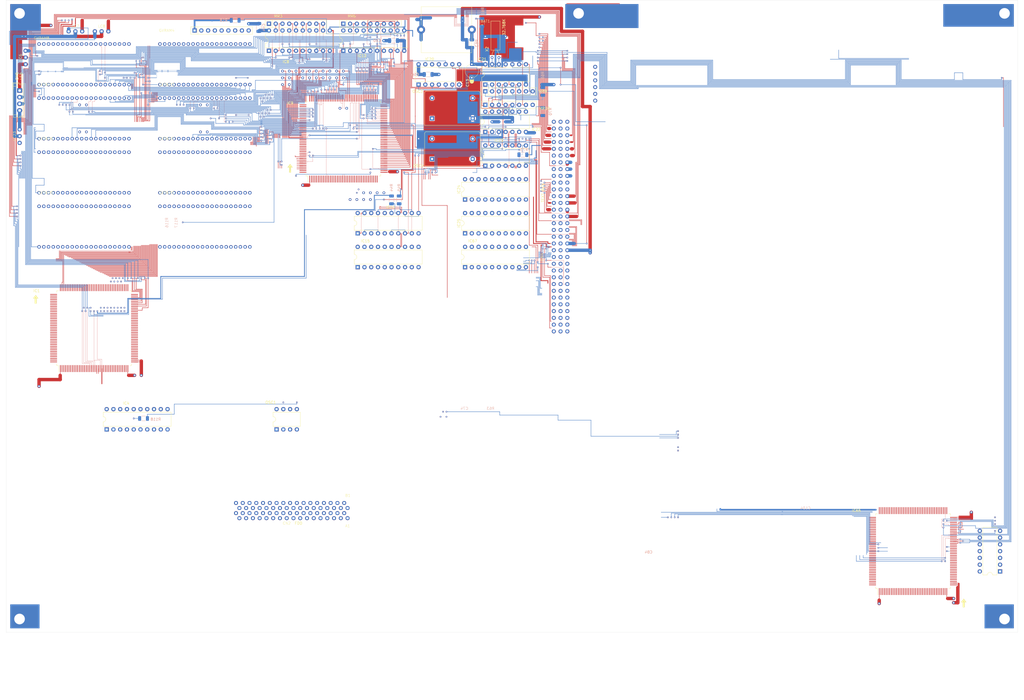
<source format=kicad_pcb>
(kicad_pcb (version 20221018) (generator pcbnew)
  (title_block (title "PC-88VA2 メイン基板 PWD-665"))
  (layers (0 "F.Cu" jumper) (1 "In1.Cu" signal) (2 "In2.Cu" signal) (31 "B.Cu" signal) (34 "B.Paste" user) (35 "F.Paste" user) (36 "B.SilkS" user "B.Silkscreen") (37 "F.SilkS" user "F.Silkscreen") (38 "B.Mask" user) (39 "F.Mask" user) (44 "Edge.Cuts" user))
  (net 0 "")
  (net 1 "Net-(IC21-C2)")
  (net 2 "Net-(IC21-C1)")
  (net 3 "Net-(IC21-C0)")
  (net 4 "Net-(IC21-STB)")
  (net 5 "MSWCS")
  (net 6 "Net-(IC21-DIN)")
  (net 7 "GND")
  (net 8 "Net-(IC21-CLK)")
  (net 9 "CDI")
  (net 10 "Net-(IC21-TP)")
  (net 11 "BACKUP")
  (net 12 "Net-(IC21-~{XTAL})")
  (net 13 "Net-(IC21-XTAL)")
  (net 14 "C2")
  (net 15 "C1")
  (net 16 "C0")
  (net 17 "CCLK")
  (net 18 "Net-(MR10-R4.1)")
  (net 19 "CSTB")
  (net 20 "CDO")
  (net 21 "+5V")
  (net 22 "Net-(BAT1-+)")
  (net 25 "Net-(CN5-Pin_1)")
  (net 26 "Net-(CN5-Pin_2)")
  (net 27 "Net-(CN5-Pin_3)")
  (net 28 "Net-(CN5-Pin_4)")
  (net 29 "Net-(IC65-_LEDVc)")
  (net 30 "Net-(IC20-Pad2)")
  (net 31 "Net-(IC65-_LEDVb)")
  (net 32 "Net-(IC20-Pad4)")
  (net 33 "Net-(IC65-_LEDVa)")
  (net 34 "Net-(IC20-Pad6)")
  (net 35 "FDD_STEP")
  (net 36 "Net-(IC65-_STP)")
  (net 69 "GSCLK")
  (net 70 "_XARESET")
  (net 71 "_CRTSW")
  (net 72 "DTM0")
  (net 73 "ILCLK0")
  (net 74 "ILCLK1")
  (net 75 "GCS0")
  (net 76 "GCS1")
  (net 77 "GCS2")
  (net 78 "GCS3")
  (net 79 "Net-(IC13-6D)")
  (net 80 "Net-(IC13-7D)")
  (net 81 "Net-(IC13-2D)")
  (net 82 "Net-(IC13-3D)")
  (net 83 "Net-(IC13-4D)")
  (net 84 "Net-(IC13-5D)")
  (net 85 "Net-(IC13-1D)")
  (net 86 "Net-(IC13-OE)")
  (net 87 "_DTCLK2")
  (net 88 "Net-(IC13-8D)")
  (net 91 "SCLK0")
  (net 92 "Net-(IC8-1D)")
  (net 93 "Net-(IC8-2D)")
  (net 94 "SCLK1")
  (net 95 "SCLK2")
  (net 96 "Net-(IC8-3D)")
  (net 97 "Net-(IC8-4D)")
  (net 98 "SCLK3")
  (net 99 "SCLK4")
  (net 100 "Net-(IC8-5D)")
  (net 101 "Net-(IC8-6D)")
  (net 102 "SCLK5")
  (net 103 "SCLK6")
  (net 104 "Net-(IC8-7D)")
  (net 105 "Net-(IC8-8D)")
  (net 106 "SCLK7")
  (net 131 "_DTCLK1")
  (net 132 "XSOE")
  (net 157 "XSEN1")
  (net 158 "GA10")
  (net 183 "GA11")
  (net 184 "GA12")
  (net 209 "GA13")
  (net 210 "XGRAS11")
  (net 216 "XDTOE2")
  (net 217 "XGWE2")
  (net 220 "XGCAS1")
  (net 221 "GA14")
  (net 222 "GA15")
  (net 223 "GA16")
  (net 234 "GA17")
  (net 235 "XSEN2")
  (net 236 "XDTOE3")
  (net 237 "XGWE3")
  (net 240 "_IC9_95")
  (net 270 "unconnected-(IC9-XG0BLK-Pad155)")
  (net 271 "unconnected-(IC9-XG1BLK-Pad156)")
  (net 277 "_IC9_94")
  (net 278 "_XCRTMD")
  (net 281 "_IC9_92")
  (net 282 "XSHGC")
  (net 283 "Net-(IC65-_XARESET)")
  (net 325 "unconnected-(IC9-Pad97)")
  (net 326 "unconnected-(IC9-Pad98)")
  (net 327 "unconnected-(IC9-Pad99)")
  (net 328 "unconnected-(IC9-Pad103)")
  (net 329 "unconnected-(IC9-Pad129)")
  (net 330 "unconnected-(IC9-Pad131)")
  (net 331 "unconnected-(IC9-Pad132)")
  (net 332 "unconnected-(IC9-Pad133)")
  (net 333 "unconnected-(IC9-Pad134)")
  (net 334 "unconnected-(IC9-Pad135)")
  (net 335 "unconnected-(IC9-Pad136)")
  (net 336 "unconnected-(IC9-Pad137)")
  (net 337 "unconnected-(IC9-Pad138)")
  (net 338 "unconnected-(IC9-Pad139)")
  (net 346 "Net-(IC9-???-Pad96)")
  (net 347 "unconnected-(R118-Pad2)")
  (net 348 "XCSW0")
  (net 349 "GA00")
  (net 350 "GA01")
  (net 351 "GA02")
  (net 352 "GA03")
  (net 353 "XGRAS01")
  (net 354 "XDTOE0")
  (net 355 "XGWE0")
  (net 356 "XGCAS0")
  (net 357 "GA04")
  (net 358 "GA05")
  (net 359 "GA06")
  (net 360 "GA07")
  (net 361 "XCSW1")
  (net 362 "XCSW2")
  (net 363 "XDTOE1")
  (net 364 "XGWE1")
  (net 365 "XCSW3")
  (net 366 "XCSW4")
  (net 367 "XCSW5")
  (net 368 "XCSW6")
  (net 369 "XCSW7")
  (net 370 "Net-(IC22A-~{R})")
  (net 371 "GDRQ0")
  (net 372 "Net-(IC22A-D)")
  (net 373 "Net-(IC22A-C)")
  (net 374 "Net-(IC22A-Q)")
  (net 375 "Net-(IC14-2A1)")
  (net 376 "Net-(IC22B-Q)")
  (net 377 "Net-(IC22B-C)")
  (net 378 "unconnected-(IC23-Pad2)")
  (net 379 "Net-(IC23-Pad3)")
  (net 380 "Net-(IC14-1A3)")
  (net 381 "Net-(IC23-Pad8)")
  (net 382 "Net-(IC23-Pad10)")
  (net 383 "Net-(IC14-1Y4)")
  (net 384 "unconnected-(R73-Pad2)")
  (net 385 "Net-(IC14-1A1)")
  (net 388 "Net-(IC14-1Y3)")
  (net 394 "XBHE")
  (net 395 "TXVD0")
  (net 396 "TXVD1")
  (net 397 "TXVD2")
  (net 398 "TXVD3")
  (net 399 "BLANK")
  (footprint "Package_DIP:DIP-14_W7.62mm" (layer "F.Cu") (at 386.0325 231.13 180)
    (fp_text reference "REF**" hide)
    (fp_text value "DIP-14_W7.62mm")
  )
  (footprint "88va_Library:DIP_Hole" (layer "F.Cu") (at 233.95 44.1225)
    (fp_text reference "REF**" hide)
    (fp_text value "DIP_Hole" hide)
  )
  (footprint "Package_DIP:DIP-20_W7.62mm" (layer "F.Cu") (at 185.055 116.83 90)
    (fp_text reference "IC67")
    (fp_text value "DIP-20_W7.62mm" hide)
  )
  (footprint "MountingHole:MountingHole_4mm" (layer "F.Cu") (at 227.7 21.5)
    (fp_text reference "REF**" hide)
    (fp_text value "MountingHole_4mm")
  )
  (footprint "Package_DIP:DIP-20_W7.62mm" (layer "F.Cu") (at 144.7325 116.83 90)
    (fp_text reference "IC15")
    (fp_text value "DIP-20_W7.62mm" hide)
  )
  (footprint "Package_DIP:DIP-20_W7.62mm" (layer "F.Cu") (at 139.335 35.55 90)
    (fp_text reference "IC13")
    (fp_text value "SN74ALS374N")
  )
  (footprint "Package_DIP:DIP-14_W7.62mm" (layer "F.Cu") (at 192.675 78.73 90)
    (fp_text reference "IC23")
    (fp_text value "HD74S00P")
  )
  (footprint "88va_Library:uPD42233CU" (layer "F.Cu") (at 25.035 109.21)
    (fp_text reference "GVRAM5")
    (fp_text value "D42233CU-15")
  )
  (footprint "88va_Library:GAL_mark" (layer "F.Cu") (at 372.38 241.39)
    (fp_text reference "REF**" hide)
    (fp_text value "GAL_mark" hide)
  )
  (footprint "Package_DIP:DIP-20_W7.62mm" (layer "F.Cu") (at 185.055 91.43 90)
    (fp_text reference "IC24")
    (fp_text value "DIP-20_W7.62mm" hide)
  )
  (footprint "88va_Library:uPD42233CU" (layer "F.Cu") (at 70.4375 109.21)
    (fp_text reference "GVRAM1")
    (fp_text value "D42233CU-15")
  )
  (footprint "Crystal:Crystal_AT310_D3.0mm_L10.0mm_Horizontal" (layer "F.Cu") (at 197.755 38.09 180)
    (fp_text reference "X2")
    (fp_text value "32.768K")
  )
  (footprint "88va_Library:uPD42233CU" (layer "F.Cu") (at 70.4375 88.89)
    (fp_text reference "GVRAM2")
    (fp_text value "D42233CU-15")
  )
  (footprint "88va_Library:uPD42233CU" (layer "F.Cu") (at 25.035 88.89)
    (fp_text reference "GVRAM6")
    (fp_text value "D42233CU-15")
  )
  (footprint "Resistor_THT:R_Array_SIP9" (layer "F.Cu") (at 111.395 25.39)
    (fp_text reference "MR3")
    (fp_text value "33kΩ")
  )
  (footprint "88va_Library:GB50H" (layer "F.Cu") (at 187.595 27.6125)
    (fp_text reference "BAT1")
    (fp_text value "Battery_Cell")
  )
  (footprint "Package_DIP:DIP-14_W7.62mm" (layer "F.Cu") (at 167.5925 48.25 90)
    (fp_text reference "IC20")
    (fp_text value "7407")
  )
  (footprint "88va_Library:DIP_Hole" (layer "F.Cu") (at 233.95 46.6625)
    (fp_text reference "REF**" hide)
    (fp_text value "DIP_Hole" hide)
  )
  (footprint "Package_DIP:DIP-20_W7.62mm" (layer "F.Cu") (at 111.395 35.55 90)
    (fp_text reference "IC8")
    (fp_text value "SN74ALS374N")
  )
  (footprint "88va_Library:uPD42233CU" (layer "F.Cu") (at 70.4375 48.25)
    (fp_text reference "GVRAM4")
    (fp_text value "D42233CU-15")
  )
  (footprint "88va_Library:DIP_Hole" (layer "F.Cu") (at 233.95 51.7425)
    (fp_text reference "REF**" hide)
    (fp_text value "DIP_Hole" hide)
  )
  (footprint "MountingHole:MountingHole_4mm" (layer "F.Cu") (at 17.7 21.51)
    (fp_text reference "REF**" hide)
    (fp_text value "MountingHole_4mm")
  )
  (footprint "Package_DIP:DIP-20_W7.62mm" (layer "F.Cu") (at 50.435 177.79 90)
    (fp_text reference "IC4")
    (fp_text value "DIP-20_W7.62mm" hide)
  )
  (footprint "Package_DIP:DIP-14_W7.62mm" (layer "F.Cu") (at 192.675 66.03 90)
    (fp_text reference "IC22")
    (fp_text value "SN74S74N")
  )
  (footprint "Connector_JST:JST_EH_B4B-EH-A_1x04_P2.50mm_Vertical" (layer "F.Cu") (at 17.7325 50.4725 -90)
    (fp_text reference "CN5")
    (fp_text value "LED")
  )
  (footprint "88va_Library:Filter" (layer "F.Cu") (at 36.1475 28.2475)
    (fp_text reference "LC7")
    (fp_text value "Filter_EMI_LCL")
  )
  (footprint "Package_DIP:DIP-20_W7.62mm" (layer "F.Cu") (at 185.055 104.13 90)
    (fp_text reference "IC25")
    (fp_text value "DIP-20_W7.62mm" hide)
  )
  (footprint "Package_DIP:DIP-20_W7.62mm" (layer "F.Cu") (at 144.7325 104.13 90)
    (fp_text reference "IC14")
    (fp_text value "MC74F241N")
  )
  (footprint "88va_Library:GAL_mark" (layer "F.Cu") (at 23.765 127.3075)
    (fp_text reference "REF**" hide)
    (fp_text value "GAL_mark" hide)
  )
  (footprint "88va_Library:GAL_mark" (layer "F.Cu") (at 119.3325 78.095)
    (fp_text reference "REF**" hide)
    (fp_text value "GAL_mark" hide)
  )
  (footprint "88va_Library:QFP-160_27.8x27.8_Pitch0.65mm" (layer "F.Cu") (at 353.33 223.485 90)
    (fp_text reference "IC65")
    (fp_text value "D65101GD110")
  )
  (footprint "Oscillator:Oscillator_DIP-14" (layer "F.Cu") (at 172.6725 76.19)
    (fp_text reference "OSC4")
    (fp_text value "28.63636MHz")
  )
  (footprint "88va_Library:CP_Radial_D4.0mm_P5.08mm" (layer "F.Cu") (at 187.595 40.609901 -90)
    (fp_text reference "C13")
    (fp_text value "C_Polarized_Small" hide)
  )
  (footprint "88va_Library:Filter" (layer "F.Cu") (at 19.955 40.63 90)
    (fp_text reference "LC6")
    (fp_text value "Filter_EMI_LCL")
  )
  (footprint "88va_Library:FCI_PI96B30RD-6TR2" (layer "F.Cu") (at 218.3925 62.22)
    (fp_text reference "CN4")
    (fp_text value "TEXT BUS")
  )
  (footprint "88va_Library:DIP_Hole" (layer "F.Cu") (at 233.95 41.5825)
    (fp_text reference "REF**" hide)
    (fp_text value "DIP_Hole" hide)
  )
  (footprint "MountingHole:MountingHole_4mm" (layer "F.Cu") (at 387.7 249)
    (fp_text reference "REF**" hide)
    (fp_text value "MountingHole_4mm")
  )
  (footprint "88va_Library:uPD42233CU" (layer "F.Cu") (at 25.035 68.57)
    (fp_text reference "GVRAM7")
    (fp_text value "D42233CU-15")
  )
  (footprint "88va_Library:DIP_Hole" (layer "F.Cu") (at 233.95 49.2025)
    (fp_text reference "REF**" hide)
    (fp_text value "DIP_Hole" hide)
  )
  (footprint "88va_Library:QFP-160_27.8x27.8_Pitch0.65mm" (layer "F.Cu") (at 139.36 68.53 90)
    (fp_text reference "IC9")
    (fp_text value "D65200GD076")
  )
  (footprint "Package_DIP:DIP-14_W7.62mm" (layer "F.Cu") (at 192.675 48.25 90)
    (fp_text reference "IC21")
    (fp_text value "uPD4990AC")
  )
  (footprint "88va_Library:HRS_HIF6-68PA" (layer "F.Cu") (at 140.9225 211.1275 180)
    (fp_text reference "CN2")
    (fp_text value "FDD")
  )
  (footprint "Resistor_THT:R_Array_SIP9" (layer "F.Cu") (at 83.455 27.93)
    (fp_text reference "REF**" hide)
    (fp_text value "R_Array_SIP9")
  )
  (footprint "88va_Library:QFP-160_27.8x27.8_Pitch0.65mm" (layer "F.Cu") (at 45.6975 139.73 90)
    (fp_text reference "IC1")
    (fp_text value "D65101GD055\n")
  )
  (footprint "Oscillator:Oscillator_DIP-14" (layer "F.Cu") (at 172.6725 60.95)
    (fp_text reference "OSC3")
    (fp_text value "42.1052MHz")
  )
  (footprint "88va_Library:Filter" (layer "F.Cu") (at 45.99 28.2475)
    (fp_text reference "LC8")
    (fp_text value "Filter_EMI_LCL")
  )
  (footprint "Package_DIP:DIP-8_W7.62mm" (layer "F.Cu") (at 114.2525 177.79 90)
    (fp_text reference "OSC1")
    (fp_text value "DIP-8_W7.62mm" hide)
  )
  (footprint "88va_Library:DIP_Hole" (layer "F.Cu") (at 233.95 54.2825)
    (fp_text reference "REF**" hide)
    (fp_text value "DIP_Hole" hide)
  )
  (footprint "88va_Library:Filter" (layer "F.Cu") (at 17.7325 70.1575 90)
    (fp_text reference "LC23")
    (fp_text value "Filter_EMI_LCL")
  )
  (footprint "88va_Library:uPD42233CU" (layer "F.Cu") (at 70.4375 68.57)
    (fp_text reference "GVRAM3")
    (fp_text value "D42233CU-15")
  )
  (footprint "MountingHole:MountingHole_4mm" (layer "F.Cu") (at 17.7 249)
    (fp_text reference "REF**" hide)
    (fp_text value "MountingHole_4mm")
  )
  (footprint "Resistor_THT:R_Array_SIP9" (layer "F.Cu") (at 139.335 25.39)
    (fp_text reference "MR6")
    (fp_text value "33kΩ")
  )
  (footprint "MountingHole:MountingHole_4mm" (layer "F.Cu") (at 387.7 21.5)
    (fp_text reference "REF**" hide)
    (fp_text value "MountingHole_4mm")
  )
  (footprint "88va_Library:uPD42233CU" (layer "F.Cu") (at 25.035 48.25)
    (fp_text reference "GVRAM8")
    (fp_text value "D42233CU-15")
  )
  (footprint "Resistor_THT:R_Array_SIP8" (layer "F.Cu") (at 192.675 55.87)
    (fp_text reference "MR10")
    (fp_text value "33k")
  )
  (footprint "Resistor_THT:R_Array_SIP8" (layer "F.Cu") (at 192.675 50.79)
    (fp_text reference "MR9")
    (fp_text value "33k")
  )
  (footprint "Capacitor_SMD:C_1206_3216Metric" (layer "B.Cu") (at 171.1975 44.44)
    (fp_text reference "C66")
    (fp_text value "C_Small")
  )
  (footprint "Resistor_SMD:R_1206_3216Metric" (layer "B.Cu") (at 206.77 74.6025)
    (fp_text reference "R73")
    (fp_text value "R_Small" hide)
  )
  (footprint "Capacitor_SMD:C_1206_3216Metric" (layer "B.Cu") (at 158.18 31.74)
    (fp_text reference "C60")
    (fp_text value "C_Small")
  )
  (footprint "Resistor_SMD:R_1206_3216Metric" (layer "B.Cu") (at 157.4325 91.555 90)
    (fp_text reference "R44")
    (fp_text value "0")
  )
  (footprint "Resistor_SMD:R_1206_3216Metric" (layer "B.Cu") (at 98.695 24.12)
    (fp_text reference "R18")
    (fp_text value "??" hide)
  )
  (footprint "Resistor_SMD:R_1206_3216Metric" (layer "B.Cu") (at 160.29 91.555 90)
    (fp_text reference "R45")
    (fp_text value "0")
  )
  (footprint "Capacitor_SMD:C_1206_3216Metric" (layer "B.Cu") (at 107.585 26.7725 90)
    (fp_text reference "C44")
    (fp_text value "C_Small")
  )
  (footprint "Resistor_SMD:R_1206_3216Metric" (layer "B.Cu") (at 214.265 58.41 -90)
    (fp_text reference "R70")
    (fp_text value "R_Small" hide)
  )
  (footprint "Resistor_SMD:R_1206_3216Metric" (layer "B.Cu") (at 214.265 50.79 -90)
    (fp_text reference "R69")
    (fp_text value "R_Small" hide)
  )
  (footprint "Resistor_SMD:R_1206_3216Metric" (layer "B.Cu") (at 187.595 32.885 -90)
    (fp_text reference "R62")
    (fp_text value "1.8K")
  )
  (footprint "Resistor_SMD:R_1206_3216Metric" (layer "B.Cu") (at 64.28 173.6625 180)
    (fp_text reference "R118")
    (fp_text value "22")
  )
  (footprint "Resistor_SMD:R_1206_3216Metric" (layer "B.Cu") (at 191.405 24.9475 90)
    (fp_text reference "R61")
    (fp_text value "6.2k")
  )
  (gr_rect locked (start 14.2 18) (end 25.7 28) (stroke (width 0.01)) (fill solid) (layer "B.Cu"))
  (gr_rect locked (start 364.7 18) (end 391.2 26.5) (stroke (width 0.01)) (fill solid) (layer "B.Cu"))
  (gr_rect locked (start 380.2 243.5) (end 391.2 252.5) (stroke (width 0.01)) (fill solid) (layer "B.Cu"))
  (gr_rect locked (start 222.7 18) (end 250.2 27) (stroke (width 0.01)) (fill solid) (layer "B.Cu"))
  (gr_rect locked (start 14.2 243.5) (end 25.2 252.5) (stroke (width 0.01)) (fill solid) (layer "B.Cu"))
  (gr_rect (start 12.6525 16.5) (end 392.7 253.99) (stroke (width 0.05)) (fill none) (layer "Edge.Cuts"))
  (gr_text "C84\n" (at 255.54 224.4625) (layer "B.SilkS") (effects (font (size 1 1)) (justify left bottom mirror)))
  (gr_text "C74\n" (at 186.325 170.4875) (layer "B.SilkS") (effects (font (size 1 1) (thickness 0.1)) (justify left bottom mirror)))
  (gr_text "R63" (at 196.1675 170.4875) (layer "B.SilkS") (effects (font (size 1 1) (thickness 0.1)) (justify left bottom mirror)))
  (gr_text "R116" (at 73.6125 98.0975 90) (layer "B.SilkS") (effects (font (size 1 1) (thickness 0.1)) (justify left bottom mirror)))
  (gr_text "R117" (at 77.105 98.0975 90) (layer "B.SilkS") (effects (font (size 1 1) (thickness 0.1)) (justify left bottom mirror)))
  (gr_text "C104" (at 314.9125 207.9525) (layer "B.SilkS") (effects (font (size 1 1) (thickness 0.1)) (justify left bottom mirror)))
  (gr_text "A1" (at 139.97 214.62) (layer "F.SilkS") (effects (font (size 1 1) (thickness 0.1)) (justify left bottom)))
  (gr_text "B1" (at 139.97 203.19) (layer "F.SilkS") (effects (font (size 1 1) (thickness 0.1)) (justify left bottom)))
  (segment (start 63.4525 60.95) (end 65.04 60.95) (width 0.15) (layer "F.Cu") (net 0))
  (segment (start 214.9 85.08) (end 217.1225 85.08) (width 0.15) (layer "F.Cu") (net 0))
  (segment (start 224.1075 99.05) (end 228.87 99.05) (width 0.15) (layer "F.Cu") (net 0))
  (segment (start 225.3775 69.84) (end 224.7425 69.84) (width 0.635) (layer "F.Cu") (net 0))
  (segment (start 105.9975 67.935) (end 105.9975 70.475) (width 0.15) (layer "F.Cu") (net 0))
  (segment (start 110.125 65.0775) (end 110.125 70.475) (width 0.15) (layer "F.Cu") (net 0))
  (segment (start 46.6725 156.835) (end 46.6725 154.93) (width 0.15) (layer "F.Cu") (net 0))
  (segment (start 66.31 117.1475) (end 44.72 117.1475) (width 0.15) (layer "F.Cu") (net 0))
  (segment (start 105.3625 67.935) (end 105.3625 69.84) (width 0.15) (layer "F.Cu") (net 0))
  (segment (start 33.6075 114.6075) (end 33.6075 111.4325) (width 0.15) (layer "F.Cu") (net 0))
  (segment (start 20.59 61.2675) (end 20.59 43.4875) (width 0.15) (layer "F.Cu") (net 0))
  (segment (start 161.2425 94.2875) (end 161.2425 96.51) (width 0.15) (layer "F.Cu") (net 0))
  (segment (start 221.885 36.82) (end 223.4725 36.82) (width 0.15) (layer "F.Cu") (net 0))
  (segment (start 34.8775 24.755) (end 32.3375 24.755) (width 0.15) (layer "F.Cu") (net 0))
  (segment (start 67.58 51.1075) (end 67.58 54.9175) (width 0.15) (layer "F.Cu") (net 0))
  (segment (start 225.695 69.84) (end 225.695 42.8525) (width 0.15) (layer "F.Cu") (net 0))
  (segment (start 32.9725 110.7975) (end 32.9725 113.9725) (width 0.15) (layer "F.Cu") (net 0))
  (segment (start 68.215 51.1075) (end 68.215 54.9175) (width 0.15) (layer "F.Cu") (net 0))
  (segment (start 212.995 31.74) (end 212.995 32.375) (width 0.15) (layer "F.Cu") (net 0))
  (segment (start 19.6375 62.855) (end 22.1775 62.855) (width 0.15) (layer "F.Cu") (net 0))
  (segment (start 213.63 35.55) (end 212.36 35.55) (width 0.15) (layer "F.Cu") (net 0))
  (segment (start 211.09 119.0525) (end 211.09 114.29) (width 0.15) (layer "F.Cu") (net 0))
  (segment (start 117.745 49.8375) (end 117.745 68.2525) (width 0.15) (layer "F.Cu") (net 0))
  (segment (start 224.1075 106.67) (end 225.3775 106.67) (width 0.15) (layer "F.Cu") (net 0))
  (segment (start 224.1075 101.59) (end 226.965 101.59) (width 0.15) (layer "F.Cu") (net 0))
  (segment (start 19.955 66.9825) (end 19.955 63.1725) (width 0.15) (layer "F.Cu") (net 0))
  (segment (start 23.4475 29.5175) (end 23.4475 33.9625) (width 0.15) (layer "F.Cu") (net 0))
  (segment (start 68.85 119.6875) (end 68.85 108.2575) (width 0.15) (layer "F.Cu") (net 0))
  (segment (start 215.535 88.255) (end 215.535 95.24) (width 0.15) (layer "F.Cu") (net 0))
  (segment (start 124.16 76.655) (end 121.8725 76.655) (width 0.15) (layer "F.Cu") (net 0))
  (segment (start 18.05 76.19) (end 15.8275 76.19) (width 0.15) (layer "F.Cu") (net 0))
  (segment (start 211.725 25.0725) (end 211.725 29.835) (width 0.15) (layer "F.Cu") (net 0))
  (segment (start 62.5 108.8925) (end 62.5 113.3375) (width 0.15) (layer "F.Cu") (net 0))
  (segment (start 68.5325 119.37) (end 68.5325 108.2575) (width 0.15) (layer "F.Cu") (net 0))
  (segment (start 68.215 119.0525) (end 48.8475 119.0525) (width 0.15) (layer "F.Cu") (net 0))
  (segment (start 16.4625 62.22) (end 16.4625 74.92) (width 0.3) (layer "F.Cu") (net 0))
  (segment (start 120.285 43.17) (end 120.285 50.155) (width 0.15) (layer "F.Cu") (net 0))
  (segment (start 118.38 50.4725) (end 118.38 68.2525) (width 0.15) (layer "F.Cu") (net 0))
  (segment (start 126.635 73.65) (end 126 73.65) (width 0.05) (layer "F.Cu") (net 0))
  (segment (start 124.16 79.255) (end 121.8725 79.255) (width 0.15) (layer "F.Cu") (net 0))
  (segment (start 116.7925 68.2525) (end 116.7925 48.885) (width 0.15) (layer "F.Cu") (net 0))
  (segment (start 226.6475 101.9075) (end 226.6475 108.8925) (width 0.15) (layer "F.Cu") (net 0))
  (segment (start 215.2175 31.105) (end 215.2175 67.3) (width 0.15) (layer "F.Cu") (net 0))
  (segment (start 65.9925 116.83) (end 44.085 116.83) (width 0.15) (layer "F.Cu") (net 0))
  (segment (start 21.5425 62.22) (end 21.5425 61.9025) (width 0.15) (layer "F.Cu") (net 0))
  (segment (start 160.925 94.9225) (end 152.9875 94.9225) (width 0.15) (layer "F.Cu") (net 0))
  (segment (start 212.995 32.375) (end 214.5825 32.375) (width 0.15) (layer "F.Cu") (net 0))
  (segment (start 211.725 119.0525) (end 211.725 109.21) (width 0.15) (layer "F.Cu") (net 0))
  (segment (start 224.1075 99.3675) (end 228.5525 99.3675) (width 0.15) (layer "F.Cu") (net 0))
  (segment (start 224.1075 104.13) (end 226.33 104.13) (width 0.15) (layer "F.Cu") (net 0))
  (segment (start 33.925 111.75) (end 33.925 122.545) (width 0.15) (layer "F.Cu") (net 0))
  (segment (start 213.3125 36.82) (end 212.36 36.82) (width 0.15) (layer "F.Cu") (net 0))
  (segment (start 216.17 86.985) (end 216.17 92.7) (width 0.15) (layer "F.Cu") (net 0))
  (segment (start 212.995 31.105) (end 215.2175 31.105) (width 0.15) (layer "F.Cu") (net 0))
  (segment (start 16.4625 62.22) (end 21.5425 62.22) (width 0.15) (layer "F.Cu") (net 0))
  (segment (start 226.0125 42.535) (end 226.0125 72.38) (width 0.15) (layer "F.Cu") (net 0))
  (segment (start 19.6375 66.9825) (end 19.6375 62.855) (width 0.15) (layer "F.Cu") (net 0))
  (segment (start 215.535 109.845) (end 214.9 109.845) (width 0.15) (layer "F.Cu") (net 0))
  (segment (start 61.5475 41.9) (end 64.0875 41.9) (width 0.15) (layer "F.Cu") (net 0))
  (segment (start 15.51 77.46) (end 15.51 61.585) (width 0.15) (layer "F.Cu") (net 0))
  (segment (start 59.96 110.7975) (end 59.96 110.48) (width 0.05) (layer "F.Cu") (net 0))
  (segment (start 21.86 44.7575) (end 22.495 44.7575) (width 0.15) (layer "F.Cu") (net 0))
  (segment (start 169.4975 79.6825) (end 195.215 79.6825) (width 0.15) (layer "F.Cu") (net 0))
  (segment (start 110.4425 65.0775) (end 110.4425 70.475) (width 0.15) (layer "F.Cu") (net 0))
  (segment (start 61.23 108.8925) (end 61.23 112.0675) (width 0.15) (layer "F.Cu") (net 0))
  (segment (start 217.1225 120.005) (end 217.1225 137.15) (width 0.15) (layer "F.Cu") (net 0))
  (segment (start 214.265 109.845) (end 214.265 120.64) (width 0.15) (layer "F.Cu") (net 0))
  (segment (start 61.23 112.0675) (end 34.3225 112.0675) (width 0.15) (layer "F.Cu") (net 0))
  (segment (start 15.8275 76.19) (end 15.8275 61.9025) (width 0.15) (layer "F.Cu") (net 0))
  (segment (start 121.555 43.17) (end 121.555 50.4725) (width 0.15) (layer "F.Cu") (net 0))
  (segment (start 22.1775 62.855) (end 22.1775 45.075) (width 0.15) (layer "F.Cu") (net 0))
  (segment (start 21.5425 44.44) (end 22.495 44.44) (width 0.15) (layer "F.Cu") (net 0))
  (segment (start 214.9 68.57) (end 217.44 68.57) (width 0.15) (layer "F.Cu") (net 0))
  (segment (start 204.4225 78.73) (end 204.4225 79.6825) (width 0.15) (layer "F.Cu") (net 0))
  (segment (start 67.58 118.4175) (end 47.26 118.4175) (width 0.15) (layer "F.Cu") (net 0))
  (segment (start 32.655 110.7975) (end 32.655 110.48) (width 0.05) (layer "F.Cu") (net 0))
  (segment (start 160.925 96.51) (end 160.925 94.9225) (width 0.15) (layer "F.Cu") (net 0))
  (segment (start 226.0125 104.4475) (end 226.0125 108.8925) (width 0.15) (layer "F.Cu") (net 0))
  (segment (start 62.5 113.3375) (end 37.1 113.3375) (width 0.15) (layer "F.Cu") (net 0))
  (segment (start 210.1375 63.1725) (end 213.3125 63.1725) (width 0.15) (layer "F.Cu") (net 0))
  (segment (start 211.725 76.5075) (end 211.725 107.305) (width 0.3) (layer "F.Cu") (net 0))
  (segment (start 214.265 31.74) (end 214.9 31.74) (width 0.15) (layer "F.Cu") (net 0))
  (segment (start 216.805 120.64) (end 216.805 139.69) (width 0.15) (layer "F.Cu") (net 0))
  (segment (start 51.3875 120.3225) (end 69.485 120.3225) (width 0.15) (layer "F.Cu") (net 0))
  (segment (start 115.205 68.2525) (end 115.205 66.665) (width 0.15) (layer "F.Cu") (net 0))
  (segment (start 21.86 62.5375) (end 21.86 44.7575) (width 0.15) (layer "F.Cu") (net 0))
  (segment (start 18.05 74.92) (end 16.4625 74.92) (width 0.15) (layer "F.Cu") (net 0))
  (segment (start 19.955 63.1725) (end 22.495 63.1725) (width 0.15) (layer "F.Cu") (net 0))
  (segment (start 213.63 63.49) (end 213.63 35.55) (width 0.15) (layer "F.Cu") (net 0))
  (segment (start 117.4275 48.885) (end 117.4275 45.71) (width 0.15) (layer "F.Cu") (net 0))
  (segment (start 113.6175 68.2525) (end 113.6175 66.665) (width 0.15) (layer "F.Cu") (net 0))
  (segment (start 214.9 87.62) (end 215.8525 87.62) (width 0.15) (layer "F.Cu") (net 0))
  (segment (start 60.2775 111.115) (end 60.2775 110.7975) (width 0.15) (layer "F.Cu") (net 0))
  (segment (start 31.385 114.29) (end 33.29 114.29) (width 0.15) (layer "F.Cu") (net 0))
  (segment (start 119.015 43.17) (end 120.285 43.17) (width 0.15) (layer "F.Cu") (net 0))
  (segment (start 67.2625 51.1075) (end 67.2625 54.9175) (width 0.15) (layer "F.Cu") (net 0))
  (segment (start 113.935 68.2525) (end 113.935 66.665) (width 0.15) (layer "F.Cu") (net 0))
  (segment (start 20.9075 61.585) (end 20.9075 43.805) (width 0.15) (layer "F.Cu") (net 0))
  (segment (start 215.2175 69.84) (end 216.805 69.84) (width 1.27) (layer "F.Cu") (net 0))
  (segment (start 216.4875 64.76) (end 216.805 64.76) (width 1.27) (layer "F.Cu") (net 0))
  (segment (start 20.2725 63.49) (end 22.495 63.49) (width 0.15) (layer "F.Cu") (net 0))
  (segment (start 212.995 33.01) (end 214.265 33.01) (width 0.15) (layer "F.Cu") (net 0))
  (segment (start 216.805 139.69) (end 217.44 139.69) (width 0.15) (layer "F.Cu") (net 0))
  (segment (start 50.1175 119.6875) (end 68.85 119.6875) (width 0.15) (layer "F.Cu") (net 0))
  (segment (start 223.4725 39.36) (end 222.52 39.36) (width 0.15) (layer "F.Cu") (net 0))
  (segment (start 126 73.65) (end 126 74.055) (width 0.05) (layer "F.Cu") (net 0))
  (segment (start 63.135 108.8925) (end 63.135 113.9725) (width 0.15) (layer "F.Cu") (net 0))
  (segment (start 65.675 116.5125) (end 65.675 108.575) (width 0.15) (layer "F.Cu") (net 0))
  (segment (start 63.135 113.9725) (end 38.37 113.9725) (width 0.15) (layer "F.Cu") (net 0))
  (segment (start 63.4525 62.22) (end 63.4525 60.95) (width 0.15) (layer "F.Cu") (net 0))
  (segment (start 105.68 70.1575) (end 105.68 67.935) (width 0.15) (layer "F.Cu") (net 0))
  (segment (start 106.95 67.935) (end 106.95 69.84) (width 0.15) (layer "F.Cu") (net 0))
  (segment (start 68.215 119.0525) (end 68.215 108.2575) (width 0.15) (layer "F.Cu") (net 0))
  (segment (start 59.96 109.21) (end 59.96 110.48) (width 0.15) (layer "F.Cu") (net 0))
  (segment (start 212.995 38.09) (end 212.36 38.09) (width 0.15) (layer "F.Cu") (net 0))
  (segment (start 22.495 43.4875) (end 22.495 28.565) (width 0.15) (layer "F.Cu") (net 0))
  (segment (start 213.63 108.575) (end 213.63 121.91) (width 0.3) (layer "F.Cu") (net 0))
  (segment (start 69.1675 120.005) (end 69.1675 108.2575) (width 0.15) (layer "F.Cu") (net 0))
  (segment (start 213.63 108.575) (end 214.265 108.575) (width 0.3) (layer "F.Cu") (net 0))
  (segment (start 214.9 109.845) (end 214.9 120.005) (width 0.15) (layer "F.Cu") (net 0))
  (segment (start 36.1475 24.4375) (end 36.1475 25.0725) (width 0.15) (layer "F.Cu") (net 0))
  (segment (start 212.995 62.855) (end 212.995 38.09) (width 0.15) (layer "F.Cu") (net 0))
  (segment (start 366.665 218.61) (end 368.53 218.61) (width 0.05) (layer "F.Cu") (net 0))
  (segment (start 62.8175 39.995) (end 62.8175 41.265) (width 0.15) (layer "F.Cu") (net 0))
  (segment (start 62.8175 108.8925) (end 62.8175 113.655) (width 0.15) (layer "F.Cu") (net 0))
  (segment (start 215.535 30.47) (end 215.535 66.03) (width 0.15) (layer "F.Cu") (net 0))
  (segment (start 20.2725 63.49) (end 20.2725 66.9825) (width 0.15) (layer "F.Cu") (net 0))
  (segment (start 216.4875 86.35) (end 216.4875 91.43) (width 0.15) (layer "F.Cu") (net 0))
  (segment (start 47.3225 156.835) (end 47.3225 154.93) (width 0.15) (layer "F.Cu") (net 0))
  (segment (start 201.2475 78.73) (end 201.2475 79.6825) (width 0.15) (layer "F.Cu") (net 0))
  (segment (start 33.29 29.5175) (end 23.4475 29.5175) (width 0.15) (layer "F.Cu") (net 0))
  (segment (start 63.77 114.6075) (end 63.77 108.575) (width 0.15) (layer "F.Cu") (net 0))
  (segment (start 212.995 30.47) (end 212.995 31.105) (width 0.15) (layer "F.Cu") (net 0))
  (segment (start 139.685 83.73) (end 139.685 81.9375) (width 0.05) (layer "F.Cu") (net 0))
  (segment (start 105.9975 70.475) (end 104.41 70.475) (width 0.15) (layer "F.Cu") (net 0))
  (segment (start 212.36 119.0525) (end 212.36 116.83) (width 0.15) (layer "F.Cu") (net 0))
  (segment (start 107.2675 67.935) (end 107.2675 69.84) (width 0.15) (layer "F.Cu") (net 0))
  (segment (start 67.2625 118.1) (end 46.625 118.1) (width 0.15) (layer "F.Cu") (net 0))
  (segment (start 66.6275 117.465) (end 45.355 117.465) (width 0.15) (layer "F.Cu") (net 0))
  (segment (start 33.29 29.2) (end 33.29 25.7075) (width 0.3) (layer "F.Cu") (net 0))
  (segment (start 64.5625 39.36) (end 65.3575 39.36) (width 0.15) (layer "F.Cu") (net 0))
  (segment (start 22.495 28.565) (end 32.02 28.565) (width 0.15) (layer "F.Cu") (net 0))
  (segment (start 216.4875 92.7) (end 217.1225 92.7) (width 0.635) (layer "F.Cu") (net 0))
  (segment (start 214.5825 72.38) (end 216.805 72.38) (width 1.27) (layer "F.Cu") (net 0))
  (segment (start 213.3125 63.1725) (end 213.3125 36.82) (width 0.15) (layer "F.Cu") (net 0))
  (segment (start 204.4225 66.665) (end 204.4225 71.745) (width 0.15) (layer "F.Cu") (net 0))
  (segment (start 216.17 29.2) (end 216.17 63.49) (width 0.15) (layer "F.Cu") (net 0))
  (segment (start 213.9475 34.28) (end 213.9475 72.38) (width 0.15) (layer "F.Cu") (net 0))
  (segment (start 59.96 110.7975) (end 32.9725 110.7975) (width 0.05) (layer "F.Cu") (net 0))
  (segment (start 67.2625 118.1) (end 67.2625 108.2575) (width 0.15) (layer "F.Cu") (net 0))
  (segment (start 225.695 106.3525) (end 225.695 108.8925) (width 0.15) (layer "F.Cu") (net 0))
  (segment (start 214.9 96.1925) (end 217.44 96.1925) (width 0.15) (layer "F.Cu") (net 0))
  (segment (start 65.675 116.5125) (end 43.45 116.5125) (width 0.15) (layer "F.Cu") (net 0))
  (segment (start 216.17 107.94) (end 217.1225 107.94) (width 0.3) (layer "F.Cu") (net 0))
  (segment (start 153.305 93.97) (end 153.305 94.2875) (width 0.15) (layer "F.Cu") (net 0))
  (segment (start 31.385 114.6075) (end 33.6075 114.6075) (width 0.15) (layer "F.Cu") (net 0))
  (segment (start 212.995 29.2) (end 216.17 29.2) (width 0.15) (layer "F.Cu") (net 0))
  (segment (start 217.1225 137.15) (end 217.44 137.15) (width 0.15) (layer "F.Cu") (net 0))
  (segment (start 15.1925 78.73) (end 15.1925 61.2675) (width 0.15) (layer "F.Cu") (net 0))
  (segment (start 67.8975 118.735) (end 67.8975 108.2575) (width 0.15) (layer "F.Cu") (net 0))
  (segment (start 172.6725 81.27) (end 172.6725 82.2225) (width 0.15) (layer "F.Cu") (net 0))
  (segment (start 64.405 115.2425) (end 64.405 108.575) (width 0.15) (layer "F.Cu") (net 0))
  (segment (start 216.4875 91.43) (end 217.44 91.43) (width 0.15) (layer "F.Cu") (net 0))
  (segment (start 211.725 29.835) (end 215.8525 29.835) (width 0.15) (layer "F.Cu") (net 0))
  (segment (start 65.04 115.8775) (end 65.04 108.575) (width 0.15) (layer "F.Cu") (net 0))
  (segment (start 213.63 88.255) (end 215.535 88.255) (width 0.15) (layer "F.Cu") (net 0))
  (segment (start 161.2425 104.13) (end 161.2425 109.21) (width 0.15) (layer "F.Cu") (net 0))
  (segment (start 224.1075 104.4475) (end 226.0125 104.4475) (width 0.15) (layer "F.Cu") (net 0))
  (segment (start 66.945 117.7825) (end 45.99 117.7825) (width 0.15) (layer "F.Cu") (net 0))
  (segment (start 203.7875 78.73) (end 203.7875 79.6825) (width 0.15) (layer "F.Cu") (net 0))
  (segment (start 173.9425 81.27) (end 173.9425 80.3175) (width 0.15) (layer "F.Cu") (net 0))
  (segment (start 114.8875 68.2525) (end 114.8875 66.665) (width 0.15) (layer "F.Cu") (net 0))
  (segment (start 214.265 120.64) (end 216.805 120.64) (width 0.15) (layer "F.Cu") (net 0))
  (segment (start 104.41 70.1575) (end 105.68 70.1575) (width 0.15) (layer "F.Cu") (net 0))
  (segment (start 116.475 43.17) (end 117.745 43.17) (width 0.15) (layer "F.Cu") (net 0))
  (segment (start 32.9725 113.9725) (end 31.385 113.9725) (width 0.15) (layer "F.Cu") (net 0))
  (segment (start 64.0875 41.9) (end 64.0875 48.25) (width 0.15) (layer "F.Cu") (net 0))
  (segment (start 37.4175 25.7075) (end 37.4175 23.8025) (width 0.3) (layer "F.Cu") (net 0))
  (segment (start 215.8525 87.62) (end 215.8525 93.97) (width 0.15) (layer "F.Cu") (net 0))
  (segment (start 215.535 107.94) (end 210.7725 107.94) (width 0.3) (layer "F.Cu") (net 0))
  (segment (start 213.63 85.715) (end 216.805 85.715) (width 0.15) (layer "F.Cu") (net 0))
  (segment (start 365.395 227.32) (end 364.76 227.32) (width 0.05) (layer "F.Cu") (net 0))
  (segment (start 110.76 65.0775) (end 110.76 70.475) (width 0.15) (layer "F.Cu") (net 0))
  (segment (start 32.655 25.0725) (end 32.655 29.2) (width 0.15) (layer "F.Cu") (net 0))
  (segment (start 65.3575 61.2675) (end 63.77 61.2675) (width 0.15) (layer "F.Cu") (net 0))
  (segment (start 66.6275 117.465) (end 66.6275 108.2575) (width 0.15) (layer "F.Cu") (net 0))
  (segment (start 33.29 111.115) (end 60.2775 111.115) (width 0.15) (layer "F.Cu") (net 0))
  (segment (start 215.8525 67.3) (end 216.805 67.3) (width 1.27) (layer "F.Cu") (net 0))
  (segment (start 171.4025 83.81) (end 171.4025 81.27) (width 0.15) (layer "F.Cu") (net 0))
  (segment (start 67.8975 118.735) (end 47.895 118.735) (width 0.15) (layer "F.Cu") (net 0))
  (segment (start 68.5325 51.1075) (end 68.5325 54.6) (width 0.15) (layer "F.Cu") (net 0))
  (segment (start 364.76 227.32) (end 364.76 218.1125) (width 0.05) (layer "F.Cu") (net 0))
  (segment (start 116.475 68.2525) (end 116.475 48.25) (width 0.15) (layer "F.Cu") (net 0))
  (segment (start 217.1225 85.08) (end 217.1225 88.89) (width 0.15) (layer "F.Cu") (net 0))
  (segment (start 32.3375 28.8825) (end 22.8125 28.8825) (width 0.15) (layer "F.Cu") (net 0))
  (segment (start 119.015 45.71) (end 119.9675 45.71) (width 0.15) (layer "F.Cu") (net 0))
  (segment (start 64.7225 115.56) (end 64.7225 108.575) (width 0.15) (layer "F.Cu") (net 0))
  (segment (start 58.69 111.115) (end 59.325 111.115) (width 0.15) (layer "F.Cu") (net 0))
  (segment (start 223.4725 35.55) (end 221.5675 35.55) (width 0.15) (layer "F.Cu") (net 0))
  (segment (start 119.015 49.52) (end 119.015 48.25) (width 0.15) (layer "F.Cu") (net 0))
  (segment (start 124.16 76.005) (end 121.8725 76.005) (width 0.15) (layer "F.Cu") (net 0))
  (segment (start 201.2475 66.665) (end 201.2475 71.745) (width 0.15) (layer "F.Cu") (net 0))
  (segment (start 216.17 63.49) (end 217.44 63.49) (width 0.15) (layer "F.Cu") (net 0))
  (segment (start 223.4725 38.09) (end 222.2025 38.09) (width 0.15) (layer "F.Cu") (net 0))
  (segment (start 63.4525 114.29) (end 63.4525 108.575) (width 0.15) (layer "F.Cu") (net 0))
  (segment (start 116.7925 48.885) (end 117.4275 48.885) (width 0.15) (layer "F.Cu") (net 0))
  (segment (start 216.17 107.305) (end 216.17 107.94) (width 0.3) (layer "F.Cu") (net 0))
  (segment (start 64.7225 60.6325) (end 62.8175 60.6325) (width 0.15) (layer "F.Cu") (net 0))
  (segment (start 119.9675 45.71) (end 119.9675 49.8375) (width 0.15) (layer "F.Cu") (net 0))
  (segment (start 33.6075 111.4325) (end 60.595 111.4325) (width 0.15) (layer "F.Cu") (net 0))
  (segment (start 69.485 120.3225) (end 69.485 108.2575) (width 0.15) (layer "F.Cu") (net 0))
  (segment (start 21.225 61.9025) (end 21.225 44.1225) (width 0.15) (layer "F.Cu") (net 0))
  (segment (start 126 74.055) (end 124.16 74.055) (width 0.05) (layer "F.Cu") (net 0))
  (segment (start 64.0875 114.925) (end 40.275 114.925) (width 0.15) (layer "F.Cu") (net 0))
  (segment (start 117.11 49.2025) (end 117.11 68.2525) (width 0.15) (layer "F.Cu") (net 0))
  (segment (start 37.735 113.655) (end 62.8175 113.655) (width 0.15) (layer "F.Cu") (net 0))
  (segment (start 215.8525 29.835) (end 215.8525 64.76) (width 0.15) (layer "F.Cu") (net 0))
  (segment (start 172.6725 82.2225) (end 174.895 82.2225) (width 0.15) (layer "F.Cu") (net 0))
  (segment (start 18.05 77.46) (end 15.51 77.46) (width 0.15) (layer "F.Cu") (net 0))
  (segment (start 21.5425 61.9025) (end 21.5425 44.44) (width 0.15) (layer "F.Cu") (net 0))
  (segment (start 214.265 71.11) (end 217.44 71.11) (width 0.15) (layer "F.Cu") (net 0))
  (segment (start 214.5825 32.375) (end 214.5825 69.84) (width 0.15) (layer "F.Cu") (net 0))
  (segment (start 65.9925 116.83) (end 65.9925 108.575) (width 0.15) (layer "F.Cu") (net 0))
  (segment (start 225.3775 72.38) (end 225.06 72.38) (width 1.27) (layer "F.Cu") (net 0))
  (segment (start 370.1575 215.255) (end 372.37 215.255) (width 0.15) (layer "F.Cu") (net 0))
  (segment (start 62.1825 108.8925) (end 62.1825 113.02) (width 0.15) (layer "F.Cu") (net 0))
  (segment (start 117.745 43.17) (end 117.745 49.2025) (width 0.15) (layer "F.Cu") (net 0))
  (segment (start 23.13 29.2) (end 23.13 33.9625) (width 0.15) (layer "F.Cu") (net 0))
  (segment (start 149.435 81.905) (end 149.495 81.905) (width 0.05) (layer "F.Cu") (net 0))
  (segment (start 214.265 30.47) (end 215.535 30.47) (width 0.15) (layer "F.Cu") (net 0))
  (segment (start 211.09 76.19) (end 211.09 76.5075) (width 0.3) (layer "F.Cu") (net 0))
  (segment (start 105.3625 69.84) (end 104.41 69.84) (width 0.15) (layer "F.Cu") (net 0))
  (segment (start 213.63 121.91) (end 216.17 121.91) (width 0.3) (layer "F.Cu") (net 0))
  (segment (start 34.8775 24.12) (end 34.8775 24.755) (width 0.15) (layer "F.Cu") (net 0))
  (segment (start 124.16 79.905) (end 121.8725 79.905) (width 0.15) (layer "F.Cu") (net 0))
  (segment (start 212.36 40.63) (end 212.36 39.36) (width 0.15) (layer "F.Cu") (net 0))
  (segment (start 33.29 25.7075) (end 37.4175 25.7075) (width 0.3) (layer "F.Cu") (net 0))
  (segment (start 209.185 119.0525) (end 209.185 114.29) (width 0.15) (layer "F.Cu") (net 0))
  (segment (start 215.8525 93.97) (end 217.44 93.97) (width 0.15) (layer "F.Cu") (net 0))
  (segment (start 160.925 104.13) (end 160.925 109.21) (width 0.15) (layer "F.Cu") (net 0))
  (segment (start 23.13 48.25) (end 23.13 53.0125) (width 0.15) (layer "F.Cu") (net 0))
  (segment (start 221.5675 43.17) (end 225.3775 43.17) (width 0.15) (layer "F.Cu") (net 0))
  (segment (start 121.8725 76.005) (end 121.8725 76.19) (width 0.15) (layer "F.Cu") (net 0))
  (segment (start 169.4975 83.81) (end 169.4975 79.6825) (width 0.15) (layer "F.Cu") (net 0))
  (segment (start 33.29 29.2) (end 33.29 29.5175) (width 0.15) (layer "F.Cu") (net 0))
  (segment (start 224.1075 106.3525) (end 225.695 106.3525) (width 0.15) (layer "F.Cu") (net 0))
  (segment (start 149.495 81.905) (end 149.495 81.27) (width 0.05) (layer "F.Cu") (net 0))
  (segment (start 60.9125 111.75) (end 33.925 111.75) (width 0.15) (layer "F.Cu") (net 0))
  (segment (start 64.7225 41.265) (end 64.7225 60.6325) (width 0.15) (layer "F.Cu") (net 0))
  (segment (start 23.765 48.25) (end 23.765 53.0125) (width 0.15) (layer "F.Cu") (net 0))
  (segment (start 65.04 115.8775) (end 42.18 115.8775) (width 0.15) (layer "F.Cu") (net 0))
  (segment (start 121.2375 75.355) (end 121.2375 74.92) (width 0.15) (layer "F.Cu") (net 0))
  (segment (start 106.6325 67.935) (end 106.6325 71.4275) (width 0.15) (layer "F.Cu") (net 0))
  (segment (start 365.395 226.05) (end 365.395 218.7475) (width 0.05) (layer "F.Cu") (net 0))
  (segment (start 203.7875 66.665) (end 203.7875 71.745) (width 0.15) (layer "F.Cu") (net 0))
  (segment (start 173.9425 80.3175) (end 172.0375 80.3175) (width 0.15) (layer "F.Cu") (net 0))
  (segment (start 21.225 44.1225) (end 22.495 44.1225) (width 0.15) (layer "F.Cu") (net 0))
  (segment (start 210.1375 119.0525) (end 210.1375 114.29) (width 0.15) (layer "F.Cu") (net 0))
  (segment (start 216.17 121.91) (end 216.17 122.8625) (width 0.3) (layer "F.Cu") (net 0))
  (segment (start 221.885 42.8525) (end 221.885 36.82) (width 0.15) (layer "F.Cu") (net 0))
  (segment (start 60.9125 108.8925) (end 60.9125 111.75) (width 0.15) (layer "F.Cu") (net 0))
  (segment (start 114.57 68.2525) (end 114.57 66.665) (width 0.15) (layer "F.Cu") (net 0))
  (segment (start 120.285 50.155) (end 118.0625 50.155) (width 0.15) (layer "F.Cu") (net 0))
  (segment (start 222.52 42.2175) (end 226.33 42.2175) (width 0.15) (layer "F.Cu") (net 0))
  (segment (start 36.1475 25.0725) (end 32.655 25.0725) (width 0.15) (layer "F.Cu") (net 0))
  (segment (start 61.5475 108.8925) (end 61.5475 112.385) (width 0.15) (layer "F.Cu") (net 0))
  (segment (start 63.4525 40.63) (end 63.4525 38.09) (width 0.15) (layer "F.Cu") (net 0))
  (segment (start 215.535 109.21) (end 215.535 107.94) (width 0.3) (layer "F.Cu") (net 0))
  (segment (start 212.36 40.63) (end 212.6775 40.63) (width 0.15) (layer "F.Cu") (net 0))
  (segment (start 149.435 83.73) (end 149.435 81.905) (width 0.05) (layer "F.Cu") (net 0))
  (segment (start 212.6775 40.63) (end 212.6775 59.9975) (width 0.15) (layer "F.Cu") (net 0))
  (segment (start 67.58 118.4175) (end 67.58 108.2575) (width 0.15) (layer "F.Cu") (net 0))
  (segment (start 64.405 115.2425) (end 40.91 115.2425) (width 0.15) (layer "F.Cu") (net 0))
  (segment (start 64.0875 114.925) (end 64.0875 108.575) (width 0.15) (layer "F.Cu") (net 0))
  (segment (start 214.9 86.35) (end 216.4875 86.35) (width 0.15) (layer "F.Cu") (net 0))
  (segment (start 366.665 218.1125) (end 366.665 217.96) (width 0.05) (layer "F.Cu") (net 0))
  (segment (start 139.035 83.73) (end 139.035 81.9225) (width 0.05) (layer "F.Cu") (net 0))
  (segment (start 22.1775 45.075) (end 22.495 45.075) (width 0.15) (layer "F.Cu") (net 0))
  (segment (start 59.6425 109.21) (end 59.6425 110.48) (width 0.15) (layer "F.Cu") (net 0))
  (segment (start 32.3375 24.755) (end 32.3375 28.8825) (width 0.15) (layer "F.Cu") (net 0))
  (segment (start 204.105 78.73) (end 204.105 79.6825) (width 0.15) (layer "F.Cu") (net 0))
  (segment (start 32.655 29.2) (end 23.13 29.2) (width 0.15) (layer "F.Cu") (net 0))
  (segment (start 19.32 62.5375) (end 21.86 62.5375) (width 0.15) (layer "F.Cu") (net 0))
  (segment (start 60.2775 108.8925) (end 60.2775 110.7975) (width 0.05) (layer "F.Cu") (net 0))
  (segment (start 32.655 113.655) (end 31.385 113.655) (width 0.15) (layer "F.Cu") (net 0))
  (segment (start 32.655 110.48) (end 59.6425 110.48) (width 0.05) (layer "F.Cu") (net 0))
  (segment (start 61.865 112.7025) (end 35.5125 112.7025) (width 0.15) (layer "F.Cu") (net 0))
  (segment (start 222.52 39.36) (end 222.52 42.2175) (width 0.15) (layer "F.Cu") (net 0))
  (segment (start 226.33 104.13) (end 226.33 108.8925) (width 0.15) (layer "F.Cu") (net 0))
  (segment (start 228.87 99.05) (end 228.87 100.955) (width 0.15) (layer "F.Cu") (net 0))
  (segment (start 366.665 218.7475) (end 366.665 218.61) (width 0.05) (layer "F.Cu") (net 0))
  (segment (start 58.69 111.4325) (end 59.325 111.4325) (width 0.15) (layer "F.Cu") (net 0))
  (segment (start 214.265 33.01) (end 214.265 71.11) (width 0.15) (layer "F.Cu") (net 0))
  (segment (start 222.2025 42.535) (end 226.0125 42.535) (width 0.15) (layer "F.Cu") (net 0))
  (segment (start 228.5525 99.3675) (end 228.5525 100.955) (width 0.15) (layer "F.Cu") (net 0))
  (segment (start 68.85 51.1075) (end 68.85 54.6) (width 0.15) (layer "F.Cu") (net 0))
  (segment (start 20.59 43.4875) (end 22.495 43.4875) (width 0.15) (layer "F.Cu") (net 0))
  (segment (start 65.3575 116.195) (end 65.3575 108.575) (width 0.15) (layer "F.Cu") (net 0))
  (segment (start 59.96 47.9325) (end 59.96 49.8375) (width 0.15) (layer "F.Cu") (net 0))
  (segment (start 62.8175 41.265) (end 64.7225 41.265) (width 0.15) (layer "F.Cu") (net 0))
  (segment (start 65.04 60.95) (end 65.04 40.63) (width 0.15) (layer "F.Cu") (net 0))
  (segment (start 225.3775 43.17) (end 225.3775 67.3) (width 0.15) (layer "F.Cu") (net 0))
  (segment (start 211.725 109.21) (end 210.1375 109.21) (width 0.15) (layer "F.Cu") (net 0))
  (segment (start 65.3575 116.195) (end 42.815 116.195) (width 0.15) (layer "F.Cu") (net 0))
  (segment (start 19.32 62.5375) (end 19.32 66.9825) (width 0.15) (layer "F.Cu") (net 0))
  (segment (start 69.1675 51.1075) (end 69.1675 54.6) (width 0.15) (layer "F.Cu") (net 0))
  (segment (start 60.595 108.8925) (end 60.595 111.4325) (width 0.15) (layer "F.Cu") (net 0))
  (segment (start 69.485 51.1075) (end 69.485 54.6) (width 0.15) (layer "F.Cu") (net 0))
  (segment (start 15.8275 61.9025) (end 21.225 61.9025) (width 0.15) (layer "F.Cu") (net 0))
  (segment (start 212.995 34.28) (end 213.9475 34.28) (width 0.15) (layer "F.Cu") (net 0))
  (segment (start 214.9 120.005) (end 217.1225 120.005) (width 0.15) (layer "F.Cu") (net 0))
  (segment (start 213.63 83.81) (end 213.63 84.445) (width 0.15) (layer "F.Cu") (net 0))
  (segment (start 224.1075 101.9075) (end 226.6475 101.9075) (width 0.15) (layer "F.Cu") (net 0))
  (segment (start 106.315 67.935) (end 106.315 70.7925) (width 0.15) (layer "F.Cu") (net 0))
  (segment (start 32.02 28.565) (end 32.02 24.12) (width 0.15) (layer "F.Cu") (net 0))
  (segment (start 152.9875 94.9225) (end 152.9875 93.97) (width 0.15) (layer "F.Cu") (net 0))
  (segment (start 39.64 114.6075) (end 63.77 114.6075) (width 0.15) (layer "F.Cu") (net 0))
  (segment (start 216.805 95.24) (end 216.17 95.24) (width 1.27) (layer "F.Cu") (net 0))
  (segment (start 115.5225 68.2525) (end 115.5225 66.665) (width 0.15) (layer "F.Cu") (net 0))
  (segment (start 23.4475 48.25) (end 23.4475 53.0125) (width 0.15) (layer "F.Cu") (net 0))
  (segment (start 33.6725 122.545) (end 33.6725 124.53) (width 0.15) (layer "F.Cu") (net 0))
  (segment (start 111.0775 65.0775) (end 111.0775 70.475) (width 0.15) (layer "F.Cu") (net 0))
  (segment (start 22.8125 28.8825) (end 22.8125 33.9625) (width 0.15) (layer "F.Cu") (net 0))
  (segment (start 214.9 88.89) (end 214.9 96.1925) (width 0.15) (layer "F.Cu") (net 0))
  (segment (start 117.4275 45.71) (end 116.475 45.71) (width 0.15) (layer "F.Cu") (net 0))
  (segment (start 225.695 74.92) (end 225.06 74.92) (width 1.27) (layer "F.Cu") (net 0))
  (segment (start 63.77 61.2675) (end 63.77 62.22) (width 0.15) (layer "F.Cu") (net 0))
  (segment (start 117.4275 68.2525) (end 117.4275 49.52) (width 0.15) (layer "F.Cu") (net 0))
  (segment (start 32.655 110.7975) (end 32.655 113.655) (width 0.15) (layer "F.Cu") (net 0))
  (segment (start 210.7725 107.94) (end 210.7725 90.4775) (width 0.3) (layer "F.Cu") (net 0))
  (segment (start 50.7525 120.005) (end 69.1675 120.005) (width 0.15) (layer "F.Cu") (net 0))
  (segment (start 207.915 25.0725) (end 211.725 25.0725) (width 0.15) (layer "F.Cu") (net 0))
  (segment (start 15.51 61.585) (end 20.9075 61.585) (width 0.15) (layer "F.Cu") (net 0))
  (segment (start 216.805 85.715) (end 216.805 90.16) (width 0.15) (layer "F.Cu") (net 0))
  (segment (start 59.6425 47.9325) (end 59.6425 49.8375) (width 0.15) (layer "F.Cu") (net 0))
  (segment (start 212.6775 59.9975) (end 211.725 59.9975) (width 0.15) (layer "F.Cu") (net 0))
  (segment (start 33.925 122.545) (end 33.6725 122.545) (width 0.15) (layer "F.Cu") (net 0))
  (segment (start 39.005 114.29) (end 63.4525 114.29) (width 0.15) (layer "F.Cu") (net 0))
  (segment (start 117.4275 49.52) (end 119.015 49.52) (width 0.15) (layer "F.Cu") (net 0))
  (segment (start 118.0625 50.155) (end 118.0625 68.2525) (width 0.15) (layer "F.Cu") (net 0))
  (segment (start 215.535 66.03) (end 217.44 66.03) (width 0.15) (layer "F.Cu") (net 0))
  (segment (start 226.965 101.59) (end 226.965 108.8925) (width 0.15) (layer "F.Cu") (net 0))
  (segment (start 114.2525 68.2525) (end 114.2525 66.665) (width 0.15) (layer "F.Cu") (net 0))
  (segment (start 225.06 67.3) (end 224.7425 67.3) (width 0.635) (layer "F.Cu") (net 0))
  (segment (start 34.3225 112.0675) (end 34.3225 124.53) (width 0.15) (layer "F.Cu") (net 0))
  (segment (start 60.2775 47.9325) (end 60.2775 49.8375) (width 0.15) (layer "F.Cu") (net 0))
  (segment (start 63.4525 38.09) (end 63.6125 38.09) (width 0.15) (layer "F.Cu") (net 0))
  (segment (start 221.5675 35.55) (end 221.5675 43.17) (width 0.15) (layer "F.Cu") (net 0))
  (segment (start 62.8175 60.6325) (end 62.8175 62.22) (width 0.15) (layer "F.Cu") (net 0))
  (segment (start 61.5475 39.995) (end 61.5475 41.9) (width 0.15) (layer "F.Cu") (net 0))
  (segment (start 113.3 68.2525) (end 113.3 66.665) (width 0.15) (layer "F.Cu") (net 0))
  (segment (start 124.16 75.355) (end 121.2375 75.355) (width 0.15) (layer "F.Cu") (net 0))
  (segment (start 68.5325 119.37) (end 49.4825 119.37) (width 0.15) (layer "F.Cu") (net 0))
  (segment (start 211.09 76.5075) (end 211.725 76.5075) (width 0.3) (layer "F.Cu") (net 0))
  (segment (start 204.105 66.665) (end 204.105 71.745) (width 0.15) (layer "F.Cu") (net 0))
  (segment (start 214.9 31.74) (end 214.9 68.57) (width 0.15) (layer "F.Cu") (net 0))
  (segment (start 60.9125 45.71) (end 60.9125 62.22) (width 0.15) (layer "F.Cu") (net 0))
  (segment (start 22.495 63.1725) (end 22.495 45.3925) (width 0.15) (layer "F.Cu") (net 0))
  (segment (start 365.395 218.7475) (end 366.665 218.7475) (width 0.05) (layer "F.Cu") (net 0))
  (segment (start 210.1375 63.49) (end 213.63 63.49) (width 0.15) (layer "F.Cu") (net 0))
  (segment (start 106.315 70.7925) (end 104.41 70.7925) (width 0.15) (layer "F.Cu") (net 0))
  (segment (start 62.1825 113.02) (end 36.1475 113.02) (width 0.15) (layer "F.Cu") (net 0))
  (segment (start 366.665 217.96) (end 368.53 217.96) (width 0.05) (layer "F.Cu") (net 0))
  (segment (start 364.76 218.1125) (end 366.665 218.1125) (width 0.05) (layer "F.Cu") (net 0))
  (segment (start 225.695 42.8525) (end 221.885 42.8525) (width 0.15) (layer "F.Cu") (net 0))
  (segment (start 217.44 109.21) (end 215.535 109.21) (width 0.3) (layer "F.Cu") (net 0))
  (segment (start 217.44 83.81) (end 213.63 83.81) (width 0.15) (layer "F.Cu") (net 0))
  (segment (start 66.31 117.1475) (end 66.31 108.575) (width 0.15) (layer "F.Cu") (net 0))
  (segment (start 61.5475 112.385) (end 34.8775 112.385) (width 0.15) (layer "F.Cu") (net 0))
  (segment (start 211.725 107.305) (end 216.17 107.305) (width 0.3) (layer "F.Cu") (net 0))
  (segment (start 61.865 108.8925) (end 61.865 112.7025) (width 0.15) (layer "F.Cu") (net 0))
  (segment (start 119.9675 49.8375) (end 117.745 49.8375) (width 0.15) (layer "F.Cu") (net 0))
  (segment (start 33.29 114.29) (end 33.29 111.115) (width 0.15) (layer "F.Cu") (net 0))
  (segment (start 226.33 42.2175) (end 226.33 74.92) (width 0.15) (layer "F.Cu") (net 0))
  (segment (start 213.63 86.985) (end 216.17 86.985) (width 0.15) (layer "F.Cu") (net 0))
  (segment (start 65.3575 39.36) (end 65.3575 61.2675) (width 0.15) (layer "F.Cu") (net 0))
  (segment (start 67.8975 51.1075) (end 67.8975 54.9175) (width 0.15) (layer "F.Cu") (net 0))
  (segment (start 18.05 78.73) (end 15.1925 78.73) (width 0.15) (layer "F.Cu") (net 0))
  (segment (start 64.7225 115.56) (end 41.545 115.56) (width 0.15) (layer "F.Cu") (net 0))
  (segment (start 121.555 50.4725) (end 118.38 50.4725) (width 0.15) (layer "F.Cu") (net 0))
  (segment (start 22.8125 48.25) (end 22.8125 53.0125) (width 0.15) (layer "F.Cu") (net 0))
  (segment (start 117.745 49.2025) (end 117.11 49.2025) (width 0.15) (layer "F.Cu") (net 0))
  (segment (start 15.1925 61.2675) (end 20.59 61.2675) (width 0.15) (layer "F.Cu") (net 0))
  (segment (start 65.04 40.63) (end 63.4525 40.63) (width 0.15) (layer "F.Cu") (net 0))
  (segment (start 217.1225 88.89) (end 217.44 88.89) (width 0.15) (layer "F.Cu") (net 0))
  (segment (start 172.0375 80.3175) (end 172.0375 83.81) (width 0.15) (layer "F.Cu") (net 0))
  (segment (start 153.305 94.2875) (end 161.2425 94.2875) (width 0.15) (layer "F.Cu") (net 0))
  (segment (start 222.2025 38.09) (end 222.2025 42.535) (width 0.15) (layer "F.Cu") (net 0))
  (segment (start 32.02 24.12) (end 33.6075 24.12) (width 0.15) (layer "F.Cu") (net 0))
  (segment (start 66.945 117.7825) (end 66.945 108.2575) (width 0.15) (layer "F.Cu") (net 0))
  (segment (start 210.1375 62.855) (end 212.995 62.855) (width 0.15) (layer "F.Cu") (net 0))
  (segment (start 47.3225 154.93) (end 47.26 154.93) (width 0) (layer "F.Cu") (net 0))
  (segment (start 225.3775 106.67) (end 225.3775 108.8925) (width 0.15) (layer "F.Cu") (net 0))
  (segment (start 107.585 67.935) (end 107.585 69.84) (width 0.15) (layer "F.Cu") (net 0))
  (segment (start 20.9075 43.805) (end 22.495 43.805) (width 0.15) (layer "F.Cu") (net 0))
  (via (at 42.815 55.87) (size 1) (drill 0.5) (layers "F.Cu" "B.Cu") (net 0))
  (via (at 212.995 29.2) (size 0.6) (drill 0.3) (layers "F.Cu" "B.Cu") (net 0))
  (via (at 53.2925 133.34) (size 0.6) (drill 0.3) (layers "F.Cu" "B.Cu") (net 0))
  (via (at 18.05 74.92) (size 0.6) (drill 0.3) (layers "F.Cu" "B.Cu") (net 0))
  (via (at 99.0125 45.71) (size 0.6) (drill 0.3) (layers "F.Cu" "B.Cu") (net 0))
  (via (at 126.635 73.65) (size 0.6) (drill 0.3) (layers "F.Cu" "B.Cu") (net 0))
  (via (at 213.63 86.985) (size 0.6) (drill 0.3) (layers "F.Cu" "B.Cu") (net 0))
  (via (at 146.955 88.89) (size 1) (drill 0.5) (layers "F.Cu" "B.Cu") (net 0))
  (via (at 366.03 221.9225) (size 0.6) (drill 0.3) (layers "F.Cu" "B.Cu") (net 0))
  (via (at 40.275 66.03) (size 1) (drill 0.5) (layers "F.Cu" "B.Cu") (net 0))
  (via (at 149.495 91.43) (size 1) (drill 0.5) (layers "F.Cu" "B.Cu") (net 0))
  (via (at 154.575 88.89) (size 1) (drill 0.5) (layers "F.Cu" "B.Cu") (net 0))
  (via (at 44.4025 132.07) (size 0.6) (drill 0.3) (layers "F.Cu" "B.Cu") (net 0))
  (via (at 214.265 31.74) (size 0.6) (drill 0.3) (layers "F.Cu" "B.Cu") (net 0))
  (via (at 223.4725 35.55) (size 0.6) (drill 0.3) (layers "F.Cu" "B.Cu") (net 0))
  (via (at 54.5625 133.34) (size 0.6) (drill 0.3) (layers "F.Cu" "B.Cu") (net 0))
  (via (at 212.36 116.83) (size 0.6) (drill 0.3) (layers "F.Cu" "B.Cu") (net 0))
  (via (at 42.815 66.03) (size 1) (drill 0.5) (layers "F.Cu" "B.Cu") (net 0))
  (via (at 212.995 33.01) (size 0.6) (drill 0.3) (layers "F.Cu" "B.Cu") (net 0))
  (via (at 44.4025 133.34) (size 0.6) (drill 0.3) (layers "F.Cu" "B.Cu") (net 0))
  (via (at 40.275 55.87) (size 1) (drill 0.5) (layers "F.Cu" "B.Cu") (net 0))
  (via (at 55.8325 122.2275) (size 0.6) (drill 0.3) (layers "F.Cu" "B.Cu") (net 0))
  (via (at 209.185 114.29) (size 0.6) (drill 0.3) (layers "F.Cu" "B.Cu") (net 0))
  (via (at 54.5625 122.2275) (size 0.6) (drill 0.3) (layers "F.Cu" "B.Cu") (net 0))
  (via (at 265.065 210.81) (size 0.6) (drill 0.3) (layers "F.Cu" "B.Cu") (net 0))
  (via (at 119.015 48.25) (size 1) (drill 0.5) (layers "F.Cu" "B.Cu") (net 0))
  (via (at 212.995 30.47) (size 0.6) (drill 0.3) (layers "F.Cu" "B.Cu") (net 0))
  (via (at 64.0875 48.25) (size 0.6) (drill 0.3) (layers "F.Cu" "B.Cu") (net 0))
  (via (at 50.7525 133.34) (size 0.6) (drill 0.3) (layers "F.Cu" "B.Cu") (net 0))
  (via (at 48.2125 132.07) (size 0.6) (drill 0.3) (layers "F.Cu" "B.Cu") (net 0))
  (via (at 384.1275 212.08) (size 0.6) (drill 0.3) (layers "F.Cu" "B.Cu") (net 0))
  (via (at 48.2125 133.34) (size 0.6) (drill 0.3) (layers "F.Cu" "B.Cu") (net 0))
  (via (at 52.0225 122.2275) (size 0.6) (drill 0.3) (layers "F.Cu" "B.Cu") (net 0))
  (via (at 173.9425 81.27) (size 0.6) (drill 0.3) (layers "F.Cu" "B.Cu") (net 0))
  (via (at 213.63 88.255) (size 0.6) (drill 0.3) (layers "F.Cu" "B.Cu") (net 0))
  (via (at 215.535 109.845) (size 0.6) (drill 0.3) (layers "F.Cu" "B.Cu") (net 0))
  (via (at 172.6725 81.27) (size 0.6) (drill 0.3) (layers "F.Cu" "B.Cu") (net 0))
  (via (at 116.7925 167.63) (size 0.6) (drill 0.3) (layers "F.Cu" "B.Cu") (net 0))
  (via (at 149.495 88.89) (size 1) (drill 0.5) (layers "F.Cu" "B.Cu") (net 0))
  (via (at 176.8 171.1225) (size 0.6) (drill 0.3) (layers "F.Cu" "B.Cu") (net 0))
  (via (at 384.1275 210.81) (size 0.6) (drill 0.3) (layers "F.Cu" "B.Cu") (net 0))
  (via (at 212.995 34.28) (size 0.6) (drill 0.3) (layers "F.Cu" "B.Cu") (net 0))
  (via (at 99.0125 59.68) (size 0.6) (drill 0.3) (layers "F.Cu" "B.Cu") (net 0))
  (via (at 214.265 30.47) (size 0.6) (drill 0.3) (layers "F.Cu" "B.Cu") (net 0))
  (via (at 206.645 68.57) (size 0.6) (drill 0.3) (layers "F.Cu" "B.Cu") (net 0))
  (via (at 116.475 48.25) (size 1) (drill 0.5) (layers "F.Cu" "B.Cu") (net 0))
  (via (at 261.255 210.81) (size 0.6) (drill 0.3) (layers "F.Cu" "B.Cu") (net 0))
  (via (at 52.0225 133.34) (size 0.6) (drill 0.3) (layers "F.Cu" "B.Cu") (net 0))
  (via (at 214.9 86.35) (size 0.6) (drill 0.3) (layers "F.Cu" "B.Cu") (net 0))
  (via (at 58.055 45.71) (size 0.6) (drill 0.3) (layers "F.Cu" "B.Cu") (net 0))
  (via (at 52.6575 120.9575) (size 0.6) (drill 0.3) (layers "F.Cu" "B.Cu") (net 0))
  (via (at 210.1375 114.29) (size 0.6) (drill 0.3) (layers "F.Cu" "B.Cu") (net 0))
  (via (at 211.09 76.19) (size 0.6) (drill 0.3) (layers "F.Cu" "B.Cu") (net 0))
  (via (at 57.1025 133.34) (size 0.6) (drill 0.3) (layers "F.Cu" "B.Cu") (net 0))
  (via (at 223.4725 38.09) (size 0.6) (drill 0.3) (layers "F.Cu" "B.Cu") (net 0))
  (via (at 49.4825 133.34) (size 0.6) (drill 0.3) (layers "F.Cu" "B.Cu") (net 0))
  (via (at 365.395 226.05) (size 0.6) (drill 0.3) (layers "F.Cu" "B.Cu") (net 0))
  (via (at 340.3125 220.97) (size 0.6) (drill 0.3) (layers "F.Cu" "B.Cu") (net 0))
  (via (at 265.065 184.4575) (size 0.6) (drill 0.3) (layers "F.Cu" "B.Cu") (net 0))
  (via (at 119.015 43.17) (size 1) (drill 0.5) (layers "F.Cu" "B.Cu") (net 0))
  (via (at 207.915 25.0725) (size 0.6) (drill 0.3) (layers "F.Cu" "B.Cu") (net 0))
  (via (at 214.265 108.575) (size 0.6) (drill 0.3) (layers "F.Cu" "B.Cu") (net 0))
  (via (at 265.065 180.965) (size 0.6) (drill 0.3) (layers "F.Cu" "B.Cu") (net 0))
  (via (at 144.415 88.89) (size 0.6) (drill 0.3) (layers "F.Cu" "B.Cu") (net 0))
  (via (at 178.07 173.0275) (size 0.6) (drill 0.3) (layers "F.Cu" "B.Cu") (net 0))
  (via (at 152.035 88.89) (size 1) (drill 0.5) (layers "F.Cu" "B.Cu") (net 0))
  (via (at 103.775 59.68) (size 0.6) (drill 0.3) (layers "F.Cu" "B.Cu") (net 0))
  (via (at 384.1275 213.35) (size 0.6) (drill 0.3) (layers "F.Cu" "B.Cu") (net 0))
  (via (at 18.05 77.46) (size 0.6) (drill 0.3) (layers "F.Cu" "B.Cu") (net 0))
  (via (at 49.4825 132.07) (size 0.6) (drill 0.3) (layers "F.Cu" "B.Cu") (net 0))
  (via (at 57.1025 132.07) (size 0.6) (drill 0.3) (layers "F.Cu" "B.Cu") (net 0))
  (via (at 212.36 35.55) (size 0.6) (drill 0.3) (layers "F.Cu" "B.Cu") (net 0))
  (via (at 53.9275 120.9575) (size 0.6) (drill 0.3) (layers "F.Cu" "B.Cu") (net 0))
  (via (at 149.495 81.27) (size 0.6) (drill 0.3) (layers "F.Cu" "B.Cu") (net 0))
  (via (at 263.795 210.81) (size 0.6) (drill 0.3) (layers "F.Cu" "B.Cu") (net 0))
  (via (at 265.065 179.695) (size 0.6) (drill 0.3) (layers "F.Cu" "B.Cu") (net 0))
  (via (at 116.475 43.17) (size 1) (drill 0.5) (layers "F.Cu" "B.Cu") (net 0))
  (via (at 262.525 210.81) (size 0.6) (drill 0.3) (layers "F.Cu" "B.Cu") (net 0))
  (via (at 85.6775 66.03) (size 1) (drill 0.5) (layers "F.Cu" "B.Cu") (net 0))
  (via (at 103.4575 45.71) (size 0.6) (drill 0.3) (layers "F.Cu" "B.Cu") (net 0))
  (via (at 88.2175 55.87) (size 1) (drill 0.5) (layers "F.Cu" "B.Cu") (net 0))
  (via (at 116.475 45.71) (size 1) (drill 0.5) (layers "F.Cu" "B.Cu") (net 0))
  (via (at 212.995 31.74) (size 0.6) (drill 0.3) (layers "F.Cu" "B.Cu") (net 0))
  (via (at 36.1475 24.12) (size 0.6) (drill 0.3) (layers "F.Cu" "B.Cu") (net 0))
  (via (at 340.3125 222.24) (size 0.6) (drill 0.3) (layers "F.Cu" "B.Cu") (net 0))
  (via (at 50.7525 132.07) (size 0.6) (drill 0.3) (layers "F.Cu" "B.Cu") (net 0))
  (via (at 85.6775 55.87) (size 1) (drill 0.5) (layers "F.Cu" "B.Cu") (net 0))
  (via (at 52.0225 132.07) (size 0.6) (drill 0.3) (layers "F.Cu" "B.Cu") (net 0))
  (via (at 56.4675 120.9575) (size 0.6) (drill 0.3) (layers "F.Cu" "B.Cu") (net 0))
  (via (at 213.63 85.715) (size 0.6) (drill 0.3) (layers "F.Cu" "B.Cu") (net 0))
  (via (at 265.065 185.7275) (size 0.6) (drill 0.3) (layers "F.Cu" "B.Cu") (net 0))
  (via (at 37.4175 23.8025) (size 0.6) (drill 0.3) (layers "F.Cu" "B.Cu") (net 0))
  (via (at 178.07 171.1225) (size 0.6) (drill 0.3) (layers "F.Cu" "B.Cu") (net 0))
  (via (at 55.8325 133.34) (size 0.6) (drill 0.3) (layers "F.Cu" "B.Cu") (net 0))
  (via (at 119.015 45.71) (size 1) (drill 0.5) (layers "F.Cu" "B.Cu") (net 0))
  (via (at 223.4725 39.36) (size 0.6) (drill 0.3) (layers "F.Cu" "B.Cu") (net 0))
  (via (at 55.1975 120.9575) (size 0.6) (drill 0.3) (layers "F.Cu" "B.Cu") (net 0))
  (via (at 265.065 178.425) (size 0.6) (drill 0.3) (layers "F.Cu" "B.Cu") (net 0))
  (via (at 212.36 38.09) (size 0.6) (drill 0.3) (layers "F.Cu" "B.Cu") (net 0))
  (via (at 340.3125 223.51) (size 0.6) (drill 0.3) (layers "F.Cu" "B.Cu") (net 0))
  (via (at 211.09 114.29) (size 0.6) (drill 0.3) (layers "F.Cu" "B.Cu") (net 0))
  (via (at 223.4725 36.82) (size 0.6) (drill 0.3) (layers "F.Cu" "B.Cu") (net 0))
  (via (at 213.63 84.445) (size 0.6) (drill 0.3) (layers "F.Cu" "B.Cu") (net 0))
  (via (at 214.9 88.89) (size 0.6) (drill 0.3) (layers "F.Cu" "B.Cu") (net 0))
  (via (at 212.36 39.36) (size 0.6) (drill 0.3) (layers "F.Cu" "B.Cu") (net 0))
  (via (at 33.6075 24.12) (size 0.6) (drill 0.3) (layers "F.Cu" "B.Cu") (net 0))
  (via (at 59.325 45.71) (size 0.6) (drill 0.3) (layers "F.Cu" "B.Cu") (net 0))
  (via (at 365.395 227.32) (size 0.6) (drill 0.3) (layers "F.Cu" "B.Cu") (net 0))
  (via (at 121.555 43.17) (size 1) (drill 0.5) (layers "F.Cu" "B.Cu") (net 0))
  (via (at 60.9125 45.71) (size 0.6) (drill 0.3) (layers "F.Cu" "B.Cu") (net 0))
  (via (at 214.9 85.08) (size 0.6) (drill 0.3) (layers "F.Cu" "B.Cu") (net 0))
  (via (at 144.415 91.43) (size 1) (drill 0.5) (layers "F.Cu" "B.Cu") (net 0))
  (via (at 88.2175 66.03) (size 1) (drill 0.5) (layers "F.Cu" "B.Cu") (net 0))
  (via (at 212.36 36.82) (size 0.6) (drill 0.3) (layers "F.Cu" "B.Cu") (net 0))
  (via (at 54.5625 132.07) (size 0.6) (drill 0.3) (layers "F.Cu" "B.Cu") (net 0))
  (via (at 34.8775 24.12) (size 0.6) (drill 0.3) (layers "F.Cu" "B.Cu") (net 0))
  (via (at 145.05 87.62) (size 0.6) (drill 0.3) (layers "F.Cu" "B.Cu") (net 0))
  (via (at 214.9 87.62) (size 0.6) (drill 0.3) (layers "F.Cu" "B.Cu") (net 0))
  (via (at 141.875 91.43) (size 1) (drill 0.5) (layers "F.Cu" "B.Cu") (net 0))
  (via (at 175.8475 173.0275) (size 0.6) (drill 0.3) (layers "F.Cu" "B.Cu") (net 0))
  (via (at 55.8325 132.07) (size 0.6) (drill 0.3) (layers "F.Cu" "B.Cu") (net 0))
  (via (at 171.4025 81.27) (size 0.6) (drill 0.3) (layers "F.Cu" "B.Cu") (net 0))
  (via (at 195.215 62.22) (size 1) (drill 0.5) (layers "F.Cu" "B.Cu") (net 0))
  (via (at 146.955 91.43) (size 1) (drill 0.5) (layers "F.Cu" "B.Cu") (net 0))
  (via (at 214.265 109.845) (size 0.6) (drill 0.3) (layers "F.Cu" "B.Cu") (net 0))
  (via (at 56.785 45.71) (size 0.6) (drill 0.3) (layers "F.Cu" "B.Cu") (net 0))
  (via (at 18.05 76.19) (size 0.6) (drill 0.3) (layers "F.Cu" "B.Cu") (net 0))
  (via (at 53.2925 122.2275) (size 0.6) (drill 0.3) (layers "F.Cu" "B.Cu") (net 0))
  (via (at 366.03 223.51) (size 0.6) (drill 0.3) (layers "F.Cu" "B.Cu") (net 0))
  (via (at 121.555 82.54) (size 0.6) (drill 0.3) (layers "F.Cu" "B.Cu") (net 0))
  (via (at 53.2925 132.07) (size 0.6) (drill 0.3) (layers "F.Cu" "B.Cu") (net 0))
  (via (at 18.05 78.73) (size 0.6) (drill 0.3) (layers "F.Cu" "B.Cu") (net 0))
  (segment (start 223.4725 82.54) (end 224.7425 82.54) (width 1.27) (layer "B.Cu") (net 0))
  (segment (start 18.05 80) (end 18.3675 80) (width 0.15) (layer "B.Cu") (net 0))
  (segment (start 171.4025 80) (end 171.4025 81.27) (width 0.15) (layer "B.Cu") (net 0))
  (segment (start 173.9425 80) (end 171.4025 80) (width 0.15) (layer "B.Cu") (net 0))
  (segment (start 189.5 20.945) (end 185.69 20.945) (width 0.15) (layer "B.Cu") (net 0))
  (segment (start 210.1375 77.1425) (end 212.36 77.1425) (width 0.15) (layer "B.Cu") (net 0))
  (segment (start 336.5025 223.51) (end 336.5025 209.8575) (width 0.15) (layer "B.Cu") (net 0))
  (segment (start 59.96 52.695) (end 68.215 52.695) (width 0.15) (layer "B.Cu") (net 0))
  (segment (start 212.36 76.825) (end 210.455 76.825) (width 0.15) (layer "B.Cu") (net 0))
  (segment (start 44.4025 134.9275) (end 49.165 134.9275) (width 0.15) (layer "B.Cu") (net 0))
  (segment (start 18.3675 80) (end 18.3675 83.4925) (width 0.15) (layer "B.Cu") (net 0))
  (segment (start 212.6775 126.99) (end 213.9475 126.99) (width 0.15) (layer "B.Cu") (net 0))
  (segment (start 23.4475 72.38) (end 23.765 72.38) (width 0.15) (layer "B.Cu") (net 0))
  (segment (start 212.6775 111.75) (end 215.535 111.75) (width 0.15) (layer "B.Cu") (net 0))
  (segment (start 178.705 75.555) (end 174.5775 75.555) (width 0.15) (layer "B.Cu") (net 0))
  (segment (start 213.63 111.115) (end 212.6775 111.115) (width 0.15) (layer "B.Cu") (net 0))
  (segment (start 59.96 49.8375) (end 59.96 46.98) (width 0.15) (layer "B.Cu") (net 0))
  (segment (start 337.1375 209.2225) (end 337.1375 220.335) (width 0.15) (layer "B.Cu") (net 0))
  (segment (start 197.755 62.22) (end 195.215 62.22) (width 1.27) (layer "B.Cu") (net 0))
  (segment (start 212.36 118.1) (end 212.36 116.83) (width 0.15) (layer "B.Cu") (net 0))
  (segment (start 60.595 46.345) (end 51.705 46.345) (width 0.15) (layer "B.Cu") (net 0))
  (segment (start 18.685 74.285) (end 18.3675 74.285) (width 0.15) (layer "B.Cu") (net 0))
  (segment (start 59.6425 47.2975) (end 57.1025 47.2975) (width 0.15) (layer "B.Cu") (net 0))
  (segment (start 99.0125 49.2025) (end 99.0125 49.52) (width 0.15) (layer "B.Cu") (net 0))
  (segment (start 49.165 135.245) (end 43.7675 135.245) (width 0.15) (layer "B.Cu") (net 0))
  (segment (start 18.05 76.19) (end 17.0975 76.19) (width 0.15) (layer "B.Cu") (net 0))
  (segment (start 189.5 21.8975) (end 183.15 21.8975) (width 0.15) (layer "B.Cu") (net 0))
  (segment (start 185.69 19.675) (end 181.88 19.675) (width 0.15) (layer "B.Cu") (net 0))
  (segment (start 211.725 75.8725) (end 211.09 75.8725) (width 0.3) (layer "B.Cu") (net 0))
  (segment (start 68.215 51.7425) (end 100.6 51.7425) (width 0.15) (layer "B.Cu") (net 0))
  (segment (start 185.69 21.2625) (end 181.88 21.2625) (width 0.15) (layer "B.Cu") (net 0))
  (segment (start 174.26 75.2375) (end 191.405 75.2375) (width 0.15) (layer "B.Cu") (net 0))
  (segment (start 192.9925 20.31) (end 189.1825 20.31) (width 0.15) (layer "B.Cu") (net 0))
  (segment (start 213.63 109.21) (end 213.63 111.115) (width 0.15) (layer "B.Cu") (net 0))
  (segment (start 335.8675 210.4925) (end 331.105 210.4925) (width 0.15) (layer "B.Cu") (net 0))
  (segment (start 304.1175 208.5875) (end 304.435 208.5875) (width 0.15) (layer "B.Cu") (net 0))
  (segment (start 210.1375 76.5075) (end 210.1375 77.1425) (width 0.15) (layer "B.Cu") (net 0))
  (segment (start 60.2775 49.52) (end 60.2775 46.6625) (width 0.15) (layer "B.Cu") (net 0))
  (segment (start 59.96 46.98) (end 55.1975 46.98) (width 0.15) (layer "B.Cu") (net 0))
  (segment (start 67.8975 52.3775) (end 57.1025 52.3775) (width 0.15) (layer "B.Cu") (net 0))
  (segment (start 279.67 207.635) (end 279.67 208.5875) (width 0.15) (layer "B.Cu") (net 0))
  (segment (start 68.85 53.33) (end 68.85 52.3775) (width 0.15) (layer "B.Cu") (net 0))
  (segment (start 325.39 38.4075) (end 325.39 35.2325) (width 0.15) (layer "B.Cu") (net 0))
  (segment (start 210.1375 114.29) (end 210.1375 115.2425) (width 0.15) (layer "B.Cu") (net 0))
  (segment (start 258.715 210.81) (end 261.255 210.81) (width 0.15) (layer "B.Cu") (net 0))
  (segment (start 219.98 172.3925) (end 198.0725 172.3925) (width 0.15) (layer "B.Cu") (net 0))
  (segment (start 213.9475 127.3075) (end 212.36 127.3075) (width 0.15) (layer "B.Cu") (net 0))
  (segment (start 215.8525 108.8925) (end 215.8525 107.94) (width 0.15) (layer "B.Cu") (net 0))
  (segment (start 60.2775 53.0125) (end 60.2775 54.6) (width 0.15) (layer "B.Cu") (net 0))
  (segment (start 217.44 112.0675) (end 217.1225 112.0675) (width 0.15) (layer "B.Cu") (net 0))
  (segment (start 99.0125 59.68) (end 103.775 59.68) (width 0.15) (layer "B.Cu") (net 0))
  (segment (start 185.69 20.945) (end 181.88 20.945) (width 0.15) (layer "B.Cu") (net 0))
  (segment (start 219.98 174.2975) (end 219.98 172.3925) (width 0.15) (layer "B.Cu") (net 0))
  (segment (start 215.535 111.75) (end 215.535 109.845) (width 0.15) (layer "B.Cu") (net 0))
  (segment (start 264.43 178.425) (end 264.43 179.695) (width 0.15) (layer "B.Cu") (net 0))
  (segment (start 23.13 73.65) (end 23.765 73.65) (width 0.15) (layer "B.Cu") (net 0))
  (segment (start 192.9925 19.9925) (end 189.1825 19.9925) (width 0.15) (layer "B.Cu") (net 0))
  (segment (start 366.03 221.9225) (end 366.9825 221.9225) (width 0.15) (layer "B.Cu") (net 0))
  (segment (start 212.6775 112.7025) (end 216.805 112.7025) (width 0.15) (layer "B.Cu") (net 0))
  (segment (start 192.9925 21.8975) (end 189.1825 21.8975) (width 0.15) (layer "B.Cu") (net 0))
  (segment (start 68.5325 53.0125) (end 60.2775 53.0125) (width 0.15) (layer "B.Cu") (net 0))
  (segment (start 149.495 81.905) (end 121.555 81.905) (width 0.15) (layer "B.Cu") (net 0))
  (segment (start 223.4725 35.55) (end 212.36 35.55) (width 0.15) (layer "B.Cu") (net 0))
  (segment (start 216.805 111.4325) (end 216.4875 111.4325) (width 0.15) (layer "B.Cu") (net 0))
  (segment (start 262.525 210.81) (end 262.525 209.2225) (width 0.15) (layer "B.Cu") (net 0))
  (segment (start 43.7675 135.245) (end 43.7675 132.07) (width 0.15) (layer "B.Cu") (net 0))
  (segment (start 174.5775 81.27) (end 173.9425 81.27) (width 0.15) (layer "B.Cu") (net 0))
  (segment (start 366.03 223.51) (end 366.9825 223.51) (width 0.15) (layer "B.Cu") (net 0))
  (segment (start 191.405 76.5075) (end 210.1375 76.5075) (width 0.15) (layer "B.Cu") (net 0))
  (segment (start 189.5 21.58) (end 185.69 21.58) (width 0.15) (layer "B.Cu") (net 0))
  (segment (start 212.995 126.6725) (end 212.995 120.9575) (width 0.15) (layer "B.Cu") (net 0))
  (segment (start 189.5 21.2625) (end 185.69 21.2625) (width 0.15) (layer "B.Cu") (net 0))
  (segment (start 209.5025 77.46) (end 207.28 77.46) (width 0.15) (layer "B.Cu") (net 0))
  (segment (start 18.3675 73.65) (end 19.32 73.65) (width 0.15) (layer "B.Cu") (net 0))
  (segment (start 336.5025 209.8575) (end 303.8 209.8575) (width 0.15) (layer "B.Cu") (net 0))
  (segment (start 51.705 54.2825) (end 51.705 54.9175) (width 0.15) (layer "B.Cu") (net 0))
  (segment (start 216.805 109.21) (end 213.63 109.21) (width 0.15) (layer "B.Cu") (net 0))
  (segment (start 60.595 54.9175) (end 60.595 53.33) (width 0.15) (layer "B.Cu") (net 0))
  (segment (start 223.4725 39.36) (end 212.36 39.36) (width 0.15) (layer "B.Cu") (net 0))
  (segment (start 172.6725 81.27) (end 172.6725 80.3175) (width 0.15) (layer "B.Cu") (net 0))
  (segment (start 17.415 80.635) (end 18.05 80.635) (width 0.15) (layer "B.Cu") (net 0))
  (segment (start 189.5 19.675) (end 185.69 19.675) (width 0.15) (layer "B.Cu") (net 0))
  (segment (start 265.065 209.8575) (end 303.8 209.8575) (width 0.15) (layer "B.Cu") (net 0))
  (segment (start 192.9925 21.58) (end 189.1825 21.58) (width 0.15) (layer "B.Cu") (net 0))
  (segment (start 216.805 112.7025) (end 216.805 111.75) (width 0.15) (layer "B.Cu") (net 0))
  (segment (start 280.94 207.635) (end 280.94 207.9525) (width 0.635) (layer "B.Cu") (net 0))
  (segment (start 216.805 108.8925) (end 215.8525 108.8925) (width 0.15) (layer "B.Cu") (net 0))
  (segment (start 102.505 49.2025) (end 102.505 50.155) (width 0.15) (layer "B.Cu") (net 0))
  (segment (start 189.5 20.6275) (end 185.69 20.6275) (width 0.15) (layer "B.Cu") (net 0))
  (segment (start 18.05 78.73) (end 18.05 80) (width 0.15) (layer "B.Cu") (net 0))
  (segment (start 191.405 75.2375) (end 191.405 76.5075) (width 0.15) (layer "B.Cu") (net 0))
  (segment (start 232.3625 174.2975) (end 219.98 174.2975) (width 0.15) (layer "B.Cu") (net 0))
  (segment (start 174.5775 75.555) (end 174.5775 81.27) (width 0.15) (layer "B.Cu") (net 0))
  (segment (start 216.805 111.4325) (end 217.44 111.4325) (width 0.15) (layer "B.Cu") (net 0))
  (segment (start 336.185 210.175) (end 330.47 210.175) (width 0.15) (layer "B.Cu") (net 0))
  (segment (start 213.3125 124.7675) (end 213.3125 120.64) (width 0.15) (layer "B.Cu") (net 0))
  (segment (start 232.3625 180.33) (end 232.3625 174.2975) (width 0.15) (layer "B.Cu") (net 0))
  (segment (start 198.0725 171.1225) (end 178.07 171.1225) (width 0.15) (layer "B.Cu") (net 0))
  (segment (start 336.82 209.54) (end 263.795 209.54) (width 0.15) (layer "B.Cu") (net 0))
  (segment (start 68.85 52.3775) (end 96.79 52.3775) (width 0.15) (layer "B.Cu") (net 0))
  (segment (start 210.1375 115.2425) (end 206.9625 115.2425) (width 0.15) (layer "B.Cu") (net 0))
  (segment (start 60.9125 45.71) (end 59.325 45.71) (width 0.15) (layer "B.Cu") (net 0))
  (segment (start 365.395 226.685) (end 333.3275 226.685) (width 0.15) (layer "B.Cu") (net 0))
  (segment (start 18.685 83.4925) (end 18.685 74.285) (width 0.15) (layer "B.Cu") (net 0))
  (segment (start 189.5 19.9925) (end 185.69 19.9925) (width 0.15) (layer "B.Cu") (net 0))
  (segment (start 100.6 49.8375) (end 59.96 49.8375) (width 0.15) (layer "B.Cu") (net 0))
  (segment (start 100.6 49.2025) (end 100.6 49.8375) (width 0.15) (layer "B.Cu") (net 0))
  (segment (start 209.185 78.095) (end 209.185 77.7775) (width 0.15) (layer "B.Cu") (net 0))
  (segment (start 51.705 54.9175) (end 60.595 54.9175) (width 0.15) (layer "B.Cu") (net 0))
  (segment (start 212.6775 121.91) (end 212.6775 125.4025) (width 0.15) (layer "B.Cu") (net 0))
  (segment (start 210.455 76.825) (end 210.455 76.19) (width 0.15) (layer "B.Cu") (net 0))
  (segment (start 102.505 50.155) (end 59.6425 50.155) (width 0.15) (layer "B.Cu") (net 0))
  (segment (start 104.0925 49.2025) (end 104.0925 50.4725) (width 0.15) (layer "B.Cu") (net 0))
  (segment (start 212.36 124.1325) (end 211.725 124.1325) (width 0.15) (layer "B.Cu") (net 0))
  (segment (start 183.15 21.8975) (end 162.195 21.8975) (width 0.15) (layer "B.Cu") (net 0))
  (segment (start 121.555 81.905) (end 121.555 82.54) (width 0.15) (layer "B.Cu") (net 0))
  (segment (start 336.82 220.97) (end 336.82 209.54) (width 0.15) (layer "B.Cu") (net 0))
  (segment (start 340.3125 220.97) (end 336.82 220.97) (width 0.15) (layer "B.Cu") (net 0))
  (segment (start 265.065 179.695) (end 265.065 180.33) (width 0.15) (layer "B.Cu") (net 0))
  (segment (start 18.05 77.46) (end 17.415 77.46) (width 0.15) (layer "B.Cu") (net 0))
  (segment (start 212.6775 112.0675) (end 216.17 112.0675) (width 0.15) (layer "B.Cu") (net 0))
  (segment (start 265.065 180.965) (end 258.08 180.965) (width 0.15) (layer "B.Cu") (net 0))
  (segment (start 19.32 73.65) (end 19.32 83.4925) (width 0.15) (layer "B.Cu") (net 0))
  (segment (start 189.5 78.73) (end 187.9125 78.73) (width 0.15) (layer "B.Cu") (net 0))
  (segment (start 262.525 209.2225) (end 337.1375 209.2225) (width 0.15) (layer "B.Cu") (net 0))
  (segment (start 343.805 223.51) (end 336.5025 223.51) (width 0.15) (layer "B.Cu") (net 0))
  (segment (start 58.69 50.4725) (end 58.69 49.2025) (width 0.15) (layer "B.Cu") (net 0))
  (segment (start 53.61 54.6) (end 53.61 54.2825) (width 0.15) (layer "B.Cu") (net 0))
  (segment (start 216.17 112.0675) (end 216.17 109.5275) (width 0.15) (layer "B.Cu") (net 0))
  (segment (start 23.13 64.4425) (end 23.765 64.4425) (width 0.15) (layer "B.Cu") (net 0))
  (segment (start 209.82 76.825) (end 189.5 76.825) (width 0.15) (layer "B.Cu") (net 0))
  (segment (start 211.09 75.8725) (end 211.09 76.19) (width 0.3) (layer "B.Cu") (net 0))
  (segment (start 192.9925 20.945) (end 189.1825 20.945) (width 0.15) (layer "B.Cu") (net 0))
  (segment (start 216.805 111.75) (end 217.44 111.75) (width 0.15) (layer "B.Cu") (net 0))
  (segment (start 23.4475 72.38) (end 23.4475 65.0775) (width 0.15) (layer "B.Cu") (net 0))
  (segment (start 60.595 49.2025) (end 60.595 46.345) (width 0.15) (layer "B.Cu") (net 0))
  (segment (start 209.185 114.29) (end 207.915 114.29) (width 0.15) (layer "B.Cu") (net 0))
  (segment (start 212.995 120.9575) (end 211.725 120.9575) (width 0.15) (layer "B.Cu") (net 0))
  (segment (start 212.36 38.09) (end 223.4725 38.09) (width 0.15) (layer "B.Cu") (net 0))
  (segment (start 18.05 80.635) (end 18.05 83.4925) (width 0.15) (layer "B.Cu") (net 0))
  (segment (start 51.705 46.345) (end 51.705 47.2975) (width 0.15) (layer "B.Cu") (net 0))
  (segment (start 19.0025 73.9675) (end 19.0025 83.4925) (width 0.15) (layer "B.Cu") (net 0))
  (segment (start 304.1175 208.5875) (end 338.09 208.5875) (width 0.15) (layer "B.Cu") (net 0))
  (segment (start 173.9425 74.92) (end 173.9425 80) (width 0.15) (layer "B.Cu") (net 0))
  (segment (start 174.26 80.3175) (end 174.26 75.2375) (width 0.15) (layer "B.Cu") (net 0))
  (segment (start 69.485 48.25) (end 64.0875 48.25) (width 0.15) (layer "B.Cu") (net 0))
  (segment (start 211.09 115.56) (end 206.9625 115.56) (width 0.15) (layer "B.Cu") (net 0))
  (segment (start 53.61 46.6625) (end 53.61 47.2975) (width 0.15) (layer "B.Cu") (net 0))
  (segment (start 265.065 180.33) (end 232.3625 180.33) (width 0.15) (layer "B.Cu") (net 0))
  (segment (start 103.4575 45.71) (end 99.0125 45.71) (width 0.15) (layer "B.Cu") (net 0))
  (segment (start 216.4875 111.4325) (end 216.4875 112.385) (width 0.15) (layer "B.Cu") (net 0))
  (segment (start 43.7675 132.07) (end 44.4025 132.07) (width 0.15) (layer "B.Cu") (net 0))
  (segment (start 365.395 226.05) (end 334.5975 226.05) (width 0.15) (layer "B.Cu") (net 0))
  (segment (start 263.795 209.54) (end 263.795 210.81) (width 0.15) (layer "B.Cu") (net 0))
  (segment (start 214.265 111.4325) (end 212.6775 111.4325) (width 0.15) (layer "B.Cu") (net 0))
  (segment (start 102.505 52.3775) (end 102.505 51.425) (width 0.15) (layer "B.Cu") (net 0))
  (segment (start 59.6425 50.155) (end 59.6425 47.2975) (width 0.15) (layer "B.Cu") (net 0))
  (segment (start 44.4025 133.34) (end 44.4025 134.9275) (width 0.15) (layer "B.Cu") (net 0))
  (segment (start 207.915 117.7825) (end 204.4225 117.7825) (width 0.15) (layer "B.Cu") (net 0))
  (segment (start 207.915 117.7825) (end 207.915 116.83) (width 0.15) (layer "B.Cu") (net 0))
  (segment (start 209.82 77.46) (end 209.82 76.825) (width 0.15) (layer "B.Cu") (net 0))
  (segment (start 214.265 111.4325) (end 214.265 109.845) (width 0.15) (layer "B.Cu") (net 0))
  (segment (start 207.915 114.6075) (end 206.9625 114.6075) (width 0.15) (layer "B.Cu") (net 0))
  (segment (start 185.69 20.6275) (end 181.88 20.6275) (width 0.15) (layer "B.Cu") (net 0))
  (segment (start 209.185 77.7775) (end 207.28 77.7775) (width 0.15) (layer "B.Cu") (net 0))
  (segment (start 55.1975 54.2825) (end 59.96 54.2825) (width 0.15) (layer "B.Cu") (net 0))
  (segment (start 68.215 52.695) (end 68.215 51.7425) (width 0.15) (layer "B.Cu") (net 0))
  (segment (start 14.24 28.565) (end 14.24 33.3275) (width 0.15) (layer "B.Cu") (net 0))
  (segment (start 99.0125 49.52) (end 60.2775 49.52) (width 0.15) (layer "B.Cu") (net 0))
  (segment (start 16.78 74.92) (end 16.78 81.905) (width 0.15) (layer "B.Cu") (net 0))
  (segment (start 104.0925 50.4725) (end 58.69 50.4725) (width 0.15) (layer "B.Cu") (net 0))
  (segment (start 337.1375 220.335) (end 341.265 220.335) (width 0.15) (layer "B.Cu") (net 0))
  (segment (start 25.67 28.2475) (end 13.9225 28.2475) (width 0.15) (layer "B.Cu") (net 0))
  (segment (start 212.6775 121.91) (end 211.725 121.91) (width 0.15) (layer "B.Cu") (net 0))
  (segment (start 185.69 19.9925) (end 181.88 19.9925) (width 0.15) (layer "B.Cu") (net 0))
  (segment (start 192.9925 19.675) (end 189.1825 19.675) (width 0.15) (layer "B.Cu") (net 0))
  (segment (start 60.2775 54.6) (end 53.61 54.6) (width 0.15) (layer "B.Cu") (net 0))
  (segment (start 191.7225 76.19) (end 191.7225 74.92) (width 0.15) (layer "B.Cu") (net 0))
  (segment (start 365.395 227.32) (end 365.395 226.685) (width 0.15) (layer "B.Cu") (net 0))
  (segment (start 213.9475 126.6725) (end 212.995 126.6725) (width 0.15) (layer "B.Cu") (net 0))
  (segment (start 19.6375 73.3325) (end 19.6375 83.4925) (width 0.15) (layer "B.Cu") (net 0))
  (segment (start 211.09 114.29) (end 211.09 115.56) (width 0.15) (layer "B.Cu") (net 0))
  (segment (start 333.3275 226.685) (end 333.3275 225.0975) (width 0.15) (layer "B.Cu") (net 0))
  (segment (start 67.8975 51.425) (end 67.8975 52.3775) (width 0.15) (layer "B.Cu") (net 0))
  (segment (start 97.1075 49.2025) (end 60.595 49.2025) (width 0.15) (layer "B.Cu") (net 0))
  (segment (start 265.065 210.81) (end 265.065 209.8575) (width 0.15) (layer "B.Cu") (net 0))
  (segment (start 211.725 73.015) (end 211.725 75.8725) (width 0.3) (layer "B.Cu") (net 0))
  (segment (start 209.5025 77.7775) (end 209.5025 77.46) (width 0.15) (layer "B.Cu") (net 0))
  (segment (start 23.4475 65.0775) (end 23.765 65.0775) (width 0.15) (layer "B.Cu") (net 0))
  (segment (start 198.0725 172.3925) (end 198.0725 171.1225) (width 0.15) (layer "B.Cu") (net 0))
  (segment (start 264.43 179.695) (end 258.08 179.695) (width 0.15) (layer "B.Cu") (net 0))
  (segment (start 18.3675 73.9675) (end 19.0025 73.9675) (width 0.15) (layer "B.Cu") (net 0))
  (segment (start 16.78 81.905) (end 17.415 81.905) (width 0.15) (layer "B.Cu") (net 0))
  (segment (start 217.1225 112.0675) (end 217.1225 113.02) (width 0.15) (layer "B.Cu") (net 0))
  (segment (start 264.43 178.425) (end 265.065 178.425) (width 0.15) (layer "B.Cu") (net 0))
  (segment (start 279.67 208.5875) (end 304.1175 208.5875) (width 0.15) (layer "B.Cu") (net 0))
  (segment (start 217.1225 113.02) (end 212.6775 113.02) (width 0.15) (layer "B.Cu") (net 0))
  (segment (start 14.875 29.2) (end 14.875 33.3275) (width 0.15) (layer "B.Cu") (net 0))
  (segment (start 212.36 127.3075) (end 212.36 124.1325) (width 0.15) (layer "B.Cu") (net 0))
  (segment (start 192.9925 21.2625) (end 189.1825 21.2625) (width 0.15) (layer "B.Cu") (net 0))
  (segment (start 212.36 78.095) (end 209.185 78.095) (width 0.15) (layer "B.Cu") (net 0))
  (segment (start 100.6 51.7425) (end 100.6 52.3775) (width 0.15) (layer "B.Cu") (net 0))
  (segment (start 149.495 81.27) (end 149.495 81.905) (width 0.15) (layer "B.Cu") (net 0))
  (segment (start 25.67 29.2) (end 14.875 29.2) (width 0.15) (layer "B.Cu") (net 0))
  (segment (start 204.4225 118.1) (end 212.36 118.1) (width 0.15) (layer "B.Cu") (net 0))
  (segment (start 212.36 77.7775) (end 209.5025 77.7775) (width 0.15) (layer "B.Cu") (net 0))
  (segment (start 59.96 54.2825) (end 59.96 52.695) (width 0.15) (layer "B.Cu") (net 0))
  (segment (start 99.0125 52.3775) (end 99.0125 52.06) (width 0.15) (layer "B.Cu") (net 0))
  (segment (start 55.1975 46.98) (end 55.1975 47.2975) (width 0.15) (layer "B.Cu") (net 0))
  (segment (start 334.5975 226.05) (end 334.5975 225.0975) (width 0.15) (layer "B.Cu") (net 0))
  (segment (start 18.05 74.92) (end 16.78 74.92) (width 0.15) (layer "B.Cu") (net 0))
  (segment (start 17.7325 81.27) (end 17.7325 83.4925) (width 0.15) (layer "B.Cu") (net 0))
  (segment (start 60.595 53.33) (end 68.85 53.33) (width 0.15) (layer "B.Cu") (net 0))
  (segment (start 189.5 76.825) (end 189.5 78.73) (width 0.15) (layer "B.Cu") (net 0))
  (segment (start 212.36 77.46) (end 209.82 77.46) (width 0.15) (layer "B.Cu") (net 0))
  (segment (start 216.17 109.5275) (end 216.805 109.5275) (width 0.15) (layer "B.Cu") (net 0))
  (segment (start 216.4875 112.385) (end 212.6775 112.385) (width 0.15) (layer "B.Cu") (net 0))
  (segment (start 351.7425 38.4075) (end 325.39 38.4075) (width 0.15) (layer "B.Cu") (net 0))
  (segment (start 304.435 208.905) (end 258.715 208.905) (width 0.15) (layer "B.Cu") (net 0))
  (segment (start 192.9925 20.6275) (end 189.1825 20.6275) (width 0.15) (layer "B.Cu") (net 0))
  (segment (start 213.9475 124.7675) (end 213.3125 124.7675) (width 0.15) (layer "B.Cu") (net 0))
  (segment (start 223.4725 36.82) (end 212.36 36.82) (width 0.15) (layer "B.Cu") (net 0))
  (segment (start 210.455 76.19) (end 191.7225 76.19) (width 0.15) (layer "B.Cu") (net 0))
  (segment (start 17.415 81.905) (end 17.415 109.21) (width 0.15) (layer "B.Cu") (net 0))
  (segment (start 215.8525 107.94) (end 213.63 107.94) (width 0.15) (layer "B.Cu") (net 0))
  (segment (start 303.8 209.8575) (end 304.435 209.8575) (width 0.15) (layer "B.Cu") (net 0))
  (segment (start 102.505 51.425) (end 67.8975 51.425) (width 0.15) (layer "B.Cu") (net 0))
  (segment (start 58.055 45.71) (end 56.785 45.71) (width 0.15) (layer "B.Cu") (net 0))
  (segment (start 14.5575 28.8825) (end 14.5575 33.3275) (width 0.15) (layer "B.Cu") (net 0))
  (segment (start 207.915 114.29) (end 207.915 114.6075) (width 0.15) (layer "B.Cu") (net 0))
  (segment (start 335.8675 224.78) (end 335.8675 210.4925) (width 0.15) (layer "B.Cu") (net 0))
  (segment (start 185.69 20.31) (end 181.88 20.31) (width 0.15) (layer "B.Cu") (net 0))
  (segment (start 343.805 222.24) (end 340.3125 222.24) (width 0.15) (layer "B.Cu") (net 0))
  (segment (start 25.67 28.8825) (end 14.5575 28.8825) (width 0.15) (layer "B.Cu") (net 0))
  (segment (start 13.9225 28.2475) (end 13.9225 33.3275) (width 0.15) (layer "B.Cu") (net 0))
  (segment (start 212.6775 125.4025) (end 212.6775 126.99) (width 0.15) (layer "B.Cu") (net 0))
  (segment (start 60.2775 46.6625) (end 53.61 46.6625) (width 0.15) (layer "B.Cu") (net 0))
  (segment (start 213.3125 120.64) (end 211.725 120.64) (width 0.15) (layer "B.Cu") (net 0))
  (segment (start 17.415 77.46) (end 17.415 80.635) (width 0.15) (layer "B.Cu") (net 0))
  (segment (start 336.185 224.145) (end 336.185 210.175) (width 0.15) (layer "B.Cu") (net 0))
  (segment (start 189.5 20.31) (end 185.69 20.31) (width 0.15) (layer "B.Cu") (net 0))
  (segment (start 68.5325 52.06) (end 68.5325 53.0125) (width 0.15) (layer "B.Cu") (net 0))
  (segment (start 99.0125 52.06) (end 68.5325 52.06) (width 0.15) (layer "B.Cu") (net 0))
  (segment (start 18.3675 73.3325) (end 19.6375 73.3325) (width 0.15) (layer "B.Cu") (net 0))
  (segment (start 351.7425 38.725) (end 322.215 38.725) (width 0.15) (layer "B.Cu") (net 0))
  (segment (start 185.69 21.58) (end 181.88 21.58) (width 0.15) (layer "B.Cu") (net 0))
  (segment (start 172.6725 80.3175) (end 174.26 80.3175) (width 0.15) (layer "B.Cu") (net 0))
  (segment (start 25.67 28.565) (end 14.24 28.565) (width 0.15) (layer "B.Cu") (net 0))
  (segment (start 17.0975 76.19) (end 17.0975 81.27) (width 0.15) (layer "B.Cu") (net 0))
  (segment (start 338.09 208.905) (end 304.435 208.905) (width 0.15) (layer "B.Cu") (net 0))
  (segment (start 223.4725 80) (end 224.7425 80) (width 1.27) (layer "B.Cu") (net 0))
  (segment (start 191.7225 74.92) (end 173.9425 74.92) (width 0.15) (layer "B.Cu") (net 0))
  (segment (start 280.94 207.9525) (end 339.36 207.9525) (width 0.635) (layer "B.Cu") (net 0))
  (segment (start 17.0975 81.27) (end 17.7325 81.27) (width 0.15) (layer "B.Cu") (net 0))
  (segment (start 23.13 64.4425) (end 23.13 73.65) (width 0.15) (layer "B.Cu") (net 0))
  (segment (start 193.945 48.25) (end 193.945 50.79) (width 0.15) (layer "B.Cu") (net 1))
  (segment (start 193.945 50.79) (end 195.215 50.79) (width 0.15) (layer "B.Cu") (net 1))
  (segment (start 192.675 48.25) (end 193.945 48.25) (width 0.15) (layer "B.Cu") (net 1))
  (segment (start 200.295 49.52) (end 200.295 50.79) (width 0.15) (layer "B.Cu") (net 2))
  (segment (start 195.215 49.52) (end 200.295 49.52) (width 0.15) (layer "B.Cu") (net 2))
  (segment (start 195.215 48.25) (end 195.215 49.52) (width 0.15) (layer "B.Cu") (net 2))
  (segment (start 197.755 49.2025) (end 205.375 49.2025) (width 0.15) (layer "B.Cu") (net 3))
  (segment (start 197.755 48.25) (end 197.755 49.2025) (width 0.15) (layer "B.Cu") (net 3))
  (segment (start 205.375 49.2025) (end 205.375 50.79) (width 0.15) (layer "B.Cu") (net 3))
  (segment (start 200.295 48.25) (end 199.025 48.25) (width 0.15) (layer "F.Cu") (net 4))
  (segment (start 199.025 48.25) (end 199.025 55.87) (width 0.15) (layer "F.Cu") (net 4))
  (segment (start 199.025 55.87) (end 200.295 55.87) (width 0.15) (layer "F.Cu") (net 4))
  (segment (start 202.835 48.25) (end 201.565 48.25) (width 0.15) (layer "F.Cu") (net 5))
  (segment (start 201.565 46.6625) (end 196.485 46.6625) (width 0.15) (layer "F.Cu") (net 5))
  (segment (start 196.485 46.6625) (end 196.485 53.965) (width 0.15) (layer "F.Cu") (net 5))
  (segment (start 198.39 53.965) (end 196.485 53.965) (width 0.15) (layer "F.Cu") (net 5))
  (segment (start 196.485 53.965) (end 195.215 53.965) (width 0.15) (layer "F.Cu") (net 5))
  (segment (start 195.215 53.965) (end 195.215 55.87) (width 0.15) (layer "F.Cu") (net 5))
  (segment (start 230.775 107.94) (end 230.775 63.49) (width 0.15) (layer "F.Cu") (net 5))
  (segment (start 201.565 48.25) (end 201.565 46.6625) (width 0.15) (layer "F.Cu") (net 5))
  (via (at 198.39 53.965) (size 0.6) (drill 0.3) (layers "F.Cu" "B.Cu") (net 5))
  (via (at 230.775 63.49) (size 0.6) (drill 0.3) (layers "F.Cu" "B.Cu") (net 5))
  (via (at 230.775 107.94) (size 0.6) (drill 0.3) (layers "F.Cu" "B.Cu") (net 5))
  (segment (start 198.39 53.6475) (end 212.6775 53.6475) (width 0.15) (layer "B.Cu") (net 5))
  (segment (start 212.6775 53.6475) (end 212.6775 50.79) (width 0.15) (layer "B.Cu") (net 5))
  (segment (start 223.4725 107.94) (end 226.0125 107.94) (width 1.27) (layer "B.Cu") (net 5))
  (segment (start 230.775 63.49) (end 226.0125 63.49) (width 0.15) (layer "B.Cu") (net 5))
  (segment (start 226.0125 107.94) (end 230.775 107.94) (width 0.15) (layer "B.Cu") (net 5))
  (segment (start 226.0125 50.79) (end 215.2175 50.79) (width 0.15) (layer "B.Cu") (net 5))
  (segment (start 198.39 53.965) (end 198.39 53.6475) (width 0.15) (layer "B.Cu") (net 5))
  (segment (start 212.6775 50.79) (end 215.2175 50.79) (width 0.05) (layer "B.Cu") (net 5))
  (segment (start 226.0125 63.49) (end 226.0125 50.79) (width 0.15) (layer "B.Cu") (net 5))
  (segment (start 204.105 48.25) (end 205.375 48.25) (width 0.15) (layer "F.Cu") (net 6))
  (segment (start 205.375 55.87) (end 204.105 55.87) (width 0.15) (layer "F.Cu") (net 6))
  (segment (start 204.105 55.87) (end 204.105 48.25) (width 0.15) (layer "F.Cu") (net 6))
  (segment (start 139.0175 57.14) (end 138.065 57.14) (width 0.05) (layer "F.Cu") (net 7))
  (segment (start 368.530799 236.159201) (end 368.53 236.16) (width 0.15) (layer "F.Cu") (net 7))
  (segment (start 138.385 53.33) (end 138.385 55.235) (width 0.05) (layer "F.Cu") (net 7))
  (segment (start 22.1775 26.025) (end 29.48 26.025) (width 1.27) (layer "F.Cu") (net 7))
  (segment (start 375.2375 211.1275) (end 375.2375 208.905) (width 1.27) (layer "F.Cu") (net 7))
  (segment (start 38.6875 30.1525) (end 48.53 30.1525) (width 1.27) (layer "F.Cu") (net 7))
  (segment (start 139.0175 55.235) (end 139.0175 57.14) (width 0.05) (layer "F.Cu") (net 7))
  (segment (start 63.4525 152.0725) (end 63.4525 157.47) (width 1.27) (layer "F.Cu") (net 7))
  (segment (start 38.6875 28.2475) (end 38.6875 30.1525) (width 1.27) (layer "F.Cu") (net 7))
  (segment (start 60.8975 152.405) (end 63.12 152.405) (width 0.15) (layer "F.Cu") (net 7))
  (segment (start 156.7975 80.9525) (end 159.655 80.9525) (width 1.27) (layer "F.Cu") (net 7))
  (segment (start 154.56 81.205) (end 156.545 81.205) (width 0.15) (layer "F.Cu") (net 7))
  (segment (start 370.498989 235.721758) (end 370.493345 237.228821) (width 0.635) (layer "F.Cu") (net 7))
  (segment (start 368.57 211.445) (end 370.7825 211.445) (width 0.15) (layer "F.Cu") (net 7))
  (segment (start 60.8975 151.755) (end 63.135 151.755) (width 0.15) (layer "F.Cu") (net 7))
  (segment (start 48.53 30.1525) (end 48.53 28.2475) (width 1.27) (layer "F.Cu") (net 7))
  (segment (start 156.4 80.555) (end 156.7975 80.9525) (width 0.15) (layer "F.Cu") (net 7))
  (segment (start 370.1575 242.8775) (end 368.57 242.8775) (width 1.27) (layer "F.Cu") (net 7))
  (segment (start 156.545 81.205) (end 156.7975 80.9525) (width 0.15) (layer "F.Cu") (net 7))
  (segment (start 20.2725 38.09) (end 18.685 38.09) (width 1.27) (layer "F.Cu") (net 7))
  (segment (start 368.53 210.81) (end 370.7825 210.81) (width 0.15) (layer "F.Cu") (net 7))
  (segment (start 63.12 152.405) (end 63.4525 152.0725) (width 0.15) (layer "F.Cu") (net 7))
  (segment (start 139.035 53.33) (end 139.035 55.2175) (width 0.05) (layer "F.Cu") (net 7))
  (segment (start 139.035 55.2175) (end 139.0175 55.235) (width 0.05) (layer "F.Cu") (net 7))
  (segment (start 63.135 151.755) (end 63.4525 152.0725) (width 0.15) (layer "F.Cu") (net 7))
  (segment (start 212.995 22.85) (end 206.9625 22.85) (width 1.27) (layer "F.Cu") (net 7))
  (segment (start 167.5925 68.57) (end 169.815 68.57) (width 1.27) (layer "F.Cu") (net 7))
  (segment (start 138.385 55.235) (end 139.0175 55.235) (width 0.05) (layer "F.Cu") (net 7))
  (segment (start 154.56 80.555) (end 156.4 80.555) (width 0.15) (layer "F.Cu") (net 7))
  (segment (start 368.53273 235.50727) (end 368.53 235.51) (width 0.15) (layer "F.Cu") (net 7))
  (segment (start 370.419967 236.150735) (end 368.530799 236.159201) (width 0.15) (layer "F.Cu") (net 7))
  (segment (start 370.40727 235.50727) (end 368.53273 235.50727) (width 0.15) (layer "F.Cu") (net 7))
  (segment (start 370.1575 237.1625) (end 370.1575 242.8775) (width 1.27) (layer "F.Cu") (net 7))
  (via (at 192.675 30.1525) (size 1) (drill 0.5) (layers "F.Cu" "B.Cu") (net 7))
  (via (at 200.295 30.1525) (size 1) (drill 0.5) (layers "F.Cu" "B.Cu") (net 7))
  (via (at 138.065 57.14) (size 1) (drill 0.5) (layers "F.Cu" "B.Cu") (net 7))
  (via (at 375.2375 208.905) (size 1) (drill 0.5) (layers "F.Cu" "B.Cu") (net 7))
  (via (at 167.5925 68.57) (size 1) (drill 0.5) (layers "F.Cu" "B.Cu") (net 7))
  (via (at 63.4525 157.47) (size 1) (drill 0.5) (layers "F.Cu" "B.Cu") (net 7))
  (via (at 202.835 62.22) (size 1) (drill 0.5) (layers "F.Cu" "B.Cu") (net 7))
  (via (at 175.2125 44.44) (size 1) (drill 0.5) (layers "F.Cu" "B.Cu") (net 7))
  (via (at 103.775 25.39) (size 1) (drill 0.5) (layers "F.Cu" "B.Cu") (net 7))
  (via (at 19.955 30.1525) (size 0.6) (drill 0.3) (layers "F.Cu" "B.Cu") (net 7))
  (via (at 168.545 23.8025) (size 1) (drill 0.5) (layers "F.Cu" "B.Cu") (net 7))
  (via (at 368.57 242.8775) (size 1) (drill 0.5) (layers "F.Cu" "B.Cu") (net 7))
  (via (at 18.685 30.1525) (size 0.6) (drill 0.3) (layers "F.Cu" "B.Cu") (net 7))
  (via (at 212.995 22.85) (size 1) (drill 0.5) (layers "F.Cu" "B.Cu") (net 7))
  (via (at 29.48 26.025) (size 1) (drill 0.5) (layers "F.Cu" "B.Cu") (net 7))
  (via (at 159.655 80.9525) (size 1) (drill 0.5) (layers "F.Cu" "B.Cu") (net 7))
  (segment (start 18.685 30.1525) (end 15.8275 30.1525) (width 1.27) (layer "B.Cu") (net 7))
  (segment (start 15.8275 67.6175) (end 17.7325 67.6175) (width 1.27) (layer "B.Cu") (net 7))
  (segment (start 202.835 62.22) (end 202.835 60.6325) (width 1.27) (layer "B.Cu") (net 7))
  (segment (start 38.6875 30.1525) (end 38.6875 28.2475) (width 1.27) (layer "B.Cu") (net 7))
  (segment (start 202.835 60.6325) (end 190.4525 60.6325) (width 1.27) (layer "B.Cu") (net 7))
  (segment (start 199.025 41.5825) (end 199.025 38.725) (width 0.635) (layer "B.Cu") (net 7))
  (segment (start 199.025 59.3625) (end 190.77 59.3625) (width 0.15) (layer "B.Cu") (net 7))
  (segment (start 200.295 62.22) (end 202.835 62.22) (width 1.27) (layer "B.Cu") (net 7))
  (segment (start 196.485 66.9825) (end 190.4525 66.9825) (width 0.15) (layer "B.Cu") (net 7))
  (segment (start 107.4925 25.39) (end 107.585 25.2975) (width 1.27) (layer "B.Cu") (net 7))
  (segment (start 196.485 41.5825) (end 199.025 41.5825) (width 0.15) (layer "B.Cu") (net 7))
  (segment (start 168.545 23.8025) (end 166.9575 23.8025) (width 1.27) (layer "B.Cu") (net 7))
  (segment (start 199.025 65.395) (end 199.025 65.0775) (width 0.15) (layer "B.Cu") (net 7))
  (segment (start 207.915 48.25) (end 207.915 45.71) (width 1.27) (layer "B.Cu") (net 7))
  (segment (start 196.485 41.5825) (end 196.485 36.5025) (width 0.635) (layer "B.Cu") (net 7))
  (segment (start 15.8275 30.1525) (end 15.8275 67.6175) (width 1.27) (layer "B.Cu") (net 7))
  (segment (start 168.545 23.1675) (end 168.545 23.8025) (width 1.27) (layer "B.Cu") (net 7))
  (segment (start 191.405 30.1525) (end 191.405 38.725) (width 1.27) (layer "B.Cu") (net 7))
  (segment (start 172.6725 44.44) (end 175.2125 44.44) (width 1.27) (layer "B.Cu") (net 7))
  (segment (start 201.452795 57.4575) (end 199.025 57.4575) (width 0.15) (layer "B.Cu") (net 7))
  (segment (start 168.545 23.8025) (end 168.545 27.6125) (width 1.27) (layer "B.Cu") (net 7))
  (segment (start 199.025 57.4575) (end 199.025 59.3625) (width 0.15) (layer "B.Cu") (net 7))
  (segment (start 207.915 66.3475) (end 211.09 66.3475) (width 1.27) (layer "B.Cu") (net 7))
  (segment (start 19.955 30.1525) (end 38.6875 30.1525) (width 1.27) (layer "B.Cu") (net 7))
  (segment (start 168.545 31.4225) (end 168.545 27.6125) (width 1.27) (layer "B.Cu") (net 7))
  (segment (start 199.025 65.0775) (end 196.485 65.0775) (width 0.15) (layer "B.Cu") (net 7))
  (segment (start 191.405 26.9775) (end 191.405 30.1525) (width 1.27) (layer "B.Cu") (net 7))
  (segment (start 191.405 30.1525) (end 198.39 30.1525) (width 1.27) (layer "B.Cu") (net 7))
  (segment (start 103.775 25.39) (end 107.4925 25.39) (width 1.27) (layer "B.Cu") (net 7))
  (segment (start 193.959637 34.915) (end 193.945 41.5825) (width 0.635) (layer "B.Cu") (net 7))
  (segment (start 193.945 41.5825) (end 196.485 41.5825) (width 0.15) (layer "B.Cu") (net 7))
  (segment (start 172.0375 23.1675) (end 168.545 23.1675) (width 1.27) (layer "B.Cu") (net 7))
  (segment (start 162.195 35.55) (end 162.195 31.74) (width 1.27) (layer "B.Cu") (net 7))
  (segment (start 162.195 31.74) (end 159.655 31.74) (width 1.27) (layer "B.Cu") (net 7))
  (segment (start 199.025 65.395) (end 199.025 67.6175) (width 0.635) (layer "B.Cu") (net 7))
  (segment (start 196.485 65.0775) (end 196.485 66.9825) (width 0.15) (layer "B.Cu") (net 7))
  (segment (start 201.452795 57.4575) (end 201.452795 60.6325) (width 0.3) (layer "B.Cu") (net 7))
  (segment (start 19.955 30.1525) (end 18.685 30.1525) (width 1.27) (layer "B.Cu") (net 7))
  (segment (start 209.185 50.79) (end 210.455 50.79) (width 0.15) (layer "F.Cu") (net 8))
  (segment (start 209.185 40.63) (end 209.185 50.79) (width 0.15) (layer "F.Cu") (net 8))
  (segment (start 207.915 40.63) (end 209.185 40.63) (width 0.15) (layer "F.Cu") (net 8))
  (segment (start 387.3025 45.71) (end 387.3025 64.125) (width 0.15) (layer "F.Cu") (net 9))
  (segment (start 386.6675 45.71) (end 387.3025 45.71) (width 0.15) (layer "F.Cu") (net 9))
  (segment (start 371.11 215.89) (end 371.11 216.662027) (width 0.15) (layer "F.Cu") (net 9))
  (segment (start 205.375 40.63) (end 206.645 40.63) (width 0.15) (layer "F.Cu") (net 9))
  (segment (start 206.645 40.63) (end 206.645 55.87) (width 0.15) (layer "F.Cu") (net 9))
  (segment (start 371.11 216.662027) (end 368.532027 216.662027) (width 0.15) (layer "F.Cu") (net 9))
  (segment (start 206.645 55.87) (end 207.915 55.87) (width 0.15) (layer "F.Cu") (net 9))
  (via (at 386.6675 45.71) (size 0.6) (drill 0.3) (layers "F.Cu" "B.Cu") (net 9))
  (via (at 371.11 215.89) (size 0.6) (drill 0.3) (layers "F.Cu" "B.Cu") (net 9))
  (via (at 384.1275 215.89) (size 0.6) (drill 0.3) (layers "F.Cu" "B.Cu") (net 9))
  (segment (start 368.8875 43.805) (end 368.8875 46.345) (width 0.15) (layer "B.Cu") (net 9))
  (segment (start 278.0825 39.0425) (end 247.285 39.0425) (width 0.15) (layer "B.Cu") (net 9))
  (segment (start 348.885 39.0425) (end 327.93 39.0425) (width 0.15) (layer "B.Cu") (net 9))
  (segment (start 206.645 35.8675) (end 206.645 40.63) (width 0.15) (layer "B.Cu") (net 9))
  (segment (start 386.6675 45.71) (end 386.6675 46.345) (width 0.15) (layer "B.Cu") (net 9))
  (segment (start 327.93 39.0425) (end 327.93 46.345) (width 0.15) (layer "B.Cu") (net 9))
  (segment (start 238.395 36.185) (end 211.725 36.185) (width 0.15) (layer "B.Cu") (net 9))
  (segment (start 386.6675 46.345) (end 372.0625 46.345) (width 0.15) (layer "B.Cu") (net 9))
  (segment (start 247.285 39.0425) (end 247.285 46.98) (width 0.15) (layer "B.Cu") (net 9))
  (segment (start 211.725 35.8675) (end 206.645 35.8675) (width 0.15) (layer "B.Cu") (net 9))
  (segment (start 384.1275 215.89) (end 384.1275 216.8425) (width 0.15) (layer "B.Cu") (net 9))
  (segment (start 371.11 216.8425) (end 371.11 215.89) (width 0.15) (layer "B.Cu") (net 9))
  (segment (start 327.93 46.345) (end 278.0825 46.345) (width 0.15) (layer "B.Cu") (net 9))
  (segment (start 238.395 46.98) (end 238.395 36.185) (width 0.15) (layer "B.Cu") (net 9))
  (segment (start 372.0625 43.805) (end 368.8875 43.805) (width 0.15) (layer "B.Cu") (net 9))
  (segment (start 211.725 36.185) (end 211.725 35.8675) (width 0.15) (layer "B.Cu") (net 9))
  (segment (start 247.285 46.98) (end 238.395 46.98) (width 0.15) (layer "B.Cu") (net 9))
  (segment (start 278.0825 46.345) (end 278.0825 39.0425) (width 0.15) (layer "B.Cu") (net 9))
  (segment (start 372.0625 46.345) (end 372.0625 43.805) (width 0.15) (layer "B.Cu") (net 9))
  (segment (start 206.645 40.63) (end 205.375 40.63) (width 0.15) (layer "B.Cu") (net 9))
  (segment (start 348.885 46.345) (end 348.885 39.0425) (width 0.15) (layer "B.Cu") (net 9))
  (segment (start 384.1275 216.8425) (end 371.11 216.8425) (width 0.15) (layer "B.Cu") (net 9))
  (segment (start 368.8875 46.345) (end 348.885 46.345) (width 0.15) (layer "B.Cu") (net 9))
  (segment (start 202.835 40.63) (end 202.835 41.9) (width 0.15) (layer "B.Cu") (net 10))
  (segment (start 202.835 41.9) (end 210.455 41.9) (width 0.15) (layer "B.Cu") (net 10))
  (segment (start 210.455 41.9) (end 210.455 37.455) (width 0.15) (layer "B.Cu") (net 10))
  (segment (start 221.25 28.2475) (end 221.25 19.675) (width 1.27) (layer "F.Cu") (net 11))
  (segment (start 232.045 111.4325) (end 232.045 56.505) (width 1.27) (layer "F.Cu") (net 11))
  (segment (start 229.1875 28.2475) (end 221.25 28.2475) (width 1.27) (layer "F.Cu") (net 11))
  (segment (start 184.1025 19.675) (end 184.1025 24.4375) (width 1.27) (layer "F.Cu") (net 11))
  (segment (start 232.045 56.505) (end 229.1875 56.505) (width 1.27) (layer "F.Cu") (net 11))
  (segment (start 221.25 19.675) (end 184.1025 19.675) (width 1.27) (layer "F.Cu") (net 11))
  (segment (start 229.1875 56.505) (end 229.1875 28.2475) (width 1.27) (layer "F.Cu") (net 11))
  (segment (start 192.675 41.9) (end 192.675 40.63) (width 0.05) (layer "F.Cu") (net 11))
  (segment (start 200.295 40.63) (end 200.295 41.9) (width 0.05) (layer "F.Cu") (net 11))
  (segment (start 200.295 41.9) (end 192.675 41.9) (width 0.05) (layer "F.Cu") (net 11))
  (via (at 184.1025 23.1675) (size 0.6) (drill 0.3) (layers "F.Cu" "B.Cu") (net 11))
  (via (at 232.045 111.4325) (size 0.6) (drill 0.3) (layers "F.Cu" "B.Cu") (net 11))
  (via (at 184.1025 24.4375) (size 0.6) (drill 0.3) (layers "F.Cu" "B.Cu") (net 11))
  (via (at 232.045 110.48) (size 0.6) (drill 0.3) (layers "F.Cu" "B.Cu") (net 11))
  (segment (start 187.595 34.3475) (end 185.7575 34.3475) (width 1.27) (layer "B.Cu") (net 11))
  (segment (start 184.1025 24.4375) (end 184.1025 23.1675) (width 1.27) (layer "B.Cu") (net 11))
  (segment (start 232.045 110.48) (end 232.045 111.4325) (width 1.27) (layer "B.Cu") (net 11))
  (segment (start 223.4725 110.48) (end 232.045 110.48) (width 1.27) (layer "B.Cu") (net 11))
  (segment (start 185.69 34.28) (end 185.69 31.4225) (width 1.27) (layer "B.Cu") (net 11))
  (segment (start 187.615099 40.63) (end 187.595 40.609901) (width 0.15) (layer "B.Cu") (net 11))
  (segment (start 187.595 40.609901) (end 187.595 34.3475) (width 1.27) (layer "B.Cu") (net 11))
  (segment (start 185.7575 34.3475) (end 185.69 34.28) (width 1.27) (layer "B.Cu") (net 11))
  (segment (start 192.675 40.63) (end 187.615099 40.63) (width 1.27) (layer "B.Cu") (net 11))
  (segment (start 184.1025 31.4225) (end 184.1025 24.4375) (width 1.27) (layer "B.Cu") (net 11))
  (segment (start 185.69 31.4225) (end 184.1025 31.4225) (width 1.27) (layer "B.Cu") (net 11))
  (segment (start 197.755 38.09) (end 200.93 38.09) (width 0.15) (layer "B.Cu") (net 12))
  (segment (start 200.93 32.375) (end 204.74 32.375) (width 0.15) (layer "B.Cu") (net 12))
  (segment (start 197.755 40.63) (end 197.755 38.09) (width 0.15) (layer "B.Cu") (net 12))
  (segment (start 200.93 38.09) (end 200.93 32.375) (width 0.15) (layer "B.Cu") (net 12))
  (segment (start 195.215 40.63) (end 195.215 38.09) (width 0.15) (layer "B.Cu") (net 13))
  (segment (start 371.11 213.35) (end 371.11 213.985) (width 0.15) (layer "F.Cu") (net 14))
  (segment (start 370.475 213.985) (end 370.475 214.62) (width 0.15) (layer "F.Cu") (net 14))
  (segment (start 370.475 214.62) (end 369.84 214.62) (width 0.15) (layer "F.Cu") (net 14))
  (segment (start 371.11 213.985) (end 370.475 213.985) (width 0.15) (layer "F.Cu") (net 14))
  (via (at 371.11 213.35) (size 0.6) (drill 0.3) (layers "F.Cu" "B.Cu") (net 14))
  (segment (start 371.11 212.3975) (end 382.8575 212.3975) (width 0.15) (layer "B.Cu") (net 14))
  (segment (start 382.8575 212.3975) (end 382.8575 214.62) (width 0.15) (layer "B.Cu") (net 14))
  (segment (start 249.5075 48.5675) (end 249.5075 49.2025) (width 0.15) (layer "B.Cu") (net 14))
  (segment (start 249.5075 49.2025) (end 236.1725 49.2025) (width 0.15) (layer "B.Cu") (net 14))
  (segment (start 388.255 48.5675) (end 249.5075 48.5675) (width 0.15) (layer "B.Cu") (net 14))
  (segment (start 382.8575 214.62) (end 388.255 214.62) (width 0.15) (layer "B.Cu") (net 14))
  (segment (start 371.11 213.35) (end 371.11 212.3975) (width 0.15) (layer "B.Cu") (net 14))
  (segment (start 192.675 52.695) (end 192.675 50.79) (width 0.15) (layer "B.Cu") (net 14))
  (segment (start 236.1725 49.2025) (end 236.1725 38.725) (width 0.15) (layer "B.Cu") (net 14))
  (segment (start 211.725 45.075) (end 211.725 52.695) (width 0.15) (layer "B.Cu") (net 14))
  (segment (start 388.255 214.62) (end 388.255 48.5675) (width 0.15) (layer "B.Cu") (net 14))
  (segment (start 227.6 38.725) (end 227.6 45.075) (width 0.15) (layer "B.Cu") (net 14))
  (segment (start 236.1725 38.725) (end 227.6 38.725) (width 0.15) (layer "B.Cu") (net 14))
  (segment (start 227.6 45.075) (end 211.725 45.075) (width 0.15) (layer "B.Cu") (net 14))
  (segment (start 211.725 52.695) (end 192.675 52.695) (width 0.15) (layer "B.Cu") (net 14))
  (segment (start 366.665 213.35) (end 366.665 213.985) (width 0.05) (layer "F.Cu") (net 15))
  (segment (start 364.76 213.35) (end 366.665 213.35) (width 0.05) (layer "F.Cu") (net 15))
  (segment (start 366.665 213.985) (end 367.3 213.985) (width 0.05) (layer "F.Cu") (net 15))
  (via (at 364.76 213.35) (size 0.6) (drill 0.3) (layers "F.Cu" "B.Cu") (net 15))
  (segment (start 236.49 38.4075) (end 227.2825 38.4075) (width 0.15) (layer "B.Cu") (net 15))
  (segment (start 346.98 48.25) (end 346.98 40.9475) (width 0.15) (layer "B.Cu") (net 15))
  (segment (start 249.19 40.9475) (end 249.19 48.885) (width 0.15) (layer "B.Cu") (net 15))
  (segment (start 227.2825 44.7575) (end 211.4075 44.7575) (width 0.15) (layer "B.Cu") (net 15))
  (segment (start 388.5725 48.25) (end 346.98 48.25) (width 0.15) (layer "B.Cu") (net 15))
  (segment (start 364.76 213.985) (end 376.825 213.985) (width 0.15) (layer "B.Cu") (net 15))
  (segment (start 364.76 213.35) (end 364.76 213.985) (width 0.15) (layer "B.Cu") (net 15))
  (segment (start 346.98 40.9475) (end 329.835 40.9475) (width 0.15) (layer "B.Cu") (net 15))
  (segment (start 376.825 214.9375) (end 388.5725 214.9375) (width 0.15) (layer "B.Cu") (net 15))
  (segment (start 329.835 40.9475) (end 329.835 48.25) (width 0.15) (layer "B.Cu") (net 15))
  (segment (start 211.4075 52.3775) (end 197.755 52.3775) (width 0.15) (layer "B.Cu") (net 15))
  (segment (start 276.1775 48.25) (end 276.1775 40.9475) (width 0.15) (layer "B.Cu") (net 15))
  (segment (start 227.2825 38.4075) (end 227.2825 44.7575) (width 0.15) (layer "B.Cu") (net 15))
  (segment (start 249.19 48.885) (end 236.49 48.885) (width 0.15) (layer "B.Cu") (net 15))
  (segment (start 276.1775 40.9475) (end 249.19 40.9475) (width 0.15) (layer "B.Cu") (net 15))
  (segment (start 376.825 213.985) (end 376.825 214.9375) (width 0.15) (layer "B.Cu") (net 15))
  (segment (start 388.5725 214.9375) (end 388.5725 48.25) (width 0.15) (layer "B.Cu") (net 15))
  (segment (start 197.755 52.3775) (end 197.755 50.79) (width 0.15) (layer "B.Cu") (net 15))
  (segment (start 329.835 48.25) (end 276.1775 48.25) (width 0.15) (layer "B.Cu") (net 15))
  (segment (start 236.49 48.885) (end 236.49 38.4075) (width 0.15) (layer "B.Cu") (net 15))
  (segment (start 211.4075 44.7575) (end 211.4075 52.3775) (width 0.15) (layer "B.Cu") (net 15))
  (segment (start 371.11 214.62) (end 371.745 214.62) (width 0.15) (layer "F.Cu") (net 16))
  (segment (start 371.745 212.715) (end 370.475 212.715) (width 0.15) (layer "F.Cu") (net 16))
  (segment (start 370.475 212.715) (end 370.475 213.35) (width 0.15) (layer "F.Cu") (net 16))
  (segment (start 371.745 214.62) (end 371.745 212.715) (width 0.15) (layer "F.Cu") (net 16))
  (segment (start 370.475 213.35) (end 369.84 213.35) (width 0.15) (layer "F.Cu") (net 16))
  (via (at 371.11 214.62) (size 0.6) (drill 0.3) (layers "F.Cu" "B.Cu") (net 16))
  (segment (start 248.8725 48.5675) (end 236.8075 48.5675) (width 0.15) (layer "B.Cu") (net 16))
  (segment (start 276.495 47.9325) (end 276.495 40.63) (width 0.15) (layer "B.Cu") (net 16))
  (segment (start 370.475 217.16) (end 388.89 217.16) (width 0.15) (layer "B.Cu") (net 16))
  (segment (start 236.8075 48.5675) (end 236.8075 38.09) (width 0.15) (layer "B.Cu") (net 16))
  (segment (start 370.475 214.62) (end 370.475 217.16) (width 0.15) (layer "B.Cu") (net 16))
  (segment (start 209.5025 44.44) (end 209.5025 52.06) (width 0.15) (layer "B.Cu") (net 16))
  (segment (start 329.5175 47.9325) (end 276.495 47.9325) (width 0.15) (layer "B.Cu") (net 16))
  (segment (start 236.8075 38.09) (end 226.965 38.09) (width 0.15) (layer "B.Cu") (net 16))
  (segment (start 209.5025 52.06) (end 202.835 52.06) (width 0.15) (layer "B.Cu") (net 16))
  (segment (start 226.965 38.09) (end 226.965 44.44) (width 0.15) (layer "B.Cu") (net 16))
  (segment (start 388.89 47.9325) (end 347.2975 47.9325) (width 0.15) (layer "B.Cu") (net 16))
  (segment (start 347.2975 47.9325) (end 347.2975 40.63) (width 0.15) (layer "B.Cu") (net 16))
  (segment (start 371.11 214.62) (end 370.475 214.62) (width 0.15) (layer "B.Cu") (net 16))
  (segment (start 226.965 44.44) (end 209.5025 44.44) (width 0.15) (layer "B.Cu") (net 16))
  (segment (start 248.8725 40.63) (end 248.8725 48.5675) (width 0.15) (layer "B.Cu") (net 16))
  (segment (start 276.495 40.63) (end 248.8725 40.63) (width 0.15) (layer "B.Cu") (net 16))
  (segment (start 347.2975 40.63) (end 329.5175 40.63) (width 0.15) (layer "B.Cu") (net 16))
  (segment (start 329.5175 40.63) (end 329.5175 47.9325) (width 0.15) (layer "B.Cu") (net 16))
  (segment (start 202.835 52.06) (end 202.835 50.79) (width 0.15) (layer "B.Cu") (net 16))
  (segment (start 388.89 217.16) (end 388.89 47.9325) (width 0.15) (layer "B.Cu") (net 16))
  (segment (start 364.76 214.62) (end 364.125 214.62) (width 0.05) (layer "F.Cu") (net 17))
  (segment (start 365.395 211.445) (end 365.395 209.54) (width 0.05) (layer "F.Cu") (net 17))
  (segment (start 364.125 211.445) (end 365.395 211.445) (width 0.05) (layer "F.Cu") (net 17))
  (segment (start 364.125 214.62) (end 364.125 211.445) (width 0.05) (layer "F.Cu") (net 17))
  (via (at 364.76 214.62) (size 0.6) (drill 0.3) (layers "F.Cu" "B.Cu") (net 17))
  (segment (start 209.185 50.79) (end 207.915 50.79) (width 0.15) (layer "B.Cu") (net 17))
  (segment (start 329.2 47.615) (end 276.8125 47.615) (width 0.15) (layer "B.Cu") (net 17))
  (segment (start 329.2 40.3125) (end 329.2 47.615) (width 0.15) (layer "B.Cu") (net 17))
  (segment (start 248.555 48.25) (end 237.125 48.25) (width 0.15) (layer "B.Cu") (net 17))
  (segment (start 347.615 40.3125) (end 329.2 40.3125) (width 0.15) (layer "B.Cu") (net 17))
  (segment (start 389.2075 47.615) (end 347.615 47.615) (width 0.15) (layer "B.Cu") (net 17))
  (segment (start 347.615 47.615) (end 347.615 40.3125) (width 0.15) (layer "B.Cu") (net 17))
  (segment (start 276.8125 40.3125) (end 248.555 40.3125) (width 0.15) (layer "B.Cu") (net 17))
  (segment (start 364.76 217.4775) (end 389.2075 217.4775) (width 0.15) (layer "B.Cu") (net 17))
  (segment (start 209.185 44.1225) (end 209.185 50.79) (width 0.15) (layer "B.Cu") (net 17))
  (segment (start 237.125 37.7725) (end 226.6475 37.7725) (width 0.15) (layer "B.Cu") (net 17))
  (segment (start 248.555 40.3125) (end 248.555 48.25) (width 0.15) (layer "B.Cu") (net 17))
  (segment (start 364.76 214.62) (end 364.76 217.4775) (width 0.15) (layer "B.Cu") (net 17))
  (segment (start 226.6475 37.7725) (end 226.6475 44.1225) (width 0.15) (layer "B.Cu") (net 17))
  (segment (start 237.125 48.25) (end 237.125 37.7725) (width 0.15) (layer "B.Cu") (net 17))
  (segment (start 226.6475 44.1225) (end 209.185 44.1225) (width 0.15) (layer "B.Cu") (net 17))
  (segment (start 389.2075 217.4775) (end 389.2075 47.615) (width 0.15) (layer "B.Cu") (net 17))
  (segment (start 276.8125 47.615) (end 276.8125 40.3125) (width 0.15) (layer "B.Cu") (net 17))
  (segment (start 191.405 39.6775) (end 191.405 56.1875) (width 0.15) (layer "F.Cu") (net 18))
  (segment (start 189.8175 23.485) (end 189.8175 39.6775) (width 0.15) (layer "F.Cu") (net 18))
  (segment (start 189.1825 23.485) (end 189.8175 23.485) (width 0.15) (layer "F.Cu") (net 18))
  (segment (start 189.8175 39.6775) (end 191.405 39.6775) (width 0.15) (layer "F.Cu") (net 18))
  (segment (start 191.405 56.1875) (end 192.675 56.1875) (width 0.15) (layer "F.Cu") (net 18))
  (via (at 189.1825 23.485) (size 0.6) (drill 0.3) (layers "F.Cu" "B.Cu") (net 18))
  (segment (start 191.405 23.485) (end 189.1825 23.485) (width 0.15) (layer "B.Cu") (net 18))
  (segment (start 364.76 212.715) (end 367.3 212.715) (width 0.05) (layer "F.Cu") (net 19))
  (segment (start 364.76 212.08) (end 364.76 212.715) (width 0.05) (layer "F.Cu") (net 19))
  (via (at 364.76 212.08) (size 0.6) (drill 0.3) (layers "F.Cu" "B.Cu") (net 19))
  (segment (start 212.36 53.33) (end 197.755 53.33) (width 0.15) (layer "B.Cu") (net 19))
  (segment (start 228.235 39.36) (end 228.235 45.71) (width 0.15) (layer "B.Cu") (net 19))
  (segment (start 228.235 45.71) (end 212.36 45.71) (width 0.15) (layer "B.Cu") (net 19))
  (segment (start 383.4925 211.7625) (end 383.4925 213.985) (width 0.15) (layer "B.Cu") (net 19))
  (segment (start 383.4925 213.985) (end 387.62 213.985) (width 0.15) (layer "B.Cu") (net 19))
  (segment (start 387.62 213.985) (end 387.62 49.2025) (width 0.15) (layer "B.Cu") (net 19))
  (segment (start 364.76 211.445) (end 374.92 211.445) (width 0.15) (layer "B.Cu") (net 19))
  (segment (start 235.5375 39.36) (end 228.235 39.36) (width 0.15) (layer "B.Cu") (net 19))
  (segment (start 197.755 53.33) (end 197.755 55.87) (width 0.15) (layer "B.Cu") (net 19))
  (segment (start 374.92 211.7625) (end 383.4925 211.7625) (width 0.15) (layer "B.Cu") (net 19))
  (segment (start 212.36 45.71) (end 212.36 53.33) (width 0.15) (layer "B.Cu") (net 19))
  (segment (start 374.92 211.445) (end 374.92 211.7625) (width 0.15) (layer "B.Cu") (net 19))
  (segment (start 235.5375 49.8375) (end 235.5375 39.36) (width 0.15) (layer "B.Cu") (net 19))
  (segment (start 364.76 212.08) (end 364.76 211.445) (width 0.15) (layer "B.Cu") (net 19))
  (segment (start 387.62 49.2025) (end 250.1425 49.2025) (width 0.15) (layer "B.Cu") (net 19))
  (segment (start 250.1425 49.2025) (end 250.1425 49.8375) (width 0.15) (layer "B.Cu") (net 19))
  (segment (start 250.1425 49.8375) (end 235.5375 49.8375) (width 0.15) (layer "B.Cu") (net 19))
  (segment (start 367.3 212.08) (end 366.03 212.08) (width 0.05) (layer "F.Cu") (net 20))
  (segment (start 201.565 56.8225) (end 201.565 55.87) (width 0.15) (layer "F.Cu") (net 20))
  (segment (start 193.945 56.8225) (end 201.565 56.8225) (width 0.15) (layer "F.Cu") (net 20))
  (segment (start 195.215 53.33) (end 193.945 53.33) (width 0.15) (layer "F.Cu") (net 20))
  (segment (start 201.565 55.87) (end 202.835 55.87) (width 0.15) (layer "F.Cu") (net 20))
  (segment (start 193.945 53.33) (end 193.945 56.8225) (width 0.15) (layer "F.Cu") (net 20))
  (via (at 366.03 212.08) (size 0.6) (drill 0.3) (layers "F.Cu" "B.Cu") (net 20))
  (via (at 195.215 53.33) (size 0.6) (drill 0.3) (layers "F.Cu" "B.Cu") (net 20))
  (segment (start 195.215 53.33) (end 195.215 53.0125) (width 0.15) (layer "B.Cu") (net 20))
  (segment (start 383.175 212.08) (end 366.03 212.08) (width 0.15) (layer "B.Cu") (net 20))
  (segment (start 249.825 48.885) (end 387.9375 48.885) (width 0.15) (layer "B.Cu") (net 20))
  (segment (start 212.0425 45.3925) (end 227.9175 45.3925) (width 0.15) (layer "B.Cu") (net 20))
  (segment (start 383.175 214.3025) (end 383.175 212.08) (width 0.15) (layer "B.Cu") (net 20))
  (segment (start 195.215 53.0125) (end 212.0425 53.0125) (width 0.15) (layer "B.Cu") (net 20))
  (segment (start 387.9375 48.885) (end 387.9375 214.3025) (width 0.15) (layer "B.Cu") (net 20))
  (segment (start 235.855 39.0425) (end 235.855 49.52) (width 0.15) (layer "B.Cu") (net 20))
  (segment (start 249.825 49.52) (end 249.825 48.885) (width 0.15) (layer "B.Cu") (net 20))
  (segment (start 212.0425 53.0125) (end 212.0425 45.3925) (width 0.15) (layer "B.Cu") (net 20))
  (segment (start 235.855 49.52) (end 249.825 49.52) (width 0.15) (layer "B.Cu") (net 20))
  (segment (start 227.9175 45.3925) (end 227.9175 39.0425) (width 0.15) (layer "B.Cu") (net 20))
  (segment (start 387.9375 214.3025) (end 383.175 214.3025) (width 0.15) (layer "B.Cu") (net 20))
  (segment (start 227.9175 39.0425) (end 235.855 39.0425) (width 0.15) (layer "B.Cu") (net 20))
  (segment (start 58.69 157.47) (end 60.9125 157.47) (width 1.27) (layer "F.Cu") (net 21))
  (segment (start 33.0225 157.42) (end 32.9725 157.47) (width 0.15) (layer "F.Cu") (net 21))
  (segment (start 140.605 57.14) (end 139.6525 57.14) (width 0.05) (layer "F.Cu") (net 21))
  (segment (start 32.9725 159.0575) (end 32.9725 157.47) (width 1.27) (layer "F.Cu") (net 21))
  (segment (start 366.005 238.685) (end 366.005 240.9475) (width 0.15) (layer "F.Cu") (net 21))
  (segment (start 25.035 161.5975) (end 25.035 159.0575) (width 1.27) (layer "F.Cu") (net 21))
  (segment (start 126.685 83.73) (end 126.685 85.665) (width 0.15) (layer "F.Cu") (net 21))
  (segment (start 340.63 238.71) (end 340.63 241.925) (width 0.15) (layer "F.Cu") (net 21))
  (segment (start 139.685 53.33) (end 139.685 55.235) (width 0.05) (layer "F.Cu") (net 21))
  (segment (start 126.3175 86.0325) (end 124.095 86.0325) (width 1.27) (layer "F.Cu") (net 21))
  (segment (start 58.3725 157.1525) (end 58.69 157.47) (width 0.15) (layer "F.Cu") (net 21))
  (segment (start 126.685 85.665) (end 126.3175 86.0325) (width 0.15) (layer "F.Cu") (net 21))
  (segment (start 33.0225 154.93) (end 33.0225 157.42) (width 0.15) (layer "F.Cu") (net 21))
  (segment (start 340.63 241.925) (end 340.63 243.195) (width 1.27) (layer "F.Cu") (net 21))
  (segment (start 139.6525 57.14) (end 139.6525 55.235) (width 0.05) (layer "F.Cu") (net 21))
  (segment (start 58.3725 154.93) (end 58.3725 157.1525) (width 0.15) (layer "F.Cu") (net 21))
  (segment (start 139.6525 55.235) (end 139.685 55.235) (width 0.05) (layer "F.Cu") (net 21))
  (segment (start 366.3475 241.29) (end 368.57 241.29) (width 1.27) (layer "F.Cu") (net 21))
  (segment (start 366.005 240.9475) (end 366.3475 241.29) (width 0.15) (layer "F.Cu") (net 21))
  (segment (start 25.035 159.0575) (end 32.9725 159.0575) (width 1.27) (layer "F.Cu") (net 21))
  (via (at 154.575 31.74) (size 1) (drill 0.5) (layers "F.Cu" "B.Cu") (net 21))
  (via (at 25.035 161.5975) (size 1) (drill 0.5) (layers "F.Cu" "B.Cu") (net 21))
  (via (at 218.3925 48.25) (size 1) (drill 0.5) (layers "F.Cu" "B.Cu") (net 21))
  (via (at 368.57 241.29) (size 1) (drill 0.5) (layers "F.Cu" "B.Cu") (net 21))
  (via (at 340.63 243.195) (size 1) (drill 0.5) (layers "F.Cu" "B.Cu") (net 21))
  (via (at 124.095 86.0325) (size 1) (drill 0.5) (layers "F.Cu" "B.Cu") (net 21))
  (via (at 60.9125 157.47) (size 1) (drill 0.5) (layers "F.Cu" "B.Cu") (net 21))
  (via (at 140.605 57.14) (size 1) (drill 0.5) (layers "F.Cu" "B.Cu") (net 21))
  (segment (start 218.3925 48.25) (end 213.9475 48.25) (width 1.27) (layer "B.Cu") (net 21))
  (segment (start 83.455 24.12) (end 83.455 27.93) (width 0.635) (layer "B.Cu") (net 21))
  (segment (start 90.1225 24.12) (end 83.455 24.12) (width 0.635) (layer "B.Cu") (net 21))
  (segment (start 156.705 31.74) (end 154.575 31.74) (width 1.27) (layer "B.Cu") (net 21))
  (segment (start 97.2325 24.12) (end 90.1225 24.12) (width 0.635) (layer "B.Cu") (net 21))
  (segment (start 107.9025 27.93) (end 107.585 28.2475) (width 1.27) (layer "B.Cu") (net 21))
  (segment (start 169.7225 44.44) (end 167.5925 44.44) (width 1.27) (layer "B.Cu") (net 21))
  (segment (start 111.395 27.93) (end 107.9025 27.93) (width 1.27) (layer "B.Cu") (net 21))
  (segment (start 167.5925 44.44) (end 167.5925 40.63) (width 1.27) (layer "B.Cu") (net 21))
  (segment (start 90.1225 24.12) (end 89.805 24.12) (width 0.635) (layer "B.Cu") (net 21))
  (segment (start 187.595 27.6125) (end 187.595 31.4225) (width 1.27) (layer "B.Cu") (net 22))
  (segment (start 17.7325 40.63) (end 20.2725 40.63) (width 1.27) (layer "F.Cu") (net 25))
  (segment (start 17.7325 50.4725) (end 17.7325 40.63) (width 1.27) (layer "F.Cu") (net 25))
  (segment (start 17.0975 44.1225) (end 19.32 44.1225) (width 0.15) (layer "B.Cu") (net 26))
  (segment (start 17.0975 31.105) (end 17.0975 44.1225) (width 0.15) (layer "B.Cu") (net 26))
  (segment (start 36.1475 28.2475) (end 36.1475 27.295) (width 1.27) (layer "B.Cu") (net 26))
  (segment (start 43.45 26.9775) (end 43.45 31.105) (width 0.15) (layer "B.Cu") (net 26))
  (segment (start 19.32 44.1225) (end 19.32 53.0125) (width 0.15) (layer "B.Cu") (net 26))
  (segment (start 43.45 31.105) (end 17.0975 31.105) (width 0.15) (layer "B.Cu") (net 26))
  (segment (start 17.7325 52.9725) (end 18.685 52.9725) (width 1.27) (layer "B.Cu") (net 26))
  (segment (start 36.465 26.9775) (end 43.45 26.9775) (width 0.15) (layer "B.Cu") (net 26))
  (segment (start 36.1475 27.295) (end 36.465 26.9775) (width 0.15) (layer "B.Cu") (net 26))
  (segment (start 17.415 31.4225) (end 17.415 43.805) (width 0.15) (layer "B.Cu") (net 27))
  (segment (start 45.99 31.105) (end 45.99 31.4225) (width 0.15) (layer "B.Cu") (net 27))
  (segment (start 45.99 28.2475) (end 45.99 30.47) (width 1.27) (layer "B.Cu") (net 27))
  (segment (start 19.6375 43.805) (end 19.6375 55.5525) (width 0.15) (layer "B.Cu") (net 27))
  (segment (start 17.415 43.805) (end 19.6375 43.805) (width 0.15) (layer "B.Cu") (net 27))
  (segment (start 45.99 31.4225) (end 17.415 31.4225) (width 0.15) (layer "B.Cu") (net 27))
  (segment (start 17.7325 55.4725) (end 19.0025 55.4725) (width 1.27) (layer "B.Cu") (net 27))
  (segment (start 17.7325 57.9725) (end 17.7325 65.0775) (width 1.27) (layer "B.Cu") (net 28))
  (segment (start 370.1575 219.065) (end 371.11 219.065) (width 0.15) (layer "F.Cu") (net 29))
  (segment (start 368.53 219.26) (end 370.1575 219.26) (width 0.15) (layer "F.Cu") (net 29))
  (segment (start 370.1575 219.26) (end 370.1575 219.065) (width 0.15) (layer "F.Cu") (net 29))
  (via (at 371.11 219.065) (size 0.6) (drill 0.3) (layers "F.Cu" "B.Cu") (net 29))
  (segment (start 186.0075 43.805) (end 186.0075 50.155) (width 0.15) (layer "B.Cu") (net 29))
  (segment (start 389.525 219.3825) (end 389.525 47.2975) (width 0.15) (layer "B.Cu") (net 29))
  (segment (start 237.4425 47.9325) (end 237.4425 37.455) (width 0.15) (layer "B.Cu") (net 29))
  (segment (start 226.33 37.455) (end 226.33 43.805) (width 0.15) (layer "B.Cu") (net 29))
  (segment (start 277.13 39.995) (end 248.2375 39.995) (width 0.15) (layer "B.Cu") (net 29))
  (segment (start 277.13 47.2975) (end 277.13 39.995) (width 0.15) (layer "B.Cu") (net 29))
  (segment (start 374.6025 219.065) (end 374.6025 219.3825) (width 0.15) (layer "B.Cu") (net 29))
  (segment (start 167.5925 50.155) (end 167.5925 48.25) (width 0.15) (layer "B.Cu") (net 29))
  (segment (start 328.8825 39.995) (end 328.8825 47.2975) (width 0.15) (layer "B.Cu") (net 29))
  (segment (start 186.0075 50.155) (end 167.5925 50.155) (width 0.15) (layer "B.Cu") (net 29))
  (segment (start 248.2375 47.9325) (end 237.4425 47.9325) (width 0.15) (layer "B.Cu") (net 29))
  (segment (start 248.2375 39.995) (end 248.2375 47.9325) (width 0.15) (layer "B.Cu") (net 29))
  (segment (start 347.9325 47.2975) (end 347.9325 39.995) (width 0.15) (layer "B.Cu") (net 29))
  (segment (start 371.11 219.065) (end 374.6025 219.065) (width 0.15) (layer "B.Cu") (net 29))
  (segment (start 328.8825 47.2975) (end 277.13 47.2975) (width 0.15) (layer "B.Cu") (net 29))
  (segment (start 237.4425 37.455) (end 226.33 37.455) (width 0.15) (layer "B.Cu") (net 29))
  (segment (start 226.33 43.805) (end 186.0075 43.805) (width 0.15) (layer "B.Cu") (net 29))
  (segment (start 389.525 47.2975) (end 347.9325 47.2975) (width 0.15) (layer "B.Cu") (net 29))
  (segment (start 347.9325 39.995) (end 328.8825 39.995) (width 0.15) (layer "B.Cu") (net 29))
  (segment (start 374.6025 219.3825) (end 389.525 219.3825) (width 0.15) (layer "B.Cu") (net 29))
  (segment (start 170.1325 46.0275) (end 170.1325 48.25) (width 0.15) (layer "F.Cu") (net 30))
  (segment (start 33.925 26.3425) (end 38.6875 26.3425) (width 0.3) (layer "F.Cu") (net 30))
  (segment (start 165.37 46.0275) (end 170.1325 46.0275) (width 0.15) (layer "F.Cu") (net 30))
  (segment (start 23.765 37.455) (end 23.765 30.1525) (width 0.15) (layer "F.Cu") (net 30))
  (segment (start 23.765 30.1525) (end 24.0825 30.1525) (width 0.15) (layer "F.Cu") (net 30))
  (segment (start 38.6875 26.3425) (end 38.6875 23.485) (width 0.3) (layer "F.Cu") (net 30))
  (segment (start 24.4 37.455) (end 23.765 37.455) (width 0.15) (layer "F.Cu") (net 30))
  (segment (start 164.1 39.0425) (end 165.37 39.0425) (width 0.15) (layer "F.Cu") (net 30))
  (segment (start 38.6875 23.485) (end 38.6875 23.1675) (width 0.15) (layer "F.Cu") (net 30))
  (segment (start 165.37 39.0425) (end 165.37 46.0275) (width 0.15) (layer "F.Cu") (net 30))
  (segment (start 33.925 30.1525) (end 33.925 26.3425) (width 0.3) (layer "F.Cu") (net 30))
  (segment (start 164.1 23.1675) (end 164.1 39.0425) (width 0.15) (layer "F.Cu") (net 30))
  (segment (start 38.6875 23.1675) (end 164.1 23.1675) (width 0.15) (layer "F.Cu") (net 30))
  (segment (start 24.0825 30.1525) (end 33.925 30.1525) (width 0.3) (layer "F.Cu") (net 30))
  (via (at 24.4 37.455) (size 0.6) (drill 0.3) (layers "F.Cu" "B.Cu") (net 30))
  (segment (start 24.4 37.455) (end 21.86 37.455) (width 0.15) (layer "B.Cu") (net 30))
  (segment (start 20.2725 35.55) (end 21.225 35.55) (width 1.27) (layer "B.Cu") (net 30))
  (segment (start 21.86 35.55) (end 21.225 35.55) (width 0.15) (layer "B.Cu") (net 30))
  (segment (start 21.86 37.455) (end 21.86 35.55) (width 0.15) (layer "B.Cu") (net 30))
  (segment (start 370.1575 219.91) (end 370.1575 219.7) (width 0.15) (layer "F.Cu") (net 31))
  (segment (start 368.53 219.91) (end 370.1575 219.91) (width 0.15) (layer "F.Cu") (net 31))
  (segment (start 370.1575 219.7) (end 372.0625 219.7) (width 0.15) (layer "F.Cu") (net 31))
  (via (at 372.0625 219.7) (size 0.6) (drill 0.3) (layers "F.Cu" "B.Cu") (net 31))
  (segment (start 348.25 39.6775) (end 328.565 39.6775) (width 0.15) (layer "B.Cu") (net 31))
  (segment (start 389.8425 219.7) (end 389.8425 46.98) (width 0.15) (layer "B.Cu") (net 31))
  (segment (start 277.4475 46.98) (end 277.4475 39.6775) (width 0.15) (layer "B.Cu") (net 31))
  (segment (start 172.6725 49.8375) (end 172.6725 48.25) (width 0.15) (layer "B.Cu") (net 31))
  (segment (start 372.0625 219.7) (end 389.8425 219.7) (width 0.15) (layer "B.Cu") (net 31))
  (segment (start 185.69 49.8375) (end 172.6725 49.8375) (width 0.15) (layer "B.Cu") (net 31))
  (segment (start 226.0125 37.1375) (end 226.0125 43.4875) (width 0.15) (layer "B.Cu") (net 31))
  (segment (start 237.76 47.615) (end 237.76 37.1375) (width 0.15) (layer "B.Cu") (net 31))
  (segment (start 277.4475 39.6775) (end 247.92 39.6775) (width 0.15) (layer "B.Cu") (net 31))
  (segment (start 226.0125 43.4875) (end 185.69 43.4875) (width 0.15) (layer "B.Cu") (net 31))
  (segment (start 389.8425 46.98) (end 348.25 46.98) (width 0.15) (layer "B.Cu") (net 31))
  (segment (start 247.92 47.615) (end 237.76 47.615) (width 0.15) (layer "B.Cu") (net 31))
  (segment (start 328.565 46.98) (end 277.4475 46.98) (width 0.15) (layer "B.Cu") (net 31))
  (segment (start 185.69 43.4875) (end 185.69 49.8375) (width 0.15) (layer "B.Cu") (net 31))
  (segment (start 348.25 46.98) (end 348.25 39.6775) (width 0.15) (layer "B.Cu") (net 31))
  (segment (start 328.565 39.6775) (end 328.565 46.98) (width 0.15) (layer "B.Cu") (net 31))
  (segment (start 237.76 37.1375) (end 226.0125 37.1375) (width 0.15) (layer "B.Cu") (net 31))
  (segment (start 247.92 39.6775) (end 247.92 47.615) (width 0.15) (layer "B.Cu") (net 31))
  (segment (start 41.2275 27.6125) (end 41.2275 24.12) (width 1.27) (layer "F.Cu") (net 32))
  (segment (start 175.2125 48.25) (end 175.2125 49.2025) (width 0.15) (layer "F.Cu") (net 32))
  (segment (start 163.7825 39.36) (end 163.7825 23.485) (width 0.15) (layer "F.Cu") (net 32))
  (segment (start 41.8625 23.485) (end 41.2275 24.12) (width 0.15) (layer "F.Cu") (net 32))
  (segment (start 165.0525 39.36) (end 163.7825 39.36) (width 0.15) (layer "F.Cu") (net 32))
  (segment (start 175.2125 49.2025) (end 165.0525 49.2025) (width 0.15) (layer "F.Cu") (net 32))
  (segment (start 163.7825 23.485) (end 41.8625 23.485) (width 0.15) (layer "F.Cu") (net 32))
  (segment (start 165.0525 49.2025) (end 165.0525 39.36) (width 0.15) (layer "F.Cu") (net 32))
  (segment (start 370.1575 220.335) (end 371.11 220.335) (width 0.15) (layer "F.Cu") (net 33))
  (segment (start 370.1575 220.56) (end 370.1575 220.335) (width 0.15) (layer "F.Cu") (net 33))
  (segment (start 368.53 220.56) (end 370.1575 220.56) (width 0.15) (layer "F.Cu") (net 33))
  (via (at 371.11 220.335) (size 0.6) (drill 0.3) (layers "F.Cu" "B.Cu") (net 33))
  (segment (start 238.0775 47.2975) (end 238.0775 36.82) (width 0.15) (layer "B.Cu") (net 33))
  (segment (start 374.6025 220.0175) (end 390.16 220.0175) (width 0.15) (layer "B.Cu") (net 33))
  (segment (start 371.11 220.335) (end 374.6025 220.335) (width 0.15) (layer "B.Cu") (net 33))
  (segment (start 348.5675 39.36) (end 328.2475 39.36) (width 0.15) (layer "B.Cu") (net 33))
  (segment (start 374.6025 220.335) (end 374.6025 220.0175) (width 0.15) (layer "B.Cu") (net 33))
  (segment (start 277.765 46.6625) (end 277.765 39.36) (width 0.15) (layer "B.Cu") (net 33))
  (segment (start 177.7525 49.52) (end 177.7525 48.25) (width 0.15) (layer "B.Cu") (net 33))
  (segment (start 247.6025 47.2975) (end 238.0775 47.2975) (width 0.15) (layer "B.Cu") (net 33))
  (segment (start 225.695 43.17) (end 185.3725 43.17) (width 0.15) (layer "B.Cu") (net 33))
  (segment (start 328.2475 46.6625) (end 277.765 46.6625) (width 0.15) (layer "B.Cu") (net 33))
  (segment (start 247.6025 39.36) (end 247.6025 47.2975) (width 0.15) (layer "B.Cu") (net 33))
  (segment (start 390.16 46.6625) (end 348.5675 46.6625) (width 0.15) (layer "B.Cu") (net 33))
  (segment (start 185.3725 49.52) (end 177.7525 49.52) (width 0.15) (layer "B.Cu") (net 33))
  (segment (start 328.2475 39.36) (end 328.2475 46.6625) (width 0.15) (layer "B.Cu") (net 33))
  (segment (start 225.695 36.82) (end 225.695 43.17) (width 0.15) (layer "B.Cu") (net 33))
  (segment (start 348.5675 46.6625) (end 348.5675 39.36) (width 0.15) (layer "B.Cu") (net 33))
  (segment (start 277.765 39.36) (end 247.6025 39.36) (width 0.15) (layer "B.Cu") (net 33))
  (segment (start 238.0775 36.82) (end 225.695 36.82) (width 0.15) (layer "B.Cu") (net 33))
  (segment (start 390.16 220.0175) (end 390.16 46.6625) (width 0.15) (layer "B.Cu") (net 33))
  (segment (start 185.3725 43.17) (end 185.3725 49.52) (width 0.15) (layer "B.Cu") (net 33))
  (segment (start 180.2925 49.52) (end 164.735 49.52) (width 0.15) (layer "F.Cu") (net 34))
  (segment (start 163.465 23.8025) (end 51.705 23.8025) (width 0.15) (layer "F.Cu") (net 34))
  (segment (start 164.735 39.6775) (end 163.465 39.6775) (width 0.15) (layer "F.Cu") (net 34))
  (segment (start 51.07 27.6125) (end 51.07 24.4375) (width 1.27) (layer "F.Cu") (net 34))
  (segment (start 164.735 49.52) (end 164.735 39.6775) (width 0.15) (layer "F.Cu") (net 34))
  (segment (start 163.465 39.6775) (end 163.465 23.8025) (width 0.15) (layer "F.Cu") (net 34))
  (segment (start 51.705 23.8025) (end 51.07 24.4375) (width 0.15) (layer "F.Cu") (net 34))
  (segment (start 180.2925 48.25) (end 180.2925 49.52) (width 0.15) (layer "F.Cu") (net 34))
  (via (at 79.01 100.0025) (size 0.6) (drill 0.3) (layers "F.Cu" "B.Cu") (net 35))
  (segment (start 113.3 66.665) (end 113.3 100.0025) (width 0.15) (layer "B.Cu") (net 35))
  (segment (start 122.825 65.395) (end 122.825 66.665) (width 0.15) (layer "B.Cu") (net 35))
  (segment (start 132.35 64.125) (end 132.35 65.395) (width 0.15) (layer "B.Cu") (net 35))
  (segment (start 162.195 62.5375) (end 139.335 62.5375) (width 0.15) (layer "B.Cu") (net 35))
  (segment (start 113.3 100.0025) (end 79.01 100.0025) (width 0.15) (layer "B.Cu") (net 35))
  (segment (start 122.825 66.665) (end 113.3 66.665) (width 0.15) (layer "B.Cu") (net 35))
  (segment (start 177.7525 40.63) (end 177.7525 39.36) (width 0.15) (layer "B.Cu") (net 35))
  (segment (start 139.335 64.125) (end 132.35 64.125) (width 0.15) (layer "B.Cu") (net 35))
  (segment (start 132.35 65.395) (end 122.825 65.395) (width 0.15) (layer "B.Cu") (net 35))
  (segment (start 177.7525 39.36) (end 162.195 39.36) (width 0.15) (layer "B.Cu") (net 35))
  (segment (start 139.335 62.5375) (end 139.335 64.125) (width 0.15) (layer "B.Cu") (net 35))
  (segment (start 162.195 39.36) (end 162.195 62.5375) (width 0.15) (layer "B.Cu") (net 35))
  (segment (start 220.9325 41.9) (end 220.9325 48.25) (width 0.15) (layer "F.Cu") (net 36))
  (via (at 220.9325 41.9) (size 0.6) (drill 0.3) (layers "F.Cu" "B.Cu") (net 36))
  (via (at 220.9325 48.25) (size 0.6) (drill 0.3) (layers "F.Cu" "B.Cu") (net 36))
  (segment (start 189.5 42.535) (end 189.5 41.9) (width 0.15) (layer "B.Cu") (net 36))
  (segment (start 212.995 41.9) (end 212.995 42.535) (width 0.15) (layer "B.Cu") (net 36))
  (segment (start 226.6475 48.25) (end 226.6475 62.22) (width 0.15) (layer "B.Cu") (net 36))
  (segment (start 226.6475 48.25) (end 220.9325 48.25) (width 0.15) (layer "B.Cu") (net 36))
  (segment (start 220.9325 41.9) (end 212.995 41.9) (width 0.15) (layer "B.Cu") (net 36))
  (segment (start 212.995 42.535) (end 189.5 42.535) (width 0.15) (layer "B.Cu") (net 36))
  (segment (start 189.5 41.9) (end 175.2125 41.9) (width 0.15) (layer "B.Cu") (net 36))
  (segment (start 226.6475 62.22) (end 237.76 62.22) (width 0.15) (layer "B.Cu") (net 36))
  (segment (start 175.2125 41.9) (end 175.2125 40.63) (width 0.15) (layer "B.Cu") (net 36))
  (segment (start 150.4475 72.38) (end 150.4475 79.6825) (width 0.05) (layer "F.Cu") (net 69))
  (segment (start 212.0425 69.84) (end 212.0425 104.4475) (width 0.15) (layer "F.Cu") (net 69))
  (segment (start 152.67 79.6825) (end 152.67 79.905) (width 0.05) (layer "F.Cu") (net 69))
  (segment (start 205.375 68.57) (end 205.375 69.84) (width 0.15) (layer "F.Cu") (net 69))
  (segment (start 150.4475 79.6825) (end 152.67 79.6825) (width 0.05) (layer "F.Cu") (net 69))
  (segment (start 205.375 69.84) (end 209.185 69.84) (width 0.05) (layer "F.Cu") (net 69))
  (segment (start 217.44 104.4475) (end 223.4725 104.4475) (width 0.05) (layer "F.Cu") (net 69))
  (segment (start 209.185 69.84) (end 212.0425 69.84) (width 0.15) (layer "F.Cu") (net 69))
  (segment (start 152.67 79.905) (end 154.56 79.905) (width 0.05) (layer "F.Cu") (net 69))
  (segment (start 223.4725 104.4475) (end 223.4725 105.4) (width 0.05) (layer "F.Cu") (net 69))
  (segment (start 212.0425 104.4475) (end 217.44 104.4475) (width 0.15) (layer "F.Cu") (net 69))
  (via (at 150.4475 72.38) (size 0.6) (drill 0.3) (layers "F.Cu" "B.Cu") (net 69))
  (via (at 205.375 68.57) (size 0.6) (drill 0.3) (layers "F.Cu" "B.Cu") (net 69))
  (segment (start 204.4225 68.57) (end 205.375 68.57) (width 0.15) (layer "B.Cu") (net 69))
  (segment (start 190.135 68.8875) (end 204.4225 68.8875) (width 0.15) (layer "B.Cu") (net 69))
  (segment (start 190.135 72.6975) (end 190.135 68.8875) (width 0.15) (layer "B.Cu") (net 69))
  (segment (start 150.4475 72.38) (end 151.7175 72.38) (width 0.15) (layer "B.Cu") (net 69))
  (segment (start 151.7175 72.38) (end 151.7175 72.6975) (width 0.15) (layer "B.Cu") (net 69))
  (segment (start 151.7175 72.6975) (end 190.135 72.6975) (width 0.15) (layer "B.Cu") (net 69))
  (segment (start 204.4225 68.8875) (end 204.4225 68.57) (width 0.15) (layer "B.Cu") (net 69))
  (segment (start 221.885 116.83) (end 221.885 123.18) (width 0.05) (layer "F.Cu") (net 70))
  (segment (start 217.44 116.83) (end 221.885 116.83) (width 0.05) (layer "F.Cu") (net 70))
  (segment (start 209.185 108.575) (end 212.36 108.575) (width 0.15) (layer "F.Cu") (net 70))
  (segment (start 182.8325 40.63) (end 182.8325 42.2175) (width 0.15) (layer "F.Cu") (net 70))
  (segment (start 182.8325 42.2175) (end 191.0875 42.2175) (width 0.15) (layer "F.Cu") (net 70))
  (segment (start 212.36 108.575) (end 212.36 114.925) (width 0.15) (layer "F.Cu") (net 70))
  (segment (start 199.3425 57.14) (end 199.3425 68.2525) (width 0.15) (layer "F.Cu") (net 70))
  (segment (start 199.3425 68.2525) (end 200.295 68.2525) (width 0.15) (layer "F.Cu") (net 70))
  (segment (start 191.0875 42.2175) (end 191.0875 57.14) (width 0.15) (layer "F.Cu") (net 70))
  (segment (start 216.17 116.83) (end 217.44 116.83) (width 0.15) (layer "F.Cu") (net 70))
  (segment (start 216.17 115.56) (end 216.17 116.83) (width 0.15) (layer "F.Cu") (net 70))
  (segment (start 209.185 72.38) (end 209.185 108.575) (width 0.15) (layer "F.Cu") (net 70))
  (segment (start 191.0875 57.14) (end 199.3425 57.14) (width 0.15) (layer "F.Cu") (net 70))
  (segment (start 221.885 123.18) (end 223.4725 123.18) (width 0.05) (layer "F.Cu") (net 70))
  (via (at 216.17 115.56) (size 0.6) (drill 0.3) (layers "F.Cu" "B.Cu") (net 70))
  (via (at 200.295 68.2525) (size 0.6) (drill 0.3) (layers "F.Cu" "B.Cu") (net 70))
  (via (at 212.36 114.925) (size 0.6) (drill 0.3) (layers "F.Cu" "B.Cu") (net 70))
  (via (at 209.185 72.38) (size 0.6) (drill 0.3) (layers "F.Cu" "B.Cu") (net 70))
  (segment (start 216.17 115.56) (end 212.36 115.56) (width 0.15) (layer "B.Cu") (net 70))
  (segment (start 201.565 67.935) (end 201.565 68.2525) (width 0.15) (layer "B.Cu") (net 70))
  (segment (start 209.82 70.1575) (end 209.82 67.935) (width 0.15) (layer "B.Cu") (net 70))
  (segment (start 209.185 70.1575) (end 209.82 70.1575) (width 0.15) (layer "B.Cu") (net 70))
  (segment (start 209.82 67.935) (end 201.565 67.935) (width 0.15) (layer "B.Cu") (net 70))
  (segment (start 212.36 115.56) (end 212.36 114.925) (width 0.15) (layer "B.Cu") (net 70))
  (segment (start 201.565 68.2525) (end 200.295 68.2525) (width 0.15) (layer "B.Cu") (net 70))
  (segment (start 209.185 72.38) (end 209.185 70.1575) (width 0.15) (layer "B.Cu") (net 70))
  (segment (start 215.535 114.29) (end 217.44 114.29) (width 0.15) (layer "F.Cu") (net 71))
  (segment (start 146.32 55.235) (end 146.32 80) (width 0.05) (layer "F.Cu") (net 71))
  (segment (start 146.32 80) (end 149.495 80) (width 0.05) (layer "F.Cu") (net 71))
  (segment (start 146.185 55.235) (end 146.32 55.235) (width 0.05) (layer "F.Cu") (net 71))
  (segment (start 170.1325 83.81) (end 170.1325 81.27) (width 0.15) (layer "F.Cu") (net 71))
  (segment (start 217.44 114.29) (end 222.2025 114.29) (width 0.05) (layer "F.Cu") (net 71))
  (segment (start 222.2025 120.64) (end 223.4725 120.64) (width 0.05) (layer "F.Cu") (net 71))
  (segment (start 222.2025 114.29) (end 222.2025 120.64) (width 0.05) (layer "F.Cu") (net 71))
  (segment (start 146.185 53.33) (end 146.185 55.235) (width 0.05) (layer "F.Cu") (net 71))
  (via (at 215.535 114.29) (size 0.6) (drill 0.3) (layers "F.Cu" "B.Cu") (net 71))
  (via (at 149.495 80) (size 0.6) (drill 0.3) (layers "F.Cu" "B.Cu") (net 71))
  (via (at 170.1325 81.27) (size 0.6) (drill 0.3) (layers "F.Cu" "B.Cu") (net 71))
  (segment (start 215.535 113.3375) (end 206.9625 113.3375) (width 0.15) (layer "B.Cu") (net 71))
  (segment (start 170.1325 81.27) (end 170.1325 80) (width 0.15) (layer "B.Cu") (net 71))
  (segment (start 215.535 114.29) (end 215.535 113.3375) (width 0.15) (layer "B.Cu") (net 71))
  (segment (start 170.1325 80) (end 149.495 80) (width 0.15) (layer "B.Cu") (net 71))
  (segment (start 65.9925 132.07) (end 63.77 132.07) (width 0.15) (layer "F.Cu") (net 72))
  (segment (start 143.145 27.295) (end 143.145 33.01) (width 0.05) (layer "F.Cu") (net 72))
  (segment (start 63.77 133.0225) (end 62.1825 133.0225) (width 0.15) (layer "F.Cu") (net 72))
  (segment (start 144.415 25.39) (end 143.145 25.39) (width 0.15) (layer "F.Cu") (net 72))
  (segment (start 143.145 25.39) (end 143.145 27.295) (width 0.15) (layer "F.Cu") (net 72))
  (segment (start 143.145 33.01) (end 141.875 33.01) (width 0.05) (layer "F.Cu") (net 72))
  (segment (start 141.875 35.55) (end 141.875 33.01) (width 0.15) (layer "F.Cu") (net 72))
  (segment (start 65.9925 120.9575) (end 65.9925 132.07) (width 0.15) (layer "F.Cu") (net 72))
  (segment (start 63.77 132.07) (end 63.77 133.0225) (width 0.15) (layer "F.Cu") (net 72))
  (via (at 141.875 33.01) (size 0.6) (drill 0.3) (layers "F.Cu" "B.Cu") (net 72))
  (via (at 65.9925 120.9575) (size 0.6) (drill 0.3) (layers "F.Cu" "B.Cu") (net 72))
  (segment (start 65.9925 120.9575) (end 65.9925 113.9725) (width 0.15) (layer "B.Cu") (net 72))
  (segment (start 141.875 32.0575) (end 141.875 33.01) (width 0.15) (layer "B.Cu") (net 72))
  (segment (start 63.4525 38.725) (end 63.4525 35.8675) (width 0.15) (layer "B.Cu") (net 72))
  (segment (start 109.49 32.0575) (end 141.875 32.0575) (width 0.15) (layer "B.Cu") (net 72))
  (segment (start 63.4525 35.8675) (end 84.09 35.8675) (width 0.15) (layer "B.Cu") (net 72))
  (segment (start 21.86 38.725) (end 63.4525 38.725) (width 0.15) (layer "B.Cu") (net 72))
  (segment (start 84.09 35.8675) (end 84.09 37.455) (width 0.15) (layer "B.Cu") (net 72))
  (segment (start 109.49 37.455) (end 109.49 32.0575) (width 0.15) (layer "B.Cu") (net 72))
  (segment (start 84.09 37.455) (end 109.49 37.455) (width 0.15) (layer "B.Cu") (net 72))
  (segment (start 21.86 113.9725) (end 21.86 38.725) (width 0.15) (layer "B.Cu") (net 72))
  (segment (start 65.9925 113.9725) (end 21.86 113.9725) (width 0.15) (layer "B.Cu") (net 72))
  (segment (start 152.035 25.39) (end 152.035 27.93) (width 0.15) (layer "F.Cu") (net 73))
  (segment (start 65.3575 120.9575) (end 65.3575 131.435) (width 0.15) (layer "F.Cu") (net 73))
  (segment (start 65.3575 131.435) (end 62.1825 131.435) (width 0.15) (layer "F.Cu") (net 73))
  (segment (start 152.035 27.93) (end 152.035 30.47) (width 0.15) (layer "F.Cu") (net 73))
  (segment (start 64.7225 120.9575) (end 65.3575 120.9575) (width 0.15) (layer "F.Cu") (net 73))
  (via (at 152.035 30.47) (size 0.6) (drill 0.3) (layers "F.Cu" "B.Cu") (net 73))
  (via (at 64.7225 120.9575) (size 0.6) (drill 0.3) (layers "F.Cu" "B.Cu") (net 73))
  (segment (start 23.4475 35.8675) (end 26.6225 35.8675) (width 0.15) (layer "B.Cu") (net 73))
  (segment (start 146.955 29.835) (end 152.035 29.835) (width 0.15) (layer "B.Cu") (net 73))
  (segment (start 62.8175 121.91) (end 57.42 121.91) (width 0.15) (layer "B.Cu") (net 73))
  (segment (start 106.315 30.47) (end 146.955 30.47) (width 0.15) (layer "B.Cu") (net 73))
  (segment (start 64.7225 120.9575) (end 64.7225 120.3225) (width 0.15) (layer "B.Cu") (net 73))
  (segment (start 57.42 115.56) (end 20.2725 115.56) (width 0.15) (layer "B.Cu") (net 73))
  (segment (start 23.4475 33.3275) (end 23.4475 35.8675) (width 0.15) (layer "B.Cu") (net 73))
  (segment (start 106.315 34.28) (end 106.315 30.47) (width 0.15) (layer "B.Cu") (net 73))
  (segment (start 152.035 29.835) (end 152.035 30.47) (width 0.15) (layer "B.Cu") (net 73))
  (segment (start 18.05 33.3275) (end 23.4475 33.3275) (width 0.15) (layer "B.Cu") (net 73))
  (segment (start 57.42 121.91) (end 57.42 115.56) (width 0.15) (layer "B.Cu") (net 73))
  (segment (start 146.955 30.47) (end 146.955 29.835) (width 0.15) (layer "B.Cu") (net 73))
  (segment (start 64.7225 120.3225) (end 62.8175 120.3225) (width 0.15) (layer "B.Cu") (net 73))
  (segment (start 18.05 43.17) (end 18.05 33.3275) (width 0.15) (layer "B.Cu") (net 73))
  (segment (start 26.6225 37.1375) (end 61.865 37.1375) (width 0.15) (layer "B.Cu") (net 73))
  (segment (start 62.8175 120.3225) (end 62.8175 121.91) (width 0.15) (layer "B.Cu") (net 73))
  (segment (start 20.2725 43.17) (end 18.05 43.17) (width 0.15) (layer "B.Cu") (net 73))
  (segment (start 20.2725 115.56) (end 20.2725 43.17) (width 0.15) (layer "B.Cu") (net 73))
  (segment (start 61.865 37.1375) (end 61.865 34.28) (width 0.15) (layer "B.Cu") (net 73))
  (segment (start 61.865 34.28) (end 106.315 34.28) (width 0.15) (layer "B.Cu") (net 73))
  (segment (start 26.6225 35.8675) (end 26.6225 37.1375) (width 0.15) (layer "B.Cu") (net 73))
  (segment (start 63.4525 120.9575) (end 63.4525 121.5925) (width 0.15) (layer "F.Cu") (net 74))
  (segment (start 159.655 29.2) (end 158.7025 29.2) (width 0.05) (layer "F.Cu") (net 74))
  (segment (start 63.4525 121.5925) (end 65.04 121.5925) (width 0.15) (layer "F.Cu") (net 74))
  (segment (start 65.04 130.8) (end 62.1825 130.8) (width 0.15) (layer "F.Cu") (net 74))
  (segment (start 159.655 29.835) (end 159.655 29.2) (width 0.05) (layer "F.Cu") (net 74))
  (segment (start 149.495 24.4375) (end 158.7025 24.4375) (width 0.15) (layer "F.Cu") (net 74))
  (segment (start 158.7025 24.4375) (end 158.7025 27.295) (width 0.15) (layer "F.Cu") (net 74))
  (segment (start 149.495 25.39) (end 149.495 27.93) (width 0.15) (layer "F.Cu") (net 74))
  (segment (start 149.495 25.39) (end 149.495 24.4375) (width 0.15) (layer "F.Cu") (net 74))
  (segment (start 65.04 121.5925) (end 65.04 130.8) (width 0.15) (layer "F.Cu") (net 74))
  (segment (start 158.7025 29.2) (end 158.7025 27.295) (width 0.05) (layer "F.Cu") (net 74))
  (via (at 63.4525 120.9575) (size 0.6) (drill 0.3) (layers "F.Cu" "B.Cu") (net 74))
  (via (at 159.655 29.835) (size 0.6) (drill 0.3) (layers "F.Cu" "B.Cu") (net 74))
  (segment (start 61.5475 36.82) (end 61.5475 33.9625) (width 0.15) (layer "B.Cu") (net 74))
  (segment (start 26.94 36.82) (end 61.5475 36.82) (width 0.15) (layer "B.Cu") (net 74))
  (segment (start 145.685 29.5175) (end 158.385 29.5175) (width 0.15) (layer "B.Cu") (net 74))
  (segment (start 26.94 35.55) (end 26.94 36.82) (width 0.15) (layer "B.Cu") (net 74))
  (segment (start 57.1025 122.2275) (end 57.1025 115.8775) (width 0.15) (layer "B.Cu") (net 74))
  (segment (start 61.5475 33.9625) (end 105.68 33.9625) (width 0.15) (layer "B.Cu") (net 74))
  (segment (start 63.4525 120.9575) (end 63.4525 122.2275) (width 0.15) (layer "B.Cu") (net 74))
  (segment (start 57.1025 115.8775) (end 19.955 115.8775) (width 0.15) (layer "B.Cu") (net 74))
  (segment (start 105.68 33.9625) (end 105.68 30.1525) (width 0.15) (layer "B.Cu") (net 74))
  (segment (start 158.385 29.835) (end 159.655 29.835) (width 0.15) (layer "B.Cu") (net 74))
  (segment (start 17.7325 43.4875) (end 17.7325 33.01) (width 0.15) (layer "B.Cu") (net 74))
  (segment (start 23.765 33.01) (end 23.765 35.55) (width 0.15) (layer "B.Cu") (net 74))
  (segment (start 145.685 30.1525) (end 145.685 29.5175) (width 0.15) (layer "B.Cu") (net 74))
  (segment (start 23.765 35.55) (end 26.94 35.55) (width 0.15) (layer "B.Cu") (net 74))
  (segment (start 19.955 43.4875) (end 17.7325 43.4875) (width 0.15) (layer "B.Cu") (net 74))
  (segment (start 158.385 29.5175) (end 158.385 29.835) (width 0.15) (layer "B.Cu") (net 74))
  (segment (start 17.7325 33.01) (end 23.765 33.01) (width 0.15) (layer "B.Cu") (net 74))
  (segment (start 19.955 115.8775) (end 19.955 43.4875) (width 0.15) (layer "B.Cu") (net 74))
  (segment (start 105.68 30.1525) (end 145.685 30.1525) (width 0.15) (layer "B.Cu") (net 74))
  (segment (start 63.4525 122.2275) (end 57.1025 122.2275) (width 0.15) (layer "B.Cu") (net 74))
  (segment (start 61.5475 125.085) (end 63.77 125.085) (width 0.15) (layer "F.Cu") (net 75))
  (segment (start 158.385 40.63) (end 158.385 39.995) (width 0.15) (layer "F.Cu") (net 75))
  (segment (start 148.225 25.39) (end 148.225 27.295) (width 0.15) (layer "F.Cu") (net 75))
  (segment (start 61.5475 120.9575) (end 61.5475 125.085) (width 0.15) (layer "F.Cu") (net 75))
  (segment (start 149.495 33.01) (end 148.225 33.01) (width 0.05) (layer "F.Cu") (net 75))
  (segment (start 163.7825 77.959533) (end 163.7825 40.63) (width 0.15) (layer "F.Cu") (net 75))
  (segment (start 148.225 33.01) (end 148.225 27.295) (width 0.05) (layer "F.Cu") (net 75))
  (segment (start 62.1825 120.9575) (end 61.5475 120.9575) (width 0.15) (layer "F.Cu") (net 75))
  (segment (start 146.955 25.39) (end 148.225 25.39) (width 0.15) (layer "F.Cu") (net 75))
  (segment (start 154.564533 77.959533) (end 163.7825 77.959533) (width 0.15) (layer "F.Cu") (net 75))
  (segment (start 63.77 125.085) (end 63.77 130.165) (width 0.15) (layer "F.Cu") (net 75))
  (segment (start 163.7825 40.63) (end 158.385 40.63) (width 0.15) (layer "F.Cu") (net 75))
  (segment (start 63.77 130.165) (end 62.1825 130.165) (width 0.15) (layer "F.Cu") (net 75))
  (segment (start 149.495 35.55) (end 149.495 33.01) (width 0.15) (layer "F.Cu") (net 75))
  (via (at 62.1825 120.9575) (size 0.6) (drill 0.3) (layers "F.Cu" "B.Cu") (net 75))
  (via (at 149.495 33.01) (size 0.6) (drill 0.3) (layers "F.Cu" "B.Cu") (net 75))
  (via (at 158.385 39.995) (size 0.6) (drill 0.3) (layers "F.Cu" "B.Cu") (net 75))
  (segment (start 21.5425 38.4075) (end 63.135 38.4075) (width 0.15) (layer "B.Cu") (net 75))
  (segment (start 153.305 38.4075) (end 158.385 38.4075) (width 0.15) (layer "B.Cu") (net 75))
  (segment (start 149.495 33.645) (end 153.305 33.645) (width 0.15) (layer "B.Cu") (net 75))
  (segment (start 108.855 31.74) (end 149.495 31.74) (width 0.15) (layer "B.Cu") (net 75))
  (segment (start 21.5425 114.29) (end 21.5425 38.4075) (width 0.15) (layer "B.Cu") (net 75))
  (segment (start 153.305 33.645) (end 153.305 38.4075) (width 0.15) (layer "B.Cu") (net 75))
  (segment (start 108.855 37.1375) (end 108.855 31.74) (width 0.15) (layer "B.Cu") (net 75))
  (segment (start 149.495 31.74) (end 149.495 33.645) (width 0.15) (layer "B.Cu") (net 75))
  (segment (start 63.135 35.55) (end 84.4075 35.55) (width 0.15) (layer "B.Cu") (net 75))
  (segment (start 84.4075 37.1375) (end 108.855 37.1375) (width 0.15) (layer "B.Cu") (net 75))
  (segment (start 63.135 38.4075) (end 63.135 35.55) (width 0.15) (layer "B.Cu") (net 75))
  (segment (start 84.4075 35.55) (end 84.4075 37.1375) (width 0.15) (layer "B.Cu") (net 75))
  (segment (start 62.1825 114.29) (end 21.5425 114.29) (width 0.15) (layer "B.Cu") (net 75))
  (segment (start 62.1825 120.9575) (end 62.1825 114.29) (width 0.15) (layer "B.Cu") (net 75))
  (segment (start 158.385 38.4075) (end 158.385 39.995) (width 0.15) (layer "B.Cu") (net 75))
  (segment (start 155.845 43.17) (end 161.8775 43.17) (width 0.15) (layer "F.Cu") (net 76))
  (segment (start 152.035 35.55) (end 152.035 33.01) (width 0.15) (layer "F.Cu") (net 76))
  (segment (start 153.305 27.295) (end 153.305 25.39) (width 0.15) (layer "F.Cu") (net 76))
  (segment (start 161.8775 74.05781) (end 154.56281 74.05781) (width 0.15) (layer "F.Cu") (net 76))
  (segment (start 63.4525 129.53) (end 62.1825 129.53) (width 0.15) (layer "F.Cu") (net 76))
  (segment (start 60.9125 125.4025) (end 63.4525 125.4025) (width 0.15) (layer "F.Cu") (net 76))
  (segment (start 60.9125 120.9575) (end 60.9125 125.4025) (width 0.15) (layer "F.Cu") (net 76))
  (segment (start 152.035 33.01) (end 153.305 33.01) (width 0.05) (layer "F.Cu") (net 76))
  (segment (start 155.845 42.535) (end 155.845 43.17) (width 0.15) (layer "F.Cu") (net 76))
  (segment (start 153.305 25.39) (end 154.575 25.39) (width 0.15) (layer "F.Cu") (net 76))
  (segment (start 153.305 33.01) (end 153.305 27.295) (width 0.05) (layer "F.Cu") (net 76))
  (segment (start 161.8775 43.17) (end 161.8775 74.05781) (width 0.15) (layer "F.Cu") (net 76))
  (segment (start 63.4525 125.4025) (end 63.4525 129.53) (width 0.15) (layer "F.Cu") (net 76))
  (via (at 152.035 33.01) (size 0.6) (drill 0.3) (layers "F.Cu" "B.Cu") (net 76))
  (via (at 155.845 42.535) (size 0.6) (drill 0.3) (layers "F.Cu" "B.Cu") (net 76))
  (via (at 60.9125 120.9575) (size 0.6) (drill 0.3) (layers "F.Cu" "B.Cu") (net 76))
  (segment (start 108.22 31.4225) (end 152.035 31.4225) (width 0.15) (layer "B.Cu") (net 76))
  (segment (start 108.22 36.82) (end 108.22 31.4225) (width 0.15) (layer "B.Cu") (net 76))
  (segment (start 152.035 39.0425) (end 155.21 39.0425) (width 0.15) (layer "B.Cu") (net 76))
  (segment (start 62.8175 35.2325) (end 84.725 35.2325) (width 0.15) (layer "B.Cu") (net 76))
  (segment (start 60.9125 114.6075) (end 21.225 114.6075) (width 0.15) (layer "B.Cu") (net 76))
  (segment (start 152.035 31.4225) (end 152.035 33.01) (width 0.15) (layer "B.Cu") (net 76))
  (segment (start 84.725 35.2325) (end 84.725 36.82) (width 0.15) (layer "B.Cu") (net 76))
  (segment (start 60.9125 120.9575) (end 60.9125 114.6075) (width 0.15) (layer "B.Cu") (net 76))
  (segment (start 155.21 42.535) (end 155.845 42.535) (width 0.15) (layer "B.Cu") (net 76))
  (segment (start 155.21 39.0425) (end 155.21 42.535) (width 0.15) (layer "B.Cu") (net 76))
  (segment (start 62.8175 38.09) (end 62.8175 35.2325) (width 0.15) (layer "B.Cu") (net 76))
  (segment (start 152.035 35.55) (end 152.035 39.0425) (width 0.15) (layer "B.Cu") (net 76))
  (segment (start 21.225 114.6075) (end 21.225 38.09) (width 0.15) (layer "B.Cu") (net 76))
  (segment (start 84.725 36.82) (end 108.22 36.82) (width 0.15) (layer "B.Cu") (net 76))
  (segment (start 21.225 38.09) (end 62.8175 38.09) (width 0.15) (layer "B.Cu") (net 76))
  (segment (start 63.135 125.72) (end 63.135 128.895) (width 0.15) (layer "F.Cu") (net 77))
  (segment (start 158.385 27.295) (end 158.385 25.39) (width 0.15) (layer "F.Cu") (net 77))
  (segment (start 59.6425 120.9575) (end 60.2775 120.9575) (width 0.15) (layer "F.Cu") (net 77))
  (segment (start 60.2775 125.72) (end 63.135 125.72) (width 0.15) (layer "F.Cu") (net 77))
  (segment (start 60.2775 120.9575) (end 60.2775 125.72) (width 0.15) (layer "F.Cu") (net 77))
  (segment (start 158.385 27.295) (end 158.385 34.5975) (width 0.05) (layer "F.Cu") (net 77))
  (segment (start 158.385 25.39) (end 157.115 25.39) (width 0.15) (layer "F.Cu") (net 77))
  (segment (start 158.385 35.55) (end 158.385 34.5975) (width 0.15) (layer "F.Cu") (net 77))
  (segment (start 63.135 128.895) (end 62.1825 128.895) (width 0.15) (layer "F.Cu") (net 77))
  (segment (start 159.655 35.55) (end 158.385 35.55) (width 0.15) (layer "F.Cu") (net 77))
  (via (at 59.6425 120.9575) (size 0.6) (drill 0.3) (layers "F.Cu" "B.Cu") (net 77))
  (segment (start 107.585 36.5025) (end 107.585 31.105) (width 0.15) (layer "B.Cu") (net 77))
  (segment (start 22.8125 36.5025) (end 25.9875 36.5025) (width 0.15) (layer "B.Cu") (net 77))
  (segment (start 25.9875 36.5025) (end 25.9875 37.7725) (width 0.15) (layer "B.Cu") (net 77))
  (segment (start 152.9875 33.01) (end 155.21 33.01) (width 0.15) (layer "B.Cu") (net 77))
  (segment (start 85.0425 34.915) (end 85.0425 36.5025) (width 0.15) (layer "B.Cu") (net 77))
  (segment (start 107.585 31.105) (end 152.9875 31.105) (width 0.15) (layer "B.Cu") (net 77))
  (segment (start 59.6425 114.925) (end 20.9075 114.925) (width 0.15) (layer "B.Cu") (net 77))
  (segment (start 85.0425 36.5025) (end 107.585 36.5025) (width 0.15) (layer "B.Cu") (net 77))
  (segment (start 18.685 33.9625) (end 22.8125 33.9625) (width 0.15) (layer "B.Cu") (net 77))
  (segment (start 62.5 34.915) (end 85.0425 34.915) (width 0.15) (layer "B.Cu") (net 77))
  (segment (start 18.685 42.535) (end 18.685 33.9625) (width 0.15) (layer "B.Cu") (net 77))
  (segment (start 159.655 33.01) (end 155.21 33.01) (width 0.05) (layer "B.Cu") (net 77))
  (segment (start 25.9875 37.7725) (end 62.5 37.7725) (width 0.15) (layer "B.Cu") (net 77))
  (segment (start 22.8125 33.9625) (end 22.8125 36.5025) (width 0.15) (layer "B.Cu") (net 77))
  (segment (start 20.9075 114.925) (end 20.9075 42.535) (width 0.15) (layer "B.Cu") (net 77))
  (segment (start 59.6425 120.9575) (end 59.6425 114.925) (width 0.15) (layer "B.Cu") (net 77))
  (segment (start 20.9075 42.535) (end 18.685 42.535) (width 0.15) (layer "B.Cu") (net 77))
  (segment (start 159.655 35.55) (end 159.655 33.01) (width 0.15) (layer "B.Cu") (net 77))
  (segment (start 152.9875 31.105) (end 152.9875 33.01) (width 0.15) (layer "B.Cu") (net 77))
  (segment (start 62.5 37.7725) (end 62.5 34.915) (width 0.15) (layer "B.Cu") (net 77))
  (segment (start 148.5425 27.295) (end 148.5425 24.12) (width 0.15) (layer "F.Cu") (net 78))
  (segment (start 148.5425 30.47) (end 148.5425 27.295) (width 0.05) (layer "F.Cu") (net 78))
  (segment (start 58.3725 120.9575) (end 58.3725 121.91) (width 0.15) (layer "F.Cu") (net 78))
  (segment (start 149.495 30.47) (end 148.5425 30.47) (width 0.05) (layer "F.Cu") (net 78))
  (segment (start 62.8175 126.0375) (end 62.8175 128.26) (width 0.15) (layer "F.Cu") (net 78))
  (segment (start 159.655 25.39) (end 159.655 27.93) (width 0.15) (layer "F.Cu") (net 78))
  (segment (start 59.96 126.0375) (end 62.8175 126.0375) (width 0.15) (layer "F.Cu") (net 78))
  (segment (start 59.96 121.91) (end 59.96 126.0375) (width 0.15) (layer "F.Cu") (net 78))
  (segment (start 58.3725 121.91) (end 59.96 121.91) (width 0.15) (layer "F.Cu") (net 78))
  (segment (start 159.655 24.12) (end 148.5425 24.12) (width 0.05) (layer "F.Cu") (net 78))
  (segment (start 62.8175 128.26) (end 62.1825 128.26) (width 0.15) (layer "F.Cu") (net 78))
  (segment (start 159.655 25.39) (end 159.655 24.12) (width 0.15) (layer "F.Cu") (net 78))
  (via (at 149.495 30.47) (size 0.6) (drill 0.3) (layers "F.Cu" "B.Cu") (net 78))
  (via (at 58.3725 120.9575) (size 0.6) (drill 0.3) (layers "F.Cu" "B.Cu") (net 78))
  (segment (start 20.59 115.2425) (end 20.59 42.8525) (width 0.15) (layer "B.Cu") (net 78))
  (segment (start 58.3725 120.9575) (end 58.3725 115.2425) (width 0.15) (layer "B.Cu") (net 78))
  (segment (start 148.225 30.7875) (end 148.225 30.47) (width 0.15) (layer "B.Cu") (net 78))
  (segment (start 18.3675 33.645) (end 23.13 33.645) (width 0.15) (layer "B.Cu") (net 78))
  (segment (start 23.13 33.645) (end 23.13 36.185) (width 0.15) (layer "B.Cu") (net 78))
  (segment (start 62.1825 37.455) (end 62.1825 34.5975) (width 0.15) (layer "B.Cu") (net 78))
  (segment (start 26.305 36.185) (end 26.305 37.455) (width 0.15) (layer "B.Cu") (net 78))
  (segment (start 106.95 30.7875) (end 148.225 30.7875) (width 0.15) (layer "B.Cu") (net 78))
  (segment (start 148.225 30.47) (end 149.495 30.47) (width 0.15) (layer "B.Cu") (net 78))
  (segment (start 62.1825 34.5975) (end 106.95 34.5975) (width 0.15) (layer "B.Cu") (net 78))
  (segment (start 106.95 34.5975) (end 106.95 30.7875) (width 0.15) (layer "B.Cu") (net 78))
  (segment (start 18.3675 42.8525) (end 18.3675 33.645) (width 0.15) (layer "B.Cu") (net 78))
  (segment (start 23.13 36.185) (end 26.305 36.185) (width 0.15) (layer "B.Cu") (net 78))
  (segment (start 20.59 42.8525) (end 18.3675 42.8525) (width 0.15) (layer "B.Cu") (net 78))
  (segment (start 58.3725 115.2425) (end 20.59 115.2425) (width 0.15) (layer "B.Cu") (net 78))
  (segment (start 26.305 37.455) (end 62.1825 37.455) (width 0.15) (layer "B.Cu") (net 78))
  (segment (start 161.2425 30.7875) (end 162.195 30.7875) (width 0.05) (layer "F.Cu") (net 79))
  (segment (start 161.2425 35.8675) (end 161.2425 30.7875) (width 0.05) (layer "F.Cu") (net 79))
  (segment (start 162.195 30.7875) (end 162.195 29.835) (width 0.05) (layer "F.Cu") (net 79))
  (segment (start 161.2425 39.995) (end 161.2425 35.8675) (width 0.15) (layer "F.Cu") (net 79))
  (segment (start 154.564167 79.259167) (end 164.4175 79.259167) (width 0.15) (layer "F.Cu") (net 79))
  (segment (start 164.4175 39.995) (end 161.2425 39.995) (width 0.15) (layer "F.Cu") (net 79))
  (segment (start 164.4175 79.259167) (end 164.4175 39.995) (width 0.15) (layer "F.Cu") (net 79))
  (via (at 162.195 29.835) (size 0.6) (drill 0.3) (layers "F.Cu" "B.Cu") (net 79))
  (segment (start 162.195 28.8825) (end 154.575 28.8825) (width 0.15) (layer "B.Cu") (net 79))
  (segment (start 162.195 28.8825) (end 162.195 29.835) (width 0.15) (layer "B.Cu") (net 79))
  (segment (start 154.575 28.8825) (end 154.575 27.93) (width 0.15) (layer "B.Cu") (net 79))
  (segment (start 154.562236 78.607236) (end 164.1 78.607236) (width 0.15) (layer "F.Cu") (net 80))
  (segment (start 160.925 40.3125) (end 160.925 35.8675) (width 0.15) (layer "F.Cu") (net 80))
  (segment (start 160.925 35.8675) (end 160.925 29.835) (width 0.05) (layer "F.Cu") (net 80))
  (segment (start 164.1 78.607236) (end 164.1 40.3125) (width 0.15) (layer "F.Cu") (net 80))
  (segment (start 164.1 40.3125) (end 160.925 40.3125) (width 0.15) (layer "F.Cu") (net 80))
  (via (at 160.925 29.835) (size 0.6) (drill 0.3) (layers "F.Cu" "B.Cu") (net 80))
  (segment (start 146.955 29.2) (end 146.955 27.93) (width 0.15) (layer "B.Cu") (net 80))
  (segment (start 160.925 29.2) (end 146.955 29.2) (width 0.15) (layer "B.Cu") (net 80))
  (segment (start 160.925 29.835) (end 160.925 29.2) (width 0.15) (layer "B.Cu") (net 80))
  (segment (start 163.465 77.304779) (end 163.465 41.265) (width 0.15) (layer "F.Cu") (net 81))
  (segment (start 146.955 35.55) (end 146.955 33.01) (width 0.15) (layer "F.Cu") (net 81))
  (segment (start 154.560221 77.304779) (end 163.465 77.304779) (width 0.15) (layer "F.Cu") (net 81))
  (segment (start 163.465 41.265) (end 158.385 41.265) (width 0.15) (layer "F.Cu") (net 81))
  (via (at 158.385 41.265) (size 0.6) (drill 0.3) (layers "F.Cu" "B.Cu") (net 81))
  (via (at 146.955 33.01) (size 0.6) (drill 0.3) (layers "F.Cu" "B.Cu") (net 81))
  (segment (start 146.955 33.01) (end 146.955 33.9625) (width 0.15) (layer "B.Cu") (net 81))
  (segment (start 146.955 33.9625) (end 152.9875 33.9625) (width 0.15) (layer "B.Cu") (net 81))
  (segment (start 152.9875 33.9625) (end 152.9875 38.725) (width 0.15) (layer "B.Cu") (net 81))
  (segment (start 152.9875 38.725) (end 155.845 38.725) (width 0.15) (layer "B.Cu") (net 81))
  (segment (start 155.845 38.725) (end 155.845 41.265) (width 0.15) (layer "B.Cu") (net 81))
  (segment (start 155.845 41.265) (end 158.385 41.265) (width 0.15) (layer "B.Cu") (net 81))
  (segment (start 154.575 35.55) (end 154.575 34.28) (width 0.15) (layer "F.Cu") (net 82))
  (segment (start 157.4325 38.725) (end 158.0675 38.725) (width 0.15) (layer "F.Cu") (net 82))
  (segment (start 158.0675 34.28) (end 158.0675 35.8675) (width 0.05) (layer "F.Cu") (net 82))
  (segment (start 154.56067 76.65567) (end 163.1475 76.65567) (width 0.15) (layer "F.Cu") (net 82))
  (segment (start 158.0675 38.725) (end 158.0675 35.8675) (width 0.15) (layer "F.Cu") (net 82))
  (segment (start 157.4325 41.9) (end 157.4325 38.725) (width 0.15) (layer "F.Cu") (net 82))
  (segment (start 163.1475 41.9) (end 157.4325 41.9) (width 0.15) (layer "F.Cu") (net 82))
  (segment (start 154.575 34.28) (end 158.0675 34.28) (width 0.05) (layer "F.Cu") (net 82))
  (segment (start 163.1475 76.65567) (end 163.1475 41.9) (width 0.15) (layer "F.Cu") (net 82))
  (segment (start 162.83 42.2175) (end 162.83 76.006561) (width 0.15) (layer "F.Cu") (net 83))
  (segment (start 157.115 35.55) (end 157.115 42.2175) (width 0.15) (layer "F.Cu") (net 83))
  (segment (start 157.115 42.2175) (end 162.83 42.2175) (width 0.15) (layer "F.Cu") (net 83))
  (segment (start 162.83 76.006561) (end 154.561561 76.006561) (width 0.15) (layer "F.Cu") (net 83))
  (segment (start 157.115 29.5175) (end 157.115 30.1525) (width 0.05) (layer "F.Cu") (net 84))
  (segment (start 153.6225 39.6775) (end 153.6225 34.5975) (width 0.15) (layer "F.Cu") (net 84))
  (segment (start 157.115 30.1525) (end 153.6225 30.1525) (width 0.05) (layer "F.Cu") (net 84))
  (segment (start 162.5125 75.354309) (end 162.5125 42.535) (width 0.15) (layer "F.Cu") (net 84))
  (segment (start 157.115 27.93) (end 157.115 29.5175) (width 0.15) (layer "F.Cu") (net 84))
  (segment (start 154.560691 75.354309) (end 162.5125 75.354309) (width 0.15) (layer "F.Cu") (net 84))
  (segment (start 153.6225 30.1525) (end 153.6225 34.5975) (width 0.05) (layer "F.Cu") (net 84))
  (segment (start 162.5125 42.535) (end 156.7975 42.535) (width 0.15) (layer "F.Cu") (net 84))
  (segment (start 156.7975 39.6775) (end 153.6225 39.6775) (width 0.15) (layer "F.Cu") (net 84))
  (segment (start 156.7975 42.535) (end 156.7975 39.6775) (width 0.15) (layer "F.Cu") (net 84))
  (segment (start 156.48 39.995) (end 156.48 42.8525) (width 0.15) (layer "F.Cu") (net 85))
  (segment (start 162.195 74.704572) (end 154.560428 74.704572) (width 0.15) (layer "F.Cu") (net 85))
  (segment (start 144.415 35.55) (end 144.415 39.995) (width 0.15) (layer "F.Cu") (net 85))
  (segment (start 162.195 42.8525) (end 162.195 74.704572) (width 0.15) (layer "F.Cu") (net 85))
  (segment (start 156.48 42.8525) (end 162.195 42.8525) (width 0.15) (layer "F.Cu") (net 85))
  (segment (start 144.415 39.995) (end 156.48 39.995) (width 0.15) (layer "F.Cu") (net 85))
  (segment (start 146.955 60.95) (end 148.225 60.95) (width 0.05) (layer "F.Cu") (net 86))
  (segment (start 139.335 35.55) (end 138.065 35.55) (width 0.15) (layer "F.Cu") (net 86))
  (segment (start 148.225 60.95) (end 148.225 63.00693) (width 0.05) (layer "F.Cu") (net 86))
  (segment (start 139.335 35.55) (end 139.335 33.01) (width 0.15) (layer "F.Cu") (net 86))
  (segment (start 148.225 63.00693) (end 154.55807 63.00693) (width 0.05) (layer "F.Cu") (net 86))
  (segment (start 138.3825 48.25) (end 139.335 48.25) (width 0.15) (layer "F.Cu") (net 86))
  (segment (start 138.065 48.25) (end 138.86 48.25) (width 0.15) (layer "F.Cu") (net 86))
  (segment (start 138.065 35.55) (end 138.065 48.25) (width 0.15) (layer "F.Cu") (net 86))
  (via (at 139.335 48.25) (size 0.6) (drill 0.3) (layers "F.Cu" "B.Cu") (net 86))
  (via (at 146.955 60.95) (size 0.6) (drill 0.3) (layers "F.Cu" "B.Cu") (net 86))
  (via (at 139.335 33.01) (size 0.6) (drill 0.3) (layers "F.Cu" "B.Cu") (net 86))
  (segment (start 145.685 55.5525) (end 147.2725 55.5525) (width 0.15) (layer "B.Cu") (net 86))
  (segment (start 139.335 47.2975) (end 139.335 48.25) (width 0.15) (layer "B.Cu") (net 86))
  (segment (start 153.94 47.2975) (end 139.335 47.2975) (width 0.15) (layer "B.Cu") (net 86))
  (segment (start 147.2725 55.5525) (end 147.2725 53.965) (width 0.15) (layer "B.Cu") (net 86))
  (segment (start 139.335 32.375) (end 111.395 32.375) (width 0.15) (layer "B.Cu") (net 86))
  (segment (start 145.685 60.95) (end 145.685 55.5525) (width 0.15) (layer "B.Cu") (net 86))
  (segment (start 153.94 53.965) (end 153.94 47.2975) (width 0.15) (layer "B.Cu") (net 86))
  (segment (start 139.335 33.01) (end 139.335 32.375) (width 0.15) (layer "B.Cu") (net 86))
  (segment (start 146.955 60.95) (end 145.685 60.95) (width 0.15) (layer "B.Cu") (net 86))
  (segment (start 111.395 32.375) (end 111.395 35.55) (width 0.15) (layer "B.Cu") (net 86))
  (segment (start 147.2725 53.965) (end 153.94 53.965) (width 0.15) (layer "B.Cu") (net 86))
  (segment (start 48.6225 154.93) (end 48.6225 160.645) (width 0.3) (layer "F.Cu") (net 87))
  (segment (start 46.9425 151.4375) (end 46.9425 133.34) (width 0.05) (layer "F.Cu") (net 87))
  (segment (start 48.6225 154.93) (end 48.6225 151.4375) (width 0.05) (layer "F.Cu") (net 87))
  (segment (start 48.6225 151.4375) (end 46.9425 151.4375) (width 0.05) (layer "F.Cu") (net 87))
  (via (at 46.9425 133.34) (size 0.6) (drill 0.3) (layers "F.Cu" "B.Cu") (net 87))
  (segment (start 70.755 128.5775) (end 70.755 120.3225) (width 0.3) (layer "B.Cu") (net 87))
  (segment (start 58.214009 134.133491) (end 58.3725 133.975) (width 0.3) (layer "B.Cu") (net 87))
  (segment (start 150.97299 95.24) (end 150.97299 89.8425) (width 0.3) (layer "B.Cu") (net 87))
  (segment (start 46.9425 133.34) (end 46.950369 134.133491) (width 0.3) (layer "B.Cu") (net 87))
  (segment (start 70.755 120.3225) (end 124.73 120.3225) (width 0.3) (layer "B.Cu") (net 87))
  (segment (start 156.7975 89.8425) (end 157.115 90.0925) (width 0.3) (layer "B.Cu") (net 87))
  (segment (start 46.950369 134.133491) (end 58.214009 134.133491) (width 0.3) (layer "B.Cu") (net 87))
  (segment (start 124.73 95.24) (end 150.97299 95.24) (width 0.3) (layer "B.Cu") (net 87))
  (segment (start 124.73 120.3225) (end 124.73 95.24) (width 0.3) (layer "B.Cu") (net 87))
  (segment (start 150.97299 89.8425) (end 156.7975 89.8425) (width 0.3) (layer "B.Cu") (net 87))
  (segment (start 58.3725 128.5775) (end 70.755 128.5775) (width 0.3) (layer "B.Cu") (net 87))
  (segment (start 58.3725 133.975) (end 58.3725 128.5775) (width 0.3) (layer "B.Cu") (net 87))
  (segment (start 132.985 23.485) (end 102.1875 23.485) (width 0.15) (layer "B.Cu") (net 88))
  (segment (start 102.1875 23.485) (end 102.1875 24.12) (width 0.15) (layer "B.Cu") (net 88))
  (segment (start 144.415 27.93) (end 144.415 29.2) (width 0.15) (layer "B.Cu") (net 88))
  (segment (start 132.985 29.2) (end 132.985 23.485) (width 0.15) (layer "B.Cu") (net 88))
  (segment (start 102.1875 24.12) (end 100.1575 24.12) (width 0.15) (layer "B.Cu") (net 88))
  (segment (start 144.415 29.2) (end 132.985 29.2) (width 0.15) (layer "B.Cu") (net 88))
  (segment (start 113.935 35.55) (end 115.205 35.55) (width 0.15) (layer "F.Cu") (net 91))
  (segment (start 159.02 68.205) (end 159.02 46.0275) (width 0.15) (layer "F.Cu") (net 91))
  (segment (start 159.02 46.0275) (end 148.86 46.0275) (width 0.15) (layer "F.Cu") (net 91))
  (segment (start 113.935 35.55) (end 113.935 38.09) (width 0.15) (layer "F.Cu") (net 91))
  (segment (start 148.86 41.9) (end 148.225 41.9) (width 0.15) (layer "F.Cu") (net 91))
  (segment (start 154.56 68.205) (end 159.02 68.205) (width 0.15) (layer "F.Cu") (net 91))
  (segment (start 115.205 25.39) (end 115.205 27.93) (width 0.15) (layer "F.Cu") (net 91))
  (segment (start 115.205 27.93) (end 115.205 34.28) (width 0.05) (layer "F.Cu") (net 91))
  (segment (start 148.86 46.0275) (end 148.86 41.9) (width 0.15) (layer "F.Cu") (net 91))
  (segment (start 115.205 35.55) (end 115.205 34.28) (width 0.15) (layer "F.Cu") (net 91))
  (segment (start 116.475 25.39) (end 115.205 25.39) (width 0.15) (layer "F.Cu") (net 91))
  (via (at 148.225 41.9) (size 0.6) (drill 0.3) (layers "F.Cu" "B.Cu") (net 91))
  (via (at 113.935 38.09) (size 0.6) (drill 0.3) (layers "F.Cu" "B.Cu") (net 91))
  (via (at 64.0875 38.09) (size 0.6) (drill 0.3) (layers "F.Cu" "B.Cu") (net 91))
  (segment (start 64.0875 38.09) (end 64.0875 36.185) (width 0.15) (layer "B.Cu") (net 91))
  (segment (start 83.7725 37.7725) (end 112.665 37.7725) (width 0.15) (layer "B.Cu") (net 91))
  (segment (start 135.2075 38.4075) (end 135.2075 37.455) (width 0.15) (layer "B.Cu") (net 91))
  (segment (start 148.225 41.9) (end 148.225 38.4075) (width 0.15) (layer "B.Cu") (net 91))
  (segment (start 112.665 37.7725) (end 112.665 38.09) (width 0.15) (layer "B.Cu") (net 91))
  (segment (start 64.0875 36.185) (end 83.7725 36.185) (width 0.15) (layer "B.Cu") (net 91))
  (segment (start 113.935 37.455) (end 113.935 38.09) (width 0.15) (layer "B.Cu") (net 91))
  (segment (start 135.2075 37.455) (end 113.935 37.455) (width 0.15) (layer "B.Cu") (net 91))
  (segment (start 112.665 38.09) (end 113.935 38.09) (width 0.15) (layer "B.Cu") (net 91))
  (segment (start 83.7725 36.185) (end 83.7725 37.7725) (width 0.15) (layer "B.Cu") (net 91))
  (segment (start 148.225 38.4075) (end 135.2075 38.4075) (width 0.15) (layer "B.Cu") (net 91))
  (segment (start 161.56 73.405) (end 161.56 43.4875) (width 0.15) (layer "F.Cu") (net 92))
  (segment (start 154.575 43.4875) (end 154.575 42.535) (width 0.15) (layer "F.Cu") (net 92))
  (segment (start 161.56 43.4875) (end 154.575 43.4875) (width 0.15) (layer "F.Cu") (net 92))
  (segment (start 154.56 73.405) (end 161.56 73.405) (width 0.15) (layer "F.Cu") (net 92))
  (via (at 154.575 42.535) (size 0.6) (drill 0.3) (layers "F.Cu" "B.Cu") (net 92))
  (segment (start 154.575 43.805) (end 154.575 42.535) (width 0.15) (layer "B.Cu") (net 92))
  (segment (start 154.575 43.805) (end 151.7175 43.805) (width 0.15) (layer "B.Cu") (net 92))
  (segment (start 116.475 37.1375) (end 135.525 37.1375) (width 0.15) (layer "B.Cu") (net 92))
  (segment (start 148.86 38.09) (end 148.86 43.805) (width 0.15) (layer "B.Cu") (net 92))
  (segment (start 135.525 37.1375) (end 135.525 38.09) (width 0.15) (layer "B.Cu") (net 92))
  (segment (start 116.475 35.55) (end 116.475 37.1375) (width 0.15) (layer "B.Cu") (net 92))
  (segment (start 148.86 43.805) (end 154.575 43.805) (width 0.15) (layer "B.Cu") (net 92))
  (segment (start 135.525 38.09) (end 148.86 38.09) (width 0.15) (layer "B.Cu") (net 92))
  (segment (start 153.305 43.805) (end 161.2425 43.805) (width 0.15) (layer "F.Cu") (net 93))
  (segment (start 153.305 42.535) (end 153.305 43.805) (width 0.15) (layer "F.Cu") (net 93))
  (segment (start 161.2425 43.805) (end 161.2425 72.755) (width 0.15) (layer "F.Cu") (net 93))
  (segment (start 161.2425 72.755) (end 154.56 72.755) (width 0.15) (layer "F.Cu") (net 93))
  (via (at 153.305 42.535) (size 0.6) (drill 0.3) (layers "F.Cu" "B.Cu") (net 93))
  (segment (start 135.8425 37.7725) (end 149.1775 37.7725) (width 0.15) (layer "B.Cu") (net 93))
  (segment (start 119.015 36.82) (end 135.8425 36.82) (width 0.15) (layer "B.Cu") (net 93))
  (segment (start 135.8425 36.82) (end 135.8425 37.7725) (width 0.15) (layer "B.Cu") (net 93))
  (segment (start 153.305 43.4875) (end 153.305 42.535) (width 0.15) (layer "B.Cu") (net 93))
  (segment (start 119.015 35.55) (end 119.015 36.82) (width 0.15) (layer "B.Cu") (net 93))
  (segment (start 149.1775 37.7725) (end 149.1775 43.4875) (width 0.15) (layer "B.Cu") (net 93))
  (segment (start 149.1775 43.4875) (end 153.305 43.4875) (width 0.15) (layer "B.Cu") (net 93))
  (segment (start 153.305 43.4875) (end 151.7175 43.4875) (width 0.15) (layer "B.Cu") (net 93))
  (segment (start 148.225 46.345) (end 148.225 43.17) (width 0.15) (layer "F.Cu") (net 94))
  (segment (start 121.555 35.55) (end 120.285 35.55) (width 0.15) (layer "F.Cu") (net 94))
  (segment (start 158.7025 67.555) (end 158.7025 46.345) (width 0.15) (layer "F.Cu") (net 94))
  (segment (start 154.56 67.555) (end 158.7025 67.555) (width 0.15) (layer "F.Cu") (net 94))
  (segment (start 120.285 25.39) (end 120.285 27.93) (width 0.15) (layer "F.Cu") (net 94))
  (segment (start 158.7025 46.345) (end 148.225 46.345) (width 0.15) (layer "F.Cu") (net 94))
  (segment (start 120.285 27.93) (end 120.285 34.5975) (width 0.05) (layer "F.Cu") (net 94))
  (segment (start 120.285 38.09) (end 120.285 35.55) (width 0.15) (layer "F.Cu") (net 94))
  (segment (start 119.015 25.39) (end 120.285 25.39) (width 0.15) (layer "F.Cu") (net 94))
  (segment (start 120.285 35.55) (end 120.285 34.5975) (width 0.15) (layer "F.Cu") (net 94))
  (segment (start 119.015 38.09) (end 120.285 38.09) (width 0.15) (layer "F.Cu") (net 94))
  (via (at 64.0875 39.36) (size 0.6) (drill 0.3) (layers "F.Cu" "B.Cu") (net 94))
  (via (at 148.225 43.17) (size 0.6) (drill 0.3) (layers "F.Cu" "B.Cu") (net 94))
  (via (at 119.015 38.09) (size 0.6) (drill 0.3) (layers "F.Cu" "B.Cu") (net 94))
  (segment (start 147.59 38.725) (end 134.89 38.725) (width 0.15) (layer "B.Cu") (net 94))
  (segment (start 64.7225 36.5025) (end 64.7225 39.36) (width 0.15) (layer "B.Cu") (net 94))
  (segment (start 83.455 38.09) (end 83.455 36.5025) (width 0.15) (layer "B.Cu") (net 94))
  (segment (start 119.9675 37.7725) (end 119.9675 38.09) (width 0.15) (layer "B.Cu") (net 94))
  (segment (start 119.015 38.725) (end 112.03 38.725) (width 0.15) (layer "B.Cu") (net 94))
  (segment (start 112.03 38.725) (end 112.03 38.09) (width 0.15) (layer "B.Cu") (net 94))
  (segment (start 147.59 43.17) (end 147.59 38.725) (width 0.15) (layer "B.Cu") (net 94))
  (segment (start 112.03 38.09) (end 83.455 38.09) (width 0.15) (layer "B.Cu") (net 94))
  (segment (start 119.9675 38.09) (end 119.015 38.09) (width 0.15) (layer "B.Cu") (net 94))
  (segment (start 148.225 43.17) (end 147.59 43.17) (width 0.15) (layer "B.Cu") (net 94))
  (segment (start 119.015 38.09) (end 119.015 38.725) (width 0.15) (layer "B.Cu") (net 94))
  (segment (start 134.89 37.7725) (end 119.9675 37.7725) (width 0.15) (layer "B.Cu") (net 94))
  (segment (start 83.455 36.5025) (end 64.7225 36.5025) (width 0.15) (layer "B.Cu") (net 94))
  (segment (start 134.89 38.725) (end 134.89 37.7725) (width 0.15) (layer "B.Cu") (net 94))
  (segment (start 64.7225 39.36) (end 64.0875 39.36) (width 0.15) (layer "B.Cu") (net 94))
  (segment (start 125.365 35.55) (end 125.365 38.725) (width 0.15) (layer "F.Cu") (net 95))
  (segment (start 147.59 41.9) (end 147.59 46.6625) (width 0.15) (layer "F.Cu") (net 95))
  (segment (start 124.095 35.55) (end 125.365 35.55) (width 0.15) (layer "F.Cu") (net 95))
  (segment (start 147.59 46.6625) (end 155.5275 46.6625) (width 0.15) (layer "F.Cu") (net 95))
  (segment (start 125.365 35.55) (end 125.365 34.5975) (width 0.15) (layer "F.Cu") (net 95))
  (segment (start 125.365 27.93) (end 125.365 34.5975) (width 0.05) (layer "F.Cu") (net 95))
  (segment (start 158.385 66.905) (end 154.56 66.905) (width 0.15) (layer "F.Cu") (net 95))
  (segment (start 158.385 53.6475) (end 158.385 66.905) (width 0.15) (layer "F.Cu") (net 95))
  (segment (start 125.365 38.725) (end 126.635 38.725) (width 0.15) (layer "F.Cu") (net 95))
  (segment (start 146.955 41.9) (end 147.59 41.9) (width 0.15) (layer "F.Cu") (net 95))
  (segment (start 126.635 25.39) (end 125.365 25.39) (width 0.15) (layer "F.Cu") (net 95))
  (segment (start 155.5275 53.6475) (end 158.385 53.6475) (width 0.15) (layer "F.Cu") (net 95))
  (segment (start 155.5275 46.6625) (end 155.5275 53.6475) (width 0.15) (layer "F.Cu") (net 95))
  (segment (start 125.365 25.39) (end 125.365 27.93) (width 0.15) (layer "F.Cu") (net 95))
  (via (at 126.635 38.725) (size 0.6) (drill 0.3) (layers "F.Cu" "B.Cu") (net 95))
  (via (at 146.955 41.9) (size 0.6) (drill 0.3) (layers "F.Cu" "B.Cu") (net 95))
  (via (at 62.8175 39.36) (size 0.6) (drill 0.3) (layers "F.Cu" "B.Cu") (net 95))
  (segment (start 111.395 38.4075) (end 83.1375 38.4075) (width 0.15) (layer "B.Cu") (net 95))
  (segment (start 120.285 38.09) (end 120.285 39.0425) (width 0.15) (layer "B.Cu") (net 95))
  (segment (start 134.5725 39.0425) (end 134.5725 38.09) (width 0.15) (layer "B.Cu") (net 95))
  (segment (start 111.395 39.0425) (end 111.395 38.4075) (width 0.15) (layer "B.Cu") (net 95))
  (segment (start 146.955 39.0425) (end 134.5725 39.0425) (width 0.15) (layer "B.Cu") (net 95))
  (segment (start 65.04 36.82) (end 65.04 39.995) (width 0.15) (layer "B.Cu") (net 95))
  (segment (start 83.1375 36.82) (end 65.04 36.82) (width 0.15) (layer "B.Cu") (net 95))
  (segment (start 126.635 38.09) (end 126.635 38.725) (width 0.15) (layer "B.Cu") (net 95))
  (segment (start 62.8175 39.995) (end 62.8175 39.36) (width 0.15) (layer "B.Cu") (net 95))
  (segment (start 126.635 38.09) (end 120.285 38.09) (width 0.15) (layer "B.Cu") (net 95))
  (segment (start 120.285 39.0425) (end 111.395 39.0425) (width 0.15) (layer "B.Cu") (net 95))
  (segment (start 146.955 41.9) (end 146.955 39.0425) (width 0.15) (layer "B.Cu") (net 95))
  (segment (start 134.5725 38.09) (end 126.635 38.09) (width 0.15) (layer "B.Cu") (net 95))
  (segment (start 83.1375 38.4075) (end 83.1375 36.82) (width 0.15) (layer "B.Cu") (net 95))
  (segment (start 65.04 39.995) (end 62.8175 39.995) (width 0.15) (layer "B.Cu") (net 95))
  (segment (start 152.035 44.1225) (end 152.035 42.535) (width 0.15) (layer "F.Cu") (net 96))
  (segment (start 160.925 44.1225) (end 152.035 44.1225) (width 0.15) (layer "F.Cu") (net 96))
  (segment (start 160.925 72.105) (end 160.925 44.1225) (width 0.15) (layer "F.Cu") (net 96))
  (segment (start 154.56 72.105) (end 160.925 72.105) (width 0.15) (layer "F.Cu") (net 96))
  (via (at 152.035 42.535) (size 0.6) (drill 0.3) (layers "F.Cu" "B.Cu") (net 96))
  (segment (start 152.035 43.17) (end 152.035 42.535) (width 0.15) (layer "B.Cu") (net 96))
  (segment (start 126.635 36.5025) (end 136.16 36.5025) (width 0.15) (layer "B.Cu") (net 96))
  (segment (start 136.16 37.455) (end 149.495 37.455) (width 0.15) (layer "B.Cu") (net 96))
  (segment (start 126.635 35.55) (end 126.635 36.5025) (width 0.15) (layer "B.Cu") (net 96))
  (segment (start 149.495 37.455) (end 149.495 43.17) (width 0.15) (layer "B.Cu") (net 96))
  (segment (start 136.16 36.5025) (end 136.16 37.455) (width 0.15) (layer "B.Cu") (net 96))
  (segment (start 149.495 43.17) (end 152.035 43.17) (width 0.15) (layer "B.Cu") (net 96))
  (segment (start 152.035 43.17) (end 151.7175 43.17) (width 0.15) (layer "B.Cu") (net 96))
  (segment (start 160.6075 71.455) (end 154.56 71.455) (width 0.15) (layer "F.Cu") (net 97))
  (segment (start 150.765 42.535) (end 150.765 44.44) (width 0.15) (layer "F.Cu") (net 97))
  (segment (start 150.765 44.44) (end 160.6075 44.44) (width 0.15) (layer "F.Cu") (net 97))
  (segment (start 160.6075 44.44) (end 160.6075 71.455) (width 0.15) (layer "F.Cu") (net 97))
  (via (at 150.765 42.535) (size 0.6) (drill 0.3) (layers "F.Cu" "B.Cu") (net 97))
  (segment (start 136.4775 34.5975) (end 136.4775 37.1375) (width 0.15) (layer "B.Cu") (net 97))
  (segment (start 136.4775 37.1375) (end 149.8125 37.1375) (width 0.15) (layer "B.Cu") (net 97))
  (segment (start 129.175 34.5975) (end 136.4775 34.5975) (width 0.15) (layer "B.Cu") (net 97))
  (segment (start 129.175 35.55) (end 129.175 34.5975) (width 0.15) (layer "B.Cu") (net 97))
  (segment (start 149.8125 37.1375) (end 149.8125 42.535) (width 0.15) (layer "B.Cu") (net 97))
  (segment (start 149.8125 42.535) (end 150.765 42.535) (width 0.15) (layer "B.Cu") (net 97))
  (segment (start 158.0675 53.965) (end 158.0675 66.255) (width 0.15) (layer "F.Cu") (net 98))
  (segment (start 130.445 35.55) (end 130.445 34.5975) (width 0.15) (layer "F.Cu") (net 98))
  (segment (start 131.715 35.55) (end 131.715 38.725) (width 0.15) (layer "F.Cu") (net 98))
  (segment (start 146.955 46.98) (end 155.21 46.98) (width 0.15) (layer "F.Cu") (net 98))
  (segment (start 146.955 43.17) (end 146.955 46.98) (width 0.15) (layer "F.Cu") (net 98))
  (segment (start 154.56 66.255) (end 158.0675 66.255) (width 0.15) (layer "F.Cu") (net 98))
  (segment (start 155.21 46.98) (end 155.21 53.965) (width 0.15) (layer "F.Cu") (net 98))
  (segment (start 130.445 28.2475) (end 130.445 34.5975) (width 0.05) (layer "F.Cu") (net 98))
  (segment (start 155.21 53.965) (end 158.0675 53.965) (width 0.15) (layer "F.Cu") (net 98))
  (segment (start 131.715 35.55) (end 130.445 35.55) (width 0.15) (layer "F.Cu") (net 98))
  (segment (start 129.175 25.39) (end 130.445 25.39) (width 0.15) (layer "F.Cu") (net 98))
  (segment (start 130.445 25.39) (end 130.445 28.2475) (width 0.15) (layer "F.Cu") (net 98))
  (via (at 61.5475 39.36) (size 0.6) (drill 0.3) (layers "F.Cu" "B.Cu") (net 98))
  (via (at 131.715 38.725) (size 0.6) (drill 0.3) (layers "F.Cu" "B.Cu") (net 98))
  (via (at 146.955 43.17) (size 0.6) (drill 0.3) (layers "F.Cu" "B.Cu") (net 98))
  (segment (start 131.715 39.36) (end 126 39.36) (width 0.15) (layer "B.Cu") (net 98))
  (segment (start 82.82 37.1375) (end 65.3575 37.1375) (width 0.15) (layer "B.Cu") (net 98))
  (segment (start 146.32 39.36) (end 134.255 39.36) (width 0.15) (layer "B.Cu") (net 98))
  (segment (start 120.6025 38.4075) (end 120.6025 39.36) (width 0.15) (layer "B.Cu") (net 98))
  (segment (start 65.3575 37.1375) (end 65.3575 40.3125) (width 0.15) (layer "B.Cu") (net 98))
  (segment (start 131.715 38.725) (end 131.715 39.36) (width 0.15) (layer "B.Cu") (net 98))
  (segment (start 65.3575 40.3125) (end 61.5475 40.3125) (width 0.15) (layer "B.Cu") (net 98))
  (segment (start 126 39.36) (end 126 38.4075) (width 0.15) (layer "B.Cu") (net 98))
  (segment (start 126 38.4075) (end 120.6025 38.4075) (width 0.15) (layer "B.Cu") (net 98))
  (segment (start 146.955 43.17) (end 146.32 43.17) (width 0.15) (layer "B.Cu") (net 98))
  (segment (start 110.76 38.725) (end 82.82 38.725) (width 0.15) (layer "B.Cu") (net 98))
  (segment (start 146.32 43.17) (end 146.32 39.36) (width 0.15) (layer "B.Cu") (net 98))
  (segment (start 134.255 39.36) (end 134.255 38.725) (width 0.15) (layer "B.Cu") (net 98))
  (segment (start 134.255 38.725) (end 131.715 38.725) (width 0.15) (layer "B.Cu") (net 98))
  (segment (start 82.82 38.725) (end 82.82 37.1375) (width 0.15) (layer "B.Cu") (net 98))
  (segment (start 120.6025 39.36) (end 110.76 39.36) (width 0.15) (layer "B.Cu") (net 98))
  (segment (start 61.5475 40.3125) (end 61.5475 39.36) (width 0.15) (layer "B.Cu") (net 98))
  (segment (start 110.76 39.36) (end 110.76 38.725) (width 0.15) (layer "B.Cu") (net 98))
  (segment (start 154.8925 47.2975) (end 146.32 47.2975) (width 0.15) (layer "F.Cu") (net 99))
  (segment (start 154.56 65.605) (end 157.75 65.605) (width 0.15) (layer "F.Cu") (net 99))
  (segment (start 132.985 35.55) (end 132.985 34.5975) (width 0.15) (layer "F.Cu") (net 99))
  (segment (start 157.75 65.605) (end 157.75 54.2825) (width 0.15) (layer "F.Cu") (net 99))
  (segment (start 132.985 31.4225) (end 132.985 34.5975) (width 0.05) (layer "F.Cu") (net 99))
  (segment (start 131.715 27.93) (end 131.715 31.4225) (width 0.05) (layer "F.Cu") (net 99))
  (segment (start 154.8925 54.2825) (end 154.8925 47.2975) (width 0.15) (layer "F.Cu") (net 99))
  (segment (start 131.715 31.4225) (end 132.985 31.4225) (width 0.05) (layer "F.Cu") (net 99))
  (segment (start 146.32 47.2975) (end 146.32 41.9) (width 0.15) (layer "F.Cu") (net 99))
  (segment (start 146.32 41.9) (end 145.685 41.9) (width 0.15) (layer "F.Cu") (net 99))
  (segment (start 131.715 25.39) (end 131.715 27.93) (width 0.15) (layer "F.Cu") (net 99))
  (segment (start 132.985 35.55) (end 132.985 39.36) (width 0.15) (layer "F.Cu") (net 99))
  (segment (start 157.75 54.2825) (end 154.8925 54.2825) (width 0.15) (layer "F.Cu") (net 99))
  (via (at 132.985 39.36) (size 0.6) (drill 0.3) (layers "F.Cu" "B.Cu") (net 99))
  (via (at 145.685 41.9) (size 0.6) (drill 0.3) (layers "F.Cu" "B.Cu") (net 99))
  (segment (start 82.5025 37.455) (end 82.5025 39.0425) (width 0.15) (layer "B.Cu") (net 99))
  (segment (start 110.125 39.6775) (end 120.92 39.6775) (width 0.15) (layer "B.Cu") (net 99))
  (segment (start 65.675 37.455) (end 82.5025 37.455) (width 0.15) (layer "B.Cu") (net 99))
  (segment (start 125.6825 38.725) (end 125.6825 39.6775) (width 0.15) (layer "B.Cu") (net 99))
  (segment (start 132.35 39.36) (end 132.985 39.36) (width 0.15) (layer "B.Cu") (net 99))
  (segment (start 22.1775 109.21) (end 22.1775 39.0425) (width 0.15) (layer "B.Cu") (net 99))
  (segment (start 133.9375 39.36) (end 133.9375 39.6775) (width 0.15) (layer "B.Cu") (net 99))
  (segment (start 22.1775 39.0425) (end 45.0375 39.0425) (width 0.15) (layer "B.Cu") (net 99))
  (segment (start 65.675 40.63) (end 65.675 37.455) (width 0.15) (layer "B.Cu") (net 99))
  (segment (start 110.125 39.0425) (end 110.125 39.6775) (width 0.15) (layer "B.Cu") (net 99))
  (segment (start 132.35 39.6775) (end 132.35 39.36) (width 0.15) (layer "B.Cu") (net 99))
  (segment (start 120.92 39.6775) (end 120.92 38.725) (width 0.15) (layer "B.Cu") (net 99))
  (segment (start 145.685 41.9) (end 145.685 39.6775) (width 0.15) (layer "B.Cu") (net 99))
  (segment (start 145.685 39.6775) (end 133.9375 39.6775) (width 0.15) (layer "B.Cu") (net 99))
  (segment (start 132.985 39.36) (end 133.9375 39.36) (width 0.15) (layer "B.Cu") (net 99))
  (segment (start 82.5025 39.0425) (end 110.125 39.0425) (width 0.15) (layer "B.Cu") (net 99))
  (segment (start 25.035 109.21) (end 22.1775 109.21) (width 0.15) (layer "B.Cu") (net 99))
  (segment (start 45.0375 39.0425) (end 45.0375 40.63) (width 0.15) (layer "B.Cu") (net 99))
  (segment (start 120.92 38.725) (end 125.6825 38.725) (width 0.15) (layer "B.Cu") (net 99))
  (segment (start 45.0375 40.63) (end 65.675 40.63) (width 0.15) (layer "B.Cu") (net 99))
  (segment (start 125.6825 39.6775) (end 132.35 39.6775) (width 0.15) (layer "B.Cu") (net 99))
  (segment (start 22.1775 47.2975) (end 22.1775 48.5675) (width 0.15) (layer "B.Cu") (net 99))
  (segment (start 150.13 44.7575) (end 150.13 41.9) (width 0.15) (layer "F.Cu") (net 100))
  (segment (start 160.29 44.7575) (end 150.13 44.7575) (width 0.15) (layer "F.Cu") (net 100))
  (segment (start 154.56 70.805) (end 160.29 70.7925) (width 0.15) (layer "F.Cu") (net 100))
  (segment (start 129.175 27.93) (end 129.175 33.01) (width 0.05) (layer "F.Cu") (net 100))
  (segment (start 150.13 41.9) (end 154.575 41.9) (width 0.15) (layer "F.Cu") (net 100))
  (segment (start 154.575 41.9) (end 154.575 40.63) (width 0.15) (layer "F.Cu") (net 100))
  (segment (start 160.29 70.7925) (end 160.29 44.7575) (width 0.15) (layer "F.Cu") (net 100))
  (via (at 129.175 33.01) (size 0.6) (drill 0.3) (layers "F.Cu" "B.Cu") (net 100))
  (via (at 154.575 40.63) (size 0.6) (drill 0.3) (layers "F.Cu" "B.Cu") (net 100))
  (segment (start 137.7475 34.28) (end 137.7475 33.01) (width 0.15) (layer "B.Cu") (net 100))
  (segment (start 151.0825 34.28) (end 151.0825 39.36) (width 0.15) (layer "B.Cu") (net 100))
  (segment (start 154.575 39.36) (end 154.575 40.63) (width 0.15) (layer "B.Cu") (net 100))
  (segment (start 137.7475 34.28) (end 151.0825 34.28) (width 0.15) (layer "B.Cu") (net 100))
  (segment (start 151.0825 39.36) (end 154.575 39.36) (width 0.15) (layer "B.Cu") (net 100))
  (segment (start 137.7475 33.01) (end 129.175 33.01) (width 0.15) (layer "B.Cu") (net 100))
  (segment (start 149.8125 45.075) (end 159.9725 45.075) (width 0.15) (layer "F.Cu") (net 101))
  (segment (start 159.9725 45.075) (end 159.9725 70.1575) (width 0.15) (layer "F.Cu") (net 101))
  (segment (start 153.305 41.5825) (end 149.8125 41.5825) (width 0.15) (layer "F.Cu") (net 101))
  (segment (start 149.8125 41.5825) (end 149.8125 45.075) (width 0.15) (layer "F.Cu") (net 101))
  (segment (start 153.305 40.63) (end 153.305 41.5825) (width 0.15) (layer "F.Cu") (net 101))
  (segment (start 126.635 27.93) (end 126.635 33.01) (width 0.05) (layer "F.Cu") (net 101))
  (segment (start 154.56 70.155) (end 159.97 70.155) (width 0.15) (layer "F.Cu") (net 101))
  (segment (start 159.97 70.155) (end 159.9725 70.1575) (width 0.15) (layer "F.Cu") (net 101))
  (via (at 126.635 33.01) (size 0.6) (drill 0.3) (layers "F.Cu" "B.Cu") (net 101))
  (via (at 153.305 40.63) (size 0.6) (drill 0.3) (layers "F.Cu" "B.Cu") (net 101))
  (segment (start 137.43 33.645) (end 126.635 33.645) (width 0.15) (layer "B.Cu") (net 101))
  (segment (start 153.305 40.63) (end 153.305 39.6775) (width 0.15) (layer "B.Cu") (net 101))
  (segment (start 150.765 34.5975) (end 137.43 34.5975) (width 0.15) (layer "B.Cu") (net 101))
  (segment (start 126.635 33.01) (end 126.635 33.3275) (width 0.15) (layer "B.Cu") (net 101))
  (segment (start 137.43 34.5975) (end 137.43 33.645) (width 0.15) (layer "B.Cu") (net 101))
  (segment (start 126.635 33.645) (end 126.635 33.01) (width 0.15) (layer "B.Cu") (net 101))
  (segment (start 150.765 39.6775) (end 150.765 34.5975) (width 0.15) (layer "B.Cu") (net 101))
  (segment (start 153.305 39.6775) (end 150.765 39.6775) (width 0.15) (layer "B.Cu") (net 101))
  (segment (start 124.095 31.4225) (end 123.1425 31.4225) (width 0.05) (layer "F.Cu") (net 102))
  (segment (start 124.095 38.09) (end 124.095 39.36) (width 0.15) (layer "F.Cu") (net 102))
  (segment (start 124.095 27.93) (end 124.095 31.4225) (width 0.05) (layer "F.Cu") (net 102))
  (segment (start 124.095 25.39) (end 124.095 27.93) (width 0.15) (layer "F.Cu") (net 102))
  (segment (start 123.1425 38.09) (end 124.095 38.09) (width 0.15) (layer "F.Cu") (net 102))
  (segment (start 145.685 47.615) (end 154.575 47.615) (width 0.15) (layer "F.Cu") (net 102))
  (segment (start 145.685 43.17) (end 145.685 47.615) (width 0.15) (layer "F.Cu") (net 102))
  (segment (start 154.575 47.615) (end 154.575 54.6) (width 0.15) (layer "F.Cu") (net 102))
  (segment (start 123.1425 31.4225) (end 123.1425 34.5975) (width 0.05) (layer "F.Cu") (net 102))
  (segment (start 154.575 54.6) (end 157.4325 54.6) (width 0.15) (layer "F.Cu") (net 102))
  (segment (start 157.4325 64.955) (end 154.56 64.955) (width 0.15) (layer "F.Cu") (net 102))
  (segment (start 123.1425 34.5975) (end 123.1425 38.09) (width 0.15) (layer "F.Cu") (net 102))
  (segment (start 157.4325 54.6) (end 157.4325 64.955) (width 0.15) (layer "F.Cu") (net 102))
  (via (at 124.095 39.36) (size 0.6) (drill 0.3) (layers "F.Cu" "B.Cu") (net 102))
  (via (at 145.685 43.17) (size 0.6) (drill 0.3) (layers "F.Cu" "B.Cu") (net 102))
  (segment (start 44.4025 39.36) (end 44.4025 40.9475) (width 0.15) (layer "B.Cu") (net 102))
  (segment (start 121.2375 39.995) (end 121.2375 39.36) (width 0.15) (layer "B.Cu") (net 102))
  (segment (start 82.185 39.36) (end 109.49 39.36) (width 0.15) (layer "B.Cu") (net 102))
  (segment (start 125.365 39.995) (end 145.05 39.995) (width 0.15) (layer "B.Cu") (net 102))
  (segment (start 82.185 37.7725) (end 82.185 39.36) (width 0.15) (layer "B.Cu") (net 102))
  (segment (start 23.765 88.89) (end 23.765 86.0325) (width 0.15) (layer "B.Cu") (net 102))
  (segment (start 145.05 43.17) (end 145.685 43.17) (width 0.15) (layer "B.Cu") (net 102))
  (segment (start 109.49 39.995) (end 121.2375 39.995) (width 0.15) (layer "B.Cu") (net 102))
  (segment (start 145.05 39.995) (end 145.05 43.17) (width 0.15) (layer "B.Cu") (net 102))
  (segment (start 44.4025 40.9475) (end 65.9925 40.9475) (width 0.15) (layer "B.Cu") (net 102))
  (segment (start 109.49 39.36) (end 109.49 39.995) (width 0.15) (layer "B.Cu") (net 102))
  (segment (start 121.2375 39.36) (end 125.365 39.36) (width 0.15) (layer "B.Cu") (net 102))
  (segment (start 65.9925 40.9475) (end 65.9925 37.7725) (width 0.15) (layer "B.Cu") (net 102))
  (segment (start 26.94 83.4925) (end 22.495 83.4925) (width 0.15) (layer "B.Cu") (net 102))
  (segment (start 65.9925 37.7725) (end 82.185 37.7725) (width 0.15) (layer "B.Cu") (net 102))
  (segment (start 22.495 39.36) (end 44.4025 39.36) (width 0.15) (layer "B.Cu") (net 102))
  (segment (start 22.495 83.4925) (end 22.495 39.36) (width 0.15) (layer "B.Cu") (net 102))
  (segment (start 26.94 86.0325) (end 26.94 83.4925) (width 0.15) (layer "B.Cu") (net 102))
  (segment (start 22.495 47.2975) (end 22.495 48.5675) (width 0.15) (layer "B.Cu") (net 102))
  (segment (start 25.035 88.89) (end 23.765 88.89) (width 0.15) (layer "B.Cu") (net 102))
  (segment (start 23.765 86.0325) (end 26.94 86.0325) (width 0.15) (layer "B.Cu") (net 102))
  (segment (start 125.365 39.36) (end 125.365 39.995) (width 0.15) (layer "B.Cu") (net 102))
  (segment (start 122.825 34.5975) (end 122.825 39.995) (width 0.15) (layer "F.Cu") (net 103))
  (segment (start 157.114143 64.305) (end 154.56 64.305) (width 0.15) (layer "F.Cu") (net 103))
  (segment (start 144.415 41.9) (end 145.05 41.9) (width 0.15) (layer "F.Cu") (net 103))
  (segment (start 157.115 54.9175) (end 157.115 64.305857) (width 0.15) (layer "F.Cu") (net 103))
  (segment (start 121.555 31.4225) (end 122.825 31.4225) (width 0.05) (layer "F.Cu") (net 103))
  (segment (start 121.555 27.93) (end 121.555 31.4225) (width 0.05) (layer "F.Cu") (net 103))
  (segment (start 154.2575 54.9175) (end 157.115 54.9175) (width 0.15) (layer "F.Cu") (net 103))
  (segment (start 121.555 25.39) (end 121.555 27.93) (width 0.15) (layer "F.Cu") (net 103))
  (segment (start 122.825 31.4225) (end 122.825 34.5975) (width 0.05) (layer "F.Cu") (net 103))
  (segment (start 154.2575 47.9325) (end 154.2575 54.9175) (width 0.15) (layer "F.Cu") (net 103))
  (segment (start 145.05 41.9) (end 145.05 47.9325) (width 0.15) (layer "F.Cu") (net 103))
  (segment (start 157.115 64.305857) (end 157.114143 64.305) (width 0.15) (layer "F.Cu") (net 103))
  (segment (start 145.05 47.9325) (end 154.2575 47.9325) (width 0.15) (layer "F.Cu") (net 103))
  (via (at 144.415 41.9) (size 0.6) (drill 0.3) (layers "F.Cu" "B.Cu") (net 103))
  (via (at 122.825 39.995) (size 0.6) (drill 0.3) (layers "F.Cu" "B.Cu") (net 103))
  (segment (start 124.73 40.3125) (end 144.415 40.3125) (width 0.15) (layer "B.Cu") (net 103))
  (segment (start 79.9625 38.09) (end 79.9625 41.9) (width 0.15) (layer "B.Cu") (net 103))
  (segment (start 144.415 40.3125) (end 144.415 41.9) (width 0.15) (layer "B.Cu") (net 103))
  (segment (start 25.035 68.57) (end 23.765 68.57) (width 0.15) (layer "B.Cu") (net 103))
  (segment (start 66.31 38.09) (end 79.9625 38.09) (width 0.15) (layer "B.Cu") (net 103))
  (segment (start 124.73 39.995) (end 124.73 40.3125) (width 0.15) (layer "B.Cu") (net 103))
  (segment (start 23.765 68.57) (end 23.765 65.7125) (width 0.15) (layer "B.Cu") (net 103))
  (segment (start 121.555 39.995) (end 124.73 39.995) (width 0.15) (layer "B.Cu") (net 103))
  (segment (start 26.94 65.7125) (end 26.94 63.1725) (width 0.15) (layer "B.Cu") (net 103))
  (segment (start 34.2425 39.6775) (end 34.2425 41.9) (width 0.15) (layer "B.Cu") (net 103))
  (segment (start 79.9625 41.9) (end 112.03 41.9) (width 0.15) (layer "B.Cu") (net 103))
  (segment (start 35.83 41.9) (end 41.8625 41.9) (width 0.05) (layer "B.Cu") (net 103))
  (segment (start 34.2425 41.9) (end 35.83 41.9) (width 0.15) (layer "B.Cu") (net 103))
  (segment (start 66.31 41.9) (end 66.31 38.09) (width 0.15) (layer "B.Cu") (net 103))
  (segment (start 26.94 63.1725) (end 22.8125 63.1725) (width 0.15) (layer "B.Cu") (net 103))
  (segment (start 23.765 65.7125) (end 26.94 65.7125) (width 0.15) (layer "B.Cu") (net 103))
  (segment (start 22.8125 39.6775) (end 34.2425 39.6775) (width 0.15) (layer "B.Cu") (net 103))
  (segment (start 41.8625 41.9) (end 66.31 41.9) (width 0.15) (layer "B.Cu") (net 103))
  (segment (start 121.555 40.3125) (end 121.555 39.995) (width 0.15) (layer "B.Cu") (net 103))
  (segment (start 22.8125 63.1725) (end 22.8125 39.6775) (width 0.15) (layer "B.Cu") (net 103))
  (segment (start 112.03 41.9) (end 112.03 40.3125) (width 0.15) (layer "B.Cu") (net 103))
  (segment (start 112.03 40.3125) (end 121.555 40.3125) (width 0.15) (layer "B.Cu") (net 103))
  (segment (start 149.495 41.265) (end 152.035 41.265) (width 0.15) (layer "F.Cu") (net 104))
  (segment (start 159.655 69.505) (end 159.655 45.3925) (width 0.15) (layer "F.Cu") (net 104))
  (segment (start 159.655 45.3925) (end 149.495 45.3925) (width 0.15) (layer "F.Cu") (net 104))
  (segment (start 154.56 69.505) (end 159.655 69.505) (width 0.15) (layer "F.Cu") (net 104))
  (segment (start 119.015 27.93) (end 119.015 33.01) (width 0.05) (layer "F.Cu") (net 104))
  (segment (start 152.035 41.265) (end 152.035 40.63) (width 0.15) (layer "F.Cu") (net 104))
  (segment (start 149.495 45.3925) (end 149.495 41.265) (width 0.15) (layer "F.Cu") (net 104))
  (via (at 152.035 40.63) (size 0.6) (drill 0.3) (layers "F.Cu" "B.Cu") (net 104))
  (via (at 119.015 33.01) (size 0.6) (drill 0.3) (layers "F.Cu" "B.Cu") (net 104))
  (segment (start 152.035 39.995) (end 152.035 40.63) (width 0.15) (layer "B.Cu") (net 104))
  (segment (start 150.4475 36.5025) (end 150.4475 39.995) (width 0.15) (layer "B.Cu") (net 104))
  (segment (start 137.1125 33.9625) (end 137.1125 36.5025) (width 0.15) (layer "B.Cu") (net 104))
  (segment (start 137.1125 36.5025) (end 150.4475 36.5025) (width 0.15) (layer "B.Cu") (net 104))
  (segment (start 150.4475 39.995) (end 152.035 39.995) (width 0.15) (layer "B.Cu") (net 104))
  (segment (start 119.015 33.01) (end 119.015 33.9625) (width 0.15) (layer "B.Cu") (net 104))
  (segment (start 119.015 33.9625) (end 137.1125 33.9625) (width 0.15) (layer "B.Cu") (net 104))
  (segment (start 159.3375 45.71) (end 149.1775 45.71) (width 0.15) (layer "F.Cu") (net 105))
  (segment (start 149.1775 40.63) (end 150.765 40.63) (width 0.15) (layer "F.Cu") (net 105))
  (segment (start 159.3375 68.855) (end 159.3375 45.71) (width 0.15) (layer "F.Cu") (net 105))
  (segment (start 116.475 27.93) (end 116.475 33.01) (width 0.05) (layer "F.Cu") (net 105))
  (segment (start 154.56 68.855) (end 159.3375 68.855) (width 0.15) (layer "F.Cu") (net 105))
  (segment (start 149.1775 45.71) (end 149.1775 40.63) (width 0.15) (layer "F.Cu") (net 105))
  (via (at 116.475 33.01) (size 0.6) (drill 0.3) (layers "F.Cu" "B.Cu") (net 105))
  (via (at 150.765 40.63) (size 0.6) (drill 0.3) (layers "F.Cu" "B.Cu") (net 105))
  (segment (start 150.765 40.63) (end 150.13 40.63) (width 0.15) (layer "B.Cu") (net 105))
  (segment (start 116.475 34.28) (end 116.475 33.01) (width 0.15) (layer "B.Cu") (net 105))
  (segment (start 150.13 36.82) (end 136.795 36.82) (width 0.15) (layer "B.Cu") (net 105))
  (segment (start 150.13 40.63) (end 150.13 36.82) (width 0.15) (layer "B.Cu") (net 105))
  (segment (start 136.795 34.28) (end 116.475 34.28) (width 0.15) (layer "B.Cu") (net 105))
  (segment (start 136.795 36.82) (end 136.795 34.28) (width 0.15) (layer "B.Cu") (net 105))
  (segment (start 113.935 27.93) (end 113.935 31.4225) (width 0.05) (layer "F.Cu") (net 106))
  (segment (start 153.94 55.235) (end 153.94 48.25) (width 0.15) (layer "F.Cu") (net 106))
  (segment (start 113.935 25.39) (end 113.935 27.93) (width 0.15) (layer "F.Cu") (net 106))
  (segment (start 154.56 63.655) (end 156.7975 63.6551) (width 0.15) (layer "F.Cu") (net 106))
  (segment (start 113.935 31.4225) (end 112.665 31.4225) (width 0.05) (layer "F.Cu") (net 106))
  (segment (start 156.7975 63.6551) (end 156.7975 55.235) (width 0.15) (layer "F.Cu") (net 106))
  (segment (start 156.7975 55.235) (end 153.94 55.235) (width 0.15) (layer "F.Cu") (net 106))
  (segment (start 112.665 31.4225) (end 112.665 34.28) (width 0.05) (layer "F.Cu") (net 106))
  (segment (start 153.94 48.25) (end 144.415 48.25) (width 0.15) (layer "F.Cu") (net 106))
  (segment (start 144.415 48.25) (end 144.415 43.17) (width 0.15) (layer "F.Cu") (net 106))
  (segment (start 112.665 41.265) (end 112.665 34.28) (width 0.15) (layer "F.Cu") (net 106))
  (via (at 144.415 43.17) (size 0.6) (drill 0.3) (layers "F.Cu" "B.Cu") (net 106))
  (via (at 25.035 50.79) (size 0.6) (drill 0.3) (layers "F.Cu" "B.Cu") (net 106))
  (via (at 112.665 41.265) (size 0.6) (drill 0.3) (layers "F.Cu" "B.Cu") (net 106))
  (segment (start 112.665 40.63) (end 143.78 40.63) (width 0.15) (layer "B.Cu") (net 106))
  (segment (start 25.035 50.79) (end 23.13 50.79) (width 0.15) (layer "B.Cu") (net 106))
  (segment (start 33.925 42.2175) (end 66.6275 42.2175) (width 0.15) (layer "B.Cu") (net 106))
  (segment (start 112.665 41.265) (end 112.665 40.63) (width 0.15) (layer "B.Cu") (net 106))
  (segment (start 143.78 43.17) (end 144.415 43.17) (width 0.15) (layer "B.Cu") (net 106))
  (segment (start 79.645 42.2175) (end 112.665 42.2175) (width 0.15) (layer "B.Cu") (net 106))
  (segment (start 25.035 50.79) (end 24.7175 50.79) (width 0.15) (layer "B.Cu") (net 106))
  (segment (start 66.6275 38.4075) (end 79.645 38.4075) (width 0.15) (layer "B.Cu") (net 106))
  (segment (start 33.925 39.995) (end 33.925 42.2175) (width 0.05) (layer "B.Cu") (net 106))
  (segment (start 23.13 39.995) (end 33.925 39.995) (width 0.15) (layer "B.Cu") (net 106))
  (segment (start 79.645 38.4075) (end 79.645 42.2175) (width 0.15) (layer "B.Cu") (net 106))
  (segment (start 112.665 42.2175) (end 112.665 41.265) (width 0.15) (layer "B.Cu") (net 106))
  (segment (start 23.13 50.79) (end 23.13 39.995) (width 0.15) (layer "B.Cu") (net 106))
  (segment (start 143.78 40.63) (end 143.78 43.17) (width 0.15) (layer "B.Cu") (net 106))
  (segment (start 66.6275 42.2175) (end 66.6275 38.4075) (width 0.15) (layer "B.Cu") (net 106))
  (segment (start 118.863887 51.1075) (end 118.863887 68.205) (width 0.3) (layer "F.Cu") (net 131))
  (segment (start 122.670874 41.9) (end 122.670874 44.7575) (width 0.3) (layer "F.Cu") (net 131))
  (segment (start 122.037723 44.7575) (end 122.037723 51.1075) (width 0.3) (layer "F.Cu") (net 131))
  (segment (start 124.16 68.205) (end 126 68.205) (width 0.05) (layer "F.Cu") (net 131))
  (segment (start 161.169493 87.62) (end 160.925 87.62) (width 0.3) (layer "F.Cu") (net 131))
  (segment (start 165.0525 67.3) (end 165.277179 67.3) (width 0.3) (layer "F.Cu") (net 131))
  (segment (start 134.255 27.93) (end 135.525 27.93) (width 0.3) (layer "F.Cu") (net 131))
  (segment (start 118.863887 68.205) (end 124.16 68.205) (width 0.3) (layer "F.Cu") (net 131))
  (segment (start 135.525 27.93) (end 135.525 41.9) (width 0.3) (layer "F.Cu") (net 131))
  (segment (start 122.037723 51.1075) (end 118.863887 51.1075) (width 0.3) (layer "F.Cu") (net 131))
  (segment (start 165.277179 80.262974) (end 161.169493 80.262974) (width 0.3) (layer "F.Cu") (net 131))
  (segment (start 122.670874 44.7575) (end 122.037723 44.7575) (width 0.3) (layer "F.Cu") (net 131))
  (segment (start 135.525 41.9) (end 122.670874 41.9) (width 0.3) (layer "F.Cu") (net 131))
  (segment (start 161.169493 80.262974) (end 161.169493 87.62) (width 0.3) (layer "F.Cu") (net 131))
  (segment (start 126 68.205) (end 126 67.3) (width 0.05) (layer "F.Cu") (net 131))
  (segment (start 165.277179 67.3) (end 165.277179 80.262974) (width 0.3) (layer "F.Cu") (net 131))
  (segment (start 126 67.3) (end 126.635 67.3) (width 0.05) (layer "F.Cu") (net 131))
  (via (at 165.0525 67.3) (size 0.6) (drill 0.3) (layers "F.Cu" "B.Cu") (net 131))
  (via (at 126.635 67.3) (size 0.6) (drill 0.3) (layers "F.Cu" "B.Cu") (net 131))
  (via (at 160.925 87.62) (size 0.6) (drill 0.3) (layers "F.Cu" "B.Cu") (net 131))
  (segment (start 165.37 27.93) (end 165.37 30.1525) (width 0.3) (layer "B.Cu") (net 131))
  (segment (start 160.769098 87.62) (end 160.769098 89.613402) (width 0.3) (layer "B.Cu") (net 131))
  (segment (start 165.0525 67.3) (end 126.635 67.3) (width 0.3) (layer "B.Cu") (net 131))
  (segment (start 162.195 27.93) (end 162.195 26.66) (width 0.635) (layer "B.Cu") (net 131))
  (segment (start 134.255 26.66) (end 134.255 27.93) (width 0.3) (layer "B.Cu") (net 131))
  (segment (start 162.5125 24.12) (end 162.5125 26.66) (width 0.3) (layer "B.Cu") (net 131))
  (segment (start 162.5125 26.66) (end 134.255 26.66) (width 0.3) (layer "B.Cu") (net 131))
  (segment (start 160.769098 89.613402) (end 160.29 90.0925) (width 0.3) (layer "B.Cu") (net 131))
  (segment (start 162.195 27.93) (end 165.37 27.93) (width 0.3) (layer "B.Cu") (net 131))
  (segment (start 160.925 87.62) (end 160.769098 87.62) (width 0.3) (layer "B.Cu") (net 131))
  (segment (start 148.5425 59.68) (end 146.955 59.68) (width 0.05) (layer "F.Cu") (net 132))
  (segment (start 148.5425 62.22) (end 148.5425 59.68) (width 0.05) (layer "F.Cu") (net 132))
  (segment (start 152.9875 62.22) (end 148.5425 62.22) (width 0.05) (layer "F.Cu") (net 132))
  (segment (start 64.405 61.9025) (end 64.405 62.22) (width 0.15) (layer "F.Cu") (net 132))
  (segment (start 66.6275 61.9025) (end 64.405 61.9025) (width 0.15) (layer "F.Cu") (net 132))
  (segment (start 152.9875 62.355) (end 152.9875 62.22) (width 0.05) (layer "F.Cu") (net 132))
  (segment (start 154.56 62.355) (end 152.9875 62.355) (width 0.05) (layer "F.Cu") (net 132))
  (segment (start 66.6275 33.645) (end 66.6275 61.9025) (width 0.15) (layer "F.Cu") (net 132))
  (via (at 25.035 44.44) (size 0.6) (drill 0.3) (layers "F.Cu" "B.Cu") (net 132))
  (via (at 146.955 59.68) (size 0.6) (drill 0.3) (layers "F.Cu" "B.Cu") (net 132))
  (via (at 66.6275 51.425) (size 0.6) (drill 0.3) (layers "F.Cu" "B.Cu") (net 132))
  (via (at 66.6275 54.6) (size 0.6) (drill 0.3) (layers "F.Cu" "B.Cu") (net 132))
  (via (at 66.6275 46.98) (size 0.6) (drill 0.3) (layers "F.Cu" "B.Cu") (net 132))
  (segment (start 34.2425 42.8525) (end 34.2425 43.4875) (width 0.15) (layer "B.Cu") (net 132))
  (segment (start 51.07 46.98) (end 46.3075 46.98) (width 0.15) (layer "B.Cu") (net 132))
  (segment (start 26.94 53.203) (end 26.813 53.33) (width 0.15) (layer "B.Cu") (net 132))
  (segment (start 66.6275 51.425) (end 66.6275 50.79) (width 0.15) (layer "B.Cu") (net 132))
  (segment (start 105.045 50.79) (end 105.045 50.155) (width 0.15) (layer "B.Cu") (net 132))
  (segment (start 23.765 49.52) (end 26.94 49.52) (width 0.15) (layer "B.Cu") (net 132))
  (segment (start 147.59 55.87) (end 146.0025 55.87) (width 0.15) (layer "B.Cu") (net 132))
  (segment (start 33.29 43.4875) (end 31.385 43.4875) (width 0.05) (layer "B.Cu") (net 132))
  (segment (start 23.765 44.44) (end 23.765 49.52) (width 0.15) (layer "B.Cu") (net 132))
  (segment (start 64.7225 46.98) (end 64.7225 45.71) (width 0.15) (layer "B.Cu") (net 132))
  (segment (start 26.94 49.52) (end 26.94 53.203) (width 0.15) (layer "B.Cu") (net 132))
  (segment (start 62.1825 45.075) (end 51.07 45.075) (width 0.15) (layer "B.Cu") (net 132))
  (segment (start 147.59 54.2825) (end 147.59 55.87) (width 0.15) (layer "B.Cu") (net 132))
  (segment (start 105.045 50.155) (end 106.315 50.155) (width 0.15) (layer "B.Cu") (net 132))
  (segment (start 146.0025 55.87) (end 146.0025 59.68) (width 0.15) (layer "B.Cu") (net 132))
  (segment (start 31.0675 43.4875) (end 28.5275 43.4875) (width 0.05) (layer "B.Cu") (net 132))
  (segment (start 106.315 46.6625) (end 154.2575 46.6625) (width 0.15) (layer "B.Cu") (net 132))
  (segment (start 72.3425 53.457) (end 72.2155 53.33) (width 0.15) (layer "B.Cu") (net 132))
  (segment (start 62.1825 45.71) (end 62.1825 45.075) (width 0.15) (layer "B.Cu") (net 132))
  (segment (start 46.3075 42.8525) (end 34.2425 42.8525) (width 0.15) (layer "B.Cu") (net 132))
  (segment (start 31.0675 43.4875) (end 31.385 43.4875) (width 0.15) (layer "B.Cu") (net 132))
  (segment (start 106.315 50.155) (end 106.315 46.6625) (width 0.15) (layer "B.Cu") (net 132))
  (segment (start 25.035 44.44) (end 23.765 44.44) (width 0.15) (layer "B.Cu") (net 132))
  (segment (start 25.67 43.4875) (end 25.67 44.44) (width 0.15) (layer "B.Cu") (net 132))
  (segment (start 66.6275 54.6) (end 72.3425 54.6) (width 0.15) (layer "B.Cu") (net 132))
  (segment (start 146.0025 59.68) (end 146.955 59.68) (width 0.15) (layer "B.Cu") (net 132))
  (segment (start 28.21 43.4875) (end 25.9875 43.4875) (width 0.05) (layer "B.Cu") (net 132))
  (segment (start 34.2425 43.4875) (end 33.29 43.4875) (width 0.15) (layer "B.Cu") (net 132))
  (segment (start 25.67 44.44) (end 25.035 44.44) (width 0.15) (layer "B.Cu") (net 132))
  (segment (start 66.6275 46.98) (end 64.7225 46.98) (width 0.15) (layer "B.Cu") (net 132))
  (segment (start 154.2575 54.2825) (end 147.59 54.2825) (width 0.15) (layer "B.Cu") (net 132))
  (segment (start 51.07 45.075) (end 51.07 46.98) (width 0.15) (layer "B.Cu") (net 132))
  (segment (start 66.6275 50.79) (end 105.045 50.79) (width 0.15) (layer "B.Cu") (net 132))
  (segment (start 28.5275 43.4875) (end 28.21 43.4875) (width 0.15) (layer "B.Cu") (net 132))
  (segment (start 154.2575 46.6625) (end 154.2575 54.2825) (width 0.15) (layer "B.Cu") (net 132))
  (segment (start 25.9875 43.4875) (end 25.67 43.4875) (width 0.15) (layer "B.Cu") (net 132))
  (segment (start 64.7225 45.71) (end 62.1825 45.71) (width 0.15) (layer "B.Cu") (net 132))
  (segment (start 72.3425 54.6) (end 72.3425 53.457) (width 0.15) (layer "B.Cu") (net 132))
  (segment (start 46.3075 46.98) (end 46.3075 42.8525) (width 0.15) (layer "B.Cu") (net 132))
  (segment (start 150.13 61.585) (end 150.13 60.95) (width 0.05) (layer "F.Cu") (net 157))
  (segment (start 64.0875 61.585) (end 65.9925 61.585) (width 0.15) (layer "F.Cu") (net 157))
  (segment (start 65.9925 33.645) (end 65.9925 56.505) (width 0.15) (layer "F.Cu") (net 157))
  (segment (start 64.0875 62.22) (end 64.0875 61.585) (width 0.15) (layer "F.Cu") (net 157))
  (segment (start 65.9925 61.585) (end 65.9925 55.87) (width 0.15) (layer "F.Cu") (net 157))
  (segment (start 154.56 61.705) (end 152.9875 61.705) (width 0.05) (layer "F.Cu") (net 157))
  (segment (start 152.9875 61.585) (end 150.13 61.585) (width 0.05) (layer "F.Cu") (net 157))
  (segment (start 152.9875 61.705) (end 152.9875 61.585) (width 0.05) (layer "F.Cu") (net 157))
  (via (at 65.9925 55.87) (size 0.6) (drill 0.3) (layers "F.Cu" "B.Cu") (net 157))
  (via (at 150.13 60.95) (size 0.6) (drill 0.3) (layers "F.Cu" "B.Cu") (net 157))
  (via (at 65.9925 45.71) (size 0.6) (drill 0.3) (layers "F.Cu" "B.Cu") (net 157))
  (segment (start 147.9075 60.95) (end 147.9075 54.6) (width 0.15) (layer "B.Cu") (net 157))
  (segment (start 69.1675 43.4875) (end 69.1675 45.71) (width 0.05) (layer "B.Cu") (net 157))
  (segment (start 77.105 44.7575) (end 77.105 43.4875) (width 0.05) (layer "B.Cu") (net 157))
  (segment (start 154.575 46.345) (end 140.2875 46.345) (width 0.15) (layer "B.Cu") (net 157))
  (segment (start 147.9075 54.6) (end 154.575 54.6) (width 0.15) (layer "B.Cu") (net 157))
  (segment (start 65.9925 53.965) (end 69.1675 53.965) (width 0.15) (layer "B.Cu") (net 157))
  (segment (start 73.6125 43.4875) (end 73.295 43.4875) (width 0.15) (layer "B.Cu") (net 157))
  (segment (start 65.9925 45.71) (end 69.1675 45.71) (width 0.15) (layer "B.Cu") (net 157))
  (segment (start 69.1675 53.33) (end 70.4375 53.33) (width 0.15) (layer "B.Cu") (net 157))
  (segment (start 140.2875 44.7575) (end 77.105 44.7575) (width 0.15) (layer "B.Cu") (net 157))
  (segment (start 65.9925 55.87) (end 65.9925 53.965) (width 0.15) (layer "B.Cu") (net 157))
  (segment (start 140.2875 46.345) (end 140.2875 44.7575) (width 0.15) (layer "B.Cu") (net 157))
  (segment (start 73.6125 43.4875) (end 76.7875 43.4875) (width 0.05) (layer "B.Cu") (net 157))
  (segment (start 71.39 43.4875) (end 71.0725 43.4875) (width 0.15) (layer "B.Cu") (net 157))
  (segment (start 77.105 43.4875) (end 76.7875 43.4875) (width 0.15) (layer "B.Cu") (net 157))
  (segment (start 150.13 60.95) (end 147.9075 60.95) (width 0.15) (layer "B.Cu") (net 157))
  (segment (start 69.1675 43.4875) (end 69.8025 43.4875) (width 0.15) (layer "B.Cu") (net 157))
  (segment (start 154.575 54.6) (end 154.575 46.345) (width 0.15) (layer "B.Cu") (net 157))
  (segment (start 69.8025 43.4875) (end 71.0725 43.4875) (width 0.05) (layer "B.Cu") (net 157))
  (segment (start 71.39 43.4875) (end 73.295 43.4875) (width 0.05) (layer "B.Cu") (net 157))
  (segment (start 69.1675 53.965) (end 69.1675 53.33) (width 0.15) (layer "B.Cu") (net 157))
  (segment (start 151.385 51.425) (end 151.385 53.33) (width 0.15) (layer "F.Cu") (net 158))
  (segment (start 151.4 51.425) (end 151.385 51.425) (width 0.15) (layer "F.Cu") (net 158))
  (segment (start 109.8075 67.6175) (end 109.8075 65.395) (width 0.15) (layer "F.Cu") (net 158))
  (segment (start 151.4 50.155) (end 151.4 51.425) (width 0.15) (layer "F.Cu") (net 158))
  (segment (start 109.8075 65.395) (end 108.5375 65.395) (width 0.15) (layer "F.Cu") (net 158))
  (via (at 151.4 50.155) (size 0.6) (drill 0.3) (layers "F.Cu" "B.Cu") (net 158))
  (via (at 108.5375 65.395) (size 0.6) (drill 0.3) (layers "F.Cu" "B.Cu") (net 158))
  (segment (start 90.7575 64.125) (end 90.7575 62.22) (width 0.15) (layer "B.Cu") (net 158))
  (segment (start 120.285 62.22) (end 120.285 64.125) (width 0.15) (layer "B.Cu") (net 158))
  (segment (start 37.4175 68.5065) (end 37.481 68.57) (width 0.15) (layer "B.Cu") (net 158))
  (segment (start 79.3275 59.3625) (end 68.5325 59.3625) (width 0.15) (layer "B.Cu") (net 158))
  (segment (start 120.285 64.125) (end 109.8075 64.125) (width 0.15) (layer "B.Cu") (net 158))
  (segment (start 109.8075 65.395) (end 108.5375 65.395) (width 0.15) (layer "B.Cu") (net 158))
  (segment (start 138.7 50.79) (end 138.7 52.695) (width 0.15) (layer "B.Cu") (net 158))
  (segment (start 108.5375 65.395) (end 107.9025 65.395) (width 0.15) (layer "B.Cu") (net 158))
  (segment (start 151.4 50.155) (end 151.4 50.79) (width 0.15) (layer "B.Cu") (net 158))
  (segment (start 138.7 52.695) (end 128.54 52.695) (width 0.15) (layer "B.Cu") (net 158))
  (segment (start 128.54 62.22) (end 120.285 62.22) (width 0.15) (layer "B.Cu") (net 158))
  (segment (start 107.9025 65.395) (end 107.9025 64.125) (width 0.15) (layer "B.Cu") (net 158))
  (segment (start 90.7575 62.22) (end 79.3275 62.22) (width 0.15) (layer "B.Cu") (net 158))
  (segment (start 151.4 50.79) (end 138.7 50.79) (width 0.15) (layer "B.Cu") (net 158))
  (segment (start 68.5325 64.4425) (end 37.4175 64.4425) (width 0.15) (layer "B.Cu") (net 158))
  (segment (start 68.5325 59.3625) (end 68.5325 64.4425) (width 0.15) (layer "B.Cu") (net 158))
  (segment (start 109.8075 64.125) (end 109.8075 65.395) (width 0.15) (layer "B.Cu") (net 158))
  (segment (start 128.54 52.695) (end 128.54 62.22) (width 0.15) (layer "B.Cu") (net 158))
  (segment (start 107.9025 64.125) (end 90.7575 64.125) (width 0.15) (layer "B.Cu") (net 158))
  (segment (start 79.3275 62.22) (end 79.3275 59.3625) (width 0.15) (layer "B.Cu") (net 158))
  (segment (start 37.4175 64.4425) (end 37.4175 68.5065) (width 0.15) (layer "B.Cu") (net 158))
  (segment (start 150.735 51.455) (end 150.735 53.33) (width 0.15) (layer "F.Cu") (net 183))
  (segment (start 150.765 51.425) (end 150.735 51.455) (width 0.15) (layer "F.Cu") (net 183))
  (segment (start 109.49 67.6175) (end 109.49 66.665) (width 0.15) (layer "F.Cu") (net 183))
  (segment (start 150.765 51.425) (end 150.765 48.885) (width 0.15) (layer "F.Cu") (net 183))
  (segment (start 109.49 66.665) (end 108.5375 66.665) (width 0.15) (layer "F.Cu") (net 183))
  (via (at 150.765 48.885) (size 0.6) (drill 0.3) (layers "F.Cu" "B.Cu") (net 183))
  (via (at 108.5375 66.665) (size 0.6) (drill 0.3) (layers "F.Cu" "B.Cu") (net 183))
  (segment (start 90.44 64.4425) (end 90.44 62.5375) (width 0.15) (layer "B.Cu") (net 183))
  (segment (start 152.035 51.1075) (end 152.035 48.885) (width 0.15) (layer "B.Cu") (net 183))
  (segment (start 139.0175 51.1075) (end 152.035 51.1075) (width 0.15) (layer "B.Cu") (net 183))
  (segment (start 120.6025 64.4425) (end 120.6025 62.5375) (width 0.15) (layer "B.Cu") (net 183))
  (segment (start 110.125 64.4425) (end 120.6025 64.4425) (width 0.15) (layer "B.Cu") (net 183))
  (segment (start 120.6025 62.5375) (end 128.8575 62.5375) (width 0.15) (layer "B.Cu") (net 183))
  (segment (start 68.85 64.76) (end 39.3225 64.76) (width 0.15) (layer "B.Cu") (net 183))
  (segment (start 109.1725 66.665) (end 109.1725 65.7125) (width 0.15) (layer "B.Cu") (net 183))
  (segment (start 109.1725 65.7125) (end 110.125 65.7125) (width 0.15) (layer "B.Cu") (net 183))
  (segment (start 110.125 65.7125) (end 110.125 64.4425) (width 0.15) (layer "B.Cu") (net 183))
  (segment (start 107.585 66.665) (end 107.585 64.4425) (width 0.15) (layer "B.Cu") (net 183))
  (segment (start 128.8575 62.5375) (end 128.8575 53.0125) (width 0.15) (layer "B.Cu") (net 183))
  (segment (start 128.8575 53.0125) (end 139.0175 53.0125) (width 0.15) (layer "B.Cu") (net 183))
  (segment (start 39.3225 68.5065) (end 39.259 68.57) (width 0.15) (layer "B.Cu") (net 183))
  (segment (start 107.585 64.4425) (end 90.44 64.4425) (width 0.15) (layer "B.Cu") (net 183))
  (segment (start 108.5375 66.665) (end 107.585 66.665) (width 0.15) (layer "B.Cu") (net 183))
  (segment (start 108.5375 66.665) (end 109.1725 66.665) (width 0.15) (layer "B.Cu") (net 183))
  (segment (start 79.01 62.5375) (end 79.01 59.68) (width 0.15) (layer "B.Cu") (net 183))
  (segment (start 152.035 48.885) (end 150.765 48.885) (width 0.15) (layer "B.Cu") (net 183))
  (segment (start 39.3225 64.76) (end 39.3225 68.5065) (width 0.15) (layer "B.Cu") (net 183))
  (segment (start 139.0175 53.0125) (end 139.0175 51.1075) (width 0.15) (layer "B.Cu") (net 183))
  (segment (start 90.44 62.5375) (end 79.01 62.5375) (width 0.15) (layer "B.Cu") (net 183))
  (segment (start 68.85 59.68) (end 68.85 64.76) (width 0.15) (layer "B.Cu") (net 183))
  (segment (start 79.01 59.68) (end 68.85 59.68) (width 0.15) (layer "B.Cu") (net 183))
  (segment (start 150.13 50.155) (end 150.13 51.425) (width 0.15) (layer "F.Cu") (net 184))
  (segment (start 150.13 51.425) (end 150.085 51.425) (width 0.15) (layer "F.Cu") (net 184))
  (segment (start 109.1725 67.935) (end 109.1725 68.57) (width 0.15) (layer "F.Cu") (net 184))
  (segment (start 150.085 51.425) (end 150.085 53.33) (width 0.15) (layer "F.Cu") (net 184))
  (segment (start 108.5375 67.935) (end 109.1725 67.935) (width 0.15) (layer "F.Cu") (net 184))
  (via (at 150.13 50.155) (size 0.6) (drill 0.3) (layers "F.Cu" "B.Cu") (net 184))
  (via (at 108.5375 67.935) (size 0.6) (drill 0.3) (layers "F.Cu" "B.Cu") (net 184))
  (segment (start 108.5375 67.935) (end 109.49 67.935) (width 0.15) (layer "B.Cu") (net 184))
  (segment (start 108.5375 67.935) (end 107.2675 67.935) (width 0.15) (layer "B.Cu") (net 184))
  (segment (start 152.3525 47.9325) (end 150.13 47.9325) (width 0.15) (layer "B.Cu") (net 184))
  (segment (start 90.1225 64.76) (end 90.1225 62.855) (width 0.15) (layer "B.Cu") (net 184))
  (segment (start 129.175 53.33) (end 139.335 53.33) (width 0.15) (layer "B.Cu") (net 184))
  (segment (start 107.2675 67.935) (end 107.2675 64.76) (width 0.15) (layer "B.Cu") (net 184))
  (segment (start 78.6925 62.855) (end 78.6925 59.9975) (width 0.15) (layer "B.Cu") (net 184))
  (segment (start 129.175 62.855) (end 129.175 53.33) (width 0.15) (layer "B.Cu") (net 184))
  (segment (start 78.6925 59.9975) (end 69.1675 59.9975) (width 0.15) (layer "B.Cu") (net 184))
  (segment (start 139.335 51.425) (end 152.3525 51.425) (width 0.15) (layer "B.Cu") (net 184))
  (segment (start 44.72 68.443) (end 44.593 68.57) (width 0.15) (layer "B.Cu") (net 184))
  (segment (start 69.1675 65.0775) (end 44.72 65.0775) (width 0.15) (layer "B.Cu") (net 184))
  (segment (start 110.4425 66.03) (end 110.4425 64.76) (width 0.15) (layer "B.Cu") (net 184))
  (segment (start 139.335 53.33) (end 139.335 51.425) (width 0.15) (layer "B.Cu") (net 184))
  (segment (start 69.1675 59.9975) (end 69.1675 65.0775) (width 0.15) (layer "B.Cu") (net 184))
  (segment (start 110.4425 64.76) (end 120.92 64.76) (width 0.15) (layer "B.Cu") (net 184))
  (segment (start 109.49 66.03) (end 110.4425 66.03) (width 0.15) (layer "B.Cu") (net 184))
  (segment (start 107.2675 64.76) (end 90.1225 64.76) (width 0.15) (layer "B.Cu") (net 184))
  (segment (start 44.72 65.0775) (end 44.72 68.443) (width 0.15) (layer "B.Cu") (net 184))
  (segment (start 109.49 67.935) (end 109.49 66.03) (width 0.15) (layer "B.Cu") (net 184))
  (segment (start 150.13 47.9325) (end 150.13 50.155) (width 0.15) (layer "B.Cu") (net 184))
  (segment (start 152.3525 51.425) (end 152.3525 47.9325) (width 0.15) (layer "B.Cu") (net 184))
  (segment (start 120.92 64.76) (end 120.92 62.855) (width 0.15) (layer "B.Cu") (net 184))
  (segment (start 120.92 62.855) (end 129.175 62.855) (width 0.15) (layer "B.Cu") (net 184))
  (segment (start 90.1225 62.855) (end 78.6925 62.855) (width 0.15) (layer "B.Cu") (net 184))
  (segment (start 149.495 48.885) (end 149.495 51.425) (width 0.15) (layer "F.Cu") (net 209))
  (segment (start 149.495 51.425) (end 149.435 51.425) (width 0.15) (layer "F.Cu") (net 209))
  (segment (start 108.5375 69.205) (end 108.5375 69.84) (width 0.15) (layer "F.Cu") (net 209))
  (segment (start 149.435 51.425) (end 149.435 53.33) (width 0.15) (layer "F.Cu") (net 209))
  (via (at 108.5375 69.205) (size 0.6) (drill 0.3) (layers "F.Cu" "B.Cu") (net 209))
  (via (at 149.495 48.885) (size 0.6) (drill 0.3) (layers "F.Cu" "B.Cu") (net 209))
  (segment (start 110.76 66.3475) (end 110.76 65.0775) (width 0.15) (layer "B.Cu") (net 209))
  (segment (start 108.5375 69.205) (end 106.95 69.205) (width 0.15) (layer "B.Cu") (net 209))
  (segment (start 121.2375 65.0775) (end 121.2375 63.1725) (width 0.15) (layer "B.Cu") (net 209))
  (segment (start 139.6525 53.6475) (end 139.6525 51.7425) (width 0.15) (layer "B.Cu") (net 209))
  (segment (start 78.375 63.1725) (end 78.375 60.315) (width 0.15) (layer "B.Cu") (net 209))
  (segment (start 139.6525 51.7425) (end 152.67 51.7425) (width 0.15) (layer "B.Cu") (net 209))
  (segment (start 106.95 69.205) (end 106.95 65.0775) (width 0.15) (layer "B.Cu") (net 209))
  (segment (start 46.3075 68.5065) (end 46.371 68.57) (width 0.15) (layer "B.Cu") (net 209))
  (segment (start 152.67 47.615) (end 149.495 47.615) (width 0.15) (layer "B.Cu") (net 209))
  (segment (start 109.8075 66.3475) (end 110.76 66.3475) (width 0.15) (layer "B.Cu") (net 209))
  (segment (start 69.485 60.315) (end 69.485 65.395) (width 0.15) (layer "B.Cu") (net 209))
  (segment (start 106.95 65.0775) (end 89.805 65.0775) (width 0.15) (layer "B.Cu") (net 209))
  (segment (start 152.67 51.7425) (end 152.67 47.615) (width 0.15) (layer "B.Cu") (net 209))
  (segment (start 121.2375 63.1725) (end 129.4925 63.1725) (width 0.15) (layer "B.Cu") (net 209))
  (segment (start 129.4925 63.1725) (end 129.4925 53.6475) (width 0.15) (layer "B.Cu") (net 209))
  (segment (start 149.495 47.615) (end 149.495 48.885) (width 0.15) (layer "B.Cu") (net 209))
  (segment (start 109.8075 69.205) (end 109.8075 66.3475) (width 0.15) (layer "B.Cu") (net 209))
  (segment (start 89.805 65.0775) (end 89.805 63.1725) (width 0.15) (layer "B.Cu") (net 209))
  (segment (start 78.375 60.315) (end 69.485 60.315) (width 0.15) (layer "B.Cu") (net 209))
  (segment (start 89.805 63.1725) (end 78.375 63.1725) (width 0.15) (layer "B.Cu") (net 209))
  (segment (start 108.5375 69.205) (end 109.8075 69.205) (width 0.15) (layer "B.Cu") (net 209))
  (segment (start 46.3075 65.395) (end 46.3075 68.5065) (width 0.15) (layer "B.Cu") (net 209))
  (segment (start 110.76 65.0775) (end 121.2375 65.0775) (width 0.15) (layer "B.Cu") (net 209))
  (segment (start 69.485 65.395) (end 46.3075 65.395) (width 0.15) (layer "B.Cu") (net 209))
  (segment (start 129.4925 53.6475) (end 139.6525 53.6475) (width 0.15) (layer "B.Cu") (net 209))
  (segment (start 48.2125 48.1865) (end 48.149 48.25) (width 0.05) (layer "F.Cu") (net 210))
  (segment (start 152.9875 57.14) (end 151.4 57.14) (width 0.05) (layer "F.Cu") (net 210))
  (segment (start 152.9875 57.155) (end 152.9875 57.14) (width 0.05) (layer "F.Cu") (net 210))
  (segment (start 47.895 43.17) (end 47.26 43.17) (width 0.05) (layer "F.Cu") (net 210))
  (segment (start 47.26 43.17) (end 47.26 47.2975) (width 0.05) (layer "F.Cu") (net 210))
  (segment (start 47.26 47.2975) (end 48.2125 47.2975) (width 0.05) (layer "F.Cu") (net 210))
  (segment (start 154.56 57.155) (end 152.9875 57.155) (width 0.05) (layer "F.Cu") (net 210))
  (segment (start 48.2125 47.2975) (end 48.2125 48.1865) (width 0.05) (layer "F.Cu") (net 210))
  (via (at 47.895 43.17) (size 0.6) (drill 0.3) (layers "F.Cu" "B.Cu") (net 210))
  (via (at 151.4 57.14) (size 0.6) (drill 0.3) (layers "F.Cu" "B.Cu") (net 210))
  (segment (start 47.895 43.17) (end 47.895 42.535) (width 0.15) (layer "B.Cu") (net 210))
  (segment (start 66.945 42.535) (end 66.945 38.725) (width 0.15) (layer "B.Cu") (net 210))
  (segment (start 156.7975 57.14) (end 151.4 57.14) (width 0.15) (layer "B.Cu") (net 210))
  (segment (start 66.945 38.725) (end 79.3275 38.725) (width 0.15) (layer "B.Cu") (net 210))
  (segment (start 113.935 42.535) (end 113.935 40.9475) (width 0.15) (layer "B.Cu") (net 210))
  (segment (start 142.51 44.1225) (end 156.7975 44.1225) (width 0.15) (layer "B.Cu") (net 210))
  (segment (start 47.895 42.535) (end 66.945 42.535) (width 0.15) (layer "B.Cu") (net 210))
  (segment (start 156.7975 44.1225) (end 156.7975 57.14) (width 0.15) (layer "B.Cu") (net 210))
  (segment (start 113.935 40.9475) (end 142.51 40.9475) (width 0.15) (layer "B.Cu") (net 210))
  (segment (start 79.3275 38.725) (end 79.3275 42.535) (width 0.15) (layer "B.Cu") (net 210))
  (segment (start 79.3275 42.535) (end 113.935 42.535) (width 0.15) (layer "B.Cu") (net 210))
  (segment (start 142.51 40.9475) (end 142.51 44.1225) (width 0.15) (layer "B.Cu") (net 210))
  (segment (start 154.56 60.405) (end 152.9875 60.405) (width 0.05) (layer "F.Cu") (net 216))
  (segment (start 152.9875 60.315) (end 150.13 60.315) (width 0.05) (layer "F.Cu") (net 216))
  (segment (start 150.13 60.315) (end 150.13 59.68) (width 0.05) (layer "F.Cu") (net 216))
  (segment (start 62.8175 44.44) (end 62.8175 59.68) (width 0.15) (layer "F.Cu") (net 216))
  (segment (start 61.865 59.68) (end 61.865 62.22) (width 0.15) (layer "F.Cu") (net 216))
  (segment (start 62.8175 59.68) (end 61.865 59.68) (width 0.15) (layer "F.Cu") (net 216))
  (segment (start 63.4525 44.44) (end 62.8175 44.44) (width 0.15) (layer "F.Cu") (net 216))
  (segment (start 152.9875 60.405) (end 152.9875 60.315) (width 0.05) (layer "F.Cu") (net 216))
  (via (at 150.13 59.68) (size 0.6) (drill 0.3) (layers "F.Cu" "B.Cu") (net 216))
  (via (at 63.4525 44.44) (size 0.6) (drill 0.3) (layers "F.Cu" "B.Cu") (net 216))
  (segment (start 73.6125 42.8525) (end 76.7875 42.8525) (width 0.05) (layer "B.Cu") (net 216))
  (segment (start 148.5425 55.235) (end 155.21 55.235) (width 0.15) (layer "B.Cu") (net 216))
  (segment (start 150.13 59.68) (end 148.5425 59.68) (width 0.15) (layer "B.Cu") (net 216))
  (segment (start 71.39 42.8525) (end 71.0725 42.8525) (width 0.15) (layer "B.Cu") (net 216))
  (segment (start 68.5325 42.8525) (end 69.485 42.8525) (width 0.15) (layer "B.Cu") (net 216))
  (segment (start 73.6125 42.8525) (end 73.295 42.8525) (width 0.15) (layer "B.Cu") (net 216))
  (segment (start 140.9225 44.1225) (end 77.74 44.1225) (width 0.15) (layer "B.Cu") (net 216))
  (segment (start 68.5325 44.1225) (end 68.5325 42.8525) (width 0.15) (layer "B.Cu") (net 216))
  (segment (start 155.21 55.235) (end 155.21 45.71) (width 0.15) (layer "B.Cu") (net 216))
  (segment (start 140.9225 45.71) (end 140.9225 44.1225) (width 0.15) (layer "B.Cu") (net 216))
  (segment (start 64.0875 44.44) (end 64.0875 44.1225) (width 0.15) (layer "B.Cu") (net 216))
  (segment (start 77.74 42.8525) (end 76.7875 42.8525) (width 0.15) (layer "B.Cu") (net 216))
  (segment (start 63.4525 44.44) (end 64.0875 44.44) (width 0.15) (layer "B.Cu") (net 216))
  (segment (start 64.0875 44.1225) (end 68.5325 44.1225) (width 0.15) (layer "B.Cu") (net 216))
  (segment (start 148.5425 59.68) (end 148.5425 55.235) (width 0.15) (layer "B.Cu") (net 216))
  (segment (start 77.74 44.1225) (end 77.74 42.8525) (width 0.15) (layer "B.Cu") (net 216))
  (segment (start 155.21 45.71) (end 140.9225 45.71) (width 0.15) (layer "B.Cu") (net 216))
  (segment (start 69.485 42.8525) (end 71.0725 42.8525) (width 0.05) (layer "B.Cu") (net 216))
  (segment (start 71.39 42.8525) (end 73.295 42.8525) (width 0.05) (layer "B.Cu") (net 216))
  (segment (start 152.9875 59.105) (end 152.9875 59.045) (width 0.05) (layer "F.Cu") (net 217))
  (segment (start 60.9125 43.805) (end 61.5475 43.805) (width 0.15) (layer "F.Cu") (net 217))
  (segment (start 61.5475 43.805) (end 61.5475 62.22) (width 0.15) (layer "F.Cu") (net 217))
  (segment (start 154.56 59.105) (end 152.9875 59.105) (width 0.05) (layer "F.Cu") (net 217))
  (segment (start 152.9875 59.045) (end 150.13 59.045) (width 0.05) (layer "F.Cu") (net 217))
  (segment (start 150.13 59.045) (end 150.13 58.41) (width 0.05) (layer "F.Cu") (net 217))
  (via (at 60.9125 43.805) (size 0.6) (drill 0.3) (layers "F.Cu" "B.Cu") (net 217))
  (via (at 150.13 58.41) (size 0.6) (drill 0.3) (layers "F.Cu" "B.Cu") (net 217))
  (segment (start 61.865 43.4875) (end 67.8975 43.4875) (width 0.15) (layer "B.Cu") (net 217))
  (segment (start 67.8975 43.4875) (end 67.8975 39.6775) (width 0.15) (layer "B.Cu") (net 217))
  (segment (start 141.5575 41.9) (end 141.5575 45.075) (width 0.15) (layer "B.Cu") (net 217))
  (segment (start 141.5575 45.075) (end 155.845 45.075) (width 0.15) (layer "B.Cu") (net 217))
  (segment (start 60.9125 43.805) (end 61.865 43.805) (width 0.15) (layer "B.Cu") (net 217))
  (segment (start 78.375 39.6775) (end 78.375 43.4875) (width 0.15) (layer "B.Cu") (net 217))
  (segment (start 114.8875 43.4875) (end 114.8875 41.9) (width 0.15) (layer "B.Cu") (net 217))
  (segment (start 149.1775 55.87) (end 149.1775 58.41) (width 0.15) (layer "B.Cu") (net 217))
  (segment (start 61.865 43.805) (end 61.865 43.4875) (width 0.15) (layer "B.Cu") (net 217))
  (segment (start 155.845 45.075) (end 155.845 55.87) (width 0.15) (layer "B.Cu") (net 217))
  (segment (start 114.8875 41.9) (end 141.5575 41.9) (width 0.15) (layer "B.Cu") (net 217))
  (segment (start 67.8975 39.6775) (end 78.375 39.6775) (width 0.15) (layer "B.Cu") (net 217))
  (segment (start 78.375 43.4875) (end 114.8875 43.4875) (width 0.15) (layer "B.Cu") (net 217))
  (segment (start 155.845 55.87) (end 149.1775 55.87) (width 0.15) (layer "B.Cu") (net 217))
  (segment (start 149.1775 58.41) (end 150.13 58.41) (width 0.15) (layer "B.Cu") (net 217))
  (segment (start 152.9875 57.775) (end 150.13 57.775) (width 0.05) (layer "F.Cu") (net 220))
  (segment (start 48.53 33.9625) (end 48.2125 33.9625) (width 0.05) (layer "F.Cu") (net 220))
  (segment (start 154.56 57.805) (end 152.9875 57.805) (width 0.05) (layer "F.Cu") (net 220))
  (segment (start 150.13 57.775) (end 150.13 57.14) (width 0.05) (layer "F.Cu") (net 220))
  (segment (start 48.53 44.44) (end 48.53 33.9625) (width 0.05) (layer "F.Cu") (net 220))
  (segment (start 47.895 44.44) (end 48.53 44.44) (width 0.05) (layer "F.Cu") (net 220))
  (segment (start 48.2125 33.9625) (end 48.2125 33.0735) (width 0.05) (layer "F.Cu") (net 220))
  (segment (start 48.2125 33.0735) (end 48.149 33.01) (width 0.05) (layer "F.Cu") (net 220))
  (segment (start 152.9875 57.805) (end 152.9875 57.775) (width 0.05) (layer "F.Cu") (net 220))
  (via (at 150.13 57.14) (size 0.6) (drill 0.3) (layers "F.Cu" "B.Cu") (net 220))
  (via (at 47.895 44.44) (size 0.6) (drill 0.3) (layers "F.Cu" "B.Cu") (net 220))
  (segment (start 79.01 42.8525) (end 114.2525 42.8525) (width 0.15) (layer "B.Cu") (net 220))
  (segment (start 114.2525 41.265) (end 142.1925 41.265) (width 0.15) (layer "B.Cu") (net 220))
  (segment (start 142.1925 41.265) (end 142.1925 44.44) (width 0.15) (layer "B.Cu") (net 220))
  (segment (start 48.8475 42.8525) (end 67.2625 42.8525) (width 0.15) (layer "B.Cu") (net 220))
  (segment (start 67.2625 42.8525) (end 67.2625 39.0425) (width 0.15) (layer "B.Cu") (net 220))
  (segment (start 142.1925 44.44) (end 156.48 44.44) (width 0.15) (layer "B.Cu") (net 220))
  (segment (start 47.895 44.44) (end 48.8475 44.44) (width 0.15) (layer "B.Cu") (net 220))
  (segment (start 114.2525 42.8525) (end 114.2525 41.265) (width 0.15) (layer "B.Cu") (net 220))
  (segment (start 48.8475 44.44) (end 48.8475 42.8525) (width 0.15) (layer "B.Cu") (net 220))
  (segment (start 67.2625 39.0425) (end 79.01 39.0425) (width 0.15) (layer "B.Cu") (net 220))
  (segment (start 150.13 56.505) (end 150.13 57.14) (width 0.15) (layer "B.Cu") (net 220))
  (segment (start 156.48 56.505) (end 150.13 56.505) (width 0.15) (layer "B.Cu") (net 220))
  (segment (start 156.48 44.44) (end 156.48 56.505) (width 0.15) (layer "B.Cu") (net 220))
  (segment (start 79.01 39.0425) (end 79.01 42.8525) (width 0.15) (layer "B.Cu") (net 220))
  (segment (start 148.86 51.425) (end 148.785 51.425) (width 0.15) (layer "F.Cu") (net 221))
  (segment (start 45.0375 54.6) (end 45.99 54.6) (width 0.05) (layer "F.Cu") (net 221))
  (segment (start 148.86 50.155) (end 148.86 51.425) (width 0.15) (layer "F.Cu") (net 221))
  (segment (start 45.99 53.711) (end 46.371 53.33) (width 0.05) (layer "F.Cu") (net 221))
  (segment (start 45.0375 58.41) (end 45.0375 54.6) (width 0.05) (layer "F.Cu") (net 221))
  (segment (start 45.99 54.6) (end 45.99 53.711) (width 0.05) (layer "F.Cu") (net 221))
  (segment (start 148.785 51.425) (end 148.785 53.33) (width 0.15) (layer "F.Cu") (net 221))
  (via (at 45.0375 58.41) (size 0.6) (drill 0.3) (layers "F.Cu" "B.Cu") (net 221))
  (via (at 148.86 50.155) (size 0.6) (drill 0.3) (layers "F.Cu" "B.Cu") (net 221))
  (via (at 109.49 60.315) (size 0.6) (drill 0.3) (layers "F.Cu" "B.Cu") (net 221))
  (segment (start 116.7925 54.2825) (end 116.7925 60.315) (width 0.15) (layer "B.Cu") (net 221))
  (segment (start 81.2325 58.0925) (end 67.2625 58.0925) (width 0.15) (layer "B.Cu") (net 221))
  (segment (start 123.7775 54.2825) (end 116.7925 54.2825) (width 0.15) (layer "B.Cu") (net 221))
  (segment (start 67.2625 58.7275) (end 45.99 58.7275) (width 0.15) (layer "B.Cu") (net 221))
  (segment (start 148.86 50.155) (end 148.86 47.615) (width 0.15) (layer "B.Cu") (net 221))
  (segment (start 137.43 51.425) (end 123.7775 51.425) (width 0.15) (layer "B.Cu") (net 221))
  (segment (start 123.7775 51.425) (end 123.7775 54.2825) (width 0.15) (layer "B.Cu") (net 221))
  (segment (start 45.99 58.7275) (end 45.99 58.41) (width 0.15) (layer "B.Cu") (net 221))
  (segment (start 145.685 49.52) (end 137.43 49.52) (width 0.15) (layer "B.Cu") (net 221))
  (segment (start 93.615 57.775) (end 93.615 58.7275) (width 0.15) (layer "B.Cu") (net 221))
  (segment (start 145.685 47.615) (end 145.685 49.52) (width 0.15) (layer "B.Cu") (net 221))
  (segment (start 45.99 58.41) (end 45.0375 58.41) (width 0.15) (layer "B.Cu") (net 221))
  (segment (start 109.49 60.315) (end 109.49 57.775) (width 0.15) (layer "B.Cu") (net 221))
  (segment (start 67.2625 58.0925) (end 67.2625 58.7275) (width 0.15) (layer "B.Cu") (net 221))
  (segment (start 81.2325 58.7275) (end 81.2325 58.0925) (width 0.15) (layer "B.Cu") (net 221))
  (segment (start 148.86 47.615) (end 145.685 47.615) (width 0.15) (layer "B.Cu") (net 221))
  (segment (start 93.615 58.7275) (end 81.2325 58.7275) (width 0.15) (layer "B.Cu") (net 221))
  (segment (start 137.43 49.52) (end 137.43 51.425) (width 0.15) (layer "B.Cu") (net 221))
  (segment (start 116.7925 60.315) (end 109.49 60.315) (width 0.15) (layer "B.Cu") (net 221))
  (segment (start 109.49 57.775) (end 93.615 57.775) (width 0.15) (layer "B.Cu") (net 221))
  (segment (start 148.225 48.885) (end 148.225 51.425) (width 0.15) (layer "F.Cu") (net 222))
  (segment (start 148.135 51.425) (end 148.135 53.33) (width 0.15) (layer "F.Cu") (net 222))
  (segment (start 44.4025 53.5205) (end 44.593 53.33) (width 0.05) (layer "F.Cu") (net 222))
  (segment (start 43.7675 54.6) (end 44.4025 54.6) (width 0.05) (layer "F.Cu") (net 222))
  (segment (start 44.4025 54.6) (end 44.4025 53.5205) (width 0.05) (layer "F.Cu") (net 222))
  (segment (start 148.225 51.425) (end 148.135 51.425) (width 0.15) (layer "F.Cu") (net 222))
  (segment (start 43.7675 58.41) (end 43.7675 54.6) (width 0.05) (layer "F.Cu") (net 222))
  (via (at 43.7675 58.41) (size 0.6) (drill 0.3) (layers "F.Cu" "B.Cu") (net 222))
  (via (at 108.855 59.045) (size 0.6) (drill 0.3) (layers "F.Cu" "B.Cu") (net 222))
  (via (at 148.225 48.885) (size 0.6) (drill 0.3) (layers "F.Cu" "B.Cu") (net 222))
  (segment (start 146.0025 49.8375) (end 146.0025 47.9325) (width 0.15) (layer "B.Cu") (net 222))
  (segment (start 93.9325 59.045) (end 80.915 59.045) (width 0.15) (layer "B.Cu") (net 222))
  (segment (start 124.095 51.7425) (end 137.7475 51.7425) (width 0.15) (layer "B.Cu") (net 222))
  (segment (start 117.11 54.6) (end 124.095 54.6) (width 0.15) (layer "B.Cu") (net 222))
  (segment (start 80.915 59.045) (end 80.915 58.41) (width 0.15) (layer "B.Cu") (net 222))
  (segment (start 148.225 47.9325) (end 148.225 48.885) (width 0.15) (layer "B.Cu") (net 222))
  (segment (start 108.855 60.95) (end 117.11 60.95) (width 0.15) (layer "B.Cu") (net 222))
  (segment (start 108.855 60.95) (end 108.855 59.045) (width 0.15) (layer "B.Cu") (net 222))
  (segment (start 137.7475 51.7425) (end 137.7475 49.8375) (width 0.15) (layer "B.Cu") (net 222))
  (segment (start 137.7475 49.8375) (end 146.0025 49.8375) (width 0.15) (layer "B.Cu") (net 222))
  (segment (start 108.855 59.045) (end 108.855 58.0925) (width 0.15) (layer "B.Cu") (net 222))
  (segment (start 43.7675 59.045) (end 43.7675 58.41) (width 0.15) (layer "B.Cu") (net 222))
  (segment (start 80.915 58.41) (end 67.58 58.41) (width 0.15) (layer "B.Cu") (net 222))
  (segment (start 146.0025 47.9325) (end 148.225 47.9325) (width 0.15) (layer "B.Cu") (net 222))
  (segment (start 67.58 59.045) (end 43.7675 59.045) (width 0.15) (layer "B.Cu") (net 222))
  (segment (start 67.58 58.41) (end 67.58 59.045) (width 0.15) (layer "B.Cu") (net 222))
  (segment (start 93.9325 58.0925) (end 93.9325 59.045) (width 0.15) (layer "B.Cu") (net 222))
  (segment (start 108.855 58.0925) (end 93.9325 58.0925) (width 0.15) (layer "B.Cu") (net 222))
  (segment (start 124.095 54.6) (end 124.095 51.7425) (width 0.15) (layer "B.Cu") (net 222))
  (segment (start 117.11 60.95) (end 117.11 54.6) (width 0.15) (layer "B.Cu") (net 222))
  (segment (start 37.735 54.9175) (end 39.3225 54.9175) (width 0.05) (layer "F.Cu") (net 223))
  (segment (start 147.485 51.425) (end 147.485 53.33) (width 0.15) (layer "F.Cu") (net 223))
  (segment (start 37.735 58.41) (end 37.735 54.9175) (width 0.05) (layer "F.Cu") (net 223))
  (segment (start 39.3225 54.9175) (end 39.3225 53.3935) (width 0.05) (layer "F.Cu") (net 223))
  (segment (start 39.3225 53.3935) (end 39.259 53.33) (width 0.05) (layer "F.Cu") (net 223))
  (segment (start 147.59 51.425) (end 147.485 51.425) (width 0.15) (layer "F.Cu") (net 223))
  (segment (start 147.59 50.155) (end 147.59 51.425) (width 0.15) (layer "F.Cu") (net 223))
  (via (at 37.735 58.41) (size 0.6) (drill 0.3) (layers "F.Cu" "B.Cu") (net 223))
  (via (at 147.59 50.155) (size 0.6) (drill 0.3) (layers "F.Cu" "B.Cu") (net 223))
  (via (at 108.22 60.315) (size 0.6) (drill 0.3) (layers "F.Cu" "B.Cu") (net 223))
  (segment (start 146.32 48.25) (end 147.59 48.25) (width 0.15) (layer "B.Cu") (net 223))
  (segment (start 108.22 61.2675) (end 117.4275 61.2675) (width 0.15) (layer "B.Cu") (net 223))
  (segment (start 94.25 59.3625) (end 80.5975 59.3625) (width 0.15) (layer "B.Cu") (net 223))
  (segment (start 146.32 50.155) (end 146.32 48.25) (width 0.15) (layer "B.Cu") (net 223))
  (segment (start 124.4125 54.9175) (end 124.4125 52.06) (width 0.15) (layer "B.Cu") (net 223))
  (segment (start 147.59 48.25) (end 147.59 50.155) (width 0.15) (layer "B.Cu") (net 223))
  (segment (start 67.8975 58.7275) (end 67.8975 59.3625) (width 0.15) (layer "B.Cu") (net 223))
  (segment (start 80.5975 59.3625) (end 80.5975 58.7275) (width 0.15) (layer "B.Cu") (net 223))
  (segment (start 124.4125 52.06) (end 138.065 52.06) (width 0.15) (layer "B.Cu") (net 223))
  (segment (start 117.4275 61.2675) (end 117.4275 54.9175) (width 0.15) (layer "B.Cu") (net 223))
  (segment (start 67.8975 59.3625) (end 37.735 59.3625) (width 0.15) (layer "B.Cu") (net 223))
  (segment (start 108.22 60.315) (end 108.22 58.41) (width 0.15) (layer "B.Cu") (net 223))
  (segment (start 37.735 59.3625) (end 37.735 58.41) (width 0.15) (layer "B.Cu") (net 223))
  (segment (start 117.4275 54.9175) (end 124.4125 54.9175) (width 0.15) (layer "B.Cu") (net 223))
  (segment (start 138.065 50.155) (end 146.32 50.155) (width 0.15) (layer "B.Cu") (net 223))
  (segment (start 108.22 58.41) (end 94.25 58.41) (width 0.15) (layer "B.Cu") (net 223))
  (segment (start 108.22 60.315) (end 108.22 61.2675) (width 0.15) (layer "B.Cu") (net 223))
  (segment (start 94.25 58.41) (end 94.25 59.3625) (width 0.15) (layer "B.Cu") (net 223))
  (segment (start 80.5975 58.7275) (end 67.8975 58.7275) (width 0.15) (layer "B.Cu") (net 223))
  (segment (start 138.065 52.06) (end 138.065 50.155) (width 0.15) (layer "B.Cu") (net 223))
  (segment (start 146.955 53.33) (end 146.835 53.33) (width 0) (layer "F.Cu") (net 234))
  (segment (start 37.1 57.775) (end 37.1 53.711) (width 0.05) (layer "F.Cu") (net 234))
  (segment (start 37.1 53.711) (end 37.481 53.33) (width 0.05) (layer "F.Cu") (net 234))
  (segment (start 146.955 48.885) (end 146.955 51.425) (width 0.15) (layer "F.Cu") (net 234))
  (segment (start 146.955 51.425) (end 146.835 51.425) (width 0.15) (layer "F.Cu") (net 234))
  (segment (start 146.835 51.425) (end 146.835 53.33) (width 0.15) (layer "F.Cu") (net 234))
  (segment (start 36.465 57.775) (end 37.1 57.775) (width 0.05) (layer "F.Cu") (net 234))
  (segment (start 36.465 58.41) (end 36.465 57.775) (width 0.05) (layer "F.Cu") (net 234))
  (via (at 36.465 58.41) (size 0.6) (drill 0.3) (layers "F.Cu" "B.Cu") (net 234))
  (via (at 107.585 59.045) (size 0.6) (drill 0.3) (layers "F.Cu" "B.Cu") (net 234))
  (via (at 146.955 48.885) (size 0.6) (drill 0.3) (layers "F.Cu" "B.Cu") (net 234))
  (segment (start 36.465 59.68) (end 36.465 58.41) (width 0.15) (layer "B.Cu") (net 234))
  (segment (start 124.73 55.235) (end 124.73 52.3775) (width 0.15) (layer "B.Cu") (net 234))
  (segment (start 68.215 59.68) (end 42.4975 59.68) (width 0.15) (layer "B.Cu") (net 234))
  (segment (start 107.585 61.585) (end 117.745 61.585) (width 0.15) (layer "B.Cu") (net 234))
  (segment (start 94.5675 59.68) (end 80.28 59.68) (width 0.15) (layer "B.Cu") (net 234))
  (segment (start 80.28 59.68) (end 80.28 59.045) (width 0.15) (layer "B.Cu") (net 234))
  (segment (start 106.6325 59.045) (end 106.6325 58.7275) (width 0.15) (layer "B.Cu") (net 234))
  (segment (start 94.5675 58.7275) (end 94.5675 59.68) (width 0.15) (layer "B.Cu") (net 234))
  (segment (start 42.4975 59.68) (end 36.465 59.68) (width 0.05) (layer "B.Cu") (net 234))
  (segment (start 146.955 50.4725) (end 146.955 48.885) (width 0.15) (layer "B.Cu") (net 234))
  (segment (start 138.3825 52.3775) (end 138.3825 50.4725) (width 0.15) (layer "B.Cu") (net 234))
  (segment (start 80.28 59.045) (end 68.215 59.045) (width 0.15) (layer "B.Cu") (net 234))
  (segment (start 68.215 59.045) (end 68.215 59.68) (width 0.15) (layer "B.Cu") (net 234))
  (segment (start 107.585 59.045) (end 106.6325 59.045) (width 0.15) (layer "B.Cu") (net 234))
  (segment (start 117.745 61.585) (end 117.745 55.235) (width 0.15) (layer "B.Cu") (net 234))
  (segment (start 124.73 52.3775) (end 138.3825 52.3775) (width 0.15) (layer "B.Cu") (net 234))
  (segment (start 107.585 59.045) (end 107.585 61.585) (width 0.15) (layer "B.Cu") (net 234))
  (segment (start 106.6325 58.7275) (end 94.5675 58.7275) (width 0.15) (layer "B.Cu") (net 234))
  (segment (start 138.3825 50.4725) (end 146.955 50.4725) (width 0.15) (layer "B.Cu") (net 234))
  (segment (start 117.745 55.235) (end 124.73 55.235) (width 0.15) (layer "B.Cu") (net 234))
  (segment (start 152.9875 60.95) (end 151.4 60.95) (width 0.05) (layer "F.Cu") (net 235))
  (segment (start 152.9875 61.055) (end 152.9875 60.95) (width 0.05) (layer "F.Cu") (net 235))
  (segment (start 154.56 61.055) (end 152.9875 61.055) (width 0.05) (layer "F.Cu") (net 235))
  (via (at 25.035 43.17) (size 0.6) (drill 0.3) (layers "F.Cu" "B.Cu") (net 235))
  (via (at 151.4 60.95) (size 0.6) (drill 0.3) (layers "F.Cu" "B.Cu") (net 235))
  (segment (start 50.435 46.6625) (end 50.435 44.7575) (width 0.15) (layer "B.Cu") (net 235))
  (segment (start 46.625 42.535) (end 46.625 46.6625) (width 0.15) (layer "B.Cu") (net 235))
  (segment (start 151.4 60.315) (end 148.225 60.315) (width 0.15) (layer "B.Cu") (net 235))
  (segment (start 140.605 46.0275) (end 140.605 44.44) (width 0.15) (layer "B.Cu") (net 235))
  (segment (start 62.5 44.7575) (end 62.5 45.3925) (width 0.15) (layer "B.Cu") (net 235))
  (segment (start 148.225 60.315) (end 148.225 54.9175) (width 0.15) (layer "B.Cu") (net 235))
  (segment (start 23.4475 43.17) (end 23.4475 49.8375) (width 0.15) (layer "B.Cu") (net 235))
  (segment (start 151.4 60.95) (end 151.4 60.315) (width 0.15) (layer "B.Cu") (net 235))
  (segment (start 28.21 43.17) (end 25.9875 43.17) (width 0.05) (layer "B.Cu") (net 235))
  (segment (start 140.605 44.44) (end 77.4225 44.44) (width 0.15) (layer "B.Cu") (net 235))
  (segment (start 68.85 44.44) (end 68.85 43.17) (width 0.15) (layer "B.Cu") (net 235))
  (segment (start 33.925 43.17) (end 33.29 43.17) (width 0.15) (layer "B.Cu") (net 235))
  (segment (start 31.0675 43.17) (end 28.5275 43.17) (width 0.05) (layer "B.Cu") (net 235))
  (segment (start 33.925 42.535) (end 33.925 43.17) (width 0.05) (layer "B.Cu") (net 235))
  (segment (start 71.39 43.17) (end 71.0725 43.17) (width 0.15) (layer "B.Cu") (net 235))
  (segment (start 69.485 43.17) (end 71.0725 43.17) (width 0.05) (layer "B.Cu") (net 235))
  (segment (start 28.5275 43.17) (end 28.21 43.17) (width 0.15) (layer "B.Cu") (net 235))
  (segment (start 31.0675 43.17) (end 31.385 43.17) (width 0.15) (layer "B.Cu") (net 235))
  (segment (start 64.7225 44.44) (end 68.85 44.44) (width 0.15) (layer "B.Cu") (net 235))
  (segment (start 25.9875 49.8375) (end 25.9875 52.06) (width 0.15) (layer "B.Cu") (net 235))
  (segment (start 154.8925 46.0275) (end 140.605 46.0275) (width 0.15) (layer "B.Cu") (net 235))
  (segment (start 77.4225 43.17) (end 76.7875 43.17) (width 0.15) (layer "B.Cu") (net 235))
  (segment (start 62.5 45.3925) (end 64.7225 45.3925) (width 0.15) (layer "B.Cu") (net 235))
  (segment (start 77.4225 44.44) (end 77.4225 43.17) (width 0.15) (layer "B.Cu") (net 235))
  (segment (start 23.4475 49.8375) (end 25.9875 49.8375) (width 0.15) (layer "B.Cu") (net 235))
  (segment (start 25.9875 43.17) (end 25.035 43.17) (width 0.15) (layer "B.Cu") (net 235))
  (segment (start 25.035 52.06) (end 25.035 53.33) (width 0.15) (layer "B.Cu") (net 235))
  (segment (start 25.9875 52.06) (end 25.035 52.06) (width 0.15) (layer "B.Cu") (net 235))
  (segment (start 46.625 46.6625) (end 50.435 46.6625) (width 0.15) (layer "B.Cu") (net 235))
  (segment (start 50.435 44.7575) (end 62.5 44.7575) (width 0.15) (layer "B.Cu") (net 235))
  (segment (start 148.225 54.9175) (end 154.8925 54.9175) (width 0.15) (layer "B.Cu") (net 235))
  (segment (start 33.29 43.17) (end 31.385 43.17) (width 0.05) (layer "B.Cu") (net 235))
  (segment (start 64.7225 45.3925) (end 64.7225 44.44) (width 0.15) (layer "B.Cu") (net 235))
  (segment (start 154.8925 54.9175) (end 154.8925 46.0275) (width 0.15) (layer "B.Cu") (net 235))
  (segment (start 33.925 42.535) (end 46.625 42.535) (width 0.15) (layer "B.Cu") (net 235))
  (segment (start 71.39 43.17) (end 73.295 43.17) (width 0.05) (layer "B.Cu") (net 235))
  (segment (start 73.6125 43.17) (end 73.295 43.17) (width 0.15) (layer "B.Cu") (net 235))
  (segment (start 68.85 43.17) (end 69.485 43.17) (width 0.15) (layer "B.Cu") (net 235))
  (segment (start 73.6125 43.17) (end 76.7875 43.17) (width 0.05) (layer "B.Cu") (net 235))
  (segment (start 25.035 43.17) (end 23.4475 43.17) (width 0.15) (layer "B.Cu") (net 235))
  (segment (start 49.8 48.123) (end 49.8 45.71) (width 0.05) (layer "F.Cu") (net 236))
  (segment (start 49.927 48.25) (end 49.8 48.123) (width 0.05) (layer "F.Cu") (net 236))
  (segment (start 152.9875 59.755) (end 152.9875 59.68) (width 0.05) (layer "F.Cu") (net 236))
  (segment (start 154.56 59.755) (end 152.9875 59.755) (width 0.05) (layer "F.Cu") (net 236))
  (segment (start 152.9875 59.68) (end 151.4 59.68) (width 0.05) (layer "F.Cu") (net 236))
  (via (at 151.4 59.68) (size 0.6) (drill 0.3) (layers "F.Cu" "B.Cu") (net 236))
  (via (at 49.8 45.71) (size 0.6) (drill 0.3) (layers "F.Cu" "B.Cu") (net 236))
  (segment (start 68.215 39.995) (end 68.215 43.805) (width 0.15) (layer "B.Cu") (net 236))
  (segment (start 115.205 42.2175) (end 115.205 43.805) (width 0.15) (layer "B.Cu") (net 236))
  (segment (start 115.205 43.805) (end 78.0575 43.805) (width 0.15) (layer "B.Cu") (net 236))
  (segment (start 141.24 42.2175) (end 115.205 42.2175) (width 0.15) (layer "B.Cu") (net 236))
  (segment (start 148.86 59.045) (end 148.86 55.5525) (width 0.15) (layer "B.Cu") (net 236))
  (segment (start 148.86 55.5525) (end 155.5275 55.5525) (width 0.15) (layer "B.Cu") (net 236))
  (segment (start 151.4 59.045) (end 148.86 59.045) (width 0.15) (layer "B.Cu") (net 236))
  (segment (start 78.0575 39.995) (end 68.215 39.995) (width 0.15) (layer "B.Cu") (net 236))
  (segment (start 68.215 43.805) (end 62.5 43.805) (width 0.15) (layer "B.Cu") (net 236))
  (segment (start 49.8 44.44) (end 49.8 45.71) (width 0.15) (layer "B.Cu") (net 236))
  (segment (start 62.5 44.44) (end 49.8 44.44) (width 0.15) (layer "B.Cu") (net 236))
  (segment (start 141.24 45.3925) (end 141.24 42.2175) (width 0.15) (layer "B.Cu") (net 236))
  (segment (start 155.5275 45.3925) (end 141.24 45.3925) (width 0.15) (layer "B.Cu") (net 236))
  (segment (start 78.0575 43.805) (end 78.0575 39.995) (width 0.15) (layer "B.Cu") (net 236))
  (segment (start 151.4 59.68) (end 151.4 59.045) (width 0.15) (layer "B.Cu") (net 236))
  (segment (start 62.5 43.805) (end 62.5 44.44) (width 0.15) (layer "B.Cu") (net 236))
  (segment (start 155.5275 55.5525) (end 155.5275 45.3925) (width 0.15) (layer "B.Cu") (net 236))
  (segment (start 49.8 33.137) (end 49.8 43.805) (width 0.05) (layer "F.Cu") (net 237))
  (segment (start 152.9875 58.41) (end 151.4 58.41) (width 0.05) (layer "F.Cu") (net 237))
  (segment (start 49.927 33.01) (end 49.8 33.137) (width 0.05) (layer "F.Cu") (net 237))
  (segment (start 152.9875 58.455) (end 152.9875 58.41) (width 0.05) (layer "F.Cu") (net 237))
  (segment (start 154.56 58.455) (end 152.9875 58.455) (width 0.05) (layer "F.Cu") (net 237))
  (via (at 151.4 58.41) (size 0.6) (drill 0.3) (layers "F.Cu" "B.Cu") (net 237))
  (via (at 49.8 43.805) (size 0.6) (drill 0.3) (layers "F.Cu" "B.Cu") (net 237))
  (segment (start 78.6925 39.36) (end 67.58 39.36) (width 0.15) (layer "B.Cu") (net 237))
  (segment (start 149.495 56.1875) (end 156.1625 56.1875) (width 0.15) (layer "B.Cu") (net 237))
  (segment (start 67.58 43.17) (end 49.8 43.17) (width 0.15) (layer "B.Cu") (net 237))
  (segment (start 156.1625 44.7575) (end 141.875 44.7575) (width 0.15) (layer "B.Cu") (net 237))
  (segment (start 114.57 41.5825) (end 114.57 43.17) (width 0.15) (layer "B.Cu") (net 237))
  (segment (start 141.875 41.5825) (end 114.57 41.5825) (width 0.15) (layer "B.Cu") (net 237))
  (segment (start 151.4 58.41) (end 151.4 57.775) (width 0.15) (layer "B.Cu") (net 237))
  (segment (start 67.58 39.36) (end 67.58 43.17) (width 0.15) (layer "B.Cu") (net 237))
  (segment (start 156.1625 56.1875) (end 156.1625 44.7575) (width 0.15) (layer "B.Cu") (net 237))
  (segment (start 141.875 44.7575) (end 141.875 41.5825) (width 0.15) (layer "B.Cu") (net 237))
  (segment (start 114.57 43.17) (end 78.6925 43.17) (width 0.15) (layer "B.Cu") (net 237))
  (segment (start 149.495 57.775) (end 149.495 56.1875) (width 0.15) (layer "B.Cu") (net 237))
  (segment (start 78.6925 43.17) (end 78.6925 39.36) (width 0.15) (layer "B.Cu") (net 237))
  (segment (start 49.8 43.17) (end 49.8 43.805) (width 0.15) (layer "B.Cu") (net 237))
  (segment (start 151.4 57.775) (end 149.495 57.775) (width 0.15) (layer "B.Cu") (net 237))
  (segment (start 191.405 78.73) (end 192.675 78.73) (width 0.15) (layer "F.Cu") (net 240))
  (segment (start 142.935 55.235) (end 143.145 55.235) (width 0.05) (layer "F.Cu") (net 240))
  (segment (start 191.405 64.125) (end 191.405 67.935) (width 0.05) (layer "F.Cu") (net 240))
  (segment (start 192.675 64.125) (end 191.405 64.125) (width 0.05) (layer "F.Cu") (net 240))
  (segment (start 143.145 55.235) (end 143.145 64.76) (width 0.05) (layer "F.Cu") (net 240))
  (segment (start 191.405 67.935) (end 191.405 69.5225) (width 0.15) (layer "F.Cu") (net 240))
  (segment (start 191.405 69.5225) (end 191.405 78.73) (width 0.05) (layer "F.Cu") (net 240))
  (segment (start 142.935 53.33) (end 142.935 55.235) (width 0.05) (layer "F.Cu") (net 240))
  (via (at 143.145 64.76) (size 0.6) (drill 0.3) (layers "F.Cu" "B.Cu") (net 240))
  (via (at 192.675 64.125) (size 0.6) (drill 0.3) (layers "F.Cu" "B.Cu") (net 240))
  (segment (start 143.145 64.125) (end 143.145 64.76) (width 0.15) (layer "B.Cu") (net 240))
  (segment (start 192.675 64.125) (end 143.145 64.125) (width 0.15) (layer "B.Cu") (net 240))
  (segment (start 124.16 77.955) (end 121.8725 77.955) (width 0.15) (layer "F.Cu") (net 270))
  (segment (start 124.16 78.605) (end 121.8725 78.605) (width 0.15) (layer "F.Cu") (net 271))
  (segment (start 200.295 66.03) (end 200.295 64.125) (width 0.05) (layer "F.Cu") (net 277))
  (segment (start 143.585 53.33) (end 143.585 55.235) (width 0.05) (layer "F.Cu") (net 277))
  (segment (start 143.78 64.76) (end 144.415 64.76) (width 0.05) (layer "F.Cu") (net 277))
  (segment (start 143.585 55.235) (end 143.78 55.235) (width 0.05) (layer "F.Cu") (net 277))
  (segment (start 143.78 55.235) (end 143.78 64.76) (width 0.05) (layer "F.Cu") (net 277))
  (via (at 144.415 64.76) (size 0.6) (drill 0.3) (layers "F.Cu" "B.Cu") (net 277))
  (via (at 200.295 64.125) (size 0.6) (drill 0.3) (layers "F.Cu" "B.Cu") (net 277))
  (segment (start 193.945 64.76) (end 144.415 64.76) (width 0.15) (layer "B.Cu") (net 277))
  (segment (start 193.945 64.125) (end 193.945 64.76) (width 0.15) (layer "B.Cu") (net 277))
  (segment (start 200.295 64.125) (end 193.945 64.125) (width 0.15) (layer "B.Cu") (net 277))
  (segment (start 161.56 80.635) (end 161.56 91.43) (width 0.15) (layer "F.Cu") (net 278))
  (segment (start 144.235 55.235) (end 144.415 55.235) (width 0.05) (layer "F.Cu") (net 278))
  (segment (start 165.6875 80.635) (end 161.56 80.635) (width 0.15) (layer "F.Cu") (net 278))
  (segment (start 146.0025 104.13) (end 146.0025 103.495) (width 0.15) (layer "F.Cu") (net 278))
  (segment (start 165.0525 63.49) (end 165.6875 63.49) (width 0.15) (layer "F.Cu") (net 278))
  (segment (start 144.7325 104.13) (end 146.0025 104.13) (width 0.15) (layer "F.Cu") (net 278))
  (segment (start 165.6875 63.49) (end 165.6875 80.635) (width 0.15) (layer "F.Cu") (net 278))
  (segment (start 147.2725 96.51) (end 146.0025 96.51) (width 0.15) (layer "F.Cu") (net 278))
  (segment (start 146.0025 96.51) (end 146.0025 97.145) (width 0.15) (layer "F.Cu") (net 278))
  (segment (start 144.235 53.33) (end 144.235 55.235) (width 0.05) (layer "F.Cu") (net 278))
  (segment (start 146.0025 97.145) (end 146.0025 103.495) (width 0.05) (layer "F.Cu") (net 278))
  (segment (start 161.56 91.43) (end 154.575 91.43) (width 0.15) (layer "F.Cu") (net 278))
  (segment (start 144.415 55.235) (end 144.415 63.49) (width 0.05) (layer "F.Cu") (net 278))
  (via (at 165.0525 63.49) (size 0.6) (drill 0.3) (layers "F.Cu" "B.Cu") (net 278))
  (via (at 154.575 91.43) (size 0.6) (drill 0.3) (layers "F.Cu" "B.Cu") (net 278))
  (via (at 144.415 63.49) (size 0.6) (drill 0.3) (layers "F.Cu" "B.Cu") (net 278))
  (segment (start 151.4 95.5575) (end 151.4 91.43) (width 0.15) (layer "B.Cu") (net 278))
  (segment (start 144.415 63.49) (end 165.0525 63.49) (width 0.15) (layer "B.Cu") (net 278))
  (segment (start 147.2725 96.51) (end 147.2725 95.5575) (width 0.15) (layer "B.Cu") (net 278))
  (segment (start 147.2725 95.5575) (end 151.4 95.5575) (width 0.15) (layer "B.Cu") (net 278))
  (segment (start 151.4 91.43) (end 154.575 91.43) (width 0.15) (layer "B.Cu") (net 278))
  (segment (start 145.05 55.235) (end 145.05 66.03) (width 0.05) (layer "F.Cu") (net 281))
  (segment (start 364.125 217.4775) (end 366.665 217.4775) (width 0.05) (layer "F.Cu") (net 281))
  (segment (start 144.885 55.235) (end 145.05 55.235) (width 0.05) (layer "F.Cu") (net 281))
  (segment (start 144.885 53.33) (end 144.885 55.235) (width 0.05) (layer "F.Cu") (net 281))
  (segment (start 364.125 227.32) (end 364.125 217.4775) (width 0.05) (layer "F.Cu") (net 281))
  (segment (start 145.05 66.03) (end 144.415 66.03) (width 0.05) (layer "F.Cu") (net 281))
  (segment (start 366.665 217.4775) (end 366.665 217.31) (width 0.05) (layer "F.Cu") (net 281))
  (segment (start 116.1575 79.6825) (end 116.1575 78.4125) (width 0.15) (layer "F.Cu") (net 281))
  (segment (start 366.665 217.31) (end 368.53 217.31) (width 0.05) (layer "F.Cu") (net 281))
  (via (at 144.415 66.03) (size 0.6) (drill 0.3) (layers "F.Cu" "B.Cu") (net 281))
  (via (at 116.1575 78.4125) (size 0.6) (drill 0.3) (layers "F.Cu" "B.Cu") (net 281))
  (via (at 364.125 227.32) (size 0.6) (drill 0.3) (layers "F.Cu" "B.Cu") (net 281))
  (segment (start 123.46 66.03) (end 144.415 66.03) (width 0.15) (layer "B.Cu") (net 281))
  (segment (start 332.0575 227.32) (end 332.0575 225.0975) (width 0.15) (layer "B.Cu") (net 281))
  (segment (start 123.46 67.3) (end 123.46 66.03) (width 0.15) (layer "B.Cu") (net 281))
  (segment (start 116.1575 78.4125) (end 115.5225 78.4125) (width 0.15) (layer "B.Cu") (net 281))
  (segment (start 115.5225 78.4125) (end 115.5225 67.3) (width 0.15) (layer "B.Cu") (net 281))
  (segment (start 115.5225 67.3) (end 123.46 67.3) (width 0.15) (layer "B.Cu") (net 281))
  (segment (start 364.125 227.32) (end 332.0575 227.32) (width 0.15) (layer "B.Cu") (net 281))
  (segment (start 116.1575 77.1425) (end 115.5225 77.1425) (width 0.15) (layer "F.Cu") (net 282))
  (segment (start 145.3675 55.235) (end 145.3675 68.57) (width 0.05) (layer "F.Cu") (net 282))
  (segment (start 145.3675 68.57) (end 144.415 68.57) (width 0.05) (layer "F.Cu") (net 282))
  (segment (start 145.535 55.235) (end 145.3675 55.235) (width 0.05) (layer "F.Cu") (net 282))
  (segment (start 145.535 53.33) (end 145.535 55.235) (width 0.05) (layer "F.Cu") (net 282))
  (segment (start 115.5225 77.1425) (end 115.5225 79.6825) (width 0.15) (layer "F.Cu") (net 282))
  (via (at 116.1575 77.1425) (size 0.6) (drill 0.3) (layers "F.Cu" "B.Cu") (net 282))
  (via (at 144.415 68.57) (size 0.6) (drill 0.3) (layers "F.Cu" "B.Cu") (net 282))
  (segment (start 144.415 68.57) (end 116.1575 68.57) (width 0.15) (layer "B.Cu") (net 282))
  (segment (start 116.1575 68.57) (end 116.1575 77.1425) (width 0.15) (layer "B.Cu") (net 282))
  (segment (start 166.3225 59.9975) (end 166.3225 60.315) (width 0.15) (layer "F.Cu") (net 283))
  (segment (start 168.8625 71.745) (end 168.8625 93.6525) (width 0.15) (layer "F.Cu") (net 283))
  (segment (start 180.2925 42.2175) (end 180.2925 40.63) (width 0.15) (layer "F.Cu") (net 283))
  (segment (start 166.3225 59.9975) (end 166.3225 71.745) (width 0.15) (layer "F.Cu") (net 283))
  (segment (start 178.3875 93.6525) (end 178.3875 128.26) (width 0.15) (layer "F.Cu") (net 283))
  (segment (start 181.5625 42.2175) (end 180.2925 42.2175) (width 0.15) (layer "F.Cu") (net 283))
  (segment (start 166.3225 59.9975) (end 166.3225 49.8375) (width 0.15) (layer "F.Cu") (net 283))
  (segment (start 166.3225 49.8375) (end 181.5625 49.8375) (width 0.15) (layer "F.Cu") (net 283))
  (segment (start 181.5625 49.8375) (end 181.5625 42.2175) (width 0.15) (layer "F.Cu") (net 283))
  (segment (start 166.3225 71.745) (end 168.8625 71.745) (width 0.15) (layer "F.Cu") (net 283))
  (segment (start 168.8625 93.6525) (end 178.3875 93.6525) (width 0.15) (layer "F.Cu") (net 283))
  (segment (start 141.635 53.33) (end 141.635 43.17) (width 0.15) (layer "F.Cu") (net 325))
  (segment (start 141.635 43.17) (end 139.335 43.17) (width 0.15) (layer "F.Cu") (net 325))
  (via (at 139.335 43.17) (size 1) (drill 0.5) (layers "F.Cu" "B.Cu") (net 325))
  (segment (start 140.985 45.71) (end 139.335 45.71) (width 0.15) (layer "F.Cu") (net 326))
  (segment (start 139.335 45.71) (end 139.485 45.86) (width 0) (layer "F.Cu") (net 326))
  (segment (start 140.985 53.33) (end 140.985 45.71) (width 0.15) (layer "F.Cu") (net 326))
  (via (at 139.335 45.71) (size 1) (drill 0.5) (layers "F.Cu" "B.Cu") (net 326))
  (segment (start 140.335 50.4725) (end 137.7475 50.4725) (width 0.15) (layer "F.Cu") (net 327))
  (segment (start 137.7475 43.17) (end 136.795 43.17) (width 0.15) (layer "F.Cu") (net 327))
  (segment (start 137.7475 50.4725) (end 137.7475 43.17) (width 0.15) (layer "F.Cu") (net 327))
  (segment (start 140.335 53.33) (end 140.335 50.4725) (width 0.15) (layer "F.Cu") (net 327))
  (via (at 136.795 43.17) (size 1) (drill 0.5) (layers "F.Cu" "B.Cu") (net 327))
  (segment (start 137.43 51.425) (end 137.43 47.2975) (width 0.15) (layer "F.Cu") (net 328))
  (segment (start 137.735 53.33) (end 137.735 51.425) (width 0.15) (layer "F.Cu") (net 328))
  (segment (start 137.43 47.2975) (end 136.795 47.2975) (width 0.15) (layer "F.Cu") (net 328))
  (segment (start 136.795 47.2975) (end 136.795 45.71) (width 0.15) (layer "F.Cu") (net 328))
  (segment (start 137.735 51.425) (end 137.43 51.425) (width 0.15) (layer "F.Cu") (net 328))
  (via (at 136.795 45.71) (size 1) (drill 0.5) (layers "F.Cu" "B.Cu") (net 328))
  (segment (start 124.16 61.055) (end 122.19 61.055) (width 0.15) (layer "F.Cu") (net 329))
  (segment (start 122.19 61.055) (end 122.19 54.6) (width 0.15) (layer "F.Cu") (net 329))
  (segment (start 125.365 54.6) (end 125.365 48.885) (width 0.15) (layer "F.Cu") (net 329))
  (segment (start 131.08 46.98) (end 134.255 46.98) (width 0.15) (layer "F.Cu") (net 329))
  (segment (start 134.255 46.98) (end 134.255 45.71) (width 0.15) (layer "F.Cu") (net 329))
  (segment (start 122.19 54.6) (end 125.365 54.6) (width 0.15) (layer "F.Cu") (net 329))
  (segment (start 131.08 48.885) (end 131.08 46.98) (width 0.15) (layer "F.Cu") (net 329))
  (segment (start 125.365 48.885) (end 131.08 48.885) (width 0.15) (layer "F.Cu") (net 329))
  (via (at 134.255 45.71) (size 1) (drill 0.5) (layers "F.Cu" "B.Cu") (net 329))
  (segment (start 132.985 46.6625) (end 132.985 43.17) (width 0.15) (layer "F.Cu") (net 330))
  (segment (start 130.7625 48.5675) (end 130.7625 46.6625) (width 0.15) (layer "F.Cu") (net 330))
  (segment (start 125.0475 54.2825) (end 125.0475 48.5675) (width 0.15) (layer "F.Cu") (net 330))
  (segment (start 132.985 43.17) (end 134.255 43.17) (width 0.15) (layer "F.Cu") (net 330))
  (segment (start 121.8725 62.355) (end 121.8725 54.2825) (width 0.15) (layer "F.Cu") (net 330))
  (segment (start 121.8725 54.2825) (end 125.0475 54.2825) (width 0.15) (layer "F.Cu") (net 330))
  (segment (start 125.0475 48.5675) (end 130.7625 48.5675) (width 0.15) (layer "F.Cu") (net 330))
  (segment (start 130.7625 46.6625) (end 132.985 46.6625) (width 0.15) (layer "F.Cu") (net 330))
  (segment (start 124.16 62.355) (end 121.8725 62.355) (width 0.15) (layer "F.Cu") (net 330))
  (via (at 134.255 43.17) (size 1) (drill 0.5) (layers "F.Cu" "B.Cu") (net 330))
  (segment (start 130.445 45.71) (end 131.715 45.71) (width 0.15) (layer "F.Cu") (net 331))
  (segment (start 121.555 53.965) (end 124.73 53.965) (width 0.15) (layer "F.Cu") (net 331))
  (segment (start 124.73 48.25) (end 130.445 48.25) (width 0.15) (layer "F.Cu") (net 331))
  (segment (start 130.445 48.25) (end 130.445 45.71) (width 0.15) (layer "F.Cu") (net 331))
  (segment (start 121.555 63.005) (end 121.555 53.965) (width 0.15) (layer "F.Cu") (net 331))
  (segment (start 124.16 63.005) (end 121.555 63.005) (width 0.15) (layer "F.Cu") (net 331))
  (segment (start 124.73 53.965) (end 124.73 48.25) (width 0.15) (layer "F.Cu") (net 331))
  (via (at 131.715 45.71) (size 1) (drill 0.5) (layers "F.Cu" "B.Cu") (net 331))
  (segment (start 124.4125 47.9325) (end 124.4125 53.6475) (width 0.15) (layer "F.Cu") (net 332))
  (segment (start 121.2375 63.655) (end 124.16 63.655) (width 0.15) (layer "F.Cu") (net 332))
  (segment (start 121.2375 53.6475) (end 121.2375 63.655) (width 0.15) (layer "F.Cu") (net 332))
  (segment (start 130.1275 43.17) (end 130.1275 47.9325) (width 0.15) (layer "F.Cu") (net 332))
  (segment (start 124.4125 53.6475) (end 121.2375 53.6475) (width 0.15) (layer "F.Cu") (net 332))
  (segment (start 131.715 43.17) (end 130.1275 43.17) (width 0.15) (layer "F.Cu") (net 332))
  (segment (start 130.1275 47.9325) (end 124.4125 47.9325) (width 0.15) (layer "F.Cu") (net 332))
  (via (at 131.715 43.17) (size 1) (drill 0.5) (layers "F.Cu" "B.Cu") (net 332))
  (segment (start 124.095 47.615) (end 129.175 47.615) (width 0.15) (layer "F.Cu") (net 333))
  (segment (start 124.095 53.33) (end 124.095 47.615) (width 0.15) (layer "F.Cu") (net 333))
  (segment (start 124.16 64.305) (end 120.92 64.305) (width 0.15) (layer "F.Cu") (net 333))
  (segment (start 120.92 64.305) (end 120.92 53.33) (width 0.15) (layer "F.Cu") (net 333))
  (segment (start 120.92 53.33) (end 124.095 53.33) (width 0.15) (layer "F.Cu") (net 333))
  (segment (start 129.175 47.615) (end 129.175 45.71) (width 0.15) (layer "F.Cu") (net 333))
  (via (at 129.175 45.71) (size 1) (drill 0.5) (layers "F.Cu" "B.Cu") (net 333))
  (segment (start 124.16 64.955) (end 120.6025 64.955) (width 0.15) (layer "F.Cu") (net 334))
  (segment (start 120.6025 53.0125) (end 123.7775 53.0125) (width 0.15) (layer "F.Cu") (net 334))
  (segment (start 127.905 43.17) (end 129.175 43.17) (width 0.15) (layer "F.Cu") (net 334))
  (segment (start 123.7775 53.0125) (end 123.7775 47.2975) (width 0.15) (layer "F.Cu") (net 334))
  (segment (start 127.905 47.2975) (end 127.905 43.17) (width 0.15) (layer "F.Cu") (net 334))
  (segment (start 123.7775 47.2975) (end 127.905 47.2975) (width 0.15) (layer "F.Cu") (net 334))
  (segment (start 120.6025 64.955) (end 120.6025 53.0125) (width 0.15) (layer "F.Cu") (net 334))
  (via (at 129.175 43.17) (size 1) (drill 0.5) (layers "F.Cu" "B.Cu") (net 334))
  (segment (start 126.635 46.98) (end 126.635 45.71) (width 0.15) (layer "F.Cu") (net 335))
  (segment (start 123.46 46.98) (end 126.635 46.98) (width 0.15) (layer "F.Cu") (net 335))
  (segment (start 120.285 65.605) (end 120.285 52.695) (width 0.15) (layer "F.Cu") (net 335))
  (segment (start 120.285 52.695) (end 123.46 52.695) (width 0.15) (layer "F.Cu") (net 335))
  (segment (start 123.46 52.695) (end 123.46 46.98) (width 0.15) (layer "F.Cu") (net 335))
  (segment (start 124.16 65.605) (end 120.285 65.605) (width 0.15) (layer "F.Cu") (net 335))
  (via (at 126.635 45.71) (size 1) (drill 0.5) (layers "F.Cu" "B.Cu") (net 335))
  (segment (start 125.365 43.17) (end 125.365 46.6625) (width 0.15) (layer "F.Cu") (net 336))
  (segment (start 125.365 46.6625) (end 123.1425 46.6625) (width 0.15) (layer "F.Cu") (net 336))
  (segment (start 123.1425 52.3775) (end 119.9675 52.3775) (width 0.15) (layer "F.Cu") (net 336))
  (segment (start 119.9675 52.3775) (end 119.9675 66.255) (width 0.15) (layer "F.Cu") (net 336))
  (segment (start 126.635 43.17) (end 125.365 43.17) (width 0.15) (layer "F.Cu") (net 336))
  (segment (start 119.9675 66.255) (end 124.16 66.255) (width 0.15) (layer "F.Cu") (net 336))
  (segment (start 123.1425 46.6625) (end 123.1425 52.3775) (width 0.15) (layer "F.Cu") (net 336))
  (via (at 126.635 43.17) (size 1) (drill 0.5) (layers "F.Cu" "B.Cu") (net 336))
  (segment (start 122.825 45.71) (end 124.095 45.71) (width 0.15) (layer "F.Cu") (net 337))
  (segment (start 122.825 52.06) (end 122.825 45.71) (width 0.15) (layer "F.Cu") (net 337))
  (segment (start 119.65 66.905) (end 119.65 52.06) (width 0.15) (layer "F.Cu") (net 337))
  (segment (start 119.65 52.06) (end 122.825 52.06) (width 0.15) (layer "F.Cu") (net 337))
  (segment (start 124.16 66.905) (end 119.65 66.905) (width 0.15) (layer "F.Cu") (net 337))
  (via (at 124.095 45.71) (size 1) (drill 0.5) (layers "F.Cu" "B.Cu") (net 337))
  (segment (start 119.3325 67.555) (end 119.3325 51.7425) (width 0.15) (layer "F.Cu") (net 338))
  (segment (start 119.3325 51.7425) (end 122.5075 51.7425) (width 0.15) (layer "F.Cu") (net 338))
  (segment (start 122.5075 45.3925) (end 123.1425 45.3925) (width 0.15) (layer "F.Cu") (net 338))
  (segment (start 123.1425 43.17) (end 124.095 43.17) (width 0.15) (layer "F.Cu") (net 338))
  (segment (start 124.16 67.555) (end 119.3325 67.555) (width 0.15) (layer "F.Cu") (net 338))
  (segment (start 123.1425 45.3925) (end 123.1425 43.17) (width 0.15) (layer "F.Cu") (net 338))
  (segment (start 122.5075 51.7425) (end 122.5075 45.3925) (width 0.15) (layer "F.Cu") (net 338))
  (via (at 124.095 43.17) (size 1) (drill 0.5) (layers "F.Cu" "B.Cu") (net 338))
  (segment (start 114.8875 79.6825) (end 114.8875 77.1425) (width 0.15) (layer "F.Cu") (net 346))
  (segment (start 142.285 53.33) (end 142.285 55.235) (width 0.05) (layer "F.Cu") (net 346))
  (segment (start 141.875 55.235) (end 141.875 63.49) (width 0.05) (layer "F.Cu") (net 346))
  (segment (start 142.285 55.235) (end 141.875 55.235) (width 0.05) (layer "F.Cu") (net 346))
  (via (at 114.8875 77.1425) (size 0.6) (drill 0.3) (layers "F.Cu" "B.Cu") (net 346))
  (via (at 141.875 63.49) (size 0.6) (drill 0.3) (layers "F.Cu" "B.Cu") (net 346))
  (via (at 121.8725 167.63) (size 0.6) (drill 0.3) (layers "F.Cu" "B.Cu") (net 346))
  (segment (start 65.7425 172.075) (end 75.835 172.075) (width 0.15) (layer "B.Cu") (net 346))
  (segment (start 123.1425 65.7125) (end 141.875 65.7125) (width 0.15) (layer "B.Cu") (net 346))
  (segment (start 75.835 172.075) (end 75.835 168.265) (width 0.15) (layer "B.Cu") (net 346))
  (segment (start 65.7425 173.6625) (end 65.7425 172.075) (width 0.15) (layer "B.Cu") (net 346))
  (segment (start 141.875 65.7125) (end 141.875 63.49) (width 0.15) (layer "B.Cu") (net 346))
  (segment (start 75.835 168.265) (end 121.8725 168.265) (width 0.15) (layer "B.Cu") (net 346))
  (segment (start 121.8725 168.265) (end 121.8725 167.63) (width 0.15) (layer "B.Cu") (net 346))
  (segment (start 114.8875 66.9825) (end 123.1425 66.9825) (width 0.15) (layer "B.Cu") (net 346))
  (segment (start 114.8875 77.1425) (end 114.8875 66.9825) (width 0.15) (layer "B.Cu") (net 346))
  (segment (start 123.1425 66.9825) (end 123.1425 65.7125) (width 0.15) (layer "B.Cu") (net 346))
  (via (at 60.595 173.6625) (size 0.6) (drill 0.3) (layers "F.Cu" "B.Cu") (net 347))
  (segment (start 62.8175 173.6625) (end 60.595 173.6625) (width 0.15) (layer "B.Cu") (net 347))
  (segment (start 62.1825 60.315) (end 62.1825 62.22) (width 0.15) (layer "F.Cu") (net 348))
  (segment (start 136.795 51.425) (end 137.085 51.425) (width 0.15) (layer "F.Cu") (net 348))
  (segment (start 63.4525 60.315) (end 62.1825 60.315) (width 0.15) (layer "F.Cu") (net 348))
  (segment (start 63.4525 51.425) (end 63.4525 60.315) (width 0.15) (layer "F.Cu") (net 348))
  (segment (start 136.795 48.885) (end 136.795 51.425) (width 0.15) (layer "F.Cu") (net 348))
  (segment (start 137.085 51.425) (end 137.085 53.33) (width 0.15) (layer "F.Cu") (net 348))
  (via (at 112.665 52.06) (size 0.6) (drill 0.3) (layers "F.Cu" "B.Cu") (net 348))
  (via (at 63.4525 51.425) (size 0.6) (drill 0.3) (layers "F.Cu" "B.Cu") (net 348))
  (via (at 136.795 48.885) (size 0.6) (drill 0.3) (layers "F.Cu" "B.Cu") (net 348))
  (segment (start 105.3625 50.4725) (end 112.665 50.4725) (width 0.15) (layer "B.Cu") (net 348))
  (segment (start 119.9675 46.98) (end 136.795 46.98) (width 0.15) (layer "B.Cu") (net 348))
  (segment (start 63.4525 51.425) (end 63.4525 52.06) (width 0.15) (layer "B.Cu") (net 348))
  (segment (start 136.795 46.98) (end 136.795 48.885) (width 0.15) (layer "B.Cu") (net 348))
  (segment (start 63.4525 52.06) (end 67.58 52.06) (width 0.15) (layer "B.Cu") (net 348))
  (segment (start 119.9675 50.4725) (end 119.9675 46.98) (width 0.15) (layer "B.Cu") (net 348))
  (segment (start 112.665 50.4725) (end 119.9675 50.4725) (width 0.15) (layer "B.Cu") (net 348))
  (segment (start 112.665 50.4725) (end 112.665 52.06) (width 0.15) (layer "B.Cu") (net 348))
  (segment (start 67.58 51.1075) (end 105.3625 51.1075) (width 0.15) (layer "B.Cu") (net 348))
  (segment (start 67.58 52.06) (end 67.58 51.1075) (width 0.15) (layer "B.Cu") (net 348))
  (segment (start 105.3625 51.1075) (end 105.3625 50.4725) (width 0.15) (layer "B.Cu") (net 348))
  (segment (start 112.9825 68.2525) (end 112.9825 66.03) (width 0.15) (layer "F.Cu") (net 349))
  (segment (start 131.715 55.235) (end 131.715 64.76) (width 0.05) (layer "F.Cu") (net 349))
  (segment (start 112.9825 66.03) (end 111.7125 66.03) (width 0.15) (layer "F.Cu") (net 349))
  (segment (start 131.885 53.33) (end 131.885 55.235) (width 0.05) (layer "F.Cu") (net 349))
  (segment (start 131.885 55.235) (end 131.715 55.235) (width 0.05) (layer "F.Cu") (net 349))
  (via (at 131.715 64.76) (size 0.6) (drill 0.3) (layers "F.Cu" "B.Cu") (net 349))
  (via (at 111.7125 66.03) (size 0.6) (drill 0.3) (layers "F.Cu" "B.Cu") (net 349))
  (segment (start 106.6325 66.665) (end 89.17 66.665) (width 0.15) (layer "B.Cu") (net 349))
  (segment (start 121.555 65.395) (end 121.555 63.49) (width 0.15) (layer "B.Cu") (net 349))
  (segment (start 111.7125 65.395) (end 121.555 65.395) (width 0.15) (layer "B.Cu") (net 349))
  (segment (start 82.82 68.5065) (end 82.8835 68.57) (width 0.15) (layer "B.Cu") (net 349))
  (segment (start 82.82 66.9825) (end 82.82 68.5065) (width 0.15) (layer "B.Cu") (net 349))
  (segment (start 131.715 63.49) (end 131.715 64.76) (width 0.15) (layer "B.Cu") (net 349))
  (segment (start 121.555 63.49) (end 131.715 63.49) (width 0.15) (layer "B.Cu") (net 349))
  (segment (start 110.125 69.84) (end 106.6325 69.84) (width 0.15) (layer "B.Cu") (net 349))
  (segment (start 110.125 66.665) (end 110.125 69.84) (width 0.15) (layer "B.Cu") (net 349))
  (segment (start 111.7125 66.03) (end 111.7125 66.665) (width 0.15) (layer "B.Cu") (net 349))
  (segment (start 111.7125 66.665) (end 110.125 66.665) (width 0.15) (layer "B.Cu") (net 349))
  (segment (start 89.17 66.665) (end 89.17 66.9825) (width 0.15) (layer "B.Cu") (net 349))
  (segment (start 106.6325 69.84) (end 106.6325 66.665) (width 0.15) (layer "B.Cu") (net 349))
  (segment (start 111.7125 66.03) (end 111.7125 65.395) (width 0.15) (layer "B.Cu") (net 349))
  (segment (start 89.17 66.9825) (end 82.82 66.9825) (width 0.15) (layer "B.Cu") (net 349))
  (segment (start 130.445 55.87) (end 130.445 64.76) (width 0.05) (layer "F.Cu") (net 350))
  (segment (start 131.235 55.87) (end 130.445 55.87) (width 0.05) (layer "F.Cu") (net 350))
  (segment (start 112.665 67.3) (end 111.7125 67.3) (width 0.15) (layer "F.Cu") (net 350))
  (segment (start 131.235 53.33) (end 131.235 55.87) (width 0.05) (layer "F.Cu") (net 350))
  (segment (start 112.665 68.2525) (end 112.665 67.3) (width 0.15) (layer "F.Cu") (net 350))
  (via (at 130.445 64.76) (size 0.6) (drill 0.3) (layers "F.Cu" "B.Cu") (net 350))
  (via (at 111.7125 67.3) (size 0.6) (drill 0.3) (layers "F.Cu" "B.Cu") (net 350))
  (segment (start 110.4425 67.3) (end 110.4425 70.1575) (width 0.15) (layer "B.Cu") (net 350))
  (segment (start 84.725 67.3) (end 84.725 68.5065) (width 0.15) (layer "B.Cu") (net 350))
  (segment (start 84.725 68.5065) (end 84.6615 68.57) (width 0.15) (layer "B.Cu") (net 350))
  (segment (start 121.8725 65.7125) (end 112.3475 65.7125) (width 0.15) (layer "B.Cu") (net 350))
  (segment (start 89.4875 66.9825) (end 89.4875 67.3) (width 0.15) (layer "B.Cu") (net 350))
  (segment (start 130.445 64.76) (end 130.445 63.8075) (width 0.15) (layer "B.Cu") (net 350))
  (segment (start 106.315 70.1575) (end 106.315 66.9825) (width 0.15) (layer "B.Cu") (net 350))
  (segment (start 89.4875 67.3) (end 84.725 67.3) (width 0.15) (layer "B.Cu") (net 350))
  (segment (start 130.445 63.8075) (end 121.8725 63.8075) (width 0.15) (layer "B.Cu") (net 350))
  (segment (start 110.4425 70.1575) (end 106.315 70.1575) (width 0.15) (layer "B.Cu") (net 350))
  (segment (start 111.7125 67.3) (end 110.4425 67.3) (width 0.15) (layer "B.Cu") (net 350))
  (segment (start 121.8725 63.8075) (end 121.8725 65.7125) (width 0.15) (layer "B.Cu") (net 350))
  (segment (start 106.315 66.9825) (end 89.4875 66.9825) (width 0.15) (layer "B.Cu") (net 350))
  (segment (start 112.3475 65.7125) (end 112.3475 67.3) (width 0.15) (layer "B.Cu") (net 350))
  (segment (start 112.3475 67.3) (end 111.7125 67.3) (width 0.15) (layer "B.Cu") (net 350))
  (segment (start 111.7125 68.57) (end 112.3475 68.57) (width 0.15) (layer "F.Cu") (net 351))
  (segment (start 112.3475 68.57) (end 112.3475 69.205) (width 0.15) (layer "F.Cu") (net 351))
  (segment (start 129.175 55.5525) (end 129.175 64.76) (width 0.05) (layer "F.Cu") (net 351))
  (segment (start 130.585 55.5525) (end 129.175 55.5525) (width 0.05) (layer "F.Cu") (net 351))
  (segment (start 130.585 53.33) (end 130.585 55.5525) (width 0.05) (layer "F.Cu") (net 351))
  (via (at 111.7125 68.57) (size 0.6) (drill 0.3) (layers "F.Cu" "B.Cu") (net 351))
  (via (at 129.175 64.76) (size 0.6) (drill 0.3) (layers "F.Cu" "B.Cu") (net 351))
  (segment (start 90.1225 68.443) (end 89.9955 68.57) (width 0.15) (layer "B.Cu") (net 351))
  (segment (start 129.175 64.125) (end 122.19 64.125) (width 0.15) (layer "B.Cu") (net 351))
  (segment (start 110.76 68.57) (end 110.76 70.475) (width 0.15) (layer "B.Cu") (net 351))
  (segment (start 90.1225 67.3) (end 90.1225 68.443) (width 0.15) (layer "B.Cu") (net 351))
  (segment (start 110.76 70.475) (end 105.9975 70.475) (width 0.15) (layer "B.Cu") (net 351))
  (segment (start 112.665 68.57) (end 111.7125 68.57) (width 0.15) (layer "B.Cu") (net 351))
  (segment (start 105.9975 70.475) (end 105.9975 67.3) (width 0.15) (layer "B.Cu") (net 351))
  (segment (start 111.7125 68.57) (end 110.76 68.57) (width 0.15) (layer "B.Cu") (net 351))
  (segment (start 112.665 66.03) (end 122.19 66.03) (width 0.15) (layer "B.Cu") (net 351))
  (segment (start 105.9975 67.3) (end 90.1225 67.3) (width 0.15) (layer "B.Cu") (net 351))
  (segment (start 122.19 64.125) (end 122.19 66.03) (width 0.15) (layer "B.Cu") (net 351))
  (segment (start 112.665 66.03) (end 112.665 68.57) (width 0.15) (layer "B.Cu") (net 351))
  (segment (start 129.175 64.76) (end 129.175 64.125) (width 0.15) (layer "B.Cu") (net 351))
  (segment (start 111.7125 69.84) (end 111.7125 70.475) (width 0.15) (layer "F.Cu") (net 352))
  (segment (start 129.935 55.235) (end 128.54 55.235) (width 0.05) (layer "F.Cu") (net 352))
  (segment (start 129.935 53.33) (end 129.935 55.235) (width 0.05) (layer "F.Cu") (net 352))
  (segment (start 128.54 64.76) (end 127.905 64.76) (width 0.05) (layer "F.Cu") (net 352))
  (segment (start 128.54 55.235) (end 128.54 64.76) (width 0.05) (layer "F.Cu") (net 352))
  (via (at 127.905 64.76) (size 0.6) (drill 0.3) (layers "F.Cu" "B.Cu") (net 352))
  (via (at 111.7125 69.84) (size 0.6) (drill 0.3) (layers "F.Cu" "B.Cu") (net 352))
  (segment (start 122.5075 66.3475) (end 112.9825 66.3475) (width 0.15) (layer "B.Cu") (net 352))
  (segment (start 105.68 70.7925) (end 111.7125 70.7925) (width 0.15) (layer "B.Cu") (net 352))
  (segment (start 112.9825 66.3475) (end 112.9825 69.84) (width 0.15) (layer "B.Cu") (net 352))
  (segment (start 105.68 67.6175) (end 105.68 70.7925) (width 0.15) (layer "B.Cu") (net 352))
  (segment (start 111.7125 70.7925) (end 111.7125 69.84) (width 0.15) (layer "B.Cu") (net 352))
  (segment (start 91.71 68.5065) (end 91.7735 68.57) (width 0.15) (layer "B.Cu") (net 352))
  (segment (start 91.71 67.6175) (end 91.71 68.5065) (width 0.15) (layer "B.Cu") (net 352))
  (segment (start 112.9825 69.84) (end 111.7125 69.84) (width 0.15) (layer "B.Cu") (net 352))
  (segment (start 91.71 67.6175) (end 105.68 67.6175) (width 0.15) (layer "B.Cu") (net 352))
  (segment (start 122.5075 64.76) (end 122.5075 66.3475) (width 0.15) (layer "B.Cu") (net 352))
  (segment (start 127.905 64.76) (end 122.5075 64.76) (width 0.15) (layer "B.Cu") (net 352))
  (segment (start 127.905 57.14) (end 127.905 57.775) (width 0.05) (layer "F.Cu") (net 353))
  (segment (start 127.89 57.155) (end 127.905 57.14) (width 0.05) (layer "F.Cu") (net 353))
  (segment (start 124.16 57.155) (end 127.89 57.155) (width 0.05) (layer "F.Cu") (net 353))
  (via (at 95.2025 59.68) (size 0.6) (drill 0.3) (layers "F.Cu" "B.Cu") (net 353))
  (via (at 127.905 57.775) (size 0.6) (drill 0.3) (layers "F.Cu" "B.Cu") (net 353))
  (segment (start 127.905 57.14) (end 118.0625 57.14) (width 0.15) (layer "B.Cu") (net 353))
  (segment (start 108.22 61.9025) (end 108.855 61.9025) (width 0.15) (layer "B.Cu") (net 353))
  (segment (start 118.0625 61.9025) (end 105.045 61.9025) (width 0.15) (layer "B.Cu") (net 353))
  (segment (start 118.0625 57.14) (end 118.0625 61.9025) (width 0.15) (layer "B.Cu") (net 353))
  (segment (start 105.045 61.9025) (end 105.045 59.045) (width 0.15) (layer "B.Cu") (net 353))
  (segment (start 95.2025 59.045) (end 95.2025 59.68) (width 0.15) (layer "B.Cu") (net 353))
  (segment (start 127.905 57.775) (end 127.905 57.14) (width 0.15) (layer "B.Cu") (net 353))
  (segment (start 105.045 59.045) (end 95.2025 59.045) (width 0.15) (layer "B.Cu") (net 353))
  (segment (start 124.16 59.755) (end 126 59.755) (width 0.05) (layer "F.Cu") (net 354))
  (segment (start 126 59.755) (end 126 59.68) (width 0.05) (layer "F.Cu") (net 354))
  (segment (start 126 59.68) (end 127.905 59.68) (width 0.05) (layer "F.Cu") (net 354))
  (segment (start 127.905 59.68) (end 127.905 60.315) (width 0.05) (layer "F.Cu") (net 354))
  (via (at 127.905 60.315) (size 0.6) (drill 0.3) (layers "F.Cu" "B.Cu") (net 354))
  (via (at 97.7425 62.22) (size 0.6) (drill 0.3) (layers "F.Cu" "B.Cu") (net 354))
  (segment (start 127.905 60.315) (end 127.905 59.68) (width 0.15) (layer "B.Cu") (net 354))
  (segment (start 102.505 63.1725) (end 102.505 62.22) (width 0.15) (layer "B.Cu") (net 354))
  (segment (start 127.905 59.68) (end 119.3325 59.68) (width 0.15) (layer "B.Cu") (net 354))
  (segment (start 102.505 62.22) (end 97.7425 62.22) (width 0.15) (layer "B.Cu") (net 354))
  (segment (start 119.3325 63.1725) (end 102.505 63.1725) (width 0.15) (layer "B.Cu") (net 354))
  (segment (start 108.22 63.1725) (end 108.855 63.1725) (width 0.15) (layer "B.Cu") (net 354))
  (segment (start 119.3325 59.68) (end 119.3325 63.1725) (width 0.15) (layer "B.Cu") (net 354))
  (segment (start 126 58.41) (end 127.905 58.41) (width 0.05) (layer "F.Cu") (net 355))
  (segment (start 124.16 58.455) (end 126 58.455) (width 0.05) (layer "F.Cu") (net 355))
  (segment (start 126 58.455) (end 126 58.41) (width 0.05) (layer "F.Cu") (net 355))
  (segment (start 127.905 58.41) (end 127.905 59.045) (width 0.05) (layer "F.Cu") (net 355))
  (via (at 127.905 59.045) (size 0.6) (drill 0.3) (layers "F.Cu" "B.Cu") (net 355))
  (via (at 95.2025 60.95) (size 0.6) (drill 0.3) (layers "F.Cu" "B.Cu") (net 355))
  (segment (start 127.905 59.045) (end 127.905 58.41) (width 0.15) (layer "B.Cu") (net 355))
  (segment (start 103.775 62.5375) (end 103.775 60.95) (width 0.15) (layer "B.Cu") (net 355))
  (segment (start 118.6975 62.5375) (end 103.775 62.5375) (width 0.15) (layer "B.Cu") (net 355))
  (segment (start 108.22 62.5375) (end 108.855 62.5375) (width 0.15) (layer "B.Cu") (net 355))
  (segment (start 127.905 58.41) (end 118.6975 58.41) (width 0.15) (layer "B.Cu") (net 355))
  (segment (start 103.775 60.95) (end 95.2025 60.95) (width 0.15) (layer "B.Cu") (net 355))
  (segment (start 118.6975 58.41) (end 118.6975 62.5375) (width 0.15) (layer "B.Cu") (net 355))
  (segment (start 92.6625 54.2825) (end 93.615 54.2825) (width 0.05) (layer "F.Cu") (net 356))
  (segment (start 93.615 54.2825) (end 93.615 53.3935) (width 0.05) (layer "F.Cu") (net 356))
  (segment (start 124.16 57.805) (end 126 57.805) (width 0.05) (layer "F.Cu") (net 356))
  (segment (start 92.6625 60.95) (end 92.6625 54.2825) (width 0.05) (layer "F.Cu") (net 356))
  (segment (start 126 57.805) (end 126 57.775) (width 0.05) (layer "F.Cu") (net 356))
  (segment (start 126 57.775) (end 126.635 57.775) (width 0.05) (layer "F.Cu") (net 356))
  (segment (start 93.615 53.3935) (end 93.5515 53.33) (width 0.05) (layer "F.Cu") (net 356))
  (via (at 126.635 57.775) (size 0.6) (drill 0.3) (layers "F.Cu" "B.Cu") (net 356))
  (via (at 92.6625 60.95) (size 0.6) (drill 0.3) (layers "F.Cu" "B.Cu") (net 356))
  (segment (start 118.38 57.775) (end 118.38 62.22) (width 0.15) (layer "B.Cu") (net 356))
  (segment (start 104.41 60.315) (end 92.6625 60.315) (width 0.15) (layer "B.Cu") (net 356))
  (segment (start 118.38 62.22) (end 104.41 62.22) (width 0.15) (layer "B.Cu") (net 356))
  (segment (start 104.41 62.22) (end 104.41 60.315) (width 0.15) (layer "B.Cu") (net 356))
  (segment (start 126.635 57.775) (end 118.38 57.775) (width 0.15) (layer "B.Cu") (net 356))
  (segment (start 108.22 62.22) (end 108.855 62.22) (width 0.15) (layer "B.Cu") (net 356))
  (segment (start 92.6625 60.315) (end 92.6625 60.95) (width 0.15) (layer "B.Cu") (net 356))
  (segment (start 92.0275 54.2825) (end 91.71 54.2825) (width 0.05) (layer "F.Cu") (net 357))
  (segment (start 92.0275 57.14) (end 92.0275 54.2825) (width 0.05) (layer "F.Cu") (net 357))
  (segment (start 129.285 50.79) (end 129.285 53.33) (width 0.15) (layer "F.Cu") (net 357))
  (segment (start 91.71 54.2825) (end 91.71 53.3935) (width 0.05) (layer "F.Cu") (net 357))
  (segment (start 91.71 53.3935) (end 91.7735 53.33) (width 0.05) (layer "F.Cu") (net 357))
  (segment (start 129.81 50.79) (end 129.285 50.79) (width 0.15) (layer "F.Cu") (net 357))
  (via (at 112.03 57.775) (size 0.6) (drill 0.3) (layers "F.Cu" "B.Cu") (net 357))
  (via (at 129.81 50.79) (size 0.6) (drill 0.3) (layers "F.Cu" "B.Cu") (net 357))
  (via (at 92.0275 57.14) (size 0.6) (drill 0.3) (layers "F.Cu" "B.Cu") (net 357))
  (segment (start 115.5225 53.0125) (end 115.5225 57.775) (width 0.15) (layer "B.Cu") (net 357))
  (segment (start 92.0275 57.14) (end 92.0275 56.505) (width 0.15) (layer "B.Cu") (net 357))
  (segment (start 129.81 49.52) (end 122.5075 49.52) (width 0.15) (layer "B.Cu") (net 357))
  (segment (start 129.81 50.79) (end 129.81 49.52) (width 0.15) (layer "B.Cu") (net 357))
  (segment (start 122.5075 53.0125) (end 115.5225 53.0125) (width 0.15) (layer "B.Cu") (net 357))
  (segment (start 115.5225 57.775) (end 112.03 57.775) (width 0.15) (layer "B.Cu") (net 357))
  (segment (start 112.03 56.505) (end 112.03 57.775) (width 0.15) (layer "B.Cu") (net 357))
  (segment (start 122.5075 49.52) (end 122.5075 53.0125) (width 0.15) (layer "B.Cu") (net 357))
  (segment (start 92.0275 56.505) (end 112.03 56.505) (width 0.15) (layer "B.Cu") (net 357))
  (segment (start 90.7575 57.14) (end 90.7575 54.2825) (width 0.05) (layer "F.Cu") (net 358))
  (segment (start 90.7575 54.2825) (end 90.1225 54.2825) (width 0.05) (layer "F.Cu") (net 358))
  (segment (start 90.1225 53.457) (end 89.9955 53.33) (width 0.05) (layer "F.Cu") (net 358))
  (segment (start 90.1225 54.2825) (end 90.1225 53.457) (width 0.05) (layer "F.Cu") (net 358))
  (segment (start 128.54 50.79) (end 128.635 50.79) (width 0.15) (layer "F.Cu") (net 358))
  (segment (start 128.635 50.79) (end 128.635 53.33) (width 0.15) (layer "F.Cu") (net 358))
  (via (at 90.7575 57.14) (size 0.6) (drill 0.3) (layers "F.Cu" "B.Cu") (net 358))
  (via (at 128.54 50.79) (size 0.6) (drill 0.3) (layers "F.Cu" "B.Cu") (net 358))
  (via (at 111.395 59.045) (size 0.6) (drill 0.3) (layers "F.Cu" "B.Cu") (net 358))
  (segment (start 92.6625 57.775) (end 92.6625 56.8225) (width 0.15) (layer "B.Cu") (net 358))
  (segment (start 122.825 49.8375) (end 122.825 53.33) (width 0.15) (layer "B.Cu") (net 358))
  (segment (start 115.84 59.045) (end 111.395 59.045) (width 0.15) (layer "B.Cu") (net 358))
  (segment (start 111.395 56.8225) (end 111.395 59.045) (width 0.15) (layer "B.Cu") (net 358))
  (segment (start 128.54 49.8375) (end 122.825 49.8375) (width 0.15) (layer "B.Cu") (net 358))
  (segment (start 115.84 53.33) (end 115.84 59.045) (width 0.15) (layer "B.Cu") (net 358))
  (segment (start 128.54 50.79) (end 128.54 49.8375) (width 0.15) (layer "B.Cu") (net 358))
  (segment (start 92.6625 56.8225) (end 111.395 56.8225) (width 0.15) (layer "B.Cu") (net 358))
  (segment (start 90.7575 57.775) (end 92.6625 57.775) (width 0.15) (layer "B.Cu") (net 358))
  (segment (start 122.825 53.33) (end 115.84 53.33) (width 0.15) (layer "B.Cu") (net 358))
  (segment (start 90.7575 57.14) (end 90.7575 57.775) (width 0.15) (layer "B.Cu") (net 358))
  (segment (start 127.985 50.79) (end 127.985 53.33) (width 0.15) (layer "F.Cu") (net 359))
  (segment (start 84.725 53.3935) (end 84.6615 53.33) (width 0.05) (layer "F.Cu") (net 359))
  (segment (start 83.1375 54.6) (end 84.725 54.6) (width 0.05) (layer "F.Cu") (net 359))
  (segment (start 83.1375 57.14) (end 83.1375 54.6) (width 0.05) (layer "F.Cu") (net 359))
  (segment (start 127.27 50.79) (end 127.985 50.79) (width 0.15) (layer "F.Cu") (net 359))
  (segment (start 84.725 54.6) (end 84.725 53.3935) (width 0.05) (layer "F.Cu") (net 359))
  (via (at 83.1375 57.14) (size 0.6) (drill 0.3) (layers "F.Cu" "B.Cu") (net 359))
  (via (at 127.27 50.79) (size 0.6) (drill 0.3) (layers "F.Cu" "B.Cu") (net 359))
  (via (at 110.76 57.775) (size 0.6) (drill 0.3) (layers "F.Cu" "B.Cu") (net 359))
  (segment (start 116.1575 59.68) (end 110.76 59.68) (width 0.15) (layer "B.Cu") (net 359))
  (segment (start 110.76 57.775) (end 110.76 57.14) (width 0.15) (layer "B.Cu") (net 359))
  (segment (start 110.76 59.68) (end 110.76 57.775) (width 0.15) (layer "B.Cu") (net 359))
  (segment (start 92.98 58.0925) (end 83.1375 58.0925) (width 0.15) (layer "B.Cu") (net 359))
  (segment (start 110.76 57.14) (end 92.98 57.14) (width 0.15) (layer "B.Cu") (net 359))
  (segment (start 123.1425 50.155) (end 123.1425 53.6475) (width 0.15) (layer "B.Cu") (net 359))
  (segment (start 123.1425 53.6475) (end 116.1575 53.6475) (width 0.15) (layer "B.Cu") (net 359))
  (segment (start 83.1375 58.0925) (end 83.1375 57.14) (width 0.15) (layer "B.Cu") (net 359))
  (segment (start 127.27 50.79) (end 127.27 50.155) (width 0.15) (layer "B.Cu") (net 359))
  (segment (start 127.27 50.155) (end 123.1425 50.155) (width 0.15) (layer "B.Cu") (net 359))
  (segment (start 116.1575 53.6475) (end 116.1575 59.68) (width 0.15) (layer "B.Cu") (net 359))
  (segment (start 92.98 57.14) (end 92.98 58.0925) (width 0.15) (layer "B.Cu") (net 359))
  (segment (start 126 51.425) (end 127.335 51.425) (width 0.15) (layer "F.Cu") (net 360))
  (segment (start 127.335 51.425) (end 127.335 53.33) (width 0.15) (layer "F.Cu") (net 360))
  (segment (start 126 50.79) (end 126 51.425) (width 0.15) (layer "F.Cu") (net 360))
  (segment (start 82.82 54.2825) (end 82.82 53.3935) (width 0.05) (layer "F.Cu") (net 360))
  (segment (start 81.8675 54.2825) (end 82.82 54.2825) (width 0.05) (layer "F.Cu") (net 360))
  (segment (start 82.82 53.3935) (end 82.8835 53.33) (width 0.05) (layer "F.Cu") (net 360))
  (segment (start 81.8675 57.14) (end 81.8675 54.2825) (width 0.05) (layer "F.Cu") (net 360))
  (via (at 81.8675 57.14) (size 0.6) (drill 0.3) (layers "F.Cu" "B.Cu") (net 360))
  (via (at 110.125 59.045) (size 0.6) (drill 0.3) (layers "F.Cu" "B.Cu") (net 360))
  (via (at 126 50.79) (size 0.6) (drill 0.3) (layers "F.Cu" "B.Cu") (net 360))
  (segment (start 81.8675 58.41) (end 93.2975 58.41) (width 0.15) (layer "B.Cu") (net 360))
  (segment (start 123.46 50.79) (end 123.46 53.965) (width 0.15) (layer "B.Cu") (net 360))
  (segment (start 126 50.79) (end 123.46 50.79) (width 0.15) (layer "B.Cu") (net 360))
  (segment (start 93.2975 57.4575) (end 110.125 57.4575) (width 0.15) (layer "B.Cu") (net 360))
  (segment (start 93.2975 58.41) (end 93.2975 57.4575) (width 0.15) (layer "B.Cu") (net 360))
  (segment (start 123.46 53.965) (end 116.475 53.965) (width 0.15) (layer "B.Cu") (net 360))
  (segment (start 110.125 57.4575) (end 110.125 59.045) (width 0.15) (layer "B.Cu") (net 360))
  (segment (start 116.475 53.965) (end 116.475 59.9975) (width 0.15) (layer "B.Cu") (net 360))
  (segment (start 110.125 59.9975) (end 110.125 59.045) (width 0.15) (layer "B.Cu") (net 360))
  (segment (start 116.475 59.9975) (end 110.125 59.9975) (width 0.15) (layer "B.Cu") (net 360))
  (segment (start 81.8675 57.14) (end 81.8675 58.41) (width 0.15) (layer "B.Cu") (net 360))
  (segment (start 136.16 50.155) (end 136.16 51.425) (width 0.15) (layer "F.Cu") (net 361))
  (segment (start 136.435 51.425) (end 136.435 53.33) (width 0.15) (layer "F.Cu") (net 361))
  (segment (start 136.16 51.425) (end 136.435 51.425) (width 0.15) (layer "F.Cu") (net 361))
  (via (at 136.16 50.155) (size 0.6) (drill 0.3) (layers "F.Cu" "B.Cu") (net 361))
  (via (at 76.7875 55.87) (size 0.6) (drill 0.3) (layers "F.Cu" "B.Cu") (net 361))
  (via (at 112.03 53.33) (size 0.6) (drill 0.3) (layers "F.Cu" "B.Cu") (net 361))
  (segment (start 120.285 50.79) (end 120.285 47.2975) (width 0.15) (layer "B.Cu") (net 361))
  (segment (start 105.68 50.79) (end 105.68 54.2825) (width 0.15) (layer "B.Cu") (net 361))
  (segment (start 105.68 54.2825) (end 76.7875 54.2825) (width 0.15) (layer "B.Cu") (net 361))
  (segment (start 112.03 53.33) (end 112.03 50.79) (width 0.15) (layer "B.Cu") (net 361))
  (segment (start 112.03 50.79) (end 105.68 50.79) (width 0.15) (layer "B.Cu") (net 361))
  (segment (start 120.285 47.2975) (end 136.16 47.2975) (width 0.15) (layer "B.Cu") (net 361))
  (segment (start 113.3 50.79) (end 120.285 50.79) (width 0.15) (layer "B.Cu") (net 361))
  (segment (start 76.7875 54.2825) (end 76.7875 55.87) (width 0.15) (layer "B.Cu") (net 361))
  (segment (start 112.03 53.33) (end 113.3 53.33) (width 0.15) (layer "B.Cu") (net 361))
  (segment (start 113.3 53.33) (end 113.3 50.79) (width 0.15) (layer "B.Cu") (net 361))
  (segment (start 136.16 47.2975) (end 136.16 50.155) (width 0.15) (layer "B.Cu") (net 361))
  (segment (start 135.525 48.885) (end 135.525 51.425) (width 0.15) (layer "F.Cu") (net 362))
  (segment (start 135.525 51.425) (end 135.785 51.425) (width 0.15) (layer "F.Cu") (net 362))
  (segment (start 135.785 51.425) (end 135.785 53.33) (width 0.15) (layer "F.Cu") (net 362))
  (via (at 135.525 48.885) (size 0.6) (drill 0.3) (layers "F.Cu" "B.Cu") (net 362))
  (via (at 111.395 52.06) (size 0.6) (drill 0.3) (layers "F.Cu" "B.Cu") (net 362))
  (via (at 78.0575 55.87) (size 0.6) (drill 0.3) (layers "F.Cu" "B.Cu") (net 362))
  (segment (start 113.6175 53.965) (end 113.6175 51.1075) (width 0.15) (layer "B.Cu") (net 362))
  (segment (start 105.9975 54.6) (end 78.0575 54.6) (width 0.15) (layer "B.Cu") (net 362))
  (segment (start 111.395 52.06) (end 111.395 51.1075) (width 0.15) (layer "B.Cu") (net 362))
  (segment (start 113.6175 51.1075) (end 120.6025 51.1075) (width 0.15) (layer "B.Cu") (net 362))
  (segment (start 120.6025 47.615) (end 135.525 47.615) (width 0.15) (layer "B.Cu") (net 362))
  (segment (start 78.0575 54.6) (end 78.0575 55.87) (width 0.15) (layer "B.Cu") (net 362))
  (segment (start 105.9975 51.1075) (end 105.9975 54.6) (width 0.15) (layer "B.Cu") (net 362))
  (segment (start 111.395 51.1075) (end 105.9975 51.1075) (width 0.15) (layer "B.Cu") (net 362))
  (segment (start 135.525 47.615) (end 135.525 48.885) (width 0.15) (layer "B.Cu") (net 362))
  (segment (start 111.395 52.06) (end 111.395 53.965) (width 0.15) (layer "B.Cu") (net 362))
  (segment (start 111.395 53.965) (end 113.6175 53.965) (width 0.15) (layer "B.Cu") (net 362))
  (segment (start 120.6025 51.1075) (end 120.6025 47.615) (width 0.15) (layer "B.Cu") (net 362))
  (segment (start 124.16 60.405) (end 126 60.405) (width 0.05) (layer "F.Cu") (net 363))
  (segment (start 126 60.315) (end 126.635 60.315) (width 0.05) (layer "F.Cu") (net 363))
  (segment (start 126 60.405) (end 126 60.315) (width 0.05) (layer "F.Cu") (net 363))
  (via (at 126.635 60.315) (size 0.6) (drill 0.3) (layers "F.Cu" "B.Cu") (net 363))
  (via (at 89.4875 60.95) (size 0.6) (drill 0.3) (layers "F.Cu" "B.Cu") (net 363))
  (via (at 96.4725 62.22) (size 0.6) (drill 0.3) (layers "F.Cu" "B.Cu") (net 363))
  (segment (start 101.87 62.855) (end 96.4725 62.855) (width 0.15) (layer "B.Cu") (net 363))
  (segment (start 96.4725 62.855) (end 96.4725 62.22) (width 0.15) (layer "B.Cu") (net 363))
  (segment (start 126.635 60.315) (end 119.65 60.315) (width 0.15) (layer "B.Cu") (net 363))
  (segment (start 119.65 60.315) (end 119.65 63.49) (width 0.15) (layer "B.Cu") (net 363))
  (segment (start 101.87 63.49) (end 101.87 62.855) (width 0.15) (layer "B.Cu") (net 363))
  (segment (start 96.4725 62.855) (end 91.3925 62.855) (width 0.15) (layer "B.Cu") (net 363))
  (segment (start 108.22 63.49) (end 108.855 63.49) (width 0.15) (layer "B.Cu") (net 363))
  (segment (start 119.65 63.49) (end 101.87 63.49) (width 0.15) (layer "B.Cu") (net 363))
  (segment (start 91.3925 60.95) (end 89.4875 60.95) (width 0.15) (layer "B.Cu") (net 363))
  (segment (start 91.3925 60.95) (end 91.3925 62.855) (width 0.15) (layer "B.Cu") (net 363))
  (segment (start 94.5675 62.22) (end 94.5675 54.2825) (width 0.05) (layer "F.Cu") (net 364))
  (segment (start 95.2025 62.22) (end 94.5675 62.22) (width 0.05) (layer "F.Cu") (net 364))
  (segment (start 95.2025 54.2825) (end 95.2025 53.457) (width 0.05) (layer "F.Cu") (net 364))
  (segment (start 124.16 59.105) (end 126 59.105) (width 0.05) (layer "F.Cu") (net 364))
  (segment (start 126 59.045) (end 126.635 59.045) (width 0.05) (layer "F.Cu") (net 364))
  (segment (start 126 59.105) (end 126 59.045) (width 0.05) (layer "F.Cu") (net 364))
  (segment (start 94.5675 54.2825) (end 95.2025 54.2825) (width 0.05) (layer "F.Cu") (net 364))
  (segment (start 95.2025 53.457) (end 95.3295 53.33) (width 0.05) (layer "F.Cu") (net 364))
  (via (at 95.2025 62.22) (size 0.6) (drill 0.3) (layers "F.Cu" "B.Cu") (net 364))
  (via (at 126.635 59.045) (size 0.6) (drill 0.3) (layers "F.Cu" "B.Cu") (net 364))
  (segment (start 108.22 62.855) (end 108.855 62.855) (width 0.15) (layer "B.Cu") (net 364))
  (segment (start 103.14 61.585) (end 95.2025 61.585) (width 0.15) (layer "B.Cu") (net 364))
  (segment (start 119.015 62.855) (end 103.14 62.855) (width 0.15) (layer "B.Cu") (net 364))
  (segment (start 119.015 59.045) (end 119.015 62.855) (width 0.15) (layer "B.Cu") (net 364))
  (segment (start 103.14 62.855) (end 103.14 61.585) (width 0.15) (layer "B.Cu") (net 364))
  (segment (start 95.2025 61.585) (end 95.2025 62.22) (width 0.15) (layer "B.Cu") (net 364))
  (segment (start 126.635 59.045) (end 119.015 59.045) (width 0.15) (layer "B.Cu") (net 364))
  (segment (start 134.89 51.425) (end 135.135 51.425) (width 0.15) (layer "F.Cu") (net 365))
  (segment (start 134.89 50.155) (end 134.89 51.425) (width 0.15) (layer "F.Cu") (net 365))
  (segment (start 135.135 51.425) (end 135.135 53.33) (width 0.15) (layer "F.Cu") (net 365))
  (via (at 110.76 53.33) (size 0.6) (drill 0.3) (layers "F.Cu" "B.Cu") (net 365))
  (via (at 79.3275 55.87) (size 0.6) (drill 0.3) (layers "F.Cu" "B.Cu") (net 365))
  (via (at 134.89 50.155) (size 0.6) (drill 0.3) (layers "F.Cu" "B.Cu") (net 365))
  (segment (start 110.76 53.33) (end 110.76 54.2825) (width 0.15) (layer "B.Cu") (net 365))
  (segment (start 106.315 54.9175) (end 106.315 51.425) (width 0.15) (layer "B.Cu") (net 365))
  (segment (start 110.76 51.425) (end 110.76 53.33) (width 0.15) (layer "B.Cu") (net 365))
  (segment (start 79.3275 55.87) (end 79.3275 54.9175) (width 0.15) (layer "B.Cu") (net 365))
  (segment (start 110.76 54.2825) (end 113.935 54.2825) (width 0.15) (layer "B.Cu") (net 365))
  (segment (start 106.315 51.425) (end 110.76 51.425) (width 0.15) (layer "B.Cu") (net 365))
  (segment (start 113.935 54.2825) (end 113.935 51.425) (width 0.15) (layer "B.Cu") (net 365))
  (segment (start 120.92 47.9325) (end 134.89 47.9325) (width 0.15) (layer "B.Cu") (net 365))
  (segment (start 113.935 51.425) (end 120.92 51.425) (width 0.15) (layer "B.Cu") (net 365))
  (segment (start 79.3275 54.9175) (end 106.315 54.9175) (width 0.15) (layer "B.Cu") (net 365))
  (segment (start 120.92 51.425) (end 120.92 47.9325) (width 0.15) (layer "B.Cu") (net 365))
  (segment (start 134.89 47.9325) (end 134.89 50.155) (width 0.15) (layer "B.Cu") (net 365))
  (segment (start 134.485 51.425) (end 134.485 53.33) (width 0.15) (layer "F.Cu") (net 366))
  (segment (start 134.255 51.425) (end 134.485 51.425) (width 0.15) (layer "F.Cu") (net 366))
  (segment (start 134.255 48.885) (end 134.255 51.425) (width 0.15) (layer "F.Cu") (net 366))
  (via (at 110.125 52.06) (size 0.6) (drill 0.3) (layers "F.Cu" "B.Cu") (net 366))
  (via (at 32.655 55.87) (size 0.6) (drill 0.3) (layers "F.Cu" "B.Cu") (net 366))
  (via (at 134.255 48.885) (size 0.6) (drill 0.3) (layers "F.Cu" "B.Cu") (net 366))
  (segment (start 37.735 56.8225) (end 37.735 54.9175) (width 0.15) (layer "B.Cu") (net 366))
  (segment (start 32.655 54.9175) (end 32.655 55.87) (width 0.15) (layer "B.Cu") (net 366))
  (segment (start 89.17 55.235) (end 89.17 56.8225) (width 0.15) (layer "B.Cu") (net 366))
  (segment (start 80.28 55.5525) (end 80.28 56.8225) (width 0.15) (layer "B.Cu") (net 366))
  (segment (start 121.2375 48.25) (end 134.255 48.25) (width 0.15) (layer "B.Cu") (net 366))
  (segment (start 114.2525 54.6) (end 114.2525 51.7425) (width 0.15) (layer "B.Cu") (net 366))
  (segment (start 110.125 52.06) (end 106.6325 52.06) (width 0.15) (layer "B.Cu") (net 366))
  (segment (start 114.2525 51.7425) (end 121.2375 51.7425) (width 0.15) (layer "B.Cu") (net 366))
  (segment (start 110.125 52.06) (end 110.125 54.6) (width 0.15) (layer "B.Cu") (net 366))
  (segment (start 134.255 48.25) (end 134.255 48.885) (width 0.15) (layer "B.Cu") (net 366))
  (segment (start 84.725 56.8225) (end 84.725 55.5525) (width 0.15) (layer "B.Cu") (net 366))
  (segment (start 89.17 56.8225) (end 84.725 56.8225) (width 0.15) (layer "B.Cu") (net 366))
  (segment (start 84.725 55.5525) (end 80.28 55.5525) (width 0.15) (layer "B.Cu") (net 366))
  (segment (start 121.2375 51.7425) (end 121.2375 48.25) (width 0.15) (layer "B.Cu") (net 366))
  (segment (start 106.6325 52.06) (end 106.6325 55.235) (width 0.15) (layer "B.Cu") (net 366))
  (segment (start 80.28 56.8225) (end 37.735 56.8225) (width 0.15) (layer "B.Cu") (net 366))
  (segment (start 106.6325 55.235) (end 89.17 55.235) (width 0.15) (layer "B.Cu") (net 366))
  (segment (start 110.125 54.6) (end 114.2525 54.6) (width 0.15) (layer "B.Cu") (net 366))
  (segment (start 37.735 54.9175) (end 32.655 54.9175) (width 0.15) (layer "B.Cu") (net 366))
  (segment (start 133.835 51.425) (end 133.835 53.33) (width 0.15) (layer "F.Cu") (net 367))
  (segment (start 133.62 50.155) (end 133.62 51.425) (width 0.15) (layer "F.Cu") (net 367))
  (segment (start 133.62 51.425) (end 133.835 51.425) (width 0.15) (layer "F.Cu") (net 367))
  (via (at 33.925 55.87) (size 0.6) (drill 0.3) (layers "F.Cu" "B.Cu") (net 367))
  (via (at 133.62 50.155) (size 0.6) (drill 0.3) (layers "F.Cu" "B.Cu") (net 367))
  (via (at 109.49 53.33) (size 0.6) (drill 0.3) (layers "F.Cu" "B.Cu") (net 367))
  (segment (start 121.555 52.06) (end 121.555 48.5675) (width 0.15) (layer "B.Cu") (net 367))
  (segment (start 106.95 52.3775) (end 109.49 52.3775) (width 0.15) (layer "B.Cu") (net 367))
  (segment (start 109.49 52.3775) (end 109.49 53.33) (width 0.15) (layer "B.Cu") (net 367))
  (segment (start 121.555 48.5675) (end 133.62 48.5675) (width 0.15) (layer "B.Cu") (net 367))
  (segment (start 33.925 55.235) (end 37.1 55.235) (width 0.15) (layer "B.Cu") (net 367))
  (segment (start 37.1 57.14) (end 80.5975 57.14) (width 0.15) (layer "B.Cu") (net 367))
  (segment (start 106.95 55.5525) (end 106.95 52.3775) (width 0.15) (layer "B.Cu") (net 367))
  (segment (start 114.57 54.9175) (end 114.57 52.06) (width 0.15) (layer "B.Cu") (net 367))
  (segment (start 84.4075 55.87) (end 84.4075 57.14) (width 0.15) (layer "B.Cu") (net 367))
  (segment (start 80.5975 55.87) (end 84.4075 55.87) (width 0.15) (layer "B.Cu") (net 367))
  (segment (start 114.57 52.06) (end 121.555 52.06) (width 0.15) (layer "B.Cu") (net 367))
  (segment (start 109.49 53.33) (end 109.49 54.9175) (width 0.15) (layer "B.Cu") (net 367))
  (segment (start 133.62 48.5675) (end 133.62 50.155) (width 0.15) (layer "B.Cu") (net 367))
  (segment (start 33.925 55.87) (end 33.925 55.235) (width 0.15) (layer "B.Cu") (net 367))
  (segment (start 37.1 55.235) (end 37.1 57.14) (width 0.15) (layer "B.Cu") (net 367))
  (segment (start 84.4075 57.14) (end 89.4875 57.14) (width 0.15) (layer "B.Cu") (net 367))
  (segment (start 80.5975 57.14) (end 80.5975 55.87) (width 0.15) (layer "B.Cu") (net 367))
  (segment (start 89.4875 55.5525) (end 106.95 55.5525) (width 0.15) (layer "B.Cu") (net 367))
  (segment (start 89.4875 57.14) (end 89.4875 55.5525) (width 0.15) (layer "B.Cu") (net 367))
  (segment (start 109.49 54.9175) (end 114.57 54.9175) (width 0.15) (layer "B.Cu") (net 367))
  (segment (start 133.185 51.425) (end 133.185 53.33) (width 0.15) (layer "F.Cu") (net 368))
  (segment (start 132.985 50.155) (end 132.985 51.425) (width 0.15) (layer "F.Cu") (net 368))
  (segment (start 132.35 50.155) (end 132.985 50.155) (width 0.15) (layer "F.Cu") (net 368))
  (segment (start 132.985 51.425) (end 133.185 51.425) (width 0.15) (layer "F.Cu") (net 368))
  (via (at 108.855 54.6) (size 0.6) (drill 0.3) (layers "F.Cu" "B.Cu") (net 368))
  (via (at 132.35 50.155) (size 0.6) (drill 0.3) (layers "F.Cu" "B.Cu") (net 368))
  (via (at 36.465 55.87) (size 0.6) (drill 0.3) (layers "F.Cu" "B.Cu") (net 368))
  (segment (start 121.8725 52.3775) (end 114.8875 52.3775) (width 0.15) (layer "B.Cu") (net 368))
  (segment (start 80.915 56.1875) (end 80.915 57.4575) (width 0.15) (layer "B.Cu") (net 368))
  (segment (start 114.8875 52.3775) (end 114.8875 55.235) (width 0.15) (layer "B.Cu") (net 368))
  (segment (start 121.8725 48.885) (end 121.8725 52.3775) (width 0.15) (layer "B.Cu") (net 368))
  (segment (start 132.35 48.885) (end 121.8725 48.885) (width 0.15) (layer "B.Cu") (net 368))
  (segment (start 107.2675 52.695) (end 107.2675 55.87) (width 0.15) (layer "B.Cu") (net 368))
  (segment (start 114.8875 55.235) (end 108.855 55.235) (width 0.15) (layer "B.Cu") (net 368))
  (segment (start 89.805 55.87) (end 89.805 57.4575) (width 0.15) (layer "B.Cu") (net 368))
  (segment (start 84.09 57.4575) (end 84.09 56.1875) (width 0.15) (layer "B.Cu") (net 368))
  (segment (start 89.805 57.4575) (end 84.09 57.4575) (width 0.15) (layer "B.Cu") (net 368))
  (segment (start 80.915 57.4575) (end 36.465 57.4575) (width 0.15) (layer "B.Cu") (net 368))
  (segment (start 36.465 57.4575) (end 36.465 55.87) (width 0.15) (layer "B.Cu") (net 368))
  (segment (start 84.09 56.1875) (end 80.915 56.1875) (width 0.15) (layer "B.Cu") (net 368))
  (segment (start 108.855 55.235) (end 108.855 52.695) (width 0.15) (layer "B.Cu") (net 368))
  (segment (start 132.35 50.155) (end 132.35 48.885) (width 0.15) (layer "B.Cu") (net 368))
  (segment (start 108.855 52.695) (end 107.2675 52.695) (width 0.15) (layer "B.Cu") (net 368))
  (segment (start 107.2675 55.87) (end 89.805 55.87) (width 0.15) (layer "B.Cu") (net 368))
  (segment (start 131.08 51.425) (end 132.535 51.425) (width 0.15) (layer "F.Cu") (net 369))
  (segment (start 132.535 51.425) (end 132.535 53.33) (width 0.15) (layer "F.Cu") (net 369))
  (segment (start 131.08 50.155) (end 131.08 51.425) (width 0.15) (layer "F.Cu") (net 369))
  (via (at 108.22 53.33) (size 0.6) (drill 0.3) (layers "F.Cu" "B.Cu") (net 369))
  (via (at 131.08 50.155) (size 0.6) (drill 0.3) (layers "F.Cu" "B.Cu") (net 369))
  (via (at 35.195 55.87) (size 0.6) (drill 0.3) (layers "F.Cu" "B.Cu") (net 369))
  (segment (start 108.22 56.1875) (end 90.1225 56.1875) (width 0.15) (layer "B.Cu") (net 369))
  (segment (start 35.195 57.775) (end 35.195 55.87) (width 0.15) (layer "B.Cu") (net 369))
  (segment (start 131.08 49.2025) (end 131.08 50.155) (width 0.15) (layer "B.Cu") (net 369))
  (segment (start 122.19 49.2025) (end 131.08 49.2025) (width 0.15) (layer "B.Cu") (net 369))
  (segment (start 108.22 55.5525) (end 115.205 55.5525) (width 0.15) (layer "B.Cu") (net 369))
  (segment (start 108.22 55.5525) (end 108.22 53.33) (width 0.15) (layer "B.Cu") (net 369))
  (segment (start 83.7725 57.775) (end 83.7725 56.505) (width 0.15) (layer "B.Cu") (net 369))
  (segment (start 90.1225 56.1875) (end 90.1225 57.775) (width 0.15) (layer "B.Cu") (net 369))
  (segment (start 83.7725 56.505) (end 81.2325 56.505) (width 0.15) (layer "B.Cu") (net 369))
  (segment (start 122.19 52.695) (end 122.19 49.2025) (width 0.15) (layer "B.Cu") (net 369))
  (segment (start 81.2325 56.505) (end 81.2325 57.775) (width 0.15) (layer "B.Cu") (net 369))
  (segment (start 115.205 55.5525) (end 115.205 52.695) (width 0.15) (layer "B.Cu") (net 369))
  (segment (start 108.22 55.5525) (end 108.22 56.1875) (width 0.15) (layer "B.Cu") (net 369))
  (segment (start 81.2325 57.775) (end 35.195 57.775) (width 0.15) (layer "B.Cu") (net 369))
  (segment (start 115.205 52.695) (end 122.19 52.695) (width 0.15) (layer "B.Cu") (net 369))
  (segment (start 90.1225 57.775) (end 83.7725 57.775) (width 0.15) (layer "B.Cu") (net 369))
  (segment (start 193.945 58.41) (end 193.945 59.3625) (width 0.15) (layer "F.Cu") (net 370))
  (segment (start 193.945 59.3625) (end 193.945 66.03) (width 0.05) (layer "F.Cu") (net 370))
  (segment (start 192.675 66.03) (end 193.945 66.03) (width 0.15) (layer "F.Cu") (net 370))
  (segment (start 195.215 58.41) (end 193.945 58.41) (width 0.15) (layer "F.Cu") (net 370))
  (segment (start 193.945 66.3475) (end 193.945 66.03) (width 0.15) (layer "F.Cu") (net 370))
  (segment (start 193.945 71.11) (end 193.945 66.3475) (width 0.15) (layer "F.Cu") (net 370))
  (segment (start 195.215 71.11) (end 193.945 71.11) (width 0.15) (layer "F.Cu") (net 370))
  (segment (start 214.265 52.2525) (end 214.265 53.965) (width 0.15) (layer "B.Cu") (net 370))
  (segment (start 204.105 53.965) (end 212.995 53.965) (width 0.15) (layer "B.Cu") (net 370))
  (segment (start 204.105 56.8225) (end 204.105 53.965) (width 0.15) (layer "B.Cu") (net 370))
  (segment (start 195.215 70.1575) (end 195.215 71.11) (width 0.15) (layer "B.Cu") (net 370))
  (segment (start 205.375 70.1575) (end 195.215 70.1575) (width 0.15) (layer "B.Cu") (net 370))
  (segment (start 202.835 58.7275) (end 202.835 56.8225) (width 0.15) (layer "B.Cu") (net 370))
  (segment (start 195.215 58.7275) (end 195.215 56.8225) (width 0.15) (layer "B.Cu") (net 370))
  (segment (start 195.215 56.8225) (end 204.105 56.8225) (width 0.15) (layer "B.Cu") (net 370))
  (segment (start 212.995 53.965) (end 214.265 53.965) (width 0.05) (layer "B.Cu") (net 370))
  (segment (start 205.375 71.11) (end 205.375 70.1575) (width 0.15) (layer "B.Cu") (net 370))
  (segment (start 126 61.585) (end 126.635 61.585) (width 0.05) (layer "F.Cu") (net 371))
  (segment (start 107.9025 64.125) (end 108.5375 64.125) (width 0.15) (layer "F.Cu") (net 371))
  (segment (start 107.9025 64.125) (end 107.9025 69.84) (width 0.15) (layer "F.Cu") (net 371))
  (segment (start 126 61.705) (end 126 61.585) (width 0.05) (layer "F.Cu") (net 371))
  (segment (start 124.16 61.705) (end 126 61.705) (width 0.05) (layer "F.Cu") (net 371))
  (via (at 108.5375 64.125) (size 0.6) (drill 0.3) (layers "F.Cu" "B.Cu") (net 371))
  (via (at 126.635 61.585) (size 0.6) (drill 0.3) (layers "F.Cu" "B.Cu") (net 371))
  (segment (start 119.9675 61.585) (end 119.9675 63.8075) (width 0.15) (layer "B.Cu") (net 371))
  (segment (start 109.49 63.8075) (end 119.9675 63.8075) (width 0.15) (layer "B.Cu") (net 371))
  (segment (start 109.49 64.125) (end 109.49 63.8075) (width 0.15) (layer "B.Cu") (net 371))
  (segment (start 119.9675 61.585) (end 126.635 61.585) (width 0.15) (layer "B.Cu") (net 371))
  (segment (start 109.49 64.125) (end 108.5375 64.125) (width 0.15) (layer "B.Cu") (net 371))
  (segment (start 205.375 64.76) (end 205.375 66.3475) (width 0.15) (layer "B.Cu") (net 372))
  (segment (start 195.215 66.3475) (end 195.215 64.76) (width 0.15) (layer "B.Cu") (net 372))
  (segment (start 195.215 64.76) (end 205.375 64.76) (width 0.15) (layer "B.Cu") (net 372))
  (segment (start 197.755 67.3) (end 187.9125 67.3) (width 0.15) (layer "B.Cu") (net 373))
  (segment (start 197.755 66.3475) (end 197.755 67.3) (width 0.15) (layer "B.Cu") (net 373))
  (segment (start 187.9125 67.3) (end 187.9125 68.57) (width 0.15) (layer "B.Cu") (net 373))
  (segment (start 202.835 66.03) (end 201.565 66.03) (width 0.15) (layer "F.Cu") (net 374))
  (segment (start 202.835 78.73) (end 201.565 78.73) (width 0.15) (layer "F.Cu") (net 374))
  (segment (start 201.565 71.745) (end 201.565 78.4125) (width 0.05) (layer "F.Cu") (net 374))
  (segment (start 201.565 66.03) (end 201.565 71.745) (width 0.15) (layer "F.Cu") (net 374))
  (segment (start 201.565 78.73) (end 201.565 78.4125) (width 0.15) (layer "F.Cu") (net 374))
  (segment (start 199.025 58.41) (end 199.025 59.3625) (width 0.15) (layer "F.Cu") (net 375))
  (segment (start 199.025 71.11) (end 199.025 72.38) (width 0.05) (layer "F.Cu") (net 375))
  (segment (start 167.5925 74.92) (end 167.5925 96.51) (width 0.15) (layer "F.Cu") (net 375))
  (segment (start 199.025 59.3625) (end 199.025 66.3475) (width 0.05) (layer "F.Cu") (net 375))
  (segment (start 199.025 66.3475) (end 199.025 71.11) (width 0.15) (layer "F.Cu") (net 375))
  (segment (start 197.755 58.41) (end 199.025 58.41) (width 0.15) (layer "F.Cu") (net 375))
  (via (at 167.5925 74.92) (size 0.6) (drill 0.3) (layers "F.Cu" "B.Cu") (net 375))
  (via (at 199.025 72.38) (size 0.6) (drill 0.3) (layers "F.Cu" "B.Cu") (net 375))
  (segment (start 191.7225 72.38) (end 199.025 72.38) (width 0.15) (layer "B.Cu") (net 375))
  (segment (start 191.7225 74.285) (end 191.7225 72.38) (width 0.15) (layer "B.Cu") (net 375))
  (segment (start 167.5925 96.51) (end 167.5925 97.78) (width 0.15) (layer "B.Cu") (net 375))
  (segment (start 207.915 58.7275) (end 207.915 57.14) (width 0.15) (layer "B.Cu") (net 375))
  (segment (start 201.8825 59.3625) (end 201.8825 57.14) (width 0.15) (layer "B.Cu") (net 375))
  (segment (start 197.755 57.14) (end 197.755 58.7275) (width 0.15) (layer "B.Cu") (net 375))
  (segment (start 167.5925 74.285) (end 191.7225 74.285) (width 0.15) (layer "B.Cu") (net 375))
  (segment (start 201.8825 57.14) (end 197.755 57.14) (width 0.15) (layer "B.Cu") (net 375))
  (segment (start 204.4225 59.3625) (end 201.8825 59.3625) (width 0.15) (layer "B.Cu") (net 375))
  (segment (start 167.5925 97.78) (end 162.5125 97.78) (width 0.15) (layer "B.Cu") (net 375))
  (segment (start 207.915 57.14) (end 204.4225 57.14) (width 0.15) (layer "B.Cu") (net 375))
  (segment (start 162.5125 97.78) (end 162.5125 96.51) (width 0.15) (layer "B.Cu") (net 375))
  (segment (start 167.5925 74.92) (end 167.5925 74.285) (width 0.15) (layer "B.Cu") (net 375))
  (segment (start 204.4225 57.14) (end 204.4225 59.3625) (width 0.15) (layer "B.Cu") (net 375))
  (segment (start 206.01 59.68) (end 211.725 59.68) (width 0.15) (layer "B.Cu") (net 376))
  (segment (start 206.01 59.68) (end 206.01 61.585) (width 0.15) (layer "B.Cu") (net 376))
  (segment (start 205.375 59.68) (end 206.01 59.68) (width 0.15) (layer "B.Cu") (net 376))
  (segment (start 214.265 56.505) (end 214.265 56.9475) (width 0.15) (layer "B.Cu") (net 376))
  (segment (start 211.725 56.505) (end 214.265 56.505) (width 0.15) (layer "B.Cu") (net 376))
  (segment (start 205.375 58.7275) (end 205.375 59.68) (width 0.15) (layer "B.Cu") (net 376))
  (segment (start 211.725 59.68) (end 211.725 56.505) (width 0.15) (layer "B.Cu") (net 376))
  (segment (start 190.135 59.68) (end 190.135 53.33) (width 0.15) (layer "B.Cu") (net 377))
  (segment (start 200.295 58.7275) (end 200.295 59.68) (width 0.15) (layer "B.Cu") (net 377))
  (segment (start 190.135 53.33) (end 187.9125 53.33) (width 0.15) (layer "B.Cu") (net 377))
  (segment (start 200.295 59.68) (end 190.135 59.68) (width 0.15) (layer "B.Cu") (net 377))
  (segment (start 189.5 79.6825) (end 189.5 81.27) (width 0.15) (layer "B.Cu") (net 378))
  (segment (start 189.5 81.27) (end 187.9125 81.27) (width 0.15) (layer "B.Cu") (net 378))
  (segment (start 195.215 78.73) (end 195.215 79.6825) (width 0.15) (layer "B.Cu") (net 378))
  (segment (start 195.215 79.6825) (end 189.5 79.6825) (width 0.15) (layer "B.Cu") (net 378))
  (segment (start 197.755 78.73) (end 200.295 78.73) (width 0.15) (layer "B.Cu") (net 379))
  (segment (start 163.7825 81.27) (end 163.7825 96.51) (width 0.15) (layer "F.Cu") (net 380))
  (segment (start 162.195 81.27) (end 163.7825 81.27) (width 0.15) (layer "F.Cu") (net 380))
  (segment (start 163.7825 104.13) (end 163.7825 103.495) (width 0.15) (layer "F.Cu") (net 380))
  (segment (start 163.7825 96.51) (end 163.7825 103.495) (width 0.05) (layer "F.Cu") (net 380))
  (segment (start 162.5125 104.13) (end 163.7825 104.13) (width 0.15) (layer "F.Cu") (net 380))
  (segment (start 205.375 78.73) (end 205.375 72.6975) (width 0.05) (layer "F.Cu") (net 380))
  (via (at 162.195 81.27) (size 0.6) (drill 0.3) (layers "F.Cu" "B.Cu") (net 380))
  (via (at 205.375 72.6975) (size 0.6) (drill 0.3) (layers "F.Cu" "B.Cu") (net 380))
  (segment (start 192.04 74.6025) (end 192.04 73.015) (width 0.15) (layer "B.Cu") (net 380))
  (segment (start 200.295 72.6975) (end 205.375 72.6975) (width 0.15) (layer "B.Cu") (net 380))
  (segment (start 162.195 81.27) (end 162.195 81.905) (width 0.15) (layer "B.Cu") (net 380))
  (segment (start 162.195 81.905) (end 170.7675 81.905) (width 0.15) (layer "B.Cu") (net 380))
  (segment (start 162.5125 102.86) (end 157.4325 102.86) (width 0.15) (layer "B.Cu") (net 380))
  (segment (start 162.5125 104.13) (end 162.5125 102.86) (width 0.15) (layer "B.Cu") (net 380))
  (segment (start 192.04 73.015) (end 200.295 73.015) (width 0.15) (layer "B.Cu") (net 380))
  (segment (start 173.625 74.6025) (end 192.04 74.6025) (width 0.15) (layer "B.Cu") (net 380))
  (segment (start 173.625 79.6825) (end 173.625 74.6025) (width 0.15) (layer "B.Cu") (net 380))
  (segment (start 170.7675 81.905) (end 170.7675 79.6825) (width 0.15) (layer "B.Cu") (net 380))
  (segment (start 200.295 73.015) (end 200.295 72.6975) (width 0.15) (layer "B.Cu") (net 380))
  (segment (start 157.4325 102.86) (end 157.4325 104.13) (width 0.15) (layer "B.Cu") (net 380))
  (segment (start 170.7675 79.6825) (end 173.625 79.6825) (width 0.15) (layer "B.Cu") (net 380))
  (segment (start 207.915 71.11) (end 206.645 71.11) (width 0.15) (layer "B.Cu") (net 381))
  (segment (start 206.645 73.65) (end 206.645 74.6025) (width 0.05) (layer "B.Cu") (net 381))
  (segment (start 206.645 71.11) (end 206.645 73.65) (width 0.15) (layer "B.Cu") (net 381))
  (segment (start 206.645 74.6025) (end 205.3075 74.6025) (width 0.05) (layer "B.Cu") (net 381))
  (segment (start 202.835 71.11) (end 200.295 71.11) (width 0.15) (layer "B.Cu") (net 382))
  (segment (start 165.0525 96.51) (end 165.0525 81.27) (width 0.15) (layer "F.Cu") (net 383))
  (segment (start 166.3225 81.27) (end 166.3225 74.92) (width 0.15) (layer "F.Cu") (net 383))
  (segment (start 165.0525 81.27) (end 166.3225 81.27) (width 0.15) (layer "F.Cu") (net 383))
  (segment (start 165.0525 96.51) (end 165.0525 104.13) (width 0.05) (layer "F.Cu") (net 383))
  (via (at 166.3225 74.92) (size 0.6) (drill 0.3) (layers "F.Cu" "B.Cu") (net 383))
  (segment (start 191.405 72.0625) (end 197.755 72.0625) (width 0.15) (layer "B.Cu") (net 383))
  (segment (start 166.3225 73.9675) (end 191.405 73.9675) (width 0.15) (layer "B.Cu") (net 383))
  (segment (start 165.0525 96.51) (end 165.0525 95.24) (width 0.15) (layer "B.Cu") (net 383))
  (segment (start 197.755 72.0625) (end 197.755 71.11) (width 0.15) (layer "B.Cu") (net 383))
  (segment (start 160.6075 93.335) (end 160.29 93.0175) (width 0.15) (layer "B.Cu") (net 383))
  (segment (start 191.405 73.9675) (end 191.405 72.0625) (width 0.15) (layer "B.Cu") (net 383))
  (segment (start 166.3225 74.92) (end 166.3225 73.9675) (width 0.15) (layer "B.Cu") (net 383))
  (segment (start 160.6075 95.24) (end 160.6075 93.335) (width 0.15) (layer "B.Cu") (net 383))
  (segment (start 165.0525 95.24) (end 160.6075 95.24) (width 0.15) (layer "B.Cu") (net 383))
  (segment (start 210.1375 71.11) (end 213.3125 71.11) (width 0.3) (layer "B.Cu") (net 384))
  (segment (start 210.1375 74.6025) (end 210.1375 71.11) (width 0.3) (layer "B.Cu") (net 384))
  (segment (start 208.2325 74.6025) (end 210.1375 74.6025) (width 0.3) (layer "B.Cu") (net 384))
  (segment (start 152.3525 96.51) (end 152.3525 104.13) (width 0.05) (layer "F.Cu") (net 385))
  (segment (start 157.4325 95.24) (end 152.3525 95.24) (width 0.15) (layer "B.Cu") (net 385))
  (segment (start 152.3525 95.24) (end 152.3525 96.51) (width 0.15) (layer "B.Cu") (net 385))
  (segment (start 157.4325 96.51) (end 157.4325 95.24) (width 0.15) (layer "B.Cu") (net 385))
  (segment (start 152.3525 104.13) (end 152.3525 102.86) (width 0.15) (layer "B.Cu") (net 385))
  (segment (start 152.3525 102.86) (end 147.2725 102.86) (width 0.15) (layer "B.Cu") (net 385))
  (segment (start 147.2725 102.86) (end 147.2725 104.13) (width 0.15) (layer "B.Cu") (net 385))
  (segment (start 159.9725 96.51) (end 159.9725 104.13) (width 0.05) (layer "F.Cu") (net 388))
  (segment (start 159.9725 96.51) (end 158.7025 96.51) (width 0.15) (layer "B.Cu") (net 388))
  (segment (start 158.7025 93.0175) (end 157.115 93.0175) (width 0.15) (layer "B.Cu") (net 388))
  (segment (start 158.7025 96.51) (end 158.7025 93.0175) (width 0.15) (layer "B.Cu") (net 388))
  (segment (start 223.4725 78.73) (end 223.4725 78.095) (width 0.05) (layer "F.Cu") (net 394))
  (segment (start 223.4725 77.46) (end 223.4725 78.095) (width 1.27) (layer "F.Cu") (net 394))
  (segment (start 213.63 64.125) (end 213.63 73.65) (width 0.15) (layer "F.Cu") (net 394))
  (segment (start 133.185 83.73) (end 133.185 81.905) (width 0.05) (layer "F.Cu") (net 394))
  (segment (start 216.805 73.65) (end 216.805 78.73) (width 0.15) (layer "F.Cu") (net 394))
  (segment (start 219.0275 78.73) (end 223.4725 78.73) (width 0.05) (layer "F.Cu") (net 394))
  (segment (start 132.985 81.905) (end 132.985 64.76) (width 0.05) (layer "F.Cu") (net 394))
  (segment (start 213.63 73.65) (end 216.805 73.65) (width 0.15) (layer "F.Cu") (net 394))
  (segment (start 216.805 78.73) (end 219.0275 78.73) (width 0.15) (layer "F.Cu") (net 394))
  (segment (start 133.185 81.905) (end 132.985 81.905) (width 0.05) (layer "F.Cu") (net 394))
  (segment (start 210.455 64.125) (end 213.63 64.125) (width 0.15) (layer "F.Cu") (net 394))
  (via (at 132.985 64.76) (size 0.6) (drill 0.3) (layers "F.Cu" "B.Cu") (net 394))
  (via (at 210.455 64.125) (size 0.6) (drill 0.3) (layers "F.Cu" "B.Cu") (net 394))
  (segment (start 223.4725 77.46) (end 224.7425 77.46) (width 1.27) (layer "B.Cu") (net 394))
  (segment (start 210.455 64.125) (end 210.455 63.49) (width 0.15) (layer "B.Cu") (net 394))
  (segment (start 141.24 62.855) (end 141.24 64.76) (width 0.15) (layer "B.Cu") (net 394))
  (segment (start 141.24 64.76) (end 132.985 64.76) (width 0.15) (layer "B.Cu") (net 394))
  (segment (start 166.3225 62.855) (end 141.24 62.855) (width 0.15) (layer "B.Cu") (net 394))
  (segment (start 210.455 63.49) (end 166.3225 63.49) (width 0.15) (layer "B.Cu") (net 394))
  (segment (start 166.3225 63.49) (end 166.3225 62.855) (width 0.15) (layer "B.Cu") (net 394))
  (segment (start 16.78 93.97) (end 14.875 93.97) (width 0.15) (layer "F.Cu") (net 395))
  (segment (start 186.325 26.3425) (end 186.325 22.85) (width 0.05) (layer "F.Cu") (net 395))
  (segment (start 31.7025 28.2475) (end 31.7025 22.85) (width 0.15) (layer "F.Cu") (net 395))
  (segment (start 180.9275 22.85) (end 180.9275 26.3425) (width 0.05) (layer "F.Cu") (net 395))
  (segment (start 31.7025 22.85) (end 168.545 22.85) (width 0.15) (layer "F.Cu") (net 395))
  (segment (start 44.0725 153.025) (end 44.0725 154.93) (width 0.05) (layer "F.Cu") (net 395))
  (segment (start 41.2275 133.34) (end 41.2275 153.025) (width 0.05) (layer "F.Cu") (net 395))
  (segment (start 180.9275 26.3425) (end 186.325 26.3425) (width 0.05) (layer "F.Cu") (net 395))
  (segment (start 41.2275 153.025) (end 44.0725 153.025) (width 0.05) (layer "F.Cu") (net 395))
  (segment (start 168.545 22.85) (end 180.9275 22.85) (width 0.05) (layer "F.Cu") (net 395))
  (segment (start 20.2725 60.95) (end 20.2725 43.17) (width 0.15) (layer "F.Cu") (net 395))
  (segment (start 186.325 22.85) (end 186.325 21.58) (width 0.15) (layer "F.Cu") (net 395))
  (segment (start 219.345 21.58) (end 219.345 30.1525) (width 0.15) (layer "F.Cu") (net 395))
  (segment (start 22.1775 43.17) (end 22.1775 28.2475) (width 0.15) (layer "F.Cu") (net 395))
  (segment (start 14.875 93.97) (end 14.875 60.95) (width 0.15) (layer "F.Cu") (net 395))
  (segment (start 219.345 30.1525) (end 227.2825 30.1525) (width 0.15) (layer "F.Cu") (net 395))
  (segment (start 22.1775 28.2475) (end 31.7025 28.2475) (width 0.15) (layer "F.Cu") (net 395))
  (segment (start 186.325 21.58) (end 219.345 21.58) (width 0.15) (layer "F.Cu") (net 395))
  (segment (start 226.6475 77.46) (end 226.6475 90.16) (width 0.15) (layer "F.Cu") (net 395))
  (segment (start 226.0125 90.16) (end 223.4725 90.16) (width 1.27) (layer "F.Cu") (net 395))
  (segment (start 14.875 60.95) (end 20.2725 60.95) (width 0.15) (layer "F.Cu") (net 395))
  (segment (start 20.2725 43.17) (end 22.1775 43.17) (width 0.15) (layer "F.Cu") (net 395))
  (segment (start 227.2825 77.46) (end 226.6475 77.46) (width 0.15) (layer "F.Cu") (net 395))
  (segment (start 227.2825 30.1525) (end 227.2825 77.46) (width 0.15) (layer "F.Cu") (net 395))
  (via (at 41.2275 133.34) (size 0.6) (drill 0.3) (layers "F.Cu" "B.Cu") (net 395))
  (via (at 16.78 93.97) (size 0.6) (drill 0.3) (layers "F.Cu" "B.Cu") (net 395))
  (segment (start 41.2275 124.45) (end 16.145 124.45) (width 0.15) (layer "B.Cu") (net 395))
  (segment (start 41.2275 133.34) (end 41.2275 124.45) (width 0.15) (layer "B.Cu") (net 395))
  (segment (start 16.145 124.45) (end 16.145 101.2725) (width 0.15) (layer "B.Cu") (net 395))
  (segment (start 15.51 101.2725) (end 15.51 93.97) (width 0.15) (layer "B.Cu") (net 395))
  (segment (start 16.145 101.2725) (end 15.51 101.2725) (width 0.15) (layer "B.Cu") (net 395))
  (segment (start 15.51 93.97) (end 16.78 93.97) (width 0.15) (layer "B.Cu") (net 395))
  (segment (start 226.965 77.7775) (end 227.6 77.7775) (width 0.15) (layer "F.Cu") (net 396))
  (segment (start 226.965 92.7) (end 226.965 77.7775) (width 0.15) (layer "F.Cu") (net 396))
  (segment (start 181.245 26.025) (end 186.0075 26.025) (width 0.05) (layer "F.Cu") (net 396))
  (segment (start 19.955 60.6325) (end 18.685 60.6325) (width 0.05) (layer "F.Cu") (net 396))
  (segment (start 16.78 95.24) (end 14.5575 95.24) (width 0.15) (layer "F.Cu") (net 396))
  (segment (start 227.6 29.835) (end 219.6625 29.835) (width 0.15) (layer "F.Cu") (net 396))
  (segment (start 14.5575 60.6325) (end 18.685 60.6325) (width 0.15) (layer "F.Cu") (net 396))
  (segment (start 219.6625 21.2625) (end 186.0075 21.2625) (width 0.15) (layer "F.Cu") (net 396))
  (segment (start 19.955 42.8525) (end 19.955 47.615) (width 0.15) (layer "F.Cu") (net 396))
  (segment (start 44.72 152.7075) (end 44.7225 154.93) (width 0.05) (layer "F.Cu") (net 396))
  (segment (start 186.0075 26.025) (end 186.0075 22.85) (width 0.05) (layer "F.Cu") (net 396))
  (segment (start 181.245 23.1675) (end 181.245 22.5325) (width 0.15) (layer "F.Cu") (net 396))
  (segment (start 31.385 22.5325) (end 31.385 27.93) (width 0.15) (layer "F.Cu") (net 396))
  (segment (start 226.33 92.7) (end 223.4725 92.7) (width 1.27) (layer "F.Cu") (net 396))
  (segment (start 19.955 47.615) (end 19.955 60.6325) (width 0.05) (layer "F.Cu") (net 396))
  (segment (start 14.5575 95.24) (end 14.5575 60.6325) (width 0.15) (layer "F.Cu") (net 396))
  (segment (start 227.6 77.7775) (end 227.6 29.835) (width 0.15) (layer "F.Cu") (net 396))
  (segment (start 21.86 27.93) (end 21.86 42.8525) (width 0.15) (layer "F.Cu") (net 396))
  (segment (start 41.8625 132.07) (end 41.8625 152.7075) (width 0.05) (layer "F.Cu") (net 396))
  (segment (start 181.245 23.1675) (end 181.245 26.025) (width 0.05) (layer "F.Cu") (net 396))
  (segment (start 41.8625 132.07) (end 41.8625 132.3875) (width 0) (layer "F.Cu") (net 396))
  (segment (start 181.245 22.5325) (end 31.385 22.5325) (width 0.15) (layer "F.Cu") (net 396))
  (segment (start 31.385 27.93) (end 21.86 27.93) (width 0.15) (layer "F.Cu") (net 396))
  (segment (start 41.8625 152.7075) (end 44.72 152.7075) (width 0.05) (layer "F.Cu") (net 396))
  (segment (start 21.86 42.8525) (end 19.955 42.8525) (width 0.15) (layer "F.Cu") (net 396))
  (segment (start 219.6625 29.835) (end 219.6625 21.2625) (width 0.15) (layer "F.Cu") (net 396))
  (segment (start 186.0075 21.2625) (end 186.0075 22.85) (width 0.15) (layer "F.Cu") (net 396))
  (via (at 41.8625 132.07) (size 0.6) (drill 0.3) (layers "F.Cu" "B.Cu") (net 396))
  (via (at 16.78 95.24) (size 0.6) (drill 0.3) (layers "F.Cu" "B.Cu") (net 396))
  (segment (start 16.4625 100.6375) (end 15.8275 100.6375) (width 0.15) (layer "B.Cu") (net 396))
  (segment (start 41.8625 132.07) (end 41.8625 131.7525) (width 0) (layer "B.Cu") (net 396))
  (segment (start 41.8625 132.07) (end 41.8625 124.1325) (width 0.15) (layer "B.Cu") (net 396))
  (segment (start 16.4625 124.1325) (end 16.4625 100.6375) (width 0.15) (layer "B.Cu") (net 396))
  (segment (start 41.8625 124.1325) (end 16.4625 124.1325) (width 0.15) (layer "B.Cu") (net 396))
  (segment (start 15.8275 95.24) (end 16.78 95.24) (width 0.15) (layer "B.Cu") (net 396))
  (segment (start 15.8275 100.6375) (end 15.8275 95.24) (width 0.15) (layer "B.Cu") (net 396))
  (segment (start 126.635 74.92) (end 126 74.92) (width 0.05) (layer "F.Cu") (net 397))
  (segment (start 227.9175 29.5175) (end 227.9175 78.095) (width 0.15) (layer "F.Cu") (net 397))
  (segment (start 219.98 20.945) (end 219.98 29.5175) (width 0.15) (layer "F.Cu") (net 397))
  (segment (start 14.24 60.315) (end 15.1925 60.315) (width 0.15) (layer "F.Cu") (net 397))
  (segment (start 227.9175 78.095) (end 227.2825 78.095) (width 0.15) (layer "F.Cu") (net 397))
  (segment (start 14.24 96.51) (end 14.24 60.315) (width 0.15) (layer "F.Cu") (net 397))
  (segment (start 181.5625 23.1675) (end 181.5625 25.7075) (width 0.05) (layer "F.Cu") (net 397))
  (segment (start 19.6375 42.535) (end 21.5425 42.535) (width 0.15) (layer "F.Cu") (net 397))
  (segment (start 126 74.92) (end 126 74.705) (width 0.05) (layer "F.Cu") (net 397))
  (segment (start 219.98 29.5175) (end 227.9175 29.5175) (width 0.15) (layer "F.Cu") (net 397))
  (segment (start 217.44 96.51) (end 223.4725 96.51) (width 0.05) (layer "F.Cu") (net 397))
  (segment (start 126 74.705) (end 124.16 74.705) (width 0.05) (layer "F.Cu") (net 397))
  (segment (start 223.4725 96.51) (end 223.4725 95.875) (width 0.05) (layer "F.Cu") (net 397))
  (segment (start 223.4725 95.24) (end 223.4725 95.875) (width 1.27) (layer "F.Cu") (net 397))
  (segment (start 15.1925 60.315) (end 19.6375 60.315) (width 0.05) (layer "F.Cu") (net 397))
  (segment (start 227.2825 96.51) (end 223.4725 96.51) (width 0.15) (layer "F.Cu") (net 397))
  (segment (start 21.5425 27.6125) (end 31.0675 27.6125) (width 0.15) (layer "F.Cu") (net 397))
  (segment (start 212.995 96.51) (end 217.44 96.51) (width 0.15) (layer "F.Cu") (net 397))
  (segment (start 185.69 25.7075) (end 185.69 22.85) (width 0.05) (layer "F.Cu") (net 397))
  (segment (start 16.78 96.51) (end 14.24 96.51) (width 0.15) (layer "F.Cu") (net 397))
  (segment (start 212.995 68.57) (end 212.995 96.51) (width 0.15) (layer "F.Cu") (net 397))
  (segment (start 19.6375 60.315) (end 19.6375 47.615) (width 0.05) (layer "F.Cu") (net 397))
  (segment (start 181.5625 25.7075) (end 185.69 25.7075) (width 0.05) (layer "F.Cu") (net 397))
  (segment (start 209.185 68.57) (end 212.995 68.57) (width 0.15) (layer "F.Cu") (net 397))
  (segment (start 42.4975 152.39) (end 45.3725 152.39) (width 0.05) (layer "F.Cu") (net 397))
  (segment (start 31.0675 22.215) (end 181.5625 22.215) (width 0.15) (layer "F.Cu") (net 397))
  (segment (start 19.6375 47.615) (end 19.6375 42.535) (width 0.15) (layer "F.Cu") (net 397))
  (segment (start 42.4975 133.34) (end 42.4975 152.39) (width 0.05) (layer "F.Cu") (net 397))
  (segment (start 185.69 22.85) (end 185.69 20.945) (width 0.15) (layer "F.Cu") (net 397))
  (segment (start 21.5425 42.535) (end 21.5425 27.6125) (width 0.15) (layer "F.Cu") (net 397))
  (segment (start 185.69 20.945) (end 219.98 20.945) (width 0.15) (layer "F.Cu") (net 397))
  (segment (start 31.0675 27.6125) (end 31.0675 22.215) (width 0.15) (layer "F.Cu") (net 397))
  (segment (start 227.2825 78.095) (end 227.2825 96.51) (width 0.15) (layer "F.Cu") (net 397))
  (segment (start 181.5625 22.215) (end 181.5625 23.1675) (width 0.15) (layer "F.Cu") (net 397))
  (segment (start 45.3725 152.39) (end 45.3725 154.93) (width 0.05) (layer "F.Cu") (net 397))
  (via (at 126.635 74.92) (size 0.6) (drill 0.3) (layers "F.Cu" "B.Cu") (net 397))
  (via (at 42.4975 133.34) (size 0.6) (drill 0.3) (layers "F.Cu" "B.Cu") (net 397))
  (via (at 209.185 68.57) (size 0.6) (drill 0.3) (layers "F.Cu" "B.Cu") (net 397))
  (via (at 16.78 96.51) (size 0.6) (drill 0.3) (layers "F.Cu" "B.Cu") (net 397))
  (segment (start 145.05 73.65) (end 191.0875 73.65) (width 0.15) (layer "B.Cu") (net 397))
  (segment (start 42.4975 133.34) (end 42.4975 123.815) (width 0.15) (layer "B.Cu") (net 397))
  (segment (start 191.0875 73.65) (end 191.0875 69.84) (width 0.15) (layer "B.Cu") (net 397))
  (segment (start 126.635 74.92) (end 126.635 75.555) (width 0.15) (layer "B.Cu") (net 397))
  (segment (start 209.185 69.84) (end 209.185 68.57) (width 0.15) (layer "B.Cu") (net 397))
  (segment (start 42.4975 123.815) (end 16.78 123.815) (width 0.15) (layer "B.Cu") (net 397))
  (segment (start 191.0875 69.84) (end 209.185 69.84) (width 0.15) (layer "B.Cu") (net 397))
  (segment (start 126.635 75.555) (end 145.05 75.555) (width 0.15) (layer "B.Cu") (net 397))
  (segment (start 145.05 75.555) (end 145.05 73.65) (width 0.15) (layer "B.Cu") (net 397))
  (segment (start 16.78 123.815) (end 16.78 99.685) (width 0.15) (layer "B.Cu") (net 397))
  (segment (start 16.145 99.685) (end 16.145 96.51) (width 0.15) (layer "B.Cu") (net 397))
  (segment (start 16.78 99.685) (end 16.145 99.685) (width 0.15) (layer "B.Cu") (net 397))
  (segment (start 16.145 96.51) (end 16.78 96.51) (width 0.15) (layer "B.Cu") (net 397))
  (segment (start 181.88 23.1675) (end 181.88 25.39) (width 0.05) (layer "F.Cu") (net 398))
  (segment (start 181.88 23.1675) (end 181.88 21.8975) (width 0.15) (layer "F.Cu") (net 398))
  (segment (start 227.6 78.4125) (end 228.235 78.4125) (width 0.15) (layer "F.Cu") (net 398))
  (segment (start 181.88 21.8975) (end 30.75 21.8975) (width 0.15) (layer "F.Cu") (net 398))
  (segment (start 228.235 78.4125) (end 228.235 29.2) (width 0.15) (layer "F.Cu") (net 398))
  (segment (start 15.1925 59.9975) (end 13.9225 59.9975) (width 0.15) (layer "F.Cu") (net 398))
  (segment (start 43.1325 152.0725) (end 46.0225 152.0725) (width 0.05) (layer "F.Cu") (net 398))
  (segment (start 19.32 59.9975) (end 15.1925 59.9975) (width 0.05) (layer "F.Cu") (net 398))
  (segment (start 13.9225 59.9975) (end 13.9225 97.78) (width 0.15) (layer "F.Cu") (net 398))
  (segment (start 227.6 97.78) (end 227.6 78.4125) (width 0.15) (layer "F.Cu") (net 398))
  (segment (start 21.225 27.295) (end 21.225 34.5975) (width 0.15) (layer "F.Cu") (net 398))
  (segment (start 19.32 42.2175) (end 19.32 47.615) (width 0.15) (layer "F.Cu") (net 398))
  (segment (start 228.235 29.2) (end 220.2975 29.2) (width 0.15) (layer "F.Cu") (net 398))
  (segment (start 21.225 34.5975) (end 21.225 41.5825) (width 0.05) (layer "F.Cu") (net 398))
  (segment (start 220.2975 29.2) (end 220.2975 20.6275) (width 0.15) (layer "F.Cu") (net 398))
  (segment (start 220.2975 20.6275) (end 185.3725 20.6275) (width 0.15) (layer "F.Cu") (net 398))
  (segment (start 181.88 25.39) (end 185.3725 25.39) (width 0.05) (layer "F.Cu") (net 398))
  (segment (start 21.225 42.2175) (end 19.32 42.2175) (width 0.15) (layer "F.Cu") (net 398))
  (segment (start 21.225 41.5825) (end 21.225 42.2175) (width 0.15) (layer "F.Cu") (net 398))
  (segment (start 19.32 47.615) (end 19.32 59.9975) (width 0.05) (layer "F.Cu") (net 398))
  (segment (start 185.3725 20.6275) (end 185.3725 22.85) (width 0.15) (layer "F.Cu") (net 398))
  (segment (start 226.965 97.78) (end 223.4725 97.78) (width 1.27) (layer "F.Cu") (net 398))
  (segment (start 43.1325 132.07) (end 43.1325 152.0725) (width 0.05) (layer "F.Cu") (net 398))
  (segment (start 13.9225 97.78) (end 16.78 97.78) (width 0.15) (layer "F.Cu") (net 398))
  (segment (start 46.0225 152.0725) (end 46.0225 154.93) (width 0.05) (layer "F.Cu") (net 398))
  (segment (start 30.75 21.8975) (end 30.75 27.295) (width 0.15) (layer "F.Cu") (net 398))
  (segment (start 30.75 27.295) (end 21.225 27.295) (width 0.15) (layer "F.Cu") (net 398))
  (segment (start 185.3725 25.39) (end 185.3725 22.85) (width 0.05) (layer "F.Cu") (net 398))
  (via (at 43.1325 132.07) (size 0.6) (drill 0.3) (layers "F.Cu" "B.Cu") (net 398))
  (via (at 16.78 97.78) (size 0.6) (drill 0.3) (layers "F.Cu" "B.Cu") (net 398))
  (segment (start 43.1325 123.4975) (end 17.0975 123.4975) (width 0.15) (layer "B.Cu") (net 398))
  (segment (start 16.78 99.05) (end 16.78 97.78) (width 0.15) (layer "B.Cu") (net 398))
  (segment (start 43.1325 132.07) (end 43.1325 123.4975) (width 0.15) (layer "B.Cu") (net 398))
  (segment (start 17.0975 99.05) (end 16.78 99.05) (width 0.15) (layer "B.Cu") (net 398))
  (segment (start 17.0975 123.4975) (end 17.0975 99.05) (width 0.15) (layer "B.Cu") (net 398))
  (segment (start 45.6725 133.34) (end 45.6725 151.755) (width 0.05) (layer "F.Cu") (net 399))
  (segment (start 209.185 69.205) (end 212.6775 69.205) (width 0.15) (layer "F.Cu") (net 399))
  (segment (start 124.16 77.305) (end 121.8725 77.305) (width 0.15) (layer "F.Cu") (net 399))
  (segment (start 126 77.1425) (end 126 77.305) (width 0.05) (layer "F.Cu") (net 399))
  (segment (start 45.6725 151.755) (end 47.9725 151.755) (width 0.05) (layer "F.Cu") (net 399))
  (segment (start 47.9725 151.755) (end 47.9725 154.93) (width 0.05) (layer "F.Cu") (net 399))
  (segment (start 217.44 99.3675) (end 223.4725 99.3675) (width 0.05) (layer "F.Cu") (net 399))
  (segment (start 207.915 69.205) (end 210.1375 69.205) (width 0.15) (layer "F.Cu") (net 399))
  (segment (start 212.6775 69.205) (end 212.6775 99.3675) (width 0.15) (layer "F.Cu") (net 399))
  (segment (start 47.895 151.755) (end 47.90275 151.755) (width 0.05) (layer "F.Cu") (net 399))
  (segment (start 212.6775 99.3675) (end 217.44 99.3675) (width 0.15) (layer "F.Cu") (net 399))
  (segment (start 207.915 68.57) (end 207.915 69.205) (width 0.15) (layer "F.Cu") (net 399))
  (segment (start 127.905 77.1425) (end 126 77.1425) (width 0.05) (layer "F.Cu") (net 399))
  (segment (start 127.905 74.92) (end 127.905 77.1425) (width 0.05) (layer "F.Cu") (net 399))
  (segment (start 223.4725 99.3675) (end 223.4725 100.32) (width 0.05) (layer "F.Cu") (net 399))
  (segment (start 126 77.305) (end 124.16 77.305) (width 0.05) (layer "F.Cu") (net 399))
  (via (at 127.905 74.92) (size 0.6) (drill 0.3) (layers "F.Cu" "B.Cu") (net 399))
  (via (at 207.915 68.57) (size 0.6) (drill 0.3) (layers "F.Cu" "B.Cu") (net 399))
  (via (at 45.6725 133.34) (size 0.6) (drill 0.3) (layers "F.Cu" "B.Cu") (net 399))
  (segment (start 45.6725 134.61) (end 58.69 134.61) (width 0.15) (layer "B.Cu") (net 399))
  (segment (start 58.69 134.61) (end 58.69 128.895) (width 0.15) (layer "B.Cu") (net 399))
  (segment (start 71.39 128.895) (end 71.39 120.9575) (width 0.15) (layer "B.Cu") (net 399))
  (segment (start 71.39 120.9575) (end 125.365 120.9575) (width 0.15) (layer "B.Cu") (net 399))
  (segment (start 58.69 128.895) (end 71.39 128.895) (width 0.15) (layer "B.Cu") (net 399))
  (segment (start 125.365 120.9575) (end 125.365 104.765) (width 0.15) (layer "B.Cu") (net 399))
  (segment (start 190.77 69.5225) (end 207.915 69.5225) (width 0.15) (layer "B.Cu") (net 399))
  (segment (start 127.905 74.92) (end 144.7325 74.92) (width 0.15) (layer "B.Cu") (net 399))
  (segment (start 190.77 73.3325) (end 190.77 69.5225) (width 0.15) (layer "B.Cu") (net 399))
  (segment (start 207.915 69.5225) (end 207.915 68.57) (width 0.15) (layer "B.Cu") (net 399))
  (segment (start 144.7325 73.3325) (end 190.77 73.3325) (width 0.15) (layer "B.Cu") (net 399))
  (segment (start 144.7325 74.92) (end 144.7325 73.3325) (width 0.15) (layer "B.Cu") (net 399))
  (segment (start 45.6725 133.34) (end 45.6725 134.61) (width 0.15) (layer "B.Cu") (net 399))
  (zone (net 7) (net_name "GND") (layer "F.Cu") (priority 6) (connect_pads yes (clearance 0.1)) (min_thickness 0.25) (fill yes (thermal_gap 0.5) (thermal_bridge_width 0.5))
    (polygon (pts (xy 23.13 26.66) (xy 20.59 26.66) (xy 20.59 31.4225) (xy 18.685 31.4225) (xy 18.685 38.725) (xy 14.24 38.725) (xy 14.24 18.0875) (xy 23.13 18.0875)))
  )
  (zone (net 7) (net_name "GND") (layer "F.Cu") (priority 8) (connect_pads (clearance 0.2)) (min_thickness 0.15) (fill yes (thermal_gap 0.5) (thermal_bridge_width 0.15))
    (polygon (pts (xy 169.4975 50.4725) (xy 181.88 50.4725) (xy 181.88 42.535) (xy 190.77 42.535) (xy 190.77 79.0475) (xy 169.4975 79.0475)))
  )
  (zone (net 7) (net_name "GND") (layer "F.Cu") (priority 5) (connect_pads yes (clearance 0.1)) (min_thickness 0.25) (fill yes (thermal_gap 0.5) (thermal_bridge_width 0.5))
    (polygon (pts (xy 206.9625 26.025) (xy 203.7875 26.025) (xy 203.7875 34.28) (xy 206.9625 34.28) (xy 206.9625 39.0425) (xy 198.7075 39.0425) (xy 198.7075 37.1375) (xy 194.2625 37.1375) (xy 194.2625 39.0425) (xy 190.4525 39.0425) (xy 190.4525 22.215) (xy 206.9625 22.215)))
    (polygon (pts (xy 191.7225 31.105) (xy 193.6275 31.105) (xy 193.6275 30.1525) (xy 191.7225 30.1525)))
    (polygon (pts (xy 199.3425 31.105) (xy 201.2475 31.105) (xy 201.2475 30.1525) (xy 199.3425 30.1525)))
  )
  (zone (net 7) (net_name "GND") (layer "F.Cu") (priority 4) (connect_pads yes (clearance 0.1)) (min_thickness 0.25) (fill yes (thermal_gap 0.5) (thermal_bridge_width 0.5))
    (polygon (pts (xy 370.475 211.7625) (xy 370.475 210.175) (xy 375.8725 210.175) (xy 375.8725 211.7625)))
  )
  (zone (net 0) (net_name "") (layer "F.Cu") (priority 7) (connect_pads (clearance 0.1)) (min_thickness 0.25) (fill yes (thermal_gap 0.5) (thermal_bridge_width 0.5) (island_removal_mode 1) (island_area_min 10))
    (polygon (pts (xy 223.155 17.77) (xy 223.155 26.66) (xy 243.1575 26.66) (xy 243.1575 17.77)))
  )
  (zone (net 7) (net_name "GND") (layer "B.Cu") (priority 1) (connect_pads yes (clearance 0.5)) (min_thickness 0.25) (fill yes (thermal_gap 0.5) (thermal_bridge_width 0.5))
    (polygon (pts (xy 200.295 29.5175) (xy 197.12 29.5175) (xy 197.12 34.5975) (xy 196.1675 34.5975) (xy 196.1675 36.5025) (xy 200.295 36.5025)))
  )
  (zone (net 7) (net_name "GND") (layer "B.Cu") (priority 3) (connect_pads yes (clearance 0.1)) (min_thickness 0.25) (fill yes (thermal_gap 0.5) (thermal_bridge_width 0.5))
    (polygon (pts (xy 198.7075 38.4075) (xy 198.7075 39.6775) (xy 206.3275 39.6775) (xy 206.3275 34.5975) (xy 201.565 34.5975) (xy 201.565 38.4075)))
  )
  (zone (net 7) (net_name "GND") (layer "B.Cu") (priority 2) (connect_pads yes (clearance 0.5)) (min_thickness 0.25) (fill yes (thermal_gap 0.5) (thermal_bridge_width 0.5))
    (polygon (pts (xy 194.2625 34.5975) (xy 190.77 34.5975) (xy 190.77 39.36) (xy 194.2625 39.36)))
  )
  (zone (net 7) (net_name "GND") (layer "B.Cu") (priority 9) (connect_pads (clearance 0.1)) (min_thickness 0.25) (fill yes (thermal_gap 0.5) (thermal_bridge_width 0.5))
    (polygon (pts (xy 190.77 50.79) (xy 182.1975 50.79) (xy 182.1975 62.855) (xy 190.77 62.855) (xy 190.77 59.9975) (xy 189.8175 59.9975) (xy 189.8175 54.6) (xy 186.6425 54.6) (xy 186.6425 52.06) (xy 190.4525 52.06) (xy 190.4525 59.3625) (xy 190.77 59.3625)))
  )
  (zone (net 7) (net_name "GND") (layer "B.Cu") (connect_pads yes (clearance 0.5)) (min_thickness 0.25) (fill yes (thermal_gap 0.5) (thermal_bridge_width 0.5))
    (polygon (pts (xy 208.55 44.44) (xy 186.6425 44.44) (xy 186.6425 46.98) (xy 208.55 46.98)))
  )
  (zone (net 7) (net_name "GND") (layer "B.Cu") (priority 10) (connect_pads (clearance 0.1)) (min_thickness 0.25) (fill yes (thermal_gap 0.5) (thermal_bridge_width 0.5))
    (polygon (pts (xy 190.769896 66.9825) (xy 186.6425 66.9825) (xy 186.6425 69.84) (xy 189.1825 69.84) (xy 189.1825 67.6175) (xy 199.3425 67.6175) (xy 199.3425 68.57) (xy 189.8175 68.57) (xy 189.8175 72.38) (xy 166.9575 72.38) (xy 166.9575 65.395) (xy 190.77 65.395)))
    (polygon (pts (xy 171.085 67.3) (xy 171.085 70.1575) (xy 181.88 70.1575) (xy 181.88 67.3)))
  )
)
</source>
